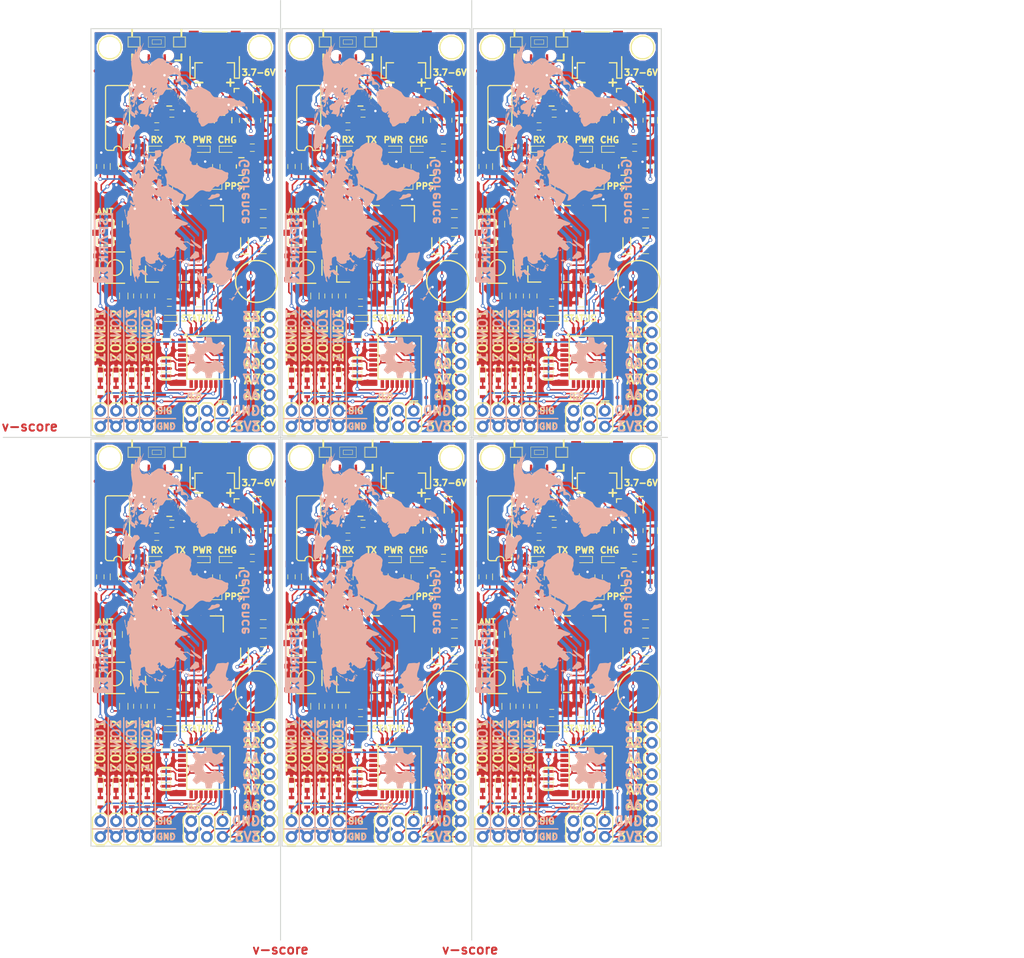
<source format=kicad_pcb>
(kicad_pcb (version 4) (host pcbnew 4.0.6)
  (layers (0 Top signal) (31 Bottom signal) (34 B.Paste user) (35 F.Paste user) (36 B.SilkS user) (37 F.SilkS user) (38 B.Mask user) (39 F.Mask user) (44 Edge.Cuts user))
  (net 0 "")
  (net 1 GND)
  (net 2 "Net-(C1-Pad1)")
  (net 3 "Net-(D2-PadC)")
  (net 4 "Net-(J1-PadFEED)")
  (net 5 "Net-(U1-Pad15)")
  (net 6 "Net-(U1-Pad17)")
  (net 7 "Net-(U1-Pad18)")
  (net 8 /BACKUP)
  (net 9 "Net-(C2-Pad1)")
  (net 10 "Net-(C3-Pad1)")
  (net 11 +3V3)
  (net 12 /ATRESET)
  (net 13 /DTR)
  (net 14 "Net-(C10-Pad1)")
  (net 15 "Net-(C13-Pad1)")
  (net 16 /TXO)
  (net 17 +5V)
  (net 18 /MISO)
  (net 19 /SCK)
  (net 20 /MOSI)
  (net 21 /A6)
  (net 22 /A7)
  (net 23 /A0)
  (net 24 /D7)
  (net 25 /D8)
  (net 26 /D9)
  (net 27 /D10)
  (net 28 /PPS)
  (net 29 "Net-(Q1-Pad1)")
  (net 30 "Net-(Q1-Pad3)")
  (net 31 /WAKE)
  (net 32 "Net-(D5-Pad2)")
  (net 33 /~RESET)
  (net 34 "Net-(D6-Pad2)")
  (net 35 "Net-(D7-Pad2)")
  (net 36 /SCL)
  (net 37 /SDA)
  (net 38 "Net-(D8-Pad2)")
  (net 39 /STATUS)
  (net 40 /INT)
  (net 41 "Net-(U1-Pad19)")
  (net 42 "Net-(U1-Pad20)")
  (net 43 "Net-(U1-Pad23)")
  (net 44 /RXI)
  (net 45 "Net-(U3-Pad10)")
  (net 46 "Net-(U3-Pad11)")
  (net 47 "Net-(U3-Pad12)")
  (net 48 "Net-(U3-Pad14)")
  (net 49 "Net-(U3-Pad15)")
  (net 50 "Net-(U4-Pad4)")
  (net 51 /D4)
  (net 52 /D5)
  (net 53 /A1)
  (net 54 /A2)
  (net 55 /A3)
  (net 56 "Net-(D1-Pad2)")
  (net 57 "Net-(D3-Pad2)")
  (net 58 "Net-(D4-Pad2)")
  (net 59 "Net-(D9-Pad2)")
  (net 60 "Net-(C6-Pad1)")
  (net 61 "Net-(J2-PadD+)")
  (net 62 "Net-(J2-PadD-)")
  (net 63 "Net-(J2-PadSHIE)")
  (net 64 V_BATT)
  (net 65 "Net-(D11-Pad2)")
  (net 66 "Net-(D11-Pad1)")
  (net 67 "Net-(D12-Pad2)")
  (net 68 "Net-(R16-Pad1)")
  (module Symbols:OSHW-Symbol_6.7x6mm_SilkScreen (layer Bottom) (at 133.096 159.258 270)
    (fp_text reference REF***)
    (fp_text value OSHW-Symbol_6.7x6mm_SilkScreen)
  )
  (module Symbols:OSHW-Symbol_6.7x6mm_SilkScreen (layer Bottom) (at 102.108 159.258 270)
    (fp_text reference REF***)
    (fp_text value OSHW-Symbol_6.7x6mm_SilkScreen)
  )
  (module Symbols:OSHW-Symbol_6.7x6mm_SilkScreen (layer Bottom) (at 71.12 159.258 270)
    (fp_text reference REF***)
    (fp_text value OSHW-Symbol_6.7x6mm_SilkScreen)
  )
  (module Symbols:OSHW-Symbol_6.7x6mm_SilkScreen (layer Bottom) (at 133.096 92.71 270)
    (fp_text reference REF***)
    (fp_text value OSHW-Symbol_6.7x6mm_SilkScreen)
  )
  (module Symbols:OSHW-Symbol_6.7x6mm_SilkScreen (layer Bottom) (at 102.108 92.71 270)
    (fp_text reference REF***)
    (fp_text value OSHW-Symbol_6.7x6mm_SilkScreen)
  )
  (module Custom_Silk:SparkX_Logo (layer Bottom) (at 116.332 141.478 270)
    (fp_text reference G***)
    (fp_text value LOGO)
  )
  (module Custom_Silk:SparkX_Logo (layer Bottom) (at 85.344 141.478 270)
    (fp_text reference G***)
    (fp_text value LOGO)
  )
  (module Custom_Silk:SparkX_Logo (layer Bottom) (at 54.356 141.478 270)
    (fp_text reference G***)
    (fp_text value LOGO)
  )
  (module Custom_Silk:SparkX_Logo (layer Bottom) (at 116.332 74.93 270)
    (fp_text reference G***)
    (fp_text value LOGO)
  )
  (module Custom_Silk:SparkX_Logo (layer Bottom) (at 85.344 74.93 270)
    (fp_text reference G***)
    (fp_text value LOGO)
  )
  (module Custom_Silk:worldmap_silk (layer Bottom) (at 129.54 130.556 270)
    (fp_text reference G*** hide)
    (fp_text value LOGO hide)
  )
  (module Custom_Silk:worldmap_silk (layer Bottom) (at 98.552 130.556 270)
    (fp_text reference G*** hide)
    (fp_text value LOGO hide)
  )
  (module Custom_Silk:worldmap_silk (layer Bottom) (at 67.564 130.556 270)
    (fp_text reference G*** hide)
    (fp_text value LOGO hide)
  )
  (module Custom_Silk:worldmap_silk (layer Bottom) (at 129.54 64.008 270)
    (fp_text reference G*** hide)
    (fp_text value LOGO hide)
  )
  (module Custom_Silk:worldmap_silk (layer Bottom) (at 98.552 64.008 270)
    (fp_text reference G*** hide)
    (fp_text value LOGO hide)
  )
  (module Resistors_SMD:R_0603 (layer Top) (at 130.97 118.274 180)
    (fp_text reference R16)
    (fp_text value 2.0k)
    (pad 1 smd rect (at -0.75 0 180) (size 0.5 0.9) (layers Top F.Paste F.Mask) (net 68 "Net-(R16-Pad1)"))
    (pad 2 smd rect (at 0.75 0 180) (size 0.5 0.9) (layers Top F.Paste F.Mask) (net 1 GND))
  )
  (module Resistors_SMD:R_0603 (layer Top) (at 99.982 118.274 180)
    (fp_text reference R16)
    (fp_text value 2.0k)
    (pad 1 smd rect (at -0.75 0 180) (size 0.5 0.9) (layers Top F.Paste F.Mask) (net 68 "Net-(R16-Pad1)"))
    (pad 2 smd rect (at 0.75 0 180) (size 0.5 0.9) (layers Top F.Paste F.Mask) (net 1 GND))
  )
  (module Resistors_SMD:R_0603 (layer Top) (at 68.994 118.274 180)
    (fp_text reference R16)
    (fp_text value 2.0k)
    (pad 1 smd rect (at -0.75 0 180) (size 0.5 0.9) (layers Top F.Paste F.Mask) (net 68 "Net-(R16-Pad1)"))
    (pad 2 smd rect (at 0.75 0 180) (size 0.5 0.9) (layers Top F.Paste F.Mask) (net 1 GND))
  )
  (module Resistors_SMD:R_0603 (layer Top) (at 130.97 51.726 180)
    (fp_text reference R16)
    (fp_text value 2.0k)
    (pad 1 smd rect (at -0.75 0 180) (size 0.5 0.9) (layers Top F.Paste F.Mask) (net 68 "Net-(R16-Pad1)"))
    (pad 2 smd rect (at 0.75 0 180) (size 0.5 0.9) (layers Top F.Paste F.Mask) (net 1 GND))
  )
  (module Resistors_SMD:R_0603 (layer Top) (at 99.982 51.726 180)
    (fp_text reference R16)
    (fp_text value 2.0k)
    (pad 1 smd rect (at -0.75 0 180) (size 0.5 0.9) (layers Top F.Paste F.Mask) (net 68 "Net-(R16-Pad1)"))
    (pad 2 smd rect (at 0.75 0 180) (size 0.5 0.9) (layers Top F.Paste F.Mask) (net 1 GND))
  )
  (module Clocks:CRYSTAL-SMD-3.2X2.5MM (layer Top) (at 127 117.094 180)
    (fp_text reference Y1)
    (fp_text value 12MHz)
    (pad 1 smd rect (at -1.17348 0.87376) (size 1.19888 1.09982) (layers Top F.Paste F.Mask) (net 9 "Net-(C2-Pad1)"))
    (pad 2 smd rect (at 1.17348 0.87376 180) (size 1.19888 1.09982) (layers Top F.Paste F.Mask) (net 1 GND))
    (pad 3 smd rect (at 1.17348 -0.87376 180) (size 1.19888 1.09982) (layers Top F.Paste F.Mask) (net 2 "Net-(C1-Pad1)"))
    (pad 4 smd rect (at -1.17348 -0.87376) (size 1.19888 1.09982) (layers Top F.Paste F.Mask) (net 1 GND))
  )
  (module Clocks:CRYSTAL-SMD-3.2X2.5MM (layer Top) (at 96.012 117.094 180)
    (fp_text reference Y1)
    (fp_text value 12MHz)
    (pad 1 smd rect (at -1.17348 0.87376) (size 1.19888 1.09982) (layers Top F.Paste F.Mask) (net 9 "Net-(C2-Pad1)"))
    (pad 2 smd rect (at 1.17348 0.87376 180) (size 1.19888 1.09982) (layers Top F.Paste F.Mask) (net 1 GND))
    (pad 3 smd rect (at 1.17348 -0.87376 180) (size 1.19888 1.09982) (layers Top F.Paste F.Mask) (net 2 "Net-(C1-Pad1)"))
    (pad 4 smd rect (at -1.17348 -0.87376) (size 1.19888 1.09982) (layers Top F.Paste F.Mask) (net 1 GND))
  )
  (module Clocks:CRYSTAL-SMD-3.2X2.5MM (layer Top) (at 65.024 117.094 180)
    (fp_text reference Y1)
    (fp_text value 12MHz)
    (pad 1 smd rect (at -1.17348 0.87376) (size 1.19888 1.09982) (layers Top F.Paste F.Mask) (net 9 "Net-(C2-Pad1)"))
    (pad 2 smd rect (at 1.17348 0.87376 180) (size 1.19888 1.09982) (layers Top F.Paste F.Mask) (net 1 GND))
    (pad 3 smd rect (at 1.17348 -0.87376 180) (size 1.19888 1.09982) (layers Top F.Paste F.Mask) (net 2 "Net-(C1-Pad1)"))
    (pad 4 smd rect (at -1.17348 -0.87376) (size 1.19888 1.09982) (layers Top F.Paste F.Mask) (net 1 GND))
  )
  (module Clocks:CRYSTAL-SMD-3.2X2.5MM (layer Top) (at 127 50.546 180)
    (fp_text reference Y1)
    (fp_text value 12MHz)
    (pad 1 smd rect (at -1.17348 0.87376) (size 1.19888 1.09982) (layers Top F.Paste F.Mask) (net 9 "Net-(C2-Pad1)"))
    (pad 2 smd rect (at 1.17348 0.87376 180) (size 1.19888 1.09982) (layers Top F.Paste F.Mask) (net 1 GND))
    (pad 3 smd rect (at 1.17348 -0.87376 180) (size 1.19888 1.09982) (layers Top F.Paste F.Mask) (net 2 "Net-(C1-Pad1)"))
    (pad 4 smd rect (at -1.17348 -0.87376) (size 1.19888 1.09982) (layers Top F.Paste F.Mask) (net 1 GND))
  )
  (module Clocks:CRYSTAL-SMD-3.2X2.5MM (layer Top) (at 96.012 50.546 180)
    (fp_text reference Y1)
    (fp_text value 12MHz)
    (pad 1 smd rect (at -1.17348 0.87376) (size 1.19888 1.09982) (layers Top F.Paste F.Mask) (net 9 "Net-(C2-Pad1)"))
    (pad 2 smd rect (at 1.17348 0.87376 180) (size 1.19888 1.09982) (layers Top F.Paste F.Mask) (net 1 GND))
    (pad 3 smd rect (at 1.17348 -0.87376 180) (size 1.19888 1.09982) (layers Top F.Paste F.Mask) (net 2 "Net-(C1-Pad1)"))
    (pad 4 smd rect (at -1.17348 -0.87376) (size 1.19888 1.09982) (layers Top F.Paste F.Mask) (net 1 GND))
  )
  (module Capacitors_SMD:C_0603 (layer Top) (at 127.42 119.674)
    (fp_text reference C1)
    (fp_text value 10pF)
    (pad 1 smd rect (at -0.75 0) (size 0.8 0.75) (layers Top F.Paste F.Mask) (net 2 "Net-(C1-Pad1)"))
    (pad 2 smd rect (at 0.75 0) (size 0.8 0.75) (layers Top F.Paste F.Mask) (net 1 GND))
  )
  (module Capacitors_SMD:C_0603 (layer Top) (at 96.432 119.674)
    (fp_text reference C1)
    (fp_text value 10pF)
    (pad 1 smd rect (at -0.75 0) (size 0.8 0.75) (layers Top F.Paste F.Mask) (net 2 "Net-(C1-Pad1)"))
    (pad 2 smd rect (at 0.75 0) (size 0.8 0.75) (layers Top F.Paste F.Mask) (net 1 GND))
  )
  (module Capacitors_SMD:C_0603 (layer Top) (at 65.444 119.674)
    (fp_text reference C1)
    (fp_text value 10pF)
    (pad 1 smd rect (at -0.75 0) (size 0.8 0.75) (layers Top F.Paste F.Mask) (net 2 "Net-(C1-Pad1)"))
    (pad 2 smd rect (at 0.75 0) (size 0.8 0.75) (layers Top F.Paste F.Mask) (net 1 GND))
  )
  (module Capacitors_SMD:C_0603 (layer Top) (at 127.42 53.126)
    (fp_text reference C1)
    (fp_text value 10pF)
    (pad 1 smd rect (at -0.75 0) (size 0.8 0.75) (layers Top F.Paste F.Mask) (net 2 "Net-(C1-Pad1)"))
    (pad 2 smd rect (at 0.75 0) (size 0.8 0.75) (layers Top F.Paste F.Mask) (net 1 GND))
  )
  (module Capacitors_SMD:C_0603 (layer Top) (at 96.432 53.126)
    (fp_text reference C1)
    (fp_text value 10pF)
    (pad 1 smd rect (at -0.75 0) (size 0.8 0.75) (layers Top F.Paste F.Mask) (net 2 "Net-(C1-Pad1)"))
    (pad 2 smd rect (at 0.75 0) (size 0.8 0.75) (layers Top F.Paste F.Mask) (net 1 GND))
  )
  (module Resistors_SMD:R_0603 (layer Top) (at 130.97 116.524 180)
    (fp_text reference R5)
    (fp_text value 10k)
    (pad 1 smd rect (at -0.75 0 180) (size 0.5 0.9) (layers Top F.Paste F.Mask) (net 17 +5V))
    (pad 2 smd rect (at 0.75 0 180) (size 0.5 0.9) (layers Top F.Paste F.Mask) (net 1 GND))
  )
  (module Resistors_SMD:R_0603 (layer Top) (at 99.982 116.524 180)
    (fp_text reference R5)
    (fp_text value 10k)
    (pad 1 smd rect (at -0.75 0 180) (size 0.5 0.9) (layers Top F.Paste F.Mask) (net 17 +5V))
    (pad 2 smd rect (at 0.75 0 180) (size 0.5 0.9) (layers Top F.Paste F.Mask) (net 1 GND))
  )
  (module Resistors_SMD:R_0603 (layer Top) (at 68.994 116.524 180)
    (fp_text reference R5)
    (fp_text value 10k)
    (pad 1 smd rect (at -0.75 0 180) (size 0.5 0.9) (layers Top F.Paste F.Mask) (net 17 +5V))
    (pad 2 smd rect (at 0.75 0 180) (size 0.5 0.9) (layers Top F.Paste F.Mask) (net 1 GND))
  )
  (module Resistors_SMD:R_0603 (layer Top) (at 130.97 49.976 180)
    (fp_text reference R5)
    (fp_text value 10k)
    (pad 1 smd rect (at -0.75 0 180) (size 0.5 0.9) (layers Top F.Paste F.Mask) (net 17 +5V))
    (pad 2 smd rect (at 0.75 0 180) (size 0.5 0.9) (layers Top F.Paste F.Mask) (net 1 GND))
  )
  (module Resistors_SMD:R_0603 (layer Top) (at 99.982 49.976 180)
    (fp_text reference R5)
    (fp_text value 10k)
    (pad 1 smd rect (at -0.75 0 180) (size 0.5 0.9) (layers Top F.Paste F.Mask) (net 17 +5V))
    (pad 2 smd rect (at 0.75 0 180) (size 0.5 0.9) (layers Top F.Paste F.Mask) (net 1 GND))
  )
  (module Resistors_SMD:R_0603 (layer Top) (at 128.72 128.27 90)
    (fp_text reference R1)
    (fp_text value 1k)
    (pad 1 smd rect (at -0.75 0 90) (size 0.5 0.9) (layers Top F.Paste F.Mask) (net 11 +3V3))
    (pad 2 smd rect (at 0.75 0 90) (size 0.5 0.9) (layers Top F.Paste F.Mask) (net 57 "Net-(D3-Pad2)"))
  )
  (module Resistors_SMD:R_0603 (layer Top) (at 97.732 128.27 90)
    (fp_text reference R1)
    (fp_text value 1k)
    (pad 1 smd rect (at -0.75 0 90) (size 0.5 0.9) (layers Top F.Paste F.Mask) (net 11 +3V3))
    (pad 2 smd rect (at 0.75 0 90) (size 0.5 0.9) (layers Top F.Paste F.Mask) (net 57 "Net-(D3-Pad2)"))
  )
  (module Resistors_SMD:R_0603 (layer Top) (at 66.744 128.27 90)
    (fp_text reference R1)
    (fp_text value 1k)
    (pad 1 smd rect (at -0.75 0 90) (size 0.5 0.9) (layers Top F.Paste F.Mask) (net 11 +3V3))
    (pad 2 smd rect (at 0.75 0 90) (size 0.5 0.9) (layers Top F.Paste F.Mask) (net 57 "Net-(D3-Pad2)"))
  )
  (module Resistors_SMD:R_0603 (layer Top) (at 128.72 61.722 90)
    (fp_text reference R1)
    (fp_text value 1k)
    (pad 1 smd rect (at -0.75 0 90) (size 0.5 0.9) (layers Top F.Paste F.Mask) (net 11 +3V3))
    (pad 2 smd rect (at 0.75 0 90) (size 0.5 0.9) (layers Top F.Paste F.Mask) (net 57 "Net-(D3-Pad2)"))
  )
  (module Resistors_SMD:R_0603 (layer Top) (at 97.732 61.722 90)
    (fp_text reference R1)
    (fp_text value 1k)
    (pad 1 smd rect (at -0.75 0 90) (size 0.5 0.9) (layers Top F.Paste F.Mask) (net 11 +3V3))
    (pad 2 smd rect (at 0.75 0 90) (size 0.5 0.9) (layers Top F.Paste F.Mask) (net 57 "Net-(D3-Pad2)"))
  )
  (module Resistors_SMD:R_0603 (layer Top) (at 126.492 128.27 270)
    (fp_text reference R2)
    (fp_text value 470)
    (pad 1 smd rect (at -0.75 0 270) (size 0.5 0.9) (layers Top F.Paste F.Mask) (net 58 "Net-(D4-Pad2)"))
    (pad 2 smd rect (at 0.75 0 270) (size 0.5 0.9) (layers Top F.Paste F.Mask) (net 11 +3V3))
  )
  (module Resistors_SMD:R_0603 (layer Top) (at 95.504 128.27 270)
    (fp_text reference R2)
    (fp_text value 470)
    (pad 1 smd rect (at -0.75 0 270) (size 0.5 0.9) (layers Top F.Paste F.Mask) (net 58 "Net-(D4-Pad2)"))
    (pad 2 smd rect (at 0.75 0 270) (size 0.5 0.9) (layers Top F.Paste F.Mask) (net 11 +3V3))
  )
  (module Resistors_SMD:R_0603 (layer Top) (at 64.516 128.27 270)
    (fp_text reference R2)
    (fp_text value 470)
    (pad 1 smd rect (at -0.75 0 270) (size 0.5 0.9) (layers Top F.Paste F.Mask) (net 58 "Net-(D4-Pad2)"))
    (pad 2 smd rect (at 0.75 0 270) (size 0.5 0.9) (layers Top F.Paste F.Mask) (net 11 +3V3))
  )
  (module Resistors_SMD:R_0603 (layer Top) (at 126.492 61.722 270)
    (fp_text reference R2)
    (fp_text value 470)
    (pad 1 smd rect (at -0.75 0 270) (size 0.5 0.9) (layers Top F.Paste F.Mask) (net 58 "Net-(D4-Pad2)"))
    (pad 2 smd rect (at 0.75 0 270) (size 0.5 0.9) (layers Top F.Paste F.Mask) (net 11 +3V3))
  )
  (module Resistors_SMD:R_0603 (layer Top) (at 95.504 61.722 270)
    (fp_text reference R2)
    (fp_text value 470)
    (pad 1 smd rect (at -0.75 0 270) (size 0.5 0.9) (layers Top F.Paste F.Mask) (net 58 "Net-(D4-Pad2)"))
    (pad 2 smd rect (at 0.75 0 270) (size 0.5 0.9) (layers Top F.Paste F.Mask) (net 11 +3V3))
  )
  (module LEDs:LED_0603 (layer Top) (at 128.778 125.476)
    (fp_text reference D3)
    (fp_text value Yellow)
    (pad 2 smd rect (at 0.8 0 180) (size 0.8 0.8) (layers Top F.Paste F.Mask) (net 57 "Net-(D3-Pad2)"))
    (pad 1 smd rect (at -0.8 0 180) (size 0.8 0.8) (layers Top F.Paste F.Mask) (net 16 /TXO))
  )
  (module LEDs:LED_0603 (layer Top) (at 97.79 125.476)
    (fp_text reference D3)
    (fp_text value Yellow)
    (pad 2 smd rect (at 0.8 0 180) (size 0.8 0.8) (layers Top F.Paste F.Mask) (net 57 "Net-(D3-Pad2)"))
    (pad 1 smd rect (at -0.8 0 180) (size 0.8 0.8) (layers Top F.Paste F.Mask) (net 16 /TXO))
  )
  (module LEDs:LED_0603 (layer Top) (at 66.802 125.476)
    (fp_text reference D3)
    (fp_text value Yellow)
    (pad 2 smd rect (at 0.8 0 180) (size 0.8 0.8) (layers Top F.Paste F.Mask) (net 57 "Net-(D3-Pad2)"))
    (pad 1 smd rect (at -0.8 0 180) (size 0.8 0.8) (layers Top F.Paste F.Mask) (net 16 /TXO))
  )
  (module LEDs:LED_0603 (layer Top) (at 128.778 58.928)
    (fp_text reference D3)
    (fp_text value Yellow)
    (pad 2 smd rect (at 0.8 0 180) (size 0.8 0.8) (layers Top F.Paste F.Mask) (net 57 "Net-(D3-Pad2)"))
    (pad 1 smd rect (at -0.8 0 180) (size 0.8 0.8) (layers Top F.Paste F.Mask) (net 16 /TXO))
  )
  (module LEDs:LED_0603 (layer Top) (at 97.79 58.928)
    (fp_text reference D3)
    (fp_text value Yellow)
    (pad 2 smd rect (at 0.8 0 180) (size 0.8 0.8) (layers Top F.Paste F.Mask) (net 57 "Net-(D3-Pad2)"))
    (pad 1 smd rect (at -0.8 0 180) (size 0.8 0.8) (layers Top F.Paste F.Mask) (net 16 /TXO))
  )
  (module Resistors_SMD:R_0603 (layer Top) (at 128.22 131.474 90)
    (fp_text reference R9)
    (fp_text value 10k)
    (pad 1 smd rect (at -0.75 0 90) (size 0.5 0.9) (layers Top F.Paste F.Mask) (net 33 /~RESET))
    (pad 2 smd rect (at 0.75 0 90) (size 0.5 0.9) (layers Top F.Paste F.Mask) (net 11 +3V3))
  )
  (module Resistors_SMD:R_0603 (layer Top) (at 97.232 131.474 90)
    (fp_text reference R9)
    (fp_text value 10k)
    (pad 1 smd rect (at -0.75 0 90) (size 0.5 0.9) (layers Top F.Paste F.Mask) (net 33 /~RESET))
    (pad 2 smd rect (at 0.75 0 90) (size 0.5 0.9) (layers Top F.Paste F.Mask) (net 11 +3V3))
  )
  (module Resistors_SMD:R_0603 (layer Top) (at 66.244 131.474 90)
    (fp_text reference R9)
    (fp_text value 10k)
    (pad 1 smd rect (at -0.75 0 90) (size 0.5 0.9) (layers Top F.Paste F.Mask) (net 33 /~RESET))
    (pad 2 smd rect (at 0.75 0 90) (size 0.5 0.9) (layers Top F.Paste F.Mask) (net 11 +3V3))
  )
  (module Resistors_SMD:R_0603 (layer Top) (at 128.22 64.926 90)
    (fp_text reference R9)
    (fp_text value 10k)
    (pad 1 smd rect (at -0.75 0 90) (size 0.5 0.9) (layers Top F.Paste F.Mask) (net 33 /~RESET))
    (pad 2 smd rect (at 0.75 0 90) (size 0.5 0.9) (layers Top F.Paste F.Mask) (net 11 +3V3))
  )
  (module Resistors_SMD:R_0603 (layer Top) (at 97.232 64.926 90)
    (fp_text reference R9)
    (fp_text value 10k)
    (pad 1 smd rect (at -0.75 0 90) (size 0.5 0.9) (layers Top F.Paste F.Mask) (net 33 /~RESET))
    (pad 2 smd rect (at 0.75 0 90) (size 0.5 0.9) (layers Top F.Paste F.Mask) (net 11 +3V3))
  )
  (module Resistors_SMD:R_0603 (layer Top) (at 130.62 131.474 270)
    (fp_text reference R3)
    (fp_text value 470)
    (pad 1 smd rect (at -0.75 0 270) (size 0.5 0.9) (layers Top F.Paste F.Mask) (net 56 "Net-(D1-Pad2)"))
    (pad 2 smd rect (at 0.75 0 270) (size 0.5 0.9) (layers Top F.Paste F.Mask) (net 28 /PPS))
  )
  (module Resistors_SMD:R_0603 (layer Top) (at 99.632 131.474 270)
    (fp_text reference R3)
    (fp_text value 470)
    (pad 1 smd rect (at -0.75 0 270) (size 0.5 0.9) (layers Top F.Paste F.Mask) (net 56 "Net-(D1-Pad2)"))
    (pad 2 smd rect (at 0.75 0 270) (size 0.5 0.9) (layers Top F.Paste F.Mask) (net 28 /PPS))
  )
  (module Resistors_SMD:R_0603 (layer Top) (at 68.644 131.474 270)
    (fp_text reference R3)
    (fp_text value 470)
    (pad 1 smd rect (at -0.75 0 270) (size 0.5 0.9) (layers Top F.Paste F.Mask) (net 56 "Net-(D1-Pad2)"))
    (pad 2 smd rect (at 0.75 0 270) (size 0.5 0.9) (layers Top F.Paste F.Mask) (net 28 /PPS))
  )
  (module Resistors_SMD:R_0603 (layer Top) (at 130.62 64.926 270)
    (fp_text reference R3)
    (fp_text value 470)
    (pad 1 smd rect (at -0.75 0 270) (size 0.5 0.9) (layers Top F.Paste F.Mask) (net 56 "Net-(D1-Pad2)"))
    (pad 2 smd rect (at 0.75 0 270) (size 0.5 0.9) (layers Top F.Paste F.Mask) (net 28 /PPS))
  )
  (module Resistors_SMD:R_0603 (layer Top) (at 99.632 64.926 270)
    (fp_text reference R3)
    (fp_text value 470)
    (pad 1 smd rect (at -0.75 0 270) (size 0.5 0.9) (layers Top F.Paste F.Mask) (net 56 "Net-(D1-Pad2)"))
    (pad 2 smd rect (at 0.75 0 270) (size 0.5 0.9) (layers Top F.Paste F.Mask) (net 28 /PPS))
  )
  (module Resistors_SMD:R_0603 (layer Top) (at 130.81 128.27 90)
    (fp_text reference R18)
    (fp_text value 1k)
    (pad 1 smd rect (at -0.75 0 90) (size 0.5 0.9) (layers Top F.Paste F.Mask) (net 11 +3V3))
    (pad 2 smd rect (at 0.75 0 90) (size 0.5 0.9) (layers Top F.Paste F.Mask) (net 67 "Net-(D12-Pad2)"))
  )
  (module Resistors_SMD:R_0603 (layer Top) (at 99.822 128.27 90)
    (fp_text reference R18)
    (fp_text value 1k)
    (pad 1 smd rect (at -0.75 0 90) (size 0.5 0.9) (layers Top F.Paste F.Mask) (net 11 +3V3))
    (pad 2 smd rect (at 0.75 0 90) (size 0.5 0.9) (layers Top F.Paste F.Mask) (net 67 "Net-(D12-Pad2)"))
  )
  (module Resistors_SMD:R_0603 (layer Top) (at 68.834 128.27 90)
    (fp_text reference R18)
    (fp_text value 1k)
    (pad 1 smd rect (at -0.75 0 90) (size 0.5 0.9) (layers Top F.Paste F.Mask) (net 11 +3V3))
    (pad 2 smd rect (at 0.75 0 90) (size 0.5 0.9) (layers Top F.Paste F.Mask) (net 67 "Net-(D12-Pad2)"))
  )
  (module Resistors_SMD:R_0603 (layer Top) (at 130.81 61.722 90)
    (fp_text reference R18)
    (fp_text value 1k)
    (pad 1 smd rect (at -0.75 0 90) (size 0.5 0.9) (layers Top F.Paste F.Mask) (net 11 +3V3))
    (pad 2 smd rect (at 0.75 0 90) (size 0.5 0.9) (layers Top F.Paste F.Mask) (net 67 "Net-(D12-Pad2)"))
  )
  (module Resistors_SMD:R_0603 (layer Top) (at 99.822 61.722 90)
    (fp_text reference R18)
    (fp_text value 1k)
    (pad 1 smd rect (at -0.75 0 90) (size 0.5 0.9) (layers Top F.Paste F.Mask) (net 11 +3V3))
    (pad 2 smd rect (at 0.75 0 90) (size 0.5 0.9) (layers Top F.Paste F.Mask) (net 67 "Net-(D12-Pad2)"))
  )
  (module LEDs:LED_0603 (layer Top) (at 136.398 125.476)
    (fp_text reference D11)
    (fp_text value Yellow)
    (pad 2 smd rect (at 0.8 0 180) (size 0.8 0.8) (layers Top F.Paste F.Mask) (net 65 "Net-(D11-Pad2)"))
    (pad 1 smd rect (at -0.8 0 180) (size 0.8 0.8) (layers Top F.Paste F.Mask) (net 66 "Net-(D11-Pad1)"))
  )
  (module LEDs:LED_0603 (layer Top) (at 105.41 125.476)
    (fp_text reference D11)
    (fp_text value Yellow)
    (pad 2 smd rect (at 0.8 0 180) (size 0.8 0.8) (layers Top F.Paste F.Mask) (net 65 "Net-(D11-Pad2)"))
    (pad 1 smd rect (at -0.8 0 180) (size 0.8 0.8) (layers Top F.Paste F.Mask) (net 66 "Net-(D11-Pad1)"))
  )
  (module LEDs:LED_0603 (layer Top) (at 74.422 125.476)
    (fp_text reference D11)
    (fp_text value Yellow)
    (pad 2 smd rect (at 0.8 0 180) (size 0.8 0.8) (layers Top F.Paste F.Mask) (net 65 "Net-(D11-Pad2)"))
    (pad 1 smd rect (at -0.8 0 180) (size 0.8 0.8) (layers Top F.Paste F.Mask) (net 66 "Net-(D11-Pad1)"))
  )
  (module LEDs:LED_0603 (layer Top) (at 136.398 58.928)
    (fp_text reference D11)
    (fp_text value Yellow)
    (pad 2 smd rect (at 0.8 0 180) (size 0.8 0.8) (layers Top F.Paste F.Mask) (net 65 "Net-(D11-Pad2)"))
    (pad 1 smd rect (at -0.8 0 180) (size 0.8 0.8) (layers Top F.Paste F.Mask) (net 66 "Net-(D11-Pad1)"))
  )
  (module LEDs:LED_0603 (layer Top) (at 105.41 58.928)
    (fp_text reference D11)
    (fp_text value Yellow)
    (pad 2 smd rect (at 0.8 0 180) (size 0.8 0.8) (layers Top F.Paste F.Mask) (net 65 "Net-(D11-Pad2)"))
    (pad 1 smd rect (at -0.8 0 180) (size 0.8 0.8) (layers Top F.Paste F.Mask) (net 66 "Net-(D11-Pad1)"))
  )
  (module Capacitors_SMD:C_0603 (layer Top) (at 143.002 128.27 90)
    (fp_text reference C6)
    (fp_text value 1.0uF)
    (pad 1 smd rect (at -0.75 0 90) (size 0.8 0.75) (layers Top F.Paste F.Mask) (net 60 "Net-(C6-Pad1)"))
    (pad 2 smd rect (at 0.75 0 90) (size 0.8 0.75) (layers Top F.Paste F.Mask) (net 1 GND))
  )
  (module Capacitors_SMD:C_0603 (layer Top) (at 112.014 128.27 90)
    (fp_text reference C6)
    (fp_text value 1.0uF)
    (pad 1 smd rect (at -0.75 0 90) (size 0.8 0.75) (layers Top F.Paste F.Mask) (net 60 "Net-(C6-Pad1)"))
    (pad 2 smd rect (at 0.75 0 90) (size 0.8 0.75) (layers Top F.Paste F.Mask) (net 1 GND))
  )
  (module Capacitors_SMD:C_0603 (layer Top) (at 81.026 128.27 90)
    (fp_text reference C6)
    (fp_text value 1.0uF)
    (pad 1 smd rect (at -0.75 0 90) (size 0.8 0.75) (layers Top F.Paste F.Mask) (net 60 "Net-(C6-Pad1)"))
    (pad 2 smd rect (at 0.75 0 90) (size 0.8 0.75) (layers Top F.Paste F.Mask) (net 1 GND))
  )
  (module Capacitors_SMD:C_0603 (layer Top) (at 143.002 61.722 90)
    (fp_text reference C6)
    (fp_text value 1.0uF)
    (pad 1 smd rect (at -0.75 0 90) (size 0.8 0.75) (layers Top F.Paste F.Mask) (net 60 "Net-(C6-Pad1)"))
    (pad 2 smd rect (at 0.75 0 90) (size 0.8 0.75) (layers Top F.Paste F.Mask) (net 1 GND))
  )
  (module Capacitors_SMD:C_0603 (layer Top) (at 112.014 61.722 90)
    (fp_text reference C6)
    (fp_text value 1.0uF)
    (pad 1 smd rect (at -0.75 0 90) (size 0.8 0.75) (layers Top F.Paste F.Mask) (net 60 "Net-(C6-Pad1)"))
    (pad 2 smd rect (at 0.75 0 90) (size 0.8 0.75) (layers Top F.Paste F.Mask) (net 1 GND))
  )
  (module IC:SOT23-5 (layer Top) (at 138.684 128.27 90)
    (fp_text reference U4)
    (fp_text value AP2112K-3.3V)
    (pad 1 smd rect (at -0.94996 1.29794 90) (size 0.54864 1.19888) (layers Top F.Paste F.Mask) (net 60 "Net-(C6-Pad1)"))
    (pad 2 smd rect (at 0 1.29794 90) (size 0.54864 1.19888) (layers Top F.Paste F.Mask) (net 1 GND))
    (pad 3 smd rect (at 0.94996 1.29794 90) (size 0.54864 1.19888) (layers Top F.Paste F.Mask) (net 60 "Net-(C6-Pad1)"))
    (pad 4 smd rect (at 0.94996 -1.29794 90) (size 0.54864 1.19888) (layers Top F.Paste F.Mask) (net 50 "Net-(U4-Pad4)"))
    (pad 5 smd rect (at -0.94996 -1.29794 90) (size 0.54864 1.19888) (layers Top F.Paste F.Mask) (net 11 +3V3))
  )
  (module IC:SOT23-5 (layer Top) (at 107.696 128.27 90)
    (fp_text reference U4)
    (fp_text value AP2112K-3.3V)
    (pad 1 smd rect (at -0.94996 1.29794 90) (size 0.54864 1.19888) (layers Top F.Paste F.Mask) (net 60 "Net-(C6-Pad1)"))
    (pad 2 smd rect (at 0 1.29794 90) (size 0.54864 1.19888) (layers Top F.Paste F.Mask) (net 1 GND))
    (pad 3 smd rect (at 0.94996 1.29794 90) (size 0.54864 1.19888) (layers Top F.Paste F.Mask) (net 60 "Net-(C6-Pad1)"))
    (pad 4 smd rect (at 0.94996 -1.29794 90) (size 0.54864 1.19888) (layers Top F.Paste F.Mask) (net 50 "Net-(U4-Pad4)"))
    (pad 5 smd rect (at -0.94996 -1.29794 90) (size 0.54864 1.19888) (layers Top F.Paste F.Mask) (net 11 +3V3))
  )
  (module IC:SOT23-5 (layer Top) (at 76.708 128.27 90)
    (fp_text reference U4)
    (fp_text value AP2112K-3.3V)
    (pad 1 smd rect (at -0.94996 1.29794 90) (size 0.54864 1.19888) (layers Top F.Paste F.Mask) (net 60 "Net-(C6-Pad1)"))
    (pad 2 smd rect (at 0 1.29794 90) (size 0.54864 1.19888) (layers Top F.Paste F.Mask) (net 1 GND))
    (pad 3 smd rect (at 0.94996 1.29794 90) (size 0.54864 1.19888) (layers Top F.Paste F.Mask) (net 60 "Net-(C6-Pad1)"))
    (pad 4 smd rect (at 0.94996 -1.29794 90) (size 0.54864 1.19888) (layers Top F.Paste F.Mask) (net 50 "Net-(U4-Pad4)"))
    (pad 5 smd rect (at -0.94996 -1.29794 90) (size 0.54864 1.19888) (layers Top F.Paste F.Mask) (net 11 +3V3))
  )
  (module IC:SOT23-5 (layer Top) (at 138.684 61.722 90)
    (fp_text reference U4)
    (fp_text value AP2112K-3.3V)
    (pad 1 smd rect (at -0.94996 1.29794 90) (size 0.54864 1.19888) (layers Top F.Paste F.Mask) (net 60 "Net-(C6-Pad1)"))
    (pad 2 smd rect (at 0 1.29794 90) (size 0.54864 1.19888) (layers Top F.Paste F.Mask) (net 1 GND))
    (pad 3 smd rect (at 0.94996 1.29794 90) (size 0.54864 1.19888) (layers Top F.Paste F.Mask) (net 60 "Net-(C6-Pad1)"))
    (pad 4 smd rect (at 0.94996 -1.29794 90) (size 0.54864 1.19888) (layers Top F.Paste F.Mask) (net 50 "Net-(U4-Pad4)"))
    (pad 5 smd rect (at -0.94996 -1.29794 90) (size 0.54864 1.19888) (layers Top F.Paste F.Mask) (net 11 +3V3))
  )
  (module IC:SOT23-5 (layer Top) (at 107.696 61.722 90)
    (fp_text reference U4)
    (fp_text value AP2112K-3.3V)
    (pad 1 smd rect (at -0.94996 1.29794 90) (size 0.54864 1.19888) (layers Top F.Paste F.Mask) (net 60 "Net-(C6-Pad1)"))
    (pad 2 smd rect (at 0 1.29794 90) (size 0.54864 1.19888) (layers Top F.Paste F.Mask) (net 1 GND))
    (pad 3 smd rect (at 0.94996 1.29794 90) (size 0.54864 1.19888) (layers Top F.Paste F.Mask) (net 60 "Net-(C6-Pad1)"))
    (pad 4 smd rect (at 0.94996 -1.29794 90) (size 0.54864 1.19888) (layers Top F.Paste F.Mask) (net 50 "Net-(U4-Pad4)"))
    (pad 5 smd rect (at -0.94996 -1.29794 90) (size 0.54864 1.19888) (layers Top F.Paste F.Mask) (net 11 +3V3))
  )
  (module LEDs:LED_0603 (layer Top) (at 134.22 131.474 180)
    (fp_text reference D1)
    (fp_text value Blue)
    (pad 2 smd rect (at 0.8 0) (size 0.8 0.8) (layers Top F.Paste F.Mask) (net 56 "Net-(D1-Pad2)"))
    (pad 1 smd rect (at -0.8 0) (size 0.8 0.8) (layers Top F.Paste F.Mask) (net 1 GND))
  )
  (module LEDs:LED_0603 (layer Top) (at 103.232 131.474 180)
    (fp_text reference D1)
    (fp_text value Blue)
    (pad 2 smd rect (at 0.8 0) (size 0.8 0.8) (layers Top F.Paste F.Mask) (net 56 "Net-(D1-Pad2)"))
    (pad 1 smd rect (at -0.8 0) (size 0.8 0.8) (layers Top F.Paste F.Mask) (net 1 GND))
  )
  (module LEDs:LED_0603 (layer Top) (at 72.244 131.474 180)
    (fp_text reference D1)
    (fp_text value Blue)
    (pad 2 smd rect (at 0.8 0) (size 0.8 0.8) (layers Top F.Paste F.Mask) (net 56 "Net-(D1-Pad2)"))
    (pad 1 smd rect (at -0.8 0) (size 0.8 0.8) (layers Top F.Paste F.Mask) (net 1 GND))
  )
  (module LEDs:LED_0603 (layer Top) (at 134.22 64.926 180)
    (fp_text reference D1)
    (fp_text value Blue)
    (pad 2 smd rect (at 0.8 0) (size 0.8 0.8) (layers Top F.Paste F.Mask) (net 56 "Net-(D1-Pad2)"))
    (pad 1 smd rect (at -0.8 0) (size 0.8 0.8) (layers Top F.Paste F.Mask) (net 1 GND))
  )
  (module LEDs:LED_0603 (layer Top) (at 103.232 64.926 180)
    (fp_text reference D1)
    (fp_text value Blue)
    (pad 2 smd rect (at 0.8 0) (size 0.8 0.8) (layers Top F.Paste F.Mask) (net 56 "Net-(D1-Pad2)"))
    (pad 1 smd rect (at -0.8 0) (size 0.8 0.8) (layers Top F.Paste F.Mask) (net 1 GND))
  )
  (module LEDs:LED_0603 (layer Top) (at 132.334 125.476 180)
    (fp_text reference D12)
    (fp_text value Red)
    (pad 2 smd rect (at 0.8 0) (size 0.8 0.8) (layers Top F.Paste F.Mask) (net 67 "Net-(D12-Pad2)"))
    (pad 1 smd rect (at -0.8 0) (size 0.8 0.8) (layers Top F.Paste F.Mask) (net 1 GND))
  )
  (module LEDs:LED_0603 (layer Top) (at 101.346 125.476 180)
    (fp_text reference D12)
    (fp_text value Red)
    (pad 2 smd rect (at 0.8 0) (size 0.8 0.8) (layers Top F.Paste F.Mask) (net 67 "Net-(D12-Pad2)"))
    (pad 1 smd rect (at -0.8 0) (size 0.8 0.8) (layers Top F.Paste F.Mask) (net 1 GND))
  )
  (module LEDs:LED_0603 (layer Top) (at 70.358 125.476 180)
    (fp_text reference D12)
    (fp_text value Red)
    (pad 2 smd rect (at 0.8 0) (size 0.8 0.8) (layers Top F.Paste F.Mask) (net 67 "Net-(D12-Pad2)"))
    (pad 1 smd rect (at -0.8 0) (size 0.8 0.8) (layers Top F.Paste F.Mask) (net 1 GND))
  )
  (module LEDs:LED_0603 (layer Top) (at 132.334 58.928 180)
    (fp_text reference D12)
    (fp_text value Red)
    (pad 2 smd rect (at 0.8 0) (size 0.8 0.8) (layers Top F.Paste F.Mask) (net 67 "Net-(D12-Pad2)"))
    (pad 1 smd rect (at -0.8 0) (size 0.8 0.8) (layers Top F.Paste F.Mask) (net 1 GND))
  )
  (module LEDs:LED_0603 (layer Top) (at 101.346 58.928 180)
    (fp_text reference D12)
    (fp_text value Red)
    (pad 2 smd rect (at 0.8 0) (size 0.8 0.8) (layers Top F.Paste F.Mask) (net 67 "Net-(D12-Pad2)"))
    (pad 1 smd rect (at -0.8 0) (size 0.8 0.8) (layers Top F.Paste F.Mask) (net 1 GND))
  )
  (module Capacitors_SMD:C_0603 (layer Top) (at 134.62 128.27 90)
    (fp_text reference C11)
    (fp_text value 0.1uF)
    (pad 1 smd rect (at -0.75 0 90) (size 0.8 0.75) (layers Top F.Paste F.Mask) (net 11 +3V3))
    (pad 2 smd rect (at 0.75 0 90) (size 0.8 0.75) (layers Top F.Paste F.Mask) (net 1 GND))
  )
  (module Capacitors_SMD:C_0603 (layer Top) (at 103.632 128.27 90)
    (fp_text reference C11)
    (fp_text value 0.1uF)
    (pad 1 smd rect (at -0.75 0 90) (size 0.8 0.75) (layers Top F.Paste F.Mask) (net 11 +3V3))
    (pad 2 smd rect (at 0.75 0 90) (size 0.8 0.75) (layers Top F.Paste F.Mask) (net 1 GND))
  )
  (module Capacitors_SMD:C_0603 (layer Top) (at 72.644 128.27 90)
    (fp_text reference C11)
    (fp_text value 0.1uF)
    (pad 1 smd rect (at -0.75 0 90) (size 0.8 0.75) (layers Top F.Paste F.Mask) (net 11 +3V3))
    (pad 2 smd rect (at 0.75 0 90) (size 0.8 0.75) (layers Top F.Paste F.Mask) (net 1 GND))
  )
  (module Capacitors_SMD:C_0603 (layer Top) (at 134.62 61.722 90)
    (fp_text reference C11)
    (fp_text value 0.1uF)
    (pad 1 smd rect (at -0.75 0 90) (size 0.8 0.75) (layers Top F.Paste F.Mask) (net 11 +3V3))
    (pad 2 smd rect (at 0.75 0 90) (size 0.8 0.75) (layers Top F.Paste F.Mask) (net 1 GND))
  )
  (module Capacitors_SMD:C_0603 (layer Top) (at 103.632 61.722 90)
    (fp_text reference C11)
    (fp_text value 0.1uF)
    (pad 1 smd rect (at -0.75 0 90) (size 0.8 0.75) (layers Top F.Paste F.Mask) (net 11 +3V3))
    (pad 2 smd rect (at 0.75 0 90) (size 0.8 0.75) (layers Top F.Paste F.Mask) (net 1 GND))
  )
  (module Capacitors_SMD:C_0603 (layer Top) (at 140.462 125.222)
    (fp_text reference C7)
    (fp_text value 2.2uF)
    (pad 1 smd rect (at -0.75 0) (size 0.8 0.75) (layers Top F.Paste F.Mask) (net 11 +3V3))
    (pad 2 smd rect (at 0.75 0) (size 0.8 0.75) (layers Top F.Paste F.Mask) (net 1 GND))
  )
  (module Capacitors_SMD:C_0603 (layer Top) (at 109.474 125.222)
    (fp_text reference C7)
    (fp_text value 2.2uF)
    (pad 1 smd rect (at -0.75 0) (size 0.8 0.75) (layers Top F.Paste F.Mask) (net 11 +3V3))
    (pad 2 smd rect (at 0.75 0) (size 0.8 0.75) (layers Top F.Paste F.Mask) (net 1 GND))
  )
  (module Capacitors_SMD:C_0603 (layer Top) (at 78.486 125.222)
    (fp_text reference C7)
    (fp_text value 2.2uF)
    (pad 1 smd rect (at -0.75 0) (size 0.8 0.75) (layers Top F.Paste F.Mask) (net 11 +3V3))
    (pad 2 smd rect (at 0.75 0) (size 0.8 0.75) (layers Top F.Paste F.Mask) (net 1 GND))
  )
  (module Capacitors_SMD:C_0603 (layer Top) (at 140.462 58.674)
    (fp_text reference C7)
    (fp_text value 2.2uF)
    (pad 1 smd rect (at -0.75 0) (size 0.8 0.75) (layers Top F.Paste F.Mask) (net 11 +3V3))
    (pad 2 smd rect (at 0.75 0) (size 0.8 0.75) (layers Top F.Paste F.Mask) (net 1 GND))
  )
  (module Capacitors_SMD:C_0603 (layer Top) (at 109.474 58.674)
    (fp_text reference C7)
    (fp_text value 2.2uF)
    (pad 1 smd rect (at -0.75 0) (size 0.8 0.75) (layers Top F.Paste F.Mask) (net 11 +3V3))
    (pad 2 smd rect (at 0.75 0) (size 0.8 0.75) (layers Top F.Paste F.Mask) (net 1 GND))
  )
  (module Resistors_SMD:R_0603 (layer Top) (at 143.47 120.774 270)
    (fp_text reference R17)
    (fp_text value 1k)
    (pad 1 smd rect (at -0.75 0 270) (size 0.5 0.9) (layers Top F.Paste F.Mask) (net 17 +5V))
    (pad 2 smd rect (at 0.75 0 270) (size 0.5 0.9) (layers Top F.Paste F.Mask) (net 65 "Net-(D11-Pad2)"))
  )
  (module Resistors_SMD:R_0603 (layer Top) (at 112.482 120.774 270)
    (fp_text reference R17)
    (fp_text value 1k)
    (pad 1 smd rect (at -0.75 0 270) (size 0.5 0.9) (layers Top F.Paste F.Mask) (net 17 +5V))
    (pad 2 smd rect (at 0.75 0 270) (size 0.5 0.9) (layers Top F.Paste F.Mask) (net 65 "Net-(D11-Pad2)"))
  )
  (module Resistors_SMD:R_0603 (layer Top) (at 81.494 120.774 270)
    (fp_text reference R17)
    (fp_text value 1k)
    (pad 1 smd rect (at -0.75 0 270) (size 0.5 0.9) (layers Top F.Paste F.Mask) (net 17 +5V))
    (pad 2 smd rect (at 0.75 0 270) (size 0.5 0.9) (layers Top F.Paste F.Mask) (net 65 "Net-(D11-Pad2)"))
  )
  (module Resistors_SMD:R_0603 (layer Top) (at 143.47 54.226 270)
    (fp_text reference R17)
    (fp_text value 1k)
    (pad 1 smd rect (at -0.75 0 270) (size 0.5 0.9) (layers Top F.Paste F.Mask) (net 17 +5V))
    (pad 2 smd rect (at 0.75 0 270) (size 0.5 0.9) (layers Top F.Paste F.Mask) (net 65 "Net-(D11-Pad2)"))
  )
  (module Resistors_SMD:R_0603 (layer Top) (at 112.482 54.226 270)
    (fp_text reference R17)
    (fp_text value 1k)
    (pad 1 smd rect (at -0.75 0 270) (size 0.5 0.9) (layers Top F.Paste F.Mask) (net 17 +5V))
    (pad 2 smd rect (at 0.75 0 270) (size 0.5 0.9) (layers Top F.Paste F.Mask) (net 65 "Net-(D11-Pad2)"))
  )
  (module Capacitors_SMD:C_0603 (layer Top) (at 141.22 120.774 270)
    (fp_text reference C15)
    (fp_text value 4.7uF)
    (pad 1 smd rect (at -0.75 0 270) (size 0.8 0.75) (layers Top F.Paste F.Mask) (net 17 +5V))
    (pad 2 smd rect (at 0.75 0 270) (size 0.8 0.75) (layers Top F.Paste F.Mask) (net 1 GND))
  )
  (module Capacitors_SMD:C_0603 (layer Top) (at 110.232 120.774 270)
    (fp_text reference C15)
    (fp_text value 4.7uF)
    (pad 1 smd rect (at -0.75 0 270) (size 0.8 0.75) (layers Top F.Paste F.Mask) (net 17 +5V))
    (pad 2 smd rect (at 0.75 0 270) (size 0.8 0.75) (layers Top F.Paste F.Mask) (net 1 GND))
  )
  (module Capacitors_SMD:C_0603 (layer Top) (at 79.244 120.774 270)
    (fp_text reference C15)
    (fp_text value 4.7uF)
    (pad 1 smd rect (at -0.75 0 270) (size 0.8 0.75) (layers Top F.Paste F.Mask) (net 17 +5V))
    (pad 2 smd rect (at 0.75 0 270) (size 0.8 0.75) (layers Top F.Paste F.Mask) (net 1 GND))
  )
  (module Capacitors_SMD:C_0603 (layer Top) (at 141.22 54.226 270)
    (fp_text reference C15)
    (fp_text value 4.7uF)
    (pad 1 smd rect (at -0.75 0 270) (size 0.8 0.75) (layers Top F.Paste F.Mask) (net 17 +5V))
    (pad 2 smd rect (at 0.75 0 270) (size 0.8 0.75) (layers Top F.Paste F.Mask) (net 1 GND))
  )
  (module Capacitors_SMD:C_0603 (layer Top) (at 110.232 54.226 270)
    (fp_text reference C15)
    (fp_text value 4.7uF)
    (pad 1 smd rect (at -0.75 0 270) (size 0.8 0.75) (layers Top F.Paste F.Mask) (net 17 +5V))
    (pad 2 smd rect (at 0.75 0 270) (size 0.8 0.75) (layers Top F.Paste F.Mask) (net 1 GND))
  )
  (module IC:SOT23-5 (layer Top) (at 135.72 120.774)
    (fp_text reference U6)
    (fp_text value MCP73831)
    (pad 1 smd rect (at -0.94996 1.29794) (size 0.54864 1.19888) (layers Top F.Paste F.Mask) (net 66 "Net-(D11-Pad1)"))
    (pad 2 smd rect (at 0 1.29794) (size 0.54864 1.19888) (layers Top F.Paste F.Mask) (net 1 GND))
    (pad 3 smd rect (at 0.94996 1.29794) (size 0.54864 1.19888) (layers Top F.Paste F.Mask) (net 64 V_BATT))
    (pad 4 smd rect (at 0.94996 -1.29794) (size 0.54864 1.19888) (layers Top F.Paste F.Mask) (net 17 +5V))
    (pad 5 smd rect (at -0.94996 -1.29794) (size 0.54864 1.19888) (layers Top F.Paste F.Mask) (net 68 "Net-(R16-Pad1)"))
  )
  (module IC:SOT23-5 (layer Top) (at 104.732 120.774)
    (fp_text reference U6)
    (fp_text value MCP73831)
    (pad 1 smd rect (at -0.94996 1.29794) (size 0.54864 1.19888) (layers Top F.Paste F.Mask) (net 66 "Net-(D11-Pad1)"))
    (pad 2 smd rect (at 0 1.29794) (size 0.54864 1.19888) (layers Top F.Paste F.Mask) (net 1 GND))
    (pad 3 smd rect (at 0.94996 1.29794) (size 0.54864 1.19888) (layers Top F.Paste F.Mask) (net 64 V_BATT))
    (pad 4 smd rect (at 0.94996 -1.29794) (size 0.54864 1.19888) (layers Top F.Paste F.Mask) (net 17 +5V))
    (pad 5 smd rect (at -0.94996 -1.29794) (size 0.54864 1.19888) (layers Top F.Paste F.Mask) (net 68 "Net-(R16-Pad1)"))
  )
  (module IC:SOT23-5 (layer Top) (at 73.744 120.774)
    (fp_text reference U6)
    (fp_text value MCP73831)
    (pad 1 smd rect (at -0.94996 1.29794) (size 0.54864 1.19888) (layers Top F.Paste F.Mask) (net 66 "Net-(D11-Pad1)"))
    (pad 2 smd rect (at 0 1.29794) (size 0.54864 1.19888) (layers Top F.Paste F.Mask) (net 1 GND))
    (pad 3 smd rect (at 0.94996 1.29794) (size 0.54864 1.19888) (layers Top F.Paste F.Mask) (net 64 V_BATT))
    (pad 4 smd rect (at 0.94996 -1.29794) (size 0.54864 1.19888) (layers Top F.Paste F.Mask) (net 17 +5V))
    (pad 5 smd rect (at -0.94996 -1.29794) (size 0.54864 1.19888) (layers Top F.Paste F.Mask) (net 68 "Net-(R16-Pad1)"))
  )
  (module IC:SOT23-5 (layer Top) (at 135.72 54.226)
    (fp_text reference U6)
    (fp_text value MCP73831)
    (pad 1 smd rect (at -0.94996 1.29794) (size 0.54864 1.19888) (layers Top F.Paste F.Mask) (net 66 "Net-(D11-Pad1)"))
    (pad 2 smd rect (at 0 1.29794) (size 0.54864 1.19888) (layers Top F.Paste F.Mask) (net 1 GND))
    (pad 3 smd rect (at 0.94996 1.29794) (size 0.54864 1.19888) (layers Top F.Paste F.Mask) (net 64 V_BATT))
    (pad 4 smd rect (at 0.94996 -1.29794) (size 0.54864 1.19888) (layers Top F.Paste F.Mask) (net 17 +5V))
    (pad 5 smd rect (at -0.94996 -1.29794) (size 0.54864 1.19888) (layers Top F.Paste F.Mask) (net 68 "Net-(R16-Pad1)"))
  )
  (module IC:SOT23-5 (layer Top) (at 104.732 54.226)
    (fp_text reference U6)
    (fp_text value MCP73831)
    (pad 1 smd rect (at -0.94996 1.29794) (size 0.54864 1.19888) (layers Top F.Paste F.Mask) (net 66 "Net-(D11-Pad1)"))
    (pad 2 smd rect (at 0 1.29794) (size 0.54864 1.19888) (layers Top F.Paste F.Mask) (net 1 GND))
    (pad 3 smd rect (at 0.94996 1.29794) (size 0.54864 1.19888) (layers Top F.Paste F.Mask) (net 64 V_BATT))
    (pad 4 smd rect (at 0.94996 -1.29794) (size 0.54864 1.19888) (layers Top F.Paste F.Mask) (net 17 +5V))
    (pad 5 smd rect (at -0.94996 -1.29794) (size 0.54864 1.19888) (layers Top F.Paste F.Mask) (net 68 "Net-(R16-Pad1)"))
  )
  (module Capacitors_SMD:C_0603 (layer Top) (at 138.97 120.774 90)
    (fp_text reference C5)
    (fp_text value 4.7uF)
    (pad 1 smd rect (at -0.75 0 90) (size 0.8 0.75) (layers Top F.Paste F.Mask) (net 64 V_BATT))
    (pad 2 smd rect (at 0.75 0 90) (size 0.8 0.75) (layers Top F.Paste F.Mask) (net 1 GND))
  )
  (module Capacitors_SMD:C_0603 (layer Top) (at 107.982 120.774 90)
    (fp_text reference C5)
    (fp_text value 4.7uF)
    (pad 1 smd rect (at -0.75 0 90) (size 0.8 0.75) (layers Top F.Paste F.Mask) (net 64 V_BATT))
    (pad 2 smd rect (at 0.75 0 90) (size 0.8 0.75) (layers Top F.Paste F.Mask) (net 1 GND))
  )
  (module Capacitors_SMD:C_0603 (layer Top) (at 76.994 120.774 90)
    (fp_text reference C5)
    (fp_text value 4.7uF)
    (pad 1 smd rect (at -0.75 0 90) (size 0.8 0.75) (layers Top F.Paste F.Mask) (net 64 V_BATT))
    (pad 2 smd rect (at 0.75 0 90) (size 0.8 0.75) (layers Top F.Paste F.Mask) (net 1 GND))
  )
  (module Capacitors_SMD:C_0603 (layer Top) (at 138.97 54.226 90)
    (fp_text reference C5)
    (fp_text value 4.7uF)
    (pad 1 smd rect (at -0.75 0 90) (size 0.8 0.75) (layers Top F.Paste F.Mask) (net 64 V_BATT))
    (pad 2 smd rect (at 0.75 0 90) (size 0.8 0.75) (layers Top F.Paste F.Mask) (net 1 GND))
  )
  (module Capacitors_SMD:C_0603 (layer Top) (at 107.982 54.226 90)
    (fp_text reference C5)
    (fp_text value 4.7uF)
    (pad 1 smd rect (at -0.75 0 90) (size 0.8 0.75) (layers Top F.Paste F.Mask) (net 64 V_BATT))
    (pad 2 smd rect (at 0.75 0 90) (size 0.8 0.75) (layers Top F.Paste F.Mask) (net 1 GND))
  )
  (module Hardware:STAND-OFF (layer Top) (at 141.732 108.966)
    (fp_text reference H1)
    (fp_text value STAND-OFF)
    (pad "" np_thru_hole circle (at 0 0) (size 3.302 3.302) (drill 3.302) (layers *.Cu *.Mask))
  )
  (module Hardware:STAND-OFF (layer Top) (at 110.744 108.966)
    (fp_text reference H1)
    (fp_text value STAND-OFF)
    (pad "" np_thru_hole circle (at 0 0) (size 3.302 3.302) (drill 3.302) (layers *.Cu *.Mask))
  )
  (module Hardware:STAND-OFF (layer Top) (at 79.756 108.966)
    (fp_text reference H1)
    (fp_text value STAND-OFF)
    (pad "" np_thru_hole circle (at 0 0) (size 3.302 3.302) (drill 3.302) (layers *.Cu *.Mask))
  )
  (module Hardware:STAND-OFF (layer Top) (at 141.732 42.418)
    (fp_text reference H1)
    (fp_text value STAND-OFF)
    (pad "" np_thru_hole circle (at 0 0) (size 3.302 3.302) (drill 3.302) (layers *.Cu *.Mask))
  )
  (module Hardware:STAND-OFF (layer Top) (at 110.744 42.418)
    (fp_text reference H1)
    (fp_text value STAND-OFF)
    (pad "" np_thru_hole circle (at 0 0) (size 3.302 3.302) (drill 3.302) (layers *.Cu *.Mask))
  )
  (module DiscreteSemi:SparkFun-DiscreteSemi-SOT23-3 (layer Top) (at 138.22 117.024 90)
    (fp_text reference Q2)
    (fp_text value 2.5A/30V)
    (pad 1 smd rect (at -0.94996 0.99822 90) (size 0.79756 0.89916) (layers Top F.Paste F.Mask) (net 17 +5V))
    (pad 2 smd rect (at 0.94996 0.99822 90) (size 0.79756 0.89916) (layers Top F.Paste F.Mask) (net 60 "Net-(C6-Pad1)"))
    (pad 3 smd rect (at 0 -1.09982 90) (size 0.79756 0.89916) (layers Top F.Paste F.Mask) (net 64 V_BATT))
  )
  (module DiscreteSemi:SparkFun-DiscreteSemi-SOT23-3 (layer Top) (at 107.232 117.024 90)
    (fp_text reference Q2)
    (fp_text value 2.5A/30V)
    (pad 1 smd rect (at -0.94996 0.99822 90) (size 0.79756 0.89916) (layers Top F.Paste F.Mask) (net 17 +5V))
    (pad 2 smd rect (at 0.94996 0.99822 90) (size 0.79756 0.89916) (layers Top F.Paste F.Mask) (net 60 "Net-(C6-Pad1)"))
    (pad 3 smd rect (at 0 -1.09982 90) (size 0.79756 0.89916) (layers Top F.Paste F.Mask) (net 64 V_BATT))
  )
  (module DiscreteSemi:SparkFun-DiscreteSemi-SOT23-3 (layer Top) (at 76.244 117.024 90)
    (fp_text reference Q2)
    (fp_text value 2.5A/30V)
    (pad 1 smd rect (at -0.94996 0.99822 90) (size 0.79756 0.89916) (layers Top F.Paste F.Mask) (net 17 +5V))
    (pad 2 smd rect (at 0.94996 0.99822 90) (size 0.79756 0.89916) (layers Top F.Paste F.Mask) (net 60 "Net-(C6-Pad1)"))
    (pad 3 smd rect (at 0 -1.09982 90) (size 0.79756 0.89916) (layers Top F.Paste F.Mask) (net 64 V_BATT))
  )
  (module DiscreteSemi:SparkFun-DiscreteSemi-SOT23-3 (layer Top) (at 138.22 50.476 90)
    (fp_text reference Q2)
    (fp_text value 2.5A/30V)
    (pad 1 smd rect (at -0.94996 0.99822 90) (size 0.79756 0.89916) (layers Top F.Paste F.Mask) (net 17 +5V))
    (pad 2 smd rect (at 0.94996 0.99822 90) (size 0.79756 0.89916) (layers Top F.Paste F.Mask) (net 60 "Net-(C6-Pad1)"))
    (pad 3 smd rect (at 0 -1.09982 90) (size 0.79756 0.89916) (layers Top F.Paste F.Mask) (net 64 V_BATT))
  )
  (module DiscreteSemi:SparkFun-DiscreteSemi-SOT23-3 (layer Top) (at 107.232 50.476 90)
    (fp_text reference Q2)
    (fp_text value 2.5A/30V)
    (pad 1 smd rect (at -0.94996 0.99822 90) (size 0.79756 0.89916) (layers Top F.Paste F.Mask) (net 17 +5V))
    (pad 2 smd rect (at 0.94996 0.99822 90) (size 0.79756 0.89916) (layers Top F.Paste F.Mask) (net 60 "Net-(C6-Pad1)"))
    (pad 3 smd rect (at 0 -1.09982 90) (size 0.79756 0.89916) (layers Top F.Paste F.Mask) (net 64 V_BATT))
  )
  (module DiscreteSemi:SparkFun-DiscreteSemi-SOD-323 (layer Top) (at 141.22 117.024 270)
    (fp_text reference D10)
    (fp_text value BAT20J)
    (pad A smd rect (at 1.14808 0 270) (size 0.62992 0.82804) (layers Top F.Paste F.Mask) (net 17 +5V))
    (pad C smd rect (at -1.14808 0 270) (size 0.62992 0.82804) (layers Top F.Paste F.Mask) (net 60 "Net-(C6-Pad1)"))
  )
  (module DiscreteSemi:SparkFun-DiscreteSemi-SOD-323 (layer Top) (at 110.232 117.024 270)
    (fp_text reference D10)
    (fp_text value BAT20J)
    (pad A smd rect (at 1.14808 0 270) (size 0.62992 0.82804) (layers Top F.Paste F.Mask) (net 17 +5V))
    (pad C smd rect (at -1.14808 0 270) (size 0.62992 0.82804) (layers Top F.Paste F.Mask) (net 60 "Net-(C6-Pad1)"))
  )
  (module DiscreteSemi:SparkFun-DiscreteSemi-SOD-323 (layer Top) (at 79.244 117.024 270)
    (fp_text reference D10)
    (fp_text value BAT20J)
    (pad A smd rect (at 1.14808 0 270) (size 0.62992 0.82804) (layers Top F.Paste F.Mask) (net 17 +5V))
    (pad C smd rect (at -1.14808 0 270) (size 0.62992 0.82804) (layers Top F.Paste F.Mask) (net 60 "Net-(C6-Pad1)"))
  )
  (module DiscreteSemi:SparkFun-DiscreteSemi-SOD-323 (layer Top) (at 141.22 50.476 270)
    (fp_text reference D10)
    (fp_text value BAT20J)
    (pad A smd rect (at 1.14808 0 270) (size 0.62992 0.82804) (layers Top F.Paste F.Mask) (net 17 +5V))
    (pad C smd rect (at -1.14808 0 270) (size 0.62992 0.82804) (layers Top F.Paste F.Mask) (net 60 "Net-(C6-Pad1)"))
  )
  (module DiscreteSemi:SparkFun-DiscreteSemi-SOD-323 (layer Top) (at 110.232 50.476 270)
    (fp_text reference D10)
    (fp_text value BAT20J)
    (pad A smd rect (at 1.14808 0 270) (size 0.62992 0.82804) (layers Top F.Paste F.Mask) (net 17 +5V))
    (pad C smd rect (at -1.14808 0 270) (size 0.62992 0.82804) (layers Top F.Paste F.Mask) (net 60 "Net-(C6-Pad1)"))
  )
  (module Connectors:JST-2-SMD (layer Top) (at 134.366 109.4486)
    (fp_text reference JP8)
    (fp_text value LiPo)
    (pad 1 smd rect (at -0.99822 3.69824) (size 0.99822 4.59994) (layers Top F.Paste F.Mask) (net 1 GND))
    (pad 2 smd rect (at 0.99822 3.69824) (size 0.99822 4.59994) (layers Top F.Paste F.Mask) (net 64 V_BATT))
    (pad NC1 smd rect (at -3.39852 -1.4986 90) (size 3.39852 1.59766) (layers Top F.Paste F.Mask))
    (pad NC2 smd rect (at 3.39852 -1.4986 90) (size 3.39852 1.59766) (layers Top F.Paste F.Mask))
  )
  (module Connectors:JST-2-SMD (layer Top) (at 103.378 109.4486)
    (fp_text reference JP8)
    (fp_text value LiPo)
    (pad 1 smd rect (at -0.99822 3.69824) (size 0.99822 4.59994) (layers Top F.Paste F.Mask) (net 1 GND))
    (pad 2 smd rect (at 0.99822 3.69824) (size 0.99822 4.59994) (layers Top F.Paste F.Mask) (net 64 V_BATT))
    (pad NC1 smd rect (at -3.39852 -1.4986 90) (size 3.39852 1.59766) (layers Top F.Paste F.Mask))
    (pad NC2 smd rect (at 3.39852 -1.4986 90) (size 3.39852 1.59766) (layers Top F.Paste F.Mask))
  )
  (module Connectors:JST-2-SMD (layer Top) (at 72.39 109.4486)
    (fp_text reference JP8)
    (fp_text value LiPo)
    (pad 1 smd rect (at -0.99822 3.69824) (size 0.99822 4.59994) (layers Top F.Paste F.Mask) (net 1 GND))
    (pad 2 smd rect (at 0.99822 3.69824) (size 0.99822 4.59994) (layers Top F.Paste F.Mask) (net 64 V_BATT))
    (pad NC1 smd rect (at -3.39852 -1.4986 90) (size 3.39852 1.59766) (layers Top F.Paste F.Mask))
    (pad NC2 smd rect (at 3.39852 -1.4986 90) (size 3.39852 1.59766) (layers Top F.Paste F.Mask))
  )
  (module Connectors:JST-2-SMD (layer Top) (at 134.366 42.9006)
    (fp_text reference JP8)
    (fp_text value LiPo)
    (pad 1 smd rect (at -0.99822 3.69824) (size 0.99822 4.59994) (layers Top F.Paste F.Mask) (net 1 GND))
    (pad 2 smd rect (at 0.99822 3.69824) (size 0.99822 4.59994) (layers Top F.Paste F.Mask) (net 64 V_BATT))
    (pad NC1 smd rect (at -3.39852 -1.4986 90) (size 3.39852 1.59766) (layers Top F.Paste F.Mask))
    (pad NC2 smd rect (at 3.39852 -1.4986 90) (size 3.39852 1.59766) (layers Top F.Paste F.Mask))
  )
  (module Connectors:JST-2-SMD (layer Top) (at 103.378 42.9006)
    (fp_text reference JP8)
    (fp_text value LiPo)
    (pad 1 smd rect (at -0.99822 3.69824) (size 0.99822 4.59994) (layers Top F.Paste F.Mask) (net 1 GND))
    (pad 2 smd rect (at 0.99822 3.69824) (size 0.99822 4.59994) (layers Top F.Paste F.Mask) (net 64 V_BATT))
    (pad NC1 smd rect (at -3.39852 -1.4986 90) (size 3.39852 1.59766) (layers Top F.Paste F.Mask))
    (pad NC2 smd rect (at 3.39852 -1.4986 90) (size 3.39852 1.59766) (layers Top F.Paste F.Mask))
  )
  (module Capacitors_SMD:C_0603 (layer Top) (at 124.97 121.774)
    (fp_text reference C3)
    (fp_text value 10nF)
    (pad 1 smd rect (at -0.75 0) (size 0.8 0.75) (layers Top F.Paste F.Mask) (net 10 "Net-(C3-Pad1)"))
    (pad 2 smd rect (at 0.75 0) (size 0.8 0.75) (layers Top F.Paste F.Mask) (net 1 GND))
  )
  (module Capacitors_SMD:C_0603 (layer Top) (at 93.982 121.774)
    (fp_text reference C3)
    (fp_text value 10nF)
    (pad 1 smd rect (at -0.75 0) (size 0.8 0.75) (layers Top F.Paste F.Mask) (net 10 "Net-(C3-Pad1)"))
    (pad 2 smd rect (at 0.75 0) (size 0.8 0.75) (layers Top F.Paste F.Mask) (net 1 GND))
  )
  (module Capacitors_SMD:C_0603 (layer Top) (at 62.994 121.774)
    (fp_text reference C3)
    (fp_text value 10nF)
    (pad 1 smd rect (at -0.75 0) (size 0.8 0.75) (layers Top F.Paste F.Mask) (net 10 "Net-(C3-Pad1)"))
    (pad 2 smd rect (at 0.75 0) (size 0.8 0.75) (layers Top F.Paste F.Mask) (net 1 GND))
  )
  (module Capacitors_SMD:C_0603 (layer Top) (at 124.97 55.226)
    (fp_text reference C3)
    (fp_text value 10nF)
    (pad 1 smd rect (at -0.75 0) (size 0.8 0.75) (layers Top F.Paste F.Mask) (net 10 "Net-(C3-Pad1)"))
    (pad 2 smd rect (at 0.75 0) (size 0.8 0.75) (layers Top F.Paste F.Mask) (net 1 GND))
  )
  (module Capacitors_SMD:C_0603 (layer Top) (at 93.982 55.226)
    (fp_text reference C3)
    (fp_text value 10nF)
    (pad 1 smd rect (at -0.75 0) (size 0.8 0.75) (layers Top F.Paste F.Mask) (net 10 "Net-(C3-Pad1)"))
    (pad 2 smd rect (at 0.75 0) (size 0.8 0.75) (layers Top F.Paste F.Mask) (net 1 GND))
  )
  (module Capacitors_SMD:C_0603 (layer Top) (at 124.82 131.474 270)
    (fp_text reference C4)
    (fp_text value 0.1uF)
    (pad 1 smd rect (at -0.75 0 270) (size 0.8 0.75) (layers Top F.Paste F.Mask) (net 11 +3V3))
    (pad 2 smd rect (at 0.75 0 270) (size 0.8 0.75) (layers Top F.Paste F.Mask) (net 1 GND))
  )
  (module Capacitors_SMD:C_0603 (layer Top) (at 93.832 131.474 270)
    (fp_text reference C4)
    (fp_text value 0.1uF)
    (pad 1 smd rect (at -0.75 0 270) (size 0.8 0.75) (layers Top F.Paste F.Mask) (net 11 +3V3))
    (pad 2 smd rect (at 0.75 0 270) (size 0.8 0.75) (layers Top F.Paste F.Mask) (net 1 GND))
  )
  (module Capacitors_SMD:C_0603 (layer Top) (at 62.844 131.474 270)
    (fp_text reference C4)
    (fp_text value 0.1uF)
    (pad 1 smd rect (at -0.75 0 270) (size 0.8 0.75) (layers Top F.Paste F.Mask) (net 11 +3V3))
    (pad 2 smd rect (at 0.75 0 270) (size 0.8 0.75) (layers Top F.Paste F.Mask) (net 1 GND))
  )
  (module Capacitors_SMD:C_0603 (layer Top) (at 124.82 64.926 270)
    (fp_text reference C4)
    (fp_text value 0.1uF)
    (pad 1 smd rect (at -0.75 0 270) (size 0.8 0.75) (layers Top F.Paste F.Mask) (net 11 +3V3))
    (pad 2 smd rect (at 0.75 0 270) (size 0.8 0.75) (layers Top F.Paste F.Mask) (net 1 GND))
  )
  (module Capacitors_SMD:C_0603 (layer Top) (at 93.832 64.926 270)
    (fp_text reference C4)
    (fp_text value 0.1uF)
    (pad 1 smd rect (at -0.75 0 270) (size 0.8 0.75) (layers Top F.Paste F.Mask) (net 11 +3V3))
    (pad 2 smd rect (at 0.75 0 270) (size 0.8 0.75) (layers Top F.Paste F.Mask) (net 1 GND))
  )
  (module Capacitors_SMD:C_0603 (layer Top) (at 120.65 131.318 90)
    (fp_text reference C12)
    (fp_text value 1.0uF)
    (pad 1 smd rect (at -0.75 0 90) (size 0.8 0.75) (layers Top F.Paste F.Mask) (net 11 +3V3))
    (pad 2 smd rect (at 0.75 0 90) (size 0.8 0.75) (layers Top F.Paste F.Mask) (net 1 GND))
  )
  (module Capacitors_SMD:C_0603 (layer Top) (at 89.662 131.318 90)
    (fp_text reference C12)
    (fp_text value 1.0uF)
    (pad 1 smd rect (at -0.75 0 90) (size 0.8 0.75) (layers Top F.Paste F.Mask) (net 11 +3V3))
    (pad 2 smd rect (at 0.75 0 90) (size 0.8 0.75) (layers Top F.Paste F.Mask) (net 1 GND))
  )
  (module Capacitors_SMD:C_0603 (layer Top) (at 58.674 131.318 90)
    (fp_text reference C12)
    (fp_text value 1.0uF)
    (pad 1 smd rect (at -0.75 0 90) (size 0.8 0.75) (layers Top F.Paste F.Mask) (net 11 +3V3))
    (pad 2 smd rect (at 0.75 0 90) (size 0.8 0.75) (layers Top F.Paste F.Mask) (net 1 GND))
  )
  (module Capacitors_SMD:C_0603 (layer Top) (at 120.65 64.77 90)
    (fp_text reference C12)
    (fp_text value 1.0uF)
    (pad 1 smd rect (at -0.75 0 90) (size 0.8 0.75) (layers Top F.Paste F.Mask) (net 11 +3V3))
    (pad 2 smd rect (at 0.75 0 90) (size 0.8 0.75) (layers Top F.Paste F.Mask) (net 1 GND))
  )
  (module Capacitors_SMD:C_0603 (layer Top) (at 89.662 64.77 90)
    (fp_text reference C12)
    (fp_text value 1.0uF)
    (pad 1 smd rect (at -0.75 0 90) (size 0.8 0.75) (layers Top F.Paste F.Mask) (net 11 +3V3))
    (pad 2 smd rect (at 0.75 0 90) (size 0.8 0.75) (layers Top F.Paste F.Mask) (net 1 GND))
  )
  (module LEDs:LED_0603 (layer Top) (at 124.93 125.476)
    (fp_text reference D4)
    (fp_text value GREEN)
    (pad 2 smd rect (at 0.8 0 180) (size 0.8 0.8) (layers Top F.Paste F.Mask) (net 58 "Net-(D4-Pad2)"))
    (pad 1 smd rect (at -0.8 0 180) (size 0.8 0.8) (layers Top F.Paste F.Mask) (net 44 /RXI))
  )
  (module LEDs:LED_0603 (layer Top) (at 93.942 125.476)
    (fp_text reference D4)
    (fp_text value GREEN)
    (pad 2 smd rect (at 0.8 0 180) (size 0.8 0.8) (layers Top F.Paste F.Mask) (net 58 "Net-(D4-Pad2)"))
    (pad 1 smd rect (at -0.8 0 180) (size 0.8 0.8) (layers Top F.Paste F.Mask) (net 44 /RXI))
  )
  (module LEDs:LED_0603 (layer Top) (at 62.954 125.476)
    (fp_text reference D4)
    (fp_text value GREEN)
    (pad 2 smd rect (at 0.8 0 180) (size 0.8 0.8) (layers Top F.Paste F.Mask) (net 58 "Net-(D4-Pad2)"))
    (pad 1 smd rect (at -0.8 0 180) (size 0.8 0.8) (layers Top F.Paste F.Mask) (net 44 /RXI))
  )
  (module LEDs:LED_0603 (layer Top) (at 124.93 58.928)
    (fp_text reference D4)
    (fp_text value GREEN)
    (pad 2 smd rect (at 0.8 0 180) (size 0.8 0.8) (layers Top F.Paste F.Mask) (net 58 "Net-(D4-Pad2)"))
    (pad 1 smd rect (at -0.8 0 180) (size 0.8 0.8) (layers Top F.Paste F.Mask) (net 44 /RXI))
  )
  (module LEDs:LED_0603 (layer Top) (at 93.942 58.928)
    (fp_text reference D4)
    (fp_text value GREEN)
    (pad 2 smd rect (at 0.8 0 180) (size 0.8 0.8) (layers Top F.Paste F.Mask) (net 58 "Net-(D4-Pad2)"))
    (pad 1 smd rect (at -0.8 0 180) (size 0.8 0.8) (layers Top F.Paste F.Mask) (net 44 /RXI))
  )
  (module IC:SO16 (layer Top) (at 118.618 120.396 90)
    (fp_text reference U3)
    (fp_text value CH340G)
    (pad 1 smd rect (at -4.445 2.79908 90) (size 0.59944 1.19888) (layers Top F.Paste F.Mask) (net 1 GND))
    (pad 2 smd rect (at -3.175 2.79908 90) (size 0.59944 1.19888) (layers Top F.Paste F.Mask) (net 44 /RXI))
    (pad 3 smd rect (at -1.905 2.79908 90) (size 0.59944 1.19888) (layers Top F.Paste F.Mask) (net 16 /TXO))
    (pad 4 smd rect (at -0.635 2.79908 90) (size 0.59944 1.19888) (layers Top F.Paste F.Mask) (net 10 "Net-(C3-Pad1)"))
    (pad 5 smd rect (at 0.635 2.79908 90) (size 0.59944 1.19888) (layers Top F.Paste F.Mask) (net 61 "Net-(J2-PadD+)"))
    (pad 6 smd rect (at 1.905 2.79908 90) (size 0.59944 1.19888) (layers Top F.Paste F.Mask) (net 62 "Net-(J2-PadD-)"))
    (pad 7 smd rect (at 3.175 2.79908 90) (size 0.59944 1.19888) (layers Top F.Paste F.Mask) (net 2 "Net-(C1-Pad1)"))
    (pad 8 smd rect (at 4.445 2.79908 90) (size 0.59944 1.19888) (layers Top F.Paste F.Mask) (net 9 "Net-(C2-Pad1)"))
    (pad 9 smd rect (at 4.445 -2.79908 90) (size 0.59944 1.19888) (layers Top F.Paste F.Mask) (net 1 GND))
    (pad 10 smd rect (at 3.175 -2.79908 90) (size 0.59944 1.19888) (layers Top F.Paste F.Mask) (net 45 "Net-(U3-Pad10)"))
    (pad 11 smd rect (at 1.905 -2.79908 90) (size 0.59944 1.19888) (layers Top F.Paste F.Mask) (net 46 "Net-(U3-Pad11)"))
    (pad 12 smd rect (at 0.635 -2.79908 90) (size 0.59944 1.19888) (layers Top F.Paste F.Mask) (net 47 "Net-(U3-Pad12)"))
    (pad 13 smd rect (at -0.635 -2.79908 90) (size 0.59944 1.19888) (layers Top F.Paste F.Mask) (net 13 /DTR))
    (pad 14 smd rect (at -1.905 -2.79908 90) (size 0.59944 1.19888) (layers Top F.Paste F.Mask) (net 48 "Net-(U3-Pad14)"))
    (pad 15 smd rect (at -3.175 -2.79908 90) (size 0.59944 1.19888) (layers Top F.Paste F.Mask) (net 49 "Net-(U3-Pad15)"))
    (pad 16 smd rect (at -4.445 -2.79908 90) (size 0.59944 1.19888) (layers Top F.Paste F.Mask) (net 11 +3V3))
  )
  (module IC:SO16 (layer Top) (at 87.63 120.396 90)
    (fp_text reference U3)
    (fp_text value CH340G)
    (pad 1 smd rect (at -4.445 2.79908 90) (size 0.59944 1.19888) (layers Top F.Paste F.Mask) (net 1 GND))
    (pad 2 smd rect (at -3.175 2.79908 90) (size 0.59944 1.19888) (layers Top F.Paste F.Mask) (net 44 /RXI))
    (pad 3 smd rect (at -1.905 2.79908 90) (size 0.59944 1.19888) (layers Top F.Paste F.Mask) (net 16 /TXO))
    (pad 4 smd rect (at -0.635 2.79908 90) (size 0.59944 1.19888) (layers Top F.Paste F.Mask) (net 10 "Net-(C3-Pad1)"))
    (pad 5 smd rect (at 0.635 2.79908 90) (size 0.59944 1.19888) (layers Top F.Paste F.Mask) (net 61 "Net-(J2-PadD+)"))
    (pad 6 smd rect (at 1.905 2.79908 90) (size 0.59944 1.19888) (layers Top F.Paste F.Mask) (net 62 "Net-(J2-PadD-)"))
    (pad 7 smd rect (at 3.175 2.79908 90) (size 0.59944 1.19888) (layers Top F.Paste F.Mask) (net 2 "Net-(C1-Pad1)"))
    (pad 8 smd rect (at 4.445 2.79908 90) (size 0.59944 1.19888) (layers Top F.Paste F.Mask) (net 9 "Net-(C2-Pad1)"))
    (pad 9 smd rect (at 4.445 -2.79908 90) (size 0.59944 1.19888) (layers Top F.Paste F.Mask) (net 1 GND))
    (pad 10 smd rect (at 3.175 -2.79908 90) (size 0.59944 1.19888) (layers Top F.Paste F.Mask) (net 45 "Net-(U3-Pad10)"))
    (pad 11 smd rect (at 1.905 -2.79908 90) (size 0.59944 1.19888) (layers Top F.Paste F.Mask) (net 46 "Net-(U3-Pad11)"))
    (pad 12 smd rect (at 0.635 -2.79908 90) (size 0.59944 1.19888) (layers Top F.Paste F.Mask) (net 47 "Net-(U3-Pad12)"))
    (pad 13 smd rect (at -0.635 -2.79908 90) (size 0.59944 1.19888) (layers Top F.Paste F.Mask) (net 13 /DTR))
    (pad 14 smd rect (at -1.905 -2.79908 90) (size 0.59944 1.19888) (layers Top F.Paste F.Mask) (net 48 "Net-(U3-Pad14)"))
    (pad 15 smd rect (at -3.175 -2.79908 90) (size 0.59944 1.19888) (layers Top F.Paste F.Mask) (net 49 "Net-(U3-Pad15)"))
    (pad 16 smd rect (at -4.445 -2.79908 90) (size 0.59944 1.19888) (layers Top F.Paste F.Mask) (net 11 +3V3))
  )
  (module IC:SO16 (layer Top) (at 56.642 120.396 90)
    (fp_text reference U3)
    (fp_text value CH340G)
    (pad 1 smd rect (at -4.445 2.79908 90) (size 0.59944 1.19888) (layers Top F.Paste F.Mask) (net 1 GND))
    (pad 2 smd rect (at -3.175 2.79908 90) (size 0.59944 1.19888) (layers Top F.Paste F.Mask) (net 44 /RXI))
    (pad 3 smd rect (at -1.905 2.79908 90) (size 0.59944 1.19888) (layers Top F.Paste F.Mask) (net 16 /TXO))
    (pad 4 smd rect (at -0.635 2.79908 90) (size 0.59944 1.19888) (layers Top F.Paste F.Mask) (net 10 "Net-(C3-Pad1)"))
    (pad 5 smd rect (at 0.635 2.79908 90) (size 0.59944 1.19888) (layers Top F.Paste F.Mask) (net 61 "Net-(J2-PadD+)"))
    (pad 6 smd rect (at 1.905 2.79908 90) (size 0.59944 1.19888) (layers Top F.Paste F.Mask) (net 62 "Net-(J2-PadD-)"))
    (pad 7 smd rect (at 3.175 2.79908 90) (size 0.59944 1.19888) (layers Top F.Paste F.Mask) (net 2 "Net-(C1-Pad1)"))
    (pad 8 smd rect (at 4.445 2.79908 90) (size 0.59944 1.19888) (layers Top F.Paste F.Mask) (net 9 "Net-(C2-Pad1)"))
    (pad 9 smd rect (at 4.445 -2.79908 90) (size 0.59944 1.19888) (layers Top F.Paste F.Mask) (net 1 GND))
    (pad 10 smd rect (at 3.175 -2.79908 90) (size 0.59944 1.19888) (layers Top F.Paste F.Mask) (net 45 "Net-(U3-Pad10)"))
    (pad 11 smd rect (at 1.905 -2.79908 90) (size 0.59944 1.19888) (layers Top F.Paste F.Mask) (net 46 "Net-(U3-Pad11)"))
    (pad 12 smd rect (at 0.635 -2.79908 90) (size 0.59944 1.19888) (layers Top F.Paste F.Mask) (net 47 "Net-(U3-Pad12)"))
    (pad 13 smd rect (at -0.635 -2.79908 90) (size 0.59944 1.19888) (layers Top F.Paste F.Mask) (net 13 /DTR))
    (pad 14 smd rect (at -1.905 -2.79908 90) (size 0.59944 1.19888) (layers Top F.Paste F.Mask) (net 48 "Net-(U3-Pad14)"))
    (pad 15 smd rect (at -3.175 -2.79908 90) (size 0.59944 1.19888) (layers Top F.Paste F.Mask) (net 49 "Net-(U3-Pad15)"))
    (pad 16 smd rect (at -4.445 -2.79908 90) (size 0.59944 1.19888) (layers Top F.Paste F.Mask) (net 11 +3V3))
  )
  (module IC:SO16 (layer Top) (at 118.618 53.848 90)
    (fp_text reference U3)
    (fp_text value CH340G)
    (pad 1 smd rect (at -4.445 2.79908 90) (size 0.59944 1.19888) (layers Top F.Paste F.Mask) (net 1 GND))
    (pad 2 smd rect (at -3.175 2.79908 90) (size 0.59944 1.19888) (layers Top F.Paste F.Mask) (net 44 /RXI))
    (pad 3 smd rect (at -1.905 2.79908 90) (size 0.59944 1.19888) (layers Top F.Paste F.Mask) (net 16 /TXO))
    (pad 4 smd rect (at -0.635 2.79908 90) (size 0.59944 1.19888) (layers Top F.Paste F.Mask) (net 10 "Net-(C3-Pad1)"))
    (pad 5 smd rect (at 0.635 2.79908 90) (size 0.59944 1.19888) (layers Top F.Paste F.Mask) (net 61 "Net-(J2-PadD+)"))
    (pad 6 smd rect (at 1.905 2.79908 90) (size 0.59944 1.19888) (layers Top F.Paste F.Mask) (net 62 "Net-(J2-PadD-)"))
    (pad 7 smd rect (at 3.175 2.79908 90) (size 0.59944 1.19888) (layers Top F.Paste F.Mask) (net 2 "Net-(C1-Pad1)"))
    (pad 8 smd rect (at 4.445 2.79908 90) (size 0.59944 1.19888) (layers Top F.Paste F.Mask) (net 9 "Net-(C2-Pad1)"))
    (pad 9 smd rect (at 4.445 -2.79908 90) (size 0.59944 1.19888) (layers Top F.Paste F.Mask) (net 1 GND))
    (pad 10 smd rect (at 3.175 -2.79908 90) (size 0.59944 1.19888) (layers Top F.Paste F.Mask) (net 45 "Net-(U3-Pad10)"))
    (pad 11 smd rect (at 1.905 -2.79908 90) (size 0.59944 1.19888) (layers Top F.Paste F.Mask) (net 46 "Net-(U3-Pad11)"))
    (pad 12 smd rect (at 0.635 -2.79908 90) (size 0.59944 1.19888) (layers Top F.Paste F.Mask) (net 47 "Net-(U3-Pad12)"))
    (pad 13 smd rect (at -0.635 -2.79908 90) (size 0.59944 1.19888) (layers Top F.Paste F.Mask) (net 13 /DTR))
    (pad 14 smd rect (at -1.905 -2.79908 90) (size 0.59944 1.19888) (layers Top F.Paste F.Mask) (net 48 "Net-(U3-Pad14)"))
    (pad 15 smd rect (at -3.175 -2.79908 90) (size 0.59944 1.19888) (layers Top F.Paste F.Mask) (net 49 "Net-(U3-Pad15)"))
    (pad 16 smd rect (at -4.445 -2.79908 90) (size 0.59944 1.19888) (layers Top F.Paste F.Mask) (net 11 +3V3))
  )
  (module IC:SO16 (layer Top) (at 87.63 53.848 90)
    (fp_text reference U3)
    (fp_text value CH340G)
    (pad 1 smd rect (at -4.445 2.79908 90) (size 0.59944 1.19888) (layers Top F.Paste F.Mask) (net 1 GND))
    (pad 2 smd rect (at -3.175 2.79908 90) (size 0.59944 1.19888) (layers Top F.Paste F.Mask) (net 44 /RXI))
    (pad 3 smd rect (at -1.905 2.79908 90) (size 0.59944 1.19888) (layers Top F.Paste F.Mask) (net 16 /TXO))
    (pad 4 smd rect (at -0.635 2.79908 90) (size 0.59944 1.19888) (layers Top F.Paste F.Mask) (net 10 "Net-(C3-Pad1)"))
    (pad 5 smd rect (at 0.635 2.79908 90) (size 0.59944 1.19888) (layers Top F.Paste F.Mask) (net 61 "Net-(J2-PadD+)"))
    (pad 6 smd rect (at 1.905 2.79908 90) (size 0.59944 1.19888) (layers Top F.Paste F.Mask) (net 62 "Net-(J2-PadD-)"))
    (pad 7 smd rect (at 3.175 2.79908 90) (size 0.59944 1.19888) (layers Top F.Paste F.Mask) (net 2 "Net-(C1-Pad1)"))
    (pad 8 smd rect (at 4.445 2.79908 90) (size 0.59944 1.19888) (layers Top F.Paste F.Mask) (net 9 "Net-(C2-Pad1)"))
    (pad 9 smd rect (at 4.445 -2.79908 90) (size 0.59944 1.19888) (layers Top F.Paste F.Mask) (net 1 GND))
    (pad 10 smd rect (at 3.175 -2.79908 90) (size 0.59944 1.19888) (layers Top F.Paste F.Mask) (net 45 "Net-(U3-Pad10)"))
    (pad 11 smd rect (at 1.905 -2.79908 90) (size 0.59944 1.19888) (layers Top F.Paste F.Mask) (net 46 "Net-(U3-Pad11)"))
    (pad 12 smd rect (at 0.635 -2.79908 90) (size 0.59944 1.19888) (layers Top F.Paste F.Mask) (net 47 "Net-(U3-Pad12)"))
    (pad 13 smd rect (at -0.635 -2.79908 90) (size 0.59944 1.19888) (layers Top F.Paste F.Mask) (net 13 /DTR))
    (pad 14 smd rect (at -1.905 -2.79908 90) (size 0.59944 1.19888) (layers Top F.Paste F.Mask) (net 48 "Net-(U3-Pad14)"))
    (pad 15 smd rect (at -3.175 -2.79908 90) (size 0.59944 1.19888) (layers Top F.Paste F.Mask) (net 49 "Net-(U3-Pad15)"))
    (pad 16 smd rect (at -4.445 -2.79908 90) (size 0.59944 1.19888) (layers Top F.Paste F.Mask) (net 11 +3V3))
  )
  (module Capacitors_SMD:C_0603 (layer Top) (at 122.936 128.27 90)
    (fp_text reference C9)
    (fp_text value 0.1uF)
    (pad 1 smd rect (at -0.75 0 90) (size 0.8 0.75) (layers Top F.Paste F.Mask) (net 12 /ATRESET))
    (pad 2 smd rect (at 0.75 0 90) (size 0.8 0.75) (layers Top F.Paste F.Mask) (net 13 /DTR))
  )
  (module Capacitors_SMD:C_0603 (layer Top) (at 91.948 128.27 90)
    (fp_text reference C9)
    (fp_text value 0.1uF)
    (pad 1 smd rect (at -0.75 0 90) (size 0.8 0.75) (layers Top F.Paste F.Mask) (net 12 /ATRESET))
    (pad 2 smd rect (at 0.75 0 90) (size 0.8 0.75) (layers Top F.Paste F.Mask) (net 13 /DTR))
  )
  (module Capacitors_SMD:C_0603 (layer Top) (at 60.96 128.27 90)
    (fp_text reference C9)
    (fp_text value 0.1uF)
    (pad 1 smd rect (at -0.75 0 90) (size 0.8 0.75) (layers Top F.Paste F.Mask) (net 12 /ATRESET))
    (pad 2 smd rect (at 0.75 0 90) (size 0.8 0.75) (layers Top F.Paste F.Mask) (net 13 /DTR))
  )
  (module Capacitors_SMD:C_0603 (layer Top) (at 122.936 61.722 90)
    (fp_text reference C9)
    (fp_text value 0.1uF)
    (pad 1 smd rect (at -0.75 0 90) (size 0.8 0.75) (layers Top F.Paste F.Mask) (net 12 /ATRESET))
    (pad 2 smd rect (at 0.75 0 90) (size 0.8 0.75) (layers Top F.Paste F.Mask) (net 13 /DTR))
  )
  (module Capacitors_SMD:C_0603 (layer Top) (at 91.948 61.722 90)
    (fp_text reference C9)
    (fp_text value 0.1uF)
    (pad 1 smd rect (at -0.75 0 90) (size 0.8 0.75) (layers Top F.Paste F.Mask) (net 12 /ATRESET))
    (pad 2 smd rect (at 0.75 0 90) (size 0.8 0.75) (layers Top F.Paste F.Mask) (net 13 /DTR))
  )
  (module Capacitors_SMD:C_0603 (layer Top) (at 115.824 128.27 90)
    (fp_text reference C10)
    (fp_text value 0.1uF)
    (pad 1 smd rect (at -0.75 0 90) (size 0.8 0.75) (layers Top F.Paste F.Mask) (net 14 "Net-(C10-Pad1)"))
    (pad 2 smd rect (at 0.75 0 90) (size 0.8 0.75) (layers Top F.Paste F.Mask) (net 1 GND))
  )
  (module Capacitors_SMD:C_0603 (layer Top) (at 84.836 128.27 90)
    (fp_text reference C10)
    (fp_text value 0.1uF)
    (pad 1 smd rect (at -0.75 0 90) (size 0.8 0.75) (layers Top F.Paste F.Mask) (net 14 "Net-(C10-Pad1)"))
    (pad 2 smd rect (at 0.75 0 90) (size 0.8 0.75) (layers Top F.Paste F.Mask) (net 1 GND))
  )
  (module Capacitors_SMD:C_0603 (layer Top) (at 53.848 128.27 90)
    (fp_text reference C10)
    (fp_text value 0.1uF)
    (pad 1 smd rect (at -0.75 0 90) (size 0.8 0.75) (layers Top F.Paste F.Mask) (net 14 "Net-(C10-Pad1)"))
    (pad 2 smd rect (at 0.75 0 90) (size 0.8 0.75) (layers Top F.Paste F.Mask) (net 1 GND))
  )
  (module Capacitors_SMD:C_0603 (layer Top) (at 115.824 61.722 90)
    (fp_text reference C10)
    (fp_text value 0.1uF)
    (pad 1 smd rect (at -0.75 0 90) (size 0.8 0.75) (layers Top F.Paste F.Mask) (net 14 "Net-(C10-Pad1)"))
    (pad 2 smd rect (at 0.75 0 90) (size 0.8 0.75) (layers Top F.Paste F.Mask) (net 1 GND))
  )
  (module Capacitors_SMD:C_0603 (layer Top) (at 84.836 61.722 90)
    (fp_text reference C10)
    (fp_text value 0.1uF)
    (pad 1 smd rect (at -0.75 0 90) (size 0.8 0.75) (layers Top F.Paste F.Mask) (net 14 "Net-(C10-Pad1)"))
    (pad 2 smd rect (at 0.75 0 90) (size 0.8 0.75) (layers Top F.Paste F.Mask) (net 1 GND))
  )
  (module Resistors_SMD:R_0603 (layer Top) (at 118.11 128.27 270)
    (fp_text reference R6)
    (fp_text value 10k)
    (pad 1 smd rect (at -0.75 0 270) (size 0.5 0.9) (layers Top F.Paste F.Mask) (net 11 +3V3))
    (pad 2 smd rect (at 0.75 0 270) (size 0.5 0.9) (layers Top F.Paste F.Mask) (net 12 /ATRESET))
  )
  (module Resistors_SMD:R_0603 (layer Top) (at 87.122 128.27 270)
    (fp_text reference R6)
    (fp_text value 10k)
    (pad 1 smd rect (at -0.75 0 270) (size 0.5 0.9) (layers Top F.Paste F.Mask) (net 11 +3V3))
    (pad 2 smd rect (at 0.75 0 270) (size 0.5 0.9) (layers Top F.Paste F.Mask) (net 12 /ATRESET))
  )
  (module Resistors_SMD:R_0603 (layer Top) (at 56.134 128.27 270)
    (fp_text reference R6)
    (fp_text value 10k)
    (pad 1 smd rect (at -0.75 0 270) (size 0.5 0.9) (layers Top F.Paste F.Mask) (net 11 +3V3))
    (pad 2 smd rect (at 0.75 0 270) (size 0.5 0.9) (layers Top F.Paste F.Mask) (net 12 /ATRESET))
  )
  (module Resistors_SMD:R_0603 (layer Top) (at 118.11 61.722 270)
    (fp_text reference R6)
    (fp_text value 10k)
    (pad 1 smd rect (at -0.75 0 270) (size 0.5 0.9) (layers Top F.Paste F.Mask) (net 11 +3V3))
    (pad 2 smd rect (at 0.75 0 270) (size 0.5 0.9) (layers Top F.Paste F.Mask) (net 12 /ATRESET))
  )
  (module Resistors_SMD:R_0603 (layer Top) (at 87.122 61.722 270)
    (fp_text reference R6)
    (fp_text value 10k)
    (pad 1 smd rect (at -0.75 0 270) (size 0.5 0.9) (layers Top F.Paste F.Mask) (net 11 +3V3))
    (pad 2 smd rect (at 0.75 0 270) (size 0.5 0.9) (layers Top F.Paste F.Mask) (net 12 /ATRESET))
  )
  (module Aesthetics:FIDUCIAL-MICRO (layer Top) (at 115.062 112.776)
    (fp_text reference JP6)
    (fp_text value FIDUCIALUFIDUCIAL)
    (pad 1 smd circle (at 0 0) (size 0.635 0.635) (layers Top F.Paste F.Mask))
  )
  (module Aesthetics:FIDUCIAL-MICRO (layer Top) (at 84.074 112.776)
    (fp_text reference JP6)
    (fp_text value FIDUCIALUFIDUCIAL)
    (pad 1 smd circle (at 0 0) (size 0.635 0.635) (layers Top F.Paste F.Mask))
  )
  (module Aesthetics:FIDUCIAL-MICRO (layer Top) (at 53.086 112.776)
    (fp_text reference JP6)
    (fp_text value FIDUCIALUFIDUCIAL)
    (pad 1 smd circle (at 0 0) (size 0.635 0.635) (layers Top F.Paste F.Mask))
  )
  (module Aesthetics:FIDUCIAL-MICRO (layer Top) (at 115.062 46.228)
    (fp_text reference JP6)
    (fp_text value FIDUCIALUFIDUCIAL)
    (pad 1 smd circle (at 0 0) (size 0.635 0.635) (layers Top F.Paste F.Mask))
  )
  (module Aesthetics:FIDUCIAL-MICRO (layer Top) (at 84.074 46.228)
    (fp_text reference JP6)
    (fp_text value FIDUCIALUFIDUCIAL)
    (pad 1 smd circle (at 0 0) (size 0.635 0.635) (layers Top F.Paste F.Mask))
  )
  (module Capacitors_SMD:C_0603 (layer Top) (at 127.37 114.554 180)
    (fp_text reference C2)
    (fp_text value 10pF)
    (pad 1 smd rect (at -0.75 0 180) (size 0.8 0.75) (layers Top F.Paste F.Mask) (net 9 "Net-(C2-Pad1)"))
    (pad 2 smd rect (at 0.75 0 180) (size 0.8 0.75) (layers Top F.Paste F.Mask) (net 1 GND))
  )
  (module Capacitors_SMD:C_0603 (layer Top) (at 96.382 114.554 180)
    (fp_text reference C2)
    (fp_text value 10pF)
    (pad 1 smd rect (at -0.75 0 180) (size 0.8 0.75) (layers Top F.Paste F.Mask) (net 9 "Net-(C2-Pad1)"))
    (pad 2 smd rect (at 0.75 0 180) (size 0.8 0.75) (layers Top F.Paste F.Mask) (net 1 GND))
  )
  (module Capacitors_SMD:C_0603 (layer Top) (at 65.394 114.554 180)
    (fp_text reference C2)
    (fp_text value 10pF)
    (pad 1 smd rect (at -0.75 0 180) (size 0.8 0.75) (layers Top F.Paste F.Mask) (net 9 "Net-(C2-Pad1)"))
    (pad 2 smd rect (at 0.75 0 180) (size 0.8 0.75) (layers Top F.Paste F.Mask) (net 1 GND))
  )
  (module Capacitors_SMD:C_0603 (layer Top) (at 127.37 48.006 180)
    (fp_text reference C2)
    (fp_text value 10pF)
    (pad 1 smd rect (at -0.75 0 180) (size 0.8 0.75) (layers Top F.Paste F.Mask) (net 9 "Net-(C2-Pad1)"))
    (pad 2 smd rect (at 0.75 0 180) (size 0.8 0.75) (layers Top F.Paste F.Mask) (net 1 GND))
  )
  (module Capacitors_SMD:C_0603 (layer Top) (at 96.382 48.006 180)
    (fp_text reference C2)
    (fp_text value 10pF)
    (pad 1 smd rect (at -0.75 0 180) (size 0.8 0.75) (layers Top F.Paste F.Mask) (net 9 "Net-(C2-Pad1)"))
    (pad 2 smd rect (at 0.75 0 180) (size 0.8 0.75) (layers Top F.Paste F.Mask) (net 1 GND))
  )
  (module Connectors:USB-B-MICRO-SMD (layer Top) (at 124.968 108.077 270)
    (fp_text reference J2)
    (fp_text value microB)
    (pad D+ smd rect (at 2.72288 0) (size 0.39878 1.4478) (layers Top F.Paste F.Mask) (net 61 "Net-(J2-PadD+)"))
    (pad D- smd rect (at 2.72288 -0.6477) (size 0.39878 1.4478) (layers Top F.Paste F.Mask) (net 62 "Net-(J2-PadD-)"))
    (pad GND smd rect (at 2.72288 1.29794) (size 0.39878 1.4478) (layers Top F.Paste F.Mask) (net 1 GND))
    (pad ID smd rect (at 2.72288 0.6477) (size 0.39878 1.4478) (layers Top F.Paste F.Mask))
    (pad SHIE smd rect (at 0 -3.683) (size 1.79832 1.4986) (layers Top F.Paste F.Mask) (net 63 "Net-(J2-PadSHIE)"))
    (pad SHIE smd rect (at 0 3.683) (size 1.79832 1.4986) (layers Top F.Paste F.Mask) (net 63 "Net-(J2-PadSHIE)"))
    (pad SHIE smd rect (at 0 0) (size 2.49936 1.4986) (layers Top F.Paste F.Mask) (net 63 "Net-(J2-PadSHIE)"))
    (pad VBUS smd rect (at 2.72288 -1.29794) (size 0.39878 1.4478) (layers Top F.Paste F.Mask) (net 17 +5V))
    (pad "" np_thru_hole circle (at 2.19964 -1.89992 270) (size 0.84836 0.84836) (drill 0.84836) (layers *.Cu *.Mask))
    (pad "" np_thru_hole circle (at 2.19964 1.89992 270) (size 0.84836 0.84836) (drill 0.84836) (layers *.Cu *.Mask))
  )
  (module Connectors:USB-B-MICRO-SMD (layer Top) (at 93.98 108.077 270)
    (fp_text reference J2)
    (fp_text value microB)
    (pad D+ smd rect (at 2.72288 0) (size 0.39878 1.4478) (layers Top F.Paste F.Mask) (net 61 "Net-(J2-PadD+)"))
    (pad D- smd rect (at 2.72288 -0.6477) (size 0.39878 1.4478) (layers Top F.Paste F.Mask) (net 62 "Net-(J2-PadD-)"))
    (pad GND smd rect (at 2.72288 1.29794) (size 0.39878 1.4478) (layers Top F.Paste F.Mask) (net 1 GND))
    (pad ID smd rect (at 2.72288 0.6477) (size 0.39878 1.4478) (layers Top F.Paste F.Mask))
    (pad SHIE smd rect (at 0 -3.683) (size 1.79832 1.4986) (layers Top F.Paste F.Mask) (net 63 "Net-(J2-PadSHIE)"))
    (pad SHIE smd rect (at 0 3.683) (size 1.79832 1.4986) (layers Top F.Paste F.Mask) (net 63 "Net-(J2-PadSHIE)"))
    (pad SHIE smd rect (at 0 0) (size 2.49936 1.4986) (layers Top F.Paste F.Mask) (net 63 "Net-(J2-PadSHIE)"))
    (pad VBUS smd rect (at 2.72288 -1.29794) (size 0.39878 1.4478) (layers Top F.Paste F.Mask) (net 17 +5V))
    (pad "" np_thru_hole circle (at 2.19964 -1.89992 270) (size 0.84836 0.84836) (drill 0.84836) (layers *.Cu *.Mask))
    (pad "" np_thru_hole circle (at 2.19964 1.89992 270) (size 0.84836 0.84836) (drill 0.84836) (layers *.Cu *.Mask))
  )
  (module Connectors:USB-B-MICRO-SMD (layer Top) (at 62.992 108.077 270)
    (fp_text reference J2)
    (fp_text value microB)
    (pad D+ smd rect (at 2.72288 0) (size 0.39878 1.4478) (layers Top F.Paste F.Mask) (net 61 "Net-(J2-PadD+)"))
    (pad D- smd rect (at 2.72288 -0.6477) (size 0.39878 1.4478) (layers Top F.Paste F.Mask) (net 62 "Net-(J2-PadD-)"))
    (pad GND smd rect (at 2.72288 1.29794) (size 0.39878 1.4478) (layers Top F.Paste F.Mask) (net 1 GND))
    (pad ID smd rect (at 2.72288 0.6477) (size 0.39878 1.4478) (layers Top F.Paste F.Mask))
    (pad SHIE smd rect (at 0 -3.683) (size 1.79832 1.4986) (layers Top F.Paste F.Mask) (net 63 "Net-(J2-PadSHIE)"))
    (pad SHIE smd rect (at 0 3.683) (size 1.79832 1.4986) (layers Top F.Paste F.Mask) (net 63 "Net-(J2-PadSHIE)"))
    (pad SHIE smd rect (at 0 0) (size 2.49936 1.4986) (layers Top F.Paste F.Mask) (net 63 "Net-(J2-PadSHIE)"))
    (pad VBUS smd rect (at 2.72288 -1.29794) (size 0.39878 1.4478) (layers Top F.Paste F.Mask) (net 17 +5V))
    (pad "" np_thru_hole circle (at 2.19964 -1.89992 270) (size 0.84836 0.84836) (drill 0.84836) (layers *.Cu *.Mask))
    (pad "" np_thru_hole circle (at 2.19964 1.89992 270) (size 0.84836 0.84836) (drill 0.84836) (layers *.Cu *.Mask))
  )
  (module Connectors:USB-B-MICRO-SMD (layer Top) (at 124.968 41.529 270)
    (fp_text reference J2)
    (fp_text value microB)
    (pad D+ smd rect (at 2.72288 0) (size 0.39878 1.4478) (layers Top F.Paste F.Mask) (net 61 "Net-(J2-PadD+)"))
    (pad D- smd rect (at 2.72288 -0.6477) (size 0.39878 1.4478) (layers Top F.Paste F.Mask) (net 62 "Net-(J2-PadD-)"))
    (pad GND smd rect (at 2.72288 1.29794) (size 0.39878 1.4478) (layers Top F.Paste F.Mask) (net 1 GND))
    (pad ID smd rect (at 2.72288 0.6477) (size 0.39878 1.4478) (layers Top F.Paste F.Mask))
    (pad SHIE smd rect (at 0 -3.683) (size 1.79832 1.4986) (layers Top F.Paste F.Mask) (net 63 "Net-(J2-PadSHIE)"))
    (pad SHIE smd rect (at 0 3.683) (size 1.79832 1.4986) (layers Top F.Paste F.Mask) (net 63 "Net-(J2-PadSHIE)"))
    (pad SHIE smd rect (at 0 0) (size 2.49936 1.4986) (layers Top F.Paste F.Mask) (net 63 "Net-(J2-PadSHIE)"))
    (pad VBUS smd rect (at 2.72288 -1.29794) (size 0.39878 1.4478) (layers Top F.Paste F.Mask) (net 17 +5V))
    (pad "" np_thru_hole circle (at 2.19964 -1.89992 270) (size 0.84836 0.84836) (drill 0.84836) (layers *.Cu *.Mask))
    (pad "" np_thru_hole circle (at 2.19964 1.89992 270) (size 0.84836 0.84836) (drill 0.84836) (layers *.Cu *.Mask))
  )
  (module Connectors:USB-B-MICRO-SMD (layer Top) (at 93.98 41.529 270)
    (fp_text reference J2)
    (fp_text value microB)
    (pad D+ smd rect (at 2.72288 0) (size 0.39878 1.4478) (layers Top F.Paste F.Mask) (net 61 "Net-(J2-PadD+)"))
    (pad D- smd rect (at 2.72288 -0.6477) (size 0.39878 1.4478) (layers Top F.Paste F.Mask) (net 62 "Net-(J2-PadD-)"))
    (pad GND smd rect (at 2.72288 1.29794) (size 0.39878 1.4478) (layers Top F.Paste F.Mask) (net 1 GND))
    (pad ID smd rect (at 2.72288 0.6477) (size 0.39878 1.4478) (layers Top F.Paste F.Mask))
    (pad SHIE smd rect (at 0 -3.683) (size 1.79832 1.4986) (layers Top F.Paste F.Mask) (net 63 "Net-(J2-PadSHIE)"))
    (pad SHIE smd rect (at 0 3.683) (size 1.79832 1.4986) (layers Top F.Paste F.Mask) (net 63 "Net-(J2-PadSHIE)"))
    (pad SHIE smd rect (at 0 0) (size 2.49936 1.4986) (layers Top F.Paste F.Mask) (net 63 "Net-(J2-PadSHIE)"))
    (pad VBUS smd rect (at 2.72288 -1.29794) (size 0.39878 1.4478) (layers Top F.Paste F.Mask) (net 17 +5V))
    (pad "" np_thru_hole circle (at 2.19964 -1.89992 270) (size 0.84836 0.84836) (drill 0.84836) (layers *.Cu *.Mask))
    (pad "" np_thru_hole circle (at 2.19964 1.89992 270) (size 0.84836 0.84836) (drill 0.84836) (layers *.Cu *.Mask))
  )
  (module Hardware:STAND-OFF (layer Top) (at 117.348 108.966)
    (fp_text reference H2)
    (fp_text value STAND-OFF)
    (pad "" np_thru_hole circle (at 0 0) (size 3.302 3.302) (drill 3.302) (layers *.Cu *.Mask))
  )
  (module Hardware:STAND-OFF (layer Top) (at 86.36 108.966)
    (fp_text reference H2)
    (fp_text value STAND-OFF)
    (pad "" np_thru_hole circle (at 0 0) (size 3.302 3.302) (drill 3.302) (layers *.Cu *.Mask))
  )
  (module Hardware:STAND-OFF (layer Top) (at 55.372 108.966)
    (fp_text reference H2)
    (fp_text value STAND-OFF)
    (pad "" np_thru_hole circle (at 0 0) (size 3.302 3.302) (drill 3.302) (layers *.Cu *.Mask))
  )
  (module Hardware:STAND-OFF (layer Top) (at 117.348 42.418)
    (fp_text reference H2)
    (fp_text value STAND-OFF)
    (pad "" np_thru_hole circle (at 0 0) (size 3.302 3.302) (drill 3.302) (layers *.Cu *.Mask))
  )
  (module Hardware:STAND-OFF (layer Top) (at 86.36 42.418)
    (fp_text reference H2)
    (fp_text value STAND-OFF)
    (pad "" np_thru_hole circle (at 0 0) (size 3.302 3.302) (drill 3.302) (layers *.Cu *.Mask))
  )
  (module Inductors_SMD:L_0603 (layer Top) (at 120.07 137.624 90)
    (fp_text reference L1)
    (fp_text value 33nH/~5%/500mA)
    (pad 1 smd rect (at -0.75 0 90) (size 0.5 0.9) (layers Top F.Paste F.Mask) (net 4 "Net-(J1-PadFEED)"))
    (pad 2 smd rect (at 0.75 0 90) (size 0.5 0.9) (layers Top F.Paste F.Mask) (net 11 +3V3))
  )
  (module Inductors_SMD:L_0603 (layer Top) (at 89.082 137.624 90)
    (fp_text reference L1)
    (fp_text value 33nH/~5%/500mA)
    (pad 1 smd rect (at -0.75 0 90) (size 0.5 0.9) (layers Top F.Paste F.Mask) (net 4 "Net-(J1-PadFEED)"))
    (pad 2 smd rect (at 0.75 0 90) (size 0.5 0.9) (layers Top F.Paste F.Mask) (net 11 +3V3))
  )
  (module Inductors_SMD:L_0603 (layer Top) (at 58.094 137.624 90)
    (fp_text reference L1)
    (fp_text value 33nH/~5%/500mA)
    (pad 1 smd rect (at -0.75 0 90) (size 0.5 0.9) (layers Top F.Paste F.Mask) (net 4 "Net-(J1-PadFEED)"))
    (pad 2 smd rect (at 0.75 0 90) (size 0.5 0.9) (layers Top F.Paste F.Mask) (net 11 +3V3))
  )
  (module Inductors_SMD:L_0603 (layer Top) (at 120.07 71.076 90)
    (fp_text reference L1)
    (fp_text value 33nH/~5%/500mA)
    (pad 1 smd rect (at -0.75 0 90) (size 0.5 0.9) (layers Top F.Paste F.Mask) (net 4 "Net-(J1-PadFEED)"))
    (pad 2 smd rect (at 0.75 0 90) (size 0.5 0.9) (layers Top F.Paste F.Mask) (net 11 +3V3))
  )
  (module Inductors_SMD:L_0603 (layer Top) (at 89.082 71.076 90)
    (fp_text reference L1)
    (fp_text value 33nH/~5%/500mA)
    (pad 1 smd rect (at -0.75 0 90) (size 0.5 0.9) (layers Top F.Paste F.Mask) (net 4 "Net-(J1-PadFEED)"))
    (pad 2 smd rect (at 0.75 0 90) (size 0.5 0.9) (layers Top F.Paste F.Mask) (net 11 +3V3))
  )
  (module Switches:TACTILE_SWITCH_SMD_5.2MM (layer Top) (at 118.22 144.674)
    (fp_text reference S1)
    (fp_text value Reset)
    (pad 1 smd rect (at -2.794 -1.905 90) (size 0.762 1.524) (layers Top F.Paste F.Mask) (net 1 GND))
    (pad 2 smd rect (at 2.794 -1.905 90) (size 0.762 1.524) (layers Top F.Paste F.Mask))
    (pad 3 smd rect (at -2.794 1.905 90) (size 0.762 1.524) (layers Top F.Paste F.Mask) (net 12 /ATRESET))
    (pad 4 smd rect (at 2.794 1.905 90) (size 0.762 1.524) (layers Top F.Paste F.Mask))
  )
  (module Switches:TACTILE_SWITCH_SMD_5.2MM (layer Top) (at 87.232 144.674)
    (fp_text reference S1)
    (fp_text value Reset)
    (pad 1 smd rect (at -2.794 -1.905 90) (size 0.762 1.524) (layers Top F.Paste F.Mask) (net 1 GND))
    (pad 2 smd rect (at 2.794 -1.905 90) (size 0.762 1.524) (layers Top F.Paste F.Mask))
    (pad 3 smd rect (at -2.794 1.905 90) (size 0.762 1.524) (layers Top F.Paste F.Mask) (net 12 /ATRESET))
    (pad 4 smd rect (at 2.794 1.905 90) (size 0.762 1.524) (layers Top F.Paste F.Mask))
  )
  (module Switches:TACTILE_SWITCH_SMD_5.2MM (layer Top) (at 56.244 144.674)
    (fp_text reference S1)
    (fp_text value Reset)
    (pad 1 smd rect (at -2.794 -1.905 90) (size 0.762 1.524) (layers Top F.Paste F.Mask) (net 1 GND))
    (pad 2 smd rect (at 2.794 -1.905 90) (size 0.762 1.524) (layers Top F.Paste F.Mask))
    (pad 3 smd rect (at -2.794 1.905 90) (size 0.762 1.524) (layers Top F.Paste F.Mask) (net 12 /ATRESET))
    (pad 4 smd rect (at 2.794 1.905 90) (size 0.762 1.524) (layers Top F.Paste F.Mask))
  )
  (module Switches:TACTILE_SWITCH_SMD_5.2MM (layer Top) (at 118.22 78.126)
    (fp_text reference S1)
    (fp_text value Reset)
    (pad 1 smd rect (at -2.794 -1.905 90) (size 0.762 1.524) (layers Top F.Paste F.Mask) (net 1 GND))
    (pad 2 smd rect (at 2.794 -1.905 90) (size 0.762 1.524) (layers Top F.Paste F.Mask))
    (pad 3 smd rect (at -2.794 1.905 90) (size 0.762 1.524) (layers Top F.Paste F.Mask) (net 12 /ATRESET))
    (pad 4 smd rect (at 2.794 1.905 90) (size 0.762 1.524) (layers Top F.Paste F.Mask))
  )
  (module Switches:TACTILE_SWITCH_SMD_5.2MM (layer Top) (at 87.232 78.126)
    (fp_text reference S1)
    (fp_text value Reset)
    (pad 1 smd rect (at -2.794 -1.905 90) (size 0.762 1.524) (layers Top F.Paste F.Mask) (net 1 GND))
    (pad 2 smd rect (at 2.794 -1.905 90) (size 0.762 1.524) (layers Top F.Paste F.Mask))
    (pad 3 smd rect (at -2.794 1.905 90) (size 0.762 1.524) (layers Top F.Paste F.Mask) (net 12 /ATRESET))
    (pad 4 smd rect (at 2.794 1.905 90) (size 0.762 1.524) (layers Top F.Paste F.Mask))
  )
  (module Inductors_SMD:L_0603 (layer Top) (at 119.62 149.274 90)
    (fp_text reference FB1)
    (fp_text value 600Ohm/100MHz)
    (pad 1 smd rect (at -0.75 0 90) (size 0.5 0.9) (layers Top F.Paste F.Mask) (net 11 +3V3))
    (pad 2 smd rect (at 0.75 0 90) (size 0.5 0.9) (layers Top F.Paste F.Mask) (net 15 "Net-(C13-Pad1)"))
  )
  (module Inductors_SMD:L_0603 (layer Top) (at 88.632 149.274 90)
    (fp_text reference FB1)
    (fp_text value 600Ohm/100MHz)
    (pad 1 smd rect (at -0.75 0 90) (size 0.5 0.9) (layers Top F.Paste F.Mask) (net 11 +3V3))
    (pad 2 smd rect (at 0.75 0 90) (size 0.5 0.9) (layers Top F.Paste F.Mask) (net 15 "Net-(C13-Pad1)"))
  )
  (module Inductors_SMD:L_0603 (layer Top) (at 57.644 149.274 90)
    (fp_text reference FB1)
    (fp_text value 600Ohm/100MHz)
    (pad 1 smd rect (at -0.75 0 90) (size 0.5 0.9) (layers Top F.Paste F.Mask) (net 11 +3V3))
    (pad 2 smd rect (at 0.75 0 90) (size 0.5 0.9) (layers Top F.Paste F.Mask) (net 15 "Net-(C13-Pad1)"))
  )
  (module Inductors_SMD:L_0603 (layer Top) (at 119.62 82.726 90)
    (fp_text reference FB1)
    (fp_text value 600Ohm/100MHz)
    (pad 1 smd rect (at -0.75 0 90) (size 0.5 0.9) (layers Top F.Paste F.Mask) (net 11 +3V3))
    (pad 2 smd rect (at 0.75 0 90) (size 0.5 0.9) (layers Top F.Paste F.Mask) (net 15 "Net-(C13-Pad1)"))
  )
  (module Inductors_SMD:L_0603 (layer Top) (at 88.632 82.726 90)
    (fp_text reference FB1)
    (fp_text value 600Ohm/100MHz)
    (pad 1 smd rect (at -0.75 0 90) (size 0.5 0.9) (layers Top F.Paste F.Mask) (net 11 +3V3))
    (pad 2 smd rect (at 0.75 0 90) (size 0.5 0.9) (layers Top F.Paste F.Mask) (net 15 "Net-(C13-Pad1)"))
  )
  (module Capacitors_SMD:C_0603 (layer Top) (at 121.82 149.274 270)
    (fp_text reference C13)
    (fp_text value 0.1uF)
    (pad 1 smd rect (at -0.75 0 270) (size 0.8 0.75) (layers Top F.Paste F.Mask) (net 15 "Net-(C13-Pad1)"))
    (pad 2 smd rect (at 0.75 0 270) (size 0.8 0.75) (layers Top F.Paste F.Mask) (net 1 GND))
  )
  (module Capacitors_SMD:C_0603 (layer Top) (at 90.832 149.274 270)
    (fp_text reference C13)
    (fp_text value 0.1uF)
    (pad 1 smd rect (at -0.75 0 270) (size 0.8 0.75) (layers Top F.Paste F.Mask) (net 15 "Net-(C13-Pad1)"))
    (pad 2 smd rect (at 0.75 0 270) (size 0.8 0.75) (layers Top F.Paste F.Mask) (net 1 GND))
  )
  (module Capacitors_SMD:C_0603 (layer Top) (at 59.844 149.274 270)
    (fp_text reference C13)
    (fp_text value 0.1uF)
    (pad 1 smd rect (at -0.75 0 270) (size 0.8 0.75) (layers Top F.Paste F.Mask) (net 15 "Net-(C13-Pad1)"))
    (pad 2 smd rect (at 0.75 0 270) (size 0.8 0.75) (layers Top F.Paste F.Mask) (net 1 GND))
  )
  (module Capacitors_SMD:C_0603 (layer Top) (at 121.82 82.726 270)
    (fp_text reference C13)
    (fp_text value 0.1uF)
    (pad 1 smd rect (at -0.75 0 270) (size 0.8 0.75) (layers Top F.Paste F.Mask) (net 15 "Net-(C13-Pad1)"))
    (pad 2 smd rect (at 0.75 0 270) (size 0.8 0.75) (layers Top F.Paste F.Mask) (net 1 GND))
  )
  (module Capacitors_SMD:C_0603 (layer Top) (at 90.832 82.726 270)
    (fp_text reference C13)
    (fp_text value 0.1uF)
    (pad 1 smd rect (at -0.75 0 270) (size 0.8 0.75) (layers Top F.Paste F.Mask) (net 15 "Net-(C13-Pad1)"))
    (pad 2 smd rect (at 0.75 0 270) (size 0.8 0.75) (layers Top F.Paste F.Mask) (net 1 GND))
  )
  (module SparkX:SparkX-U.FL (layer Top) (at 116.57 139.024)
    (fp_text reference J1)
    (fp_text value U.FL)
    (pad 1 smd rect (at 0 -1.37414) (size 2.19964 0.84836) (layers Top F.Paste F.Mask) (net 1 GND))
    (pad 2 smd rect (at 0 1.37414) (size 2.19964 0.84836) (layers Top F.Paste F.Mask) (net 1 GND))
    (pad FEED smd rect (at 1.524 0) (size 1.04902 0.99822) (layers Top F.Paste F.Mask) (net 4 "Net-(J1-PadFEED)"))
    (pad NC smd rect (at -1.524 0) (size 1.04902 0.99822) (layers Top F.Paste F.Mask))
  )
  (module SparkX:SparkX-U.FL (layer Top) (at 85.582 139.024)
    (fp_text reference J1)
    (fp_text value U.FL)
    (pad 1 smd rect (at 0 -1.37414) (size 2.19964 0.84836) (layers Top F.Paste F.Mask) (net 1 GND))
    (pad 2 smd rect (at 0 1.37414) (size 2.19964 0.84836) (layers Top F.Paste F.Mask) (net 1 GND))
    (pad FEED smd rect (at 1.524 0) (size 1.04902 0.99822) (layers Top F.Paste F.Mask) (net 4 "Net-(J1-PadFEED)"))
    (pad NC smd rect (at -1.524 0) (size 1.04902 0.99822) (layers Top F.Paste F.Mask))
  )
  (module SparkX:SparkX-U.FL (layer Top) (at 54.594 139.024)
    (fp_text reference J1)
    (fp_text value U.FL)
    (pad 1 smd rect (at 0 -1.37414) (size 2.19964 0.84836) (layers Top F.Paste F.Mask) (net 1 GND))
    (pad 2 smd rect (at 0 1.37414) (size 2.19964 0.84836) (layers Top F.Paste F.Mask) (net 1 GND))
    (pad FEED smd rect (at 1.524 0) (size 1.04902 0.99822) (layers Top F.Paste F.Mask) (net 4 "Net-(J1-PadFEED)"))
    (pad NC smd rect (at -1.524 0) (size 1.04902 0.99822) (layers Top F.Paste F.Mask))
  )
  (module SparkX:SparkX-U.FL (layer Top) (at 116.57 72.476)
    (fp_text reference J1)
    (fp_text value U.FL)
    (pad 1 smd rect (at 0 -1.37414) (size 2.19964 0.84836) (layers Top F.Paste F.Mask) (net 1 GND))
    (pad 2 smd rect (at 0 1.37414) (size 2.19964 0.84836) (layers Top F.Paste F.Mask) (net 1 GND))
    (pad FEED smd rect (at 1.524 0) (size 1.04902 0.99822) (layers Top F.Paste F.Mask) (net 4 "Net-(J1-PadFEED)"))
    (pad NC smd rect (at -1.524 0) (size 1.04902 0.99822) (layers Top F.Paste F.Mask))
  )
  (module SparkX:SparkX-U.FL (layer Top) (at 85.582 72.476)
    (fp_text reference J1)
    (fp_text value U.FL)
    (pad 1 smd rect (at 0 -1.37414) (size 2.19964 0.84836) (layers Top F.Paste F.Mask) (net 1 GND))
    (pad 2 smd rect (at 0 1.37414) (size 2.19964 0.84836) (layers Top F.Paste F.Mask) (net 1 GND))
    (pad FEED smd rect (at 1.524 0) (size 1.04902 0.99822) (layers Top F.Paste F.Mask) (net 4 "Net-(J1-PadFEED)"))
    (pad NC smd rect (at -1.524 0) (size 1.04902 0.99822) (layers Top F.Paste F.Mask))
  )
  (module LEDs:LED_0603 (layer Top) (at 123.444 162.014 270)
    (fp_text reference D8)
    (fp_text value Blue)
    (pad 2 smd rect (at 0.8 0 90) (size 0.8 0.8) (layers Top F.Paste F.Mask) (net 38 "Net-(D8-Pad2)"))
    (pad 1 smd rect (at -0.8 0 90) (size 0.8 0.8) (layers Top F.Paste F.Mask) (net 1 GND))
  )
  (module LEDs:LED_0603 (layer Top) (at 92.456 162.014 270)
    (fp_text reference D8)
    (fp_text value Blue)
    (pad 2 smd rect (at 0.8 0 90) (size 0.8 0.8) (layers Top F.Paste F.Mask) (net 38 "Net-(D8-Pad2)"))
    (pad 1 smd rect (at -0.8 0 90) (size 0.8 0.8) (layers Top F.Paste F.Mask) (net 1 GND))
  )
  (module LEDs:LED_0603 (layer Top) (at 61.468 162.014 270)
    (fp_text reference D8)
    (fp_text value Blue)
    (pad 2 smd rect (at 0.8 0 90) (size 0.8 0.8) (layers Top F.Paste F.Mask) (net 38 "Net-(D8-Pad2)"))
    (pad 1 smd rect (at -0.8 0 90) (size 0.8 0.8) (layers Top F.Paste F.Mask) (net 1 GND))
  )
  (module LEDs:LED_0603 (layer Top) (at 123.444 95.466 270)
    (fp_text reference D8)
    (fp_text value Blue)
    (pad 2 smd rect (at 0.8 0 90) (size 0.8 0.8) (layers Top F.Paste F.Mask) (net 38 "Net-(D8-Pad2)"))
    (pad 1 smd rect (at -0.8 0 90) (size 0.8 0.8) (layers Top F.Paste F.Mask) (net 1 GND))
  )
  (module LEDs:LED_0603 (layer Top) (at 92.456 95.466 270)
    (fp_text reference D8)
    (fp_text value Blue)
    (pad 2 smd rect (at 0.8 0 90) (size 0.8 0.8) (layers Top F.Paste F.Mask) (net 38 "Net-(D8-Pad2)"))
    (pad 1 smd rect (at -0.8 0 90) (size 0.8 0.8) (layers Top F.Paste F.Mask) (net 1 GND))
  )
  (module LEDs:LED_0603 (layer Top) (at 118.364 162.09 270)
    (fp_text reference D6)
    (fp_text value Blue)
    (pad 2 smd rect (at 0.8 0 90) (size 0.8 0.8) (layers Top F.Paste F.Mask) (net 34 "Net-(D6-Pad2)"))
    (pad 1 smd rect (at -0.8 0 90) (size 0.8 0.8) (layers Top F.Paste F.Mask) (net 1 GND))
  )
  (module LEDs:LED_0603 (layer Top) (at 87.376 162.09 270)
    (fp_text reference D6)
    (fp_text value Blue)
    (pad 2 smd rect (at 0.8 0 90) (size 0.8 0.8) (layers Top F.Paste F.Mask) (net 34 "Net-(D6-Pad2)"))
    (pad 1 smd rect (at -0.8 0 90) (size 0.8 0.8) (layers Top F.Paste F.Mask) (net 1 GND))
  )
  (module LEDs:LED_0603 (layer Top) (at 56.388 162.09 270)
    (fp_text reference D6)
    (fp_text value Blue)
    (pad 2 smd rect (at 0.8 0 90) (size 0.8 0.8) (layers Top F.Paste F.Mask) (net 34 "Net-(D6-Pad2)"))
    (pad 1 smd rect (at -0.8 0 90) (size 0.8 0.8) (layers Top F.Paste F.Mask) (net 1 GND))
  )
  (module LEDs:LED_0603 (layer Top) (at 118.364 95.542 270)
    (fp_text reference D6)
    (fp_text value Blue)
    (pad 2 smd rect (at 0.8 0 90) (size 0.8 0.8) (layers Top F.Paste F.Mask) (net 34 "Net-(D6-Pad2)"))
    (pad 1 smd rect (at -0.8 0 90) (size 0.8 0.8) (layers Top F.Paste F.Mask) (net 1 GND))
  )
  (module LEDs:LED_0603 (layer Top) (at 87.376 95.542 270)
    (fp_text reference D6)
    (fp_text value Blue)
    (pad 2 smd rect (at 0.8 0 90) (size 0.8 0.8) (layers Top F.Paste F.Mask) (net 34 "Net-(D6-Pad2)"))
    (pad 1 smd rect (at -0.8 0 90) (size 0.8 0.8) (layers Top F.Paste F.Mask) (net 1 GND))
  )
  (module LEDs:LED_0603 (layer Top) (at 120.904 162.052 270)
    (fp_text reference D7)
    (fp_text value Blue)
    (pad 2 smd rect (at 0.8 0 90) (size 0.8 0.8) (layers Top F.Paste F.Mask) (net 35 "Net-(D7-Pad2)"))
    (pad 1 smd rect (at -0.8 0 90) (size 0.8 0.8) (layers Top F.Paste F.Mask) (net 1 GND))
  )
  (module LEDs:LED_0603 (layer Top) (at 89.916 162.052 270)
    (fp_text reference D7)
    (fp_text value Blue)
    (pad 2 smd rect (at 0.8 0 90) (size 0.8 0.8) (layers Top F.Paste F.Mask) (net 35 "Net-(D7-Pad2)"))
    (pad 1 smd rect (at -0.8 0 90) (size 0.8 0.8) (layers Top F.Paste F.Mask) (net 1 GND))
  )
  (module LEDs:LED_0603 (layer Top) (at 58.928 162.052 270)
    (fp_text reference D7)
    (fp_text value Blue)
    (pad 2 smd rect (at 0.8 0 90) (size 0.8 0.8) (layers Top F.Paste F.Mask) (net 35 "Net-(D7-Pad2)"))
    (pad 1 smd rect (at -0.8 0 90) (size 0.8 0.8) (layers Top F.Paste F.Mask) (net 1 GND))
  )
  (module LEDs:LED_0603 (layer Top) (at 120.904 95.504 270)
    (fp_text reference D7)
    (fp_text value Blue)
    (pad 2 smd rect (at 0.8 0 90) (size 0.8 0.8) (layers Top F.Paste F.Mask) (net 35 "Net-(D7-Pad2)"))
    (pad 1 smd rect (at -0.8 0 90) (size 0.8 0.8) (layers Top F.Paste F.Mask) (net 1 GND))
  )
  (module LEDs:LED_0603 (layer Top) (at 89.916 95.504 270)
    (fp_text reference D7)
    (fp_text value Blue)
    (pad 2 smd rect (at 0.8 0 90) (size 0.8 0.8) (layers Top F.Paste F.Mask) (net 35 "Net-(D7-Pad2)"))
    (pad 1 smd rect (at -0.8 0 90) (size 0.8 0.8) (layers Top F.Paste F.Mask) (net 1 GND))
  )
  (module Resistors_SMD:R_0603 (layer Top) (at 126.492 156.21 270)
    (fp_text reference R15)
    (fp_text value 470)
    (pad 1 smd rect (at -0.75 0 270) (size 0.5 0.9) (layers Top F.Paste F.Mask) (net 59 "Net-(D9-Pad2)"))
    (pad 2 smd rect (at 0.75 0 270) (size 0.5 0.9) (layers Top F.Paste F.Mask) (net 39 /STATUS))
  )
  (module Resistors_SMD:R_0603 (layer Top) (at 95.504 156.21 270)
    (fp_text reference R15)
    (fp_text value 470)
    (pad 1 smd rect (at -0.75 0 270) (size 0.5 0.9) (layers Top F.Paste F.Mask) (net 59 "Net-(D9-Pad2)"))
    (pad 2 smd rect (at 0.75 0 270) (size 0.5 0.9) (layers Top F.Paste F.Mask) (net 39 /STATUS))
  )
  (module Resistors_SMD:R_0603 (layer Top) (at 64.516 156.21 270)
    (fp_text reference R15)
    (fp_text value 470)
    (pad 1 smd rect (at -0.75 0 270) (size 0.5 0.9) (layers Top F.Paste F.Mask) (net 59 "Net-(D9-Pad2)"))
    (pad 2 smd rect (at 0.75 0 270) (size 0.5 0.9) (layers Top F.Paste F.Mask) (net 39 /STATUS))
  )
  (module Resistors_SMD:R_0603 (layer Top) (at 126.492 89.662 270)
    (fp_text reference R15)
    (fp_text value 470)
    (pad 1 smd rect (at -0.75 0 270) (size 0.5 0.9) (layers Top F.Paste F.Mask) (net 59 "Net-(D9-Pad2)"))
    (pad 2 smd rect (at 0.75 0 270) (size 0.5 0.9) (layers Top F.Paste F.Mask) (net 39 /STATUS))
  )
  (module Resistors_SMD:R_0603 (layer Top) (at 95.504 89.662 270)
    (fp_text reference R15)
    (fp_text value 470)
    (pad 1 smd rect (at -0.75 0 270) (size 0.5 0.9) (layers Top F.Paste F.Mask) (net 59 "Net-(D9-Pad2)"))
    (pad 2 smd rect (at 0.75 0 270) (size 0.5 0.9) (layers Top F.Paste F.Mask) (net 39 /STATUS))
  )
  (module Clocks:RESONATOR-SMD-3.2X1.3 (layer Top) (at 126.492 161.036 270)
    (fp_text reference Q1)
    (fp_text value 8/16/20MHz)
    (pad 1 smd oval (at -1.19888 0 270) (size 0.44958 1.905) (layers Top F.Paste F.Mask) (net 29 "Net-(Q1-Pad1)"))
    (pad 2 smd oval (at 0 0 270) (size 0.44958 1.905) (layers Top F.Paste F.Mask) (net 1 GND))
    (pad 3 smd oval (at 1.19888 0 270) (size 0.44958 1.905) (layers Top F.Paste F.Mask) (net 30 "Net-(Q1-Pad3)"))
  )
  (module Clocks:RESONATOR-SMD-3.2X1.3 (layer Top) (at 95.504 161.036 270)
    (fp_text reference Q1)
    (fp_text value 8/16/20MHz)
    (pad 1 smd oval (at -1.19888 0 270) (size 0.44958 1.905) (layers Top F.Paste F.Mask) (net 29 "Net-(Q1-Pad1)"))
    (pad 2 smd oval (at 0 0 270) (size 0.44958 1.905) (layers Top F.Paste F.Mask) (net 1 GND))
    (pad 3 smd oval (at 1.19888 0 270) (size 0.44958 1.905) (layers Top F.Paste F.Mask) (net 30 "Net-(Q1-Pad3)"))
  )
  (module Clocks:RESONATOR-SMD-3.2X1.3 (layer Top) (at 64.516 161.036 270)
    (fp_text reference Q1)
    (fp_text value 8/16/20MHz)
    (pad 1 smd oval (at -1.19888 0 270) (size 0.44958 1.905) (layers Top F.Paste F.Mask) (net 29 "Net-(Q1-Pad1)"))
    (pad 2 smd oval (at 0 0 270) (size 0.44958 1.905) (layers Top F.Paste F.Mask) (net 1 GND))
    (pad 3 smd oval (at 1.19888 0 270) (size 0.44958 1.905) (layers Top F.Paste F.Mask) (net 30 "Net-(Q1-Pad3)"))
  )
  (module Clocks:RESONATOR-SMD-3.2X1.3 (layer Top) (at 126.492 94.488 270)
    (fp_text reference Q1)
    (fp_text value 8/16/20MHz)
    (pad 1 smd oval (at -1.19888 0 270) (size 0.44958 1.905) (layers Top F.Paste F.Mask) (net 29 "Net-(Q1-Pad1)"))
    (pad 2 smd oval (at 0 0 270) (size 0.44958 1.905) (layers Top F.Paste F.Mask) (net 1 GND))
    (pad 3 smd oval (at 1.19888 0 270) (size 0.44958 1.905) (layers Top F.Paste F.Mask) (net 30 "Net-(Q1-Pad3)"))
  )
  (module Clocks:RESONATOR-SMD-3.2X1.3 (layer Top) (at 95.504 94.488 270)
    (fp_text reference Q1)
    (fp_text value 8/16/20MHz)
    (pad 1 smd oval (at -1.19888 0 270) (size 0.44958 1.905) (layers Top F.Paste F.Mask) (net 29 "Net-(Q1-Pad1)"))
    (pad 2 smd oval (at 0 0 270) (size 0.44958 1.905) (layers Top F.Paste F.Mask) (net 1 GND))
    (pad 3 smd oval (at 1.19888 0 270) (size 0.44958 1.905) (layers Top F.Paste F.Mask) (net 30 "Net-(Q1-Pad3)"))
  )
  (module LEDs:LED_0603 (layer Top) (at 127 152.908 180)
    (fp_text reference D9)
    (fp_text value Blue)
    (pad 2 smd rect (at 0.8 0) (size 0.8 0.8) (layers Top F.Paste F.Mask) (net 59 "Net-(D9-Pad2)"))
    (pad 1 smd rect (at -0.8 0) (size 0.8 0.8) (layers Top F.Paste F.Mask) (net 1 GND))
  )
  (module LEDs:LED_0603 (layer Top) (at 96.012 152.908 180)
    (fp_text reference D9)
    (fp_text value Blue)
    (pad 2 smd rect (at 0.8 0) (size 0.8 0.8) (layers Top F.Paste F.Mask) (net 59 "Net-(D9-Pad2)"))
    (pad 1 smd rect (at -0.8 0) (size 0.8 0.8) (layers Top F.Paste F.Mask) (net 1 GND))
  )
  (module LEDs:LED_0603 (layer Top) (at 65.024 152.908 180)
    (fp_text reference D9)
    (fp_text value Blue)
    (pad 2 smd rect (at 0.8 0) (size 0.8 0.8) (layers Top F.Paste F.Mask) (net 59 "Net-(D9-Pad2)"))
    (pad 1 smd rect (at -0.8 0) (size 0.8 0.8) (layers Top F.Paste F.Mask) (net 1 GND))
  )
  (module LEDs:LED_0603 (layer Top) (at 127 86.36 180)
    (fp_text reference D9)
    (fp_text value Blue)
    (pad 2 smd rect (at 0.8 0) (size 0.8 0.8) (layers Top F.Paste F.Mask) (net 59 "Net-(D9-Pad2)"))
    (pad 1 smd rect (at -0.8 0) (size 0.8 0.8) (layers Top F.Paste F.Mask) (net 1 GND))
  )
  (module LEDs:LED_0603 (layer Top) (at 96.012 86.36 180)
    (fp_text reference D9)
    (fp_text value Blue)
    (pad 2 smd rect (at 0.8 0) (size 0.8 0.8) (layers Top F.Paste F.Mask) (net 59 "Net-(D9-Pad2)"))
    (pad 1 smd rect (at -0.8 0) (size 0.8 0.8) (layers Top F.Paste F.Mask) (net 1 GND))
  )
  (module Resistors_SMD:R_0603 (layer Top) (at 120.904 164.834 90)
    (fp_text reference R11)
    (fp_text value 470)
    (pad 1 smd rect (at -0.75 0 90) (size 0.5 0.9) (layers Top F.Paste F.Mask) (net 26 /D9))
    (pad 2 smd rect (at 0.75 0 90) (size 0.5 0.9) (layers Top F.Paste F.Mask) (net 35 "Net-(D7-Pad2)"))
  )
  (module Resistors_SMD:R_0603 (layer Top) (at 89.916 164.834 90)
    (fp_text reference R11)
    (fp_text value 470)
    (pad 1 smd rect (at -0.75 0 90) (size 0.5 0.9) (layers Top F.Paste F.Mask) (net 26 /D9))
    (pad 2 smd rect (at 0.75 0 90) (size 0.5 0.9) (layers Top F.Paste F.Mask) (net 35 "Net-(D7-Pad2)"))
  )
  (module Resistors_SMD:R_0603 (layer Top) (at 58.928 164.834 90)
    (fp_text reference R11)
    (fp_text value 470)
    (pad 1 smd rect (at -0.75 0 90) (size 0.5 0.9) (layers Top F.Paste F.Mask) (net 26 /D9))
    (pad 2 smd rect (at 0.75 0 90) (size 0.5 0.9) (layers Top F.Paste F.Mask) (net 35 "Net-(D7-Pad2)"))
  )
  (module Resistors_SMD:R_0603 (layer Top) (at 120.904 98.286 90)
    (fp_text reference R11)
    (fp_text value 470)
    (pad 1 smd rect (at -0.75 0 90) (size 0.5 0.9) (layers Top F.Paste F.Mask) (net 26 /D9))
    (pad 2 smd rect (at 0.75 0 90) (size 0.5 0.9) (layers Top F.Paste F.Mask) (net 35 "Net-(D7-Pad2)"))
  )
  (module Resistors_SMD:R_0603 (layer Top) (at 89.916 98.286 90)
    (fp_text reference R11)
    (fp_text value 470)
    (pad 1 smd rect (at -0.75 0 90) (size 0.5 0.9) (layers Top F.Paste F.Mask) (net 26 /D9))
    (pad 2 smd rect (at 0.75 0 90) (size 0.5 0.9) (layers Top F.Paste F.Mask) (net 35 "Net-(D7-Pad2)"))
  )
  (module Resistors_SMD:R_0603 (layer Top) (at 123.444 164.846 90)
    (fp_text reference R14)
    (fp_text value 470)
    (pad 1 smd rect (at -0.75 0 90) (size 0.5 0.9) (layers Top F.Paste F.Mask) (net 27 /D10))
    (pad 2 smd rect (at 0.75 0 90) (size 0.5 0.9) (layers Top F.Paste F.Mask) (net 38 "Net-(D8-Pad2)"))
  )
  (module Resistors_SMD:R_0603 (layer Top) (at 92.456 164.846 90)
    (fp_text reference R14)
    (fp_text value 470)
    (pad 1 smd rect (at -0.75 0 90) (size 0.5 0.9) (layers Top F.Paste F.Mask) (net 27 /D10))
    (pad 2 smd rect (at 0.75 0 90) (size 0.5 0.9) (layers Top F.Paste F.Mask) (net 38 "Net-(D8-Pad2)"))
  )
  (module Resistors_SMD:R_0603 (layer Top) (at 61.468 164.846 90)
    (fp_text reference R14)
    (fp_text value 470)
    (pad 1 smd rect (at -0.75 0 90) (size 0.5 0.9) (layers Top F.Paste F.Mask) (net 27 /D10))
    (pad 2 smd rect (at 0.75 0 90) (size 0.5 0.9) (layers Top F.Paste F.Mask) (net 38 "Net-(D8-Pad2)"))
  )
  (module Resistors_SMD:R_0603 (layer Top) (at 123.444 98.298 90)
    (fp_text reference R14)
    (fp_text value 470)
    (pad 1 smd rect (at -0.75 0 90) (size 0.5 0.9) (layers Top F.Paste F.Mask) (net 27 /D10))
    (pad 2 smd rect (at 0.75 0 90) (size 0.5 0.9) (layers Top F.Paste F.Mask) (net 38 "Net-(D8-Pad2)"))
  )
  (module Resistors_SMD:R_0603 (layer Top) (at 92.456 98.298 90)
    (fp_text reference R14)
    (fp_text value 470)
    (pad 1 smd rect (at -0.75 0 90) (size 0.5 0.9) (layers Top F.Paste F.Mask) (net 27 /D10))
    (pad 2 smd rect (at 0.75 0 90) (size 0.5 0.9) (layers Top F.Paste F.Mask) (net 38 "Net-(D8-Pad2)"))
  )
  (module Connectors:2X4 (layer Top) (at 119.634 169.164)
    (fp_text reference J6)
    (fp_text value CONN_04X2)
    (pad 1 thru_hole circle (at -3.81 1.27) (size 1.8796 1.8796) (drill 1.016) (layers *.Cu *.Paste *.Mask) (net 1 GND))
    (pad 2 thru_hole circle (at -3.81 -1.27) (size 1.8796 1.8796) (drill 1.016) (layers *.Cu *.Paste *.Mask) (net 24 /D7))
    (pad 3 thru_hole circle (at -1.27 1.27) (size 1.8796 1.8796) (drill 1.016) (layers *.Cu *.Paste *.Mask) (net 1 GND))
    (pad 4 thru_hole circle (at -1.27 -1.27) (size 1.8796 1.8796) (drill 1.016) (layers *.Cu *.Paste *.Mask) (net 25 /D8))
    (pad 5 thru_hole circle (at 1.27 1.27) (size 1.8796 1.8796) (drill 1.016) (layers *.Cu *.Paste *.Mask) (net 1 GND))
    (pad 6 thru_hole circle (at 1.27 -1.27) (size 1.8796 1.8796) (drill 1.016) (layers *.Cu *.Paste *.Mask) (net 26 /D9))
    (pad 7 thru_hole circle (at 3.81 1.27) (size 1.8796 1.8796) (drill 1.016) (layers *.Cu *.Paste *.Mask) (net 1 GND))
    (pad 8 thru_hole circle (at 3.81 -1.27) (size 1.8796 1.8796) (drill 1.016) (layers *.Cu *.Paste *.Mask) (net 27 /D10))
  )
  (module Connectors:2X4 (layer Top) (at 88.646 169.164)
    (fp_text reference J6)
    (fp_text value CONN_04X2)
    (pad 1 thru_hole circle (at -3.81 1.27) (size 1.8796 1.8796) (drill 1.016) (layers *.Cu *.Paste *.Mask) (net 1 GND))
    (pad 2 thru_hole circle (at -3.81 -1.27) (size 1.8796 1.8796) (drill 1.016) (layers *.Cu *.Paste *.Mask) (net 24 /D7))
    (pad 3 thru_hole circle (at -1.27 1.27) (size 1.8796 1.8796) (drill 1.016) (layers *.Cu *.Paste *.Mask) (net 1 GND))
    (pad 4 thru_hole circle (at -1.27 -1.27) (size 1.8796 1.8796) (drill 1.016) (layers *.Cu *.Paste *.Mask) (net 25 /D8))
    (pad 5 thru_hole circle (at 1.27 1.27) (size 1.8796 1.8796) (drill 1.016) (layers *.Cu *.Paste *.Mask) (net 1 GND))
    (pad 6 thru_hole circle (at 1.27 -1.27) (size 1.8796 1.8796) (drill 1.016) (layers *.Cu *.Paste *.Mask) (net 26 /D9))
    (pad 7 thru_hole circle (at 3.81 1.27) (size 1.8796 1.8796) (drill 1.016) (layers *.Cu *.Paste *.Mask) (net 1 GND))
    (pad 8 thru_hole circle (at 3.81 -1.27) (size 1.8796 1.8796) (drill 1.016) (layers *.Cu *.Paste *.Mask) (net 27 /D10))
  )
  (module Connectors:2X4 (layer Top) (at 57.658 169.164)
    (fp_text reference J6)
    (fp_text value CONN_04X2)
    (pad 1 thru_hole circle (at -3.81 1.27) (size 1.8796 1.8796) (drill 1.016) (layers *.Cu *.Paste *.Mask) (net 1 GND))
    (pad 2 thru_hole circle (at -3.81 -1.27) (size 1.8796 1.8796) (drill 1.016) (layers *.Cu *.Paste *.Mask) (net 24 /D7))
    (pad 3 thru_hole circle (at -1.27 1.27) (size 1.8796 1.8796) (drill 1.016) (layers *.Cu *.Paste *.Mask) (net 1 GND))
    (pad 4 thru_hole circle (at -1.27 -1.27) (size 1.8796 1.8796) (drill 1.016) (layers *.Cu *.Paste *.Mask) (net 25 /D8))
    (pad 5 thru_hole circle (at 1.27 1.27) (size 1.8796 1.8796) (drill 1.016) (layers *.Cu *.Paste *.Mask) (net 1 GND))
    (pad 6 thru_hole circle (at 1.27 -1.27) (size 1.8796 1.8796) (drill 1.016) (layers *.Cu *.Paste *.Mask) (net 26 /D9))
    (pad 7 thru_hole circle (at 3.81 1.27) (size 1.8796 1.8796) (drill 1.016) (layers *.Cu *.Paste *.Mask) (net 1 GND))
    (pad 8 thru_hole circle (at 3.81 -1.27) (size 1.8796 1.8796) (drill 1.016) (layers *.Cu *.Paste *.Mask) (net 27 /D10))
  )
  (module Connectors:2X4 (layer Top) (at 119.634 102.616)
    (fp_text reference J6)
    (fp_text value CONN_04X2)
    (pad 1 thru_hole circle (at -3.81 1.27) (size 1.8796 1.8796) (drill 1.016) (layers *.Cu *.Paste *.Mask) (net 1 GND))
    (pad 2 thru_hole circle (at -3.81 -1.27) (size 1.8796 1.8796) (drill 1.016) (layers *.Cu *.Paste *.Mask) (net 24 /D7))
    (pad 3 thru_hole circle (at -1.27 1.27) (size 1.8796 1.8796) (drill 1.016) (layers *.Cu *.Paste *.Mask) (net 1 GND))
    (pad 4 thru_hole circle (at -1.27 -1.27) (size 1.8796 1.8796) (drill 1.016) (layers *.Cu *.Paste *.Mask) (net 25 /D8))
    (pad 5 thru_hole circle (at 1.27 1.27) (size 1.8796 1.8796) (drill 1.016) (layers *.Cu *.Paste *.Mask) (net 1 GND))
    (pad 6 thru_hole circle (at 1.27 -1.27) (size 1.8796 1.8796) (drill 1.016) (layers *.Cu *.Paste *.Mask) (net 26 /D9))
    (pad 7 thru_hole circle (at 3.81 1.27) (size 1.8796 1.8796) (drill 1.016) (layers *.Cu *.Paste *.Mask) (net 1 GND))
    (pad 8 thru_hole circle (at 3.81 -1.27) (size 1.8796 1.8796) (drill 1.016) (layers *.Cu *.Paste *.Mask) (net 27 /D10))
  )
  (module Connectors:2X4 (layer Top) (at 88.646 102.616)
    (fp_text reference J6)
    (fp_text value CONN_04X2)
    (pad 1 thru_hole circle (at -3.81 1.27) (size 1.8796 1.8796) (drill 1.016) (layers *.Cu *.Paste *.Mask) (net 1 GND))
    (pad 2 thru_hole circle (at -3.81 -1.27) (size 1.8796 1.8796) (drill 1.016) (layers *.Cu *.Paste *.Mask) (net 24 /D7))
    (pad 3 thru_hole circle (at -1.27 1.27) (size 1.8796 1.8796) (drill 1.016) (layers *.Cu *.Paste *.Mask) (net 1 GND))
    (pad 4 thru_hole circle (at -1.27 -1.27) (size 1.8796 1.8796) (drill 1.016) (layers *.Cu *.Paste *.Mask) (net 25 /D8))
    (pad 5 thru_hole circle (at 1.27 1.27) (size 1.8796 1.8796) (drill 1.016) (layers *.Cu *.Paste *.Mask) (net 1 GND))
    (pad 6 thru_hole circle (at 1.27 -1.27) (size 1.8796 1.8796) (drill 1.016) (layers *.Cu *.Paste *.Mask) (net 26 /D9))
    (pad 7 thru_hole circle (at 3.81 1.27) (size 1.8796 1.8796) (drill 1.016) (layers *.Cu *.Paste *.Mask) (net 1 GND))
    (pad 8 thru_hole circle (at 3.81 -1.27) (size 1.8796 1.8796) (drill 1.016) (layers *.Cu *.Paste *.Mask) (net 27 /D10))
  )
  (module Resistors_SMD:R_0603 (layer Top) (at 115.824 164.846 90)
    (fp_text reference R8)
    (fp_text value 470)
    (pad 1 smd rect (at -0.75 0 90) (size 0.5 0.9) (layers Top F.Paste F.Mask) (net 24 /D7))
    (pad 2 smd rect (at 0.75 0 90) (size 0.5 0.9) (layers Top F.Paste F.Mask) (net 32 "Net-(D5-Pad2)"))
  )
  (module Resistors_SMD:R_0603 (layer Top) (at 84.836 164.846 90)
    (fp_text reference R8)
    (fp_text value 470)
    (pad 1 smd rect (at -0.75 0 90) (size 0.5 0.9) (layers Top F.Paste F.Mask) (net 24 /D7))
    (pad 2 smd rect (at 0.75 0 90) (size 0.5 0.9) (layers Top F.Paste F.Mask) (net 32 "Net-(D5-Pad2)"))
  )
  (module Resistors_SMD:R_0603 (layer Top) (at 53.848 164.846 90)
    (fp_text reference R8)
    (fp_text value 470)
    (pad 1 smd rect (at -0.75 0 90) (size 0.5 0.9) (layers Top F.Paste F.Mask) (net 24 /D7))
    (pad 2 smd rect (at 0.75 0 90) (size 0.5 0.9) (layers Top F.Paste F.Mask) (net 32 "Net-(D5-Pad2)"))
  )
  (module Resistors_SMD:R_0603 (layer Top) (at 115.824 98.298 90)
    (fp_text reference R8)
    (fp_text value 470)
    (pad 1 smd rect (at -0.75 0 90) (size 0.5 0.9) (layers Top F.Paste F.Mask) (net 24 /D7))
    (pad 2 smd rect (at 0.75 0 90) (size 0.5 0.9) (layers Top F.Paste F.Mask) (net 32 "Net-(D5-Pad2)"))
  )
  (module Resistors_SMD:R_0603 (layer Top) (at 84.836 98.298 90)
    (fp_text reference R8)
    (fp_text value 470)
    (pad 1 smd rect (at -0.75 0 90) (size 0.5 0.9) (layers Top F.Paste F.Mask) (net 24 /D7))
    (pad 2 smd rect (at 0.75 0 90) (size 0.5 0.9) (layers Top F.Paste F.Mask) (net 32 "Net-(D5-Pad2)"))
  )
  (module Resistors_SMD:R_0603 (layer Top) (at 118.364 164.858 90)
    (fp_text reference R10)
    (fp_text value 470)
    (pad 1 smd rect (at -0.75 0 90) (size 0.5 0.9) (layers Top F.Paste F.Mask) (net 25 /D8))
    (pad 2 smd rect (at 0.75 0 90) (size 0.5 0.9) (layers Top F.Paste F.Mask) (net 34 "Net-(D6-Pad2)"))
  )
  (module Resistors_SMD:R_0603 (layer Top) (at 87.376 164.858 90)
    (fp_text reference R10)
    (fp_text value 470)
    (pad 1 smd rect (at -0.75 0 90) (size 0.5 0.9) (layers Top F.Paste F.Mask) (net 25 /D8))
    (pad 2 smd rect (at 0.75 0 90) (size 0.5 0.9) (layers Top F.Paste F.Mask) (net 34 "Net-(D6-Pad2)"))
  )
  (module Resistors_SMD:R_0603 (layer Top) (at 56.388 164.858 90)
    (fp_text reference R10)
    (fp_text value 470)
    (pad 1 smd rect (at -0.75 0 90) (size 0.5 0.9) (layers Top F.Paste F.Mask) (net 25 /D8))
    (pad 2 smd rect (at 0.75 0 90) (size 0.5 0.9) (layers Top F.Paste F.Mask) (net 34 "Net-(D6-Pad2)"))
  )
  (module Resistors_SMD:R_0603 (layer Top) (at 118.364 98.31 90)
    (fp_text reference R10)
    (fp_text value 470)
    (pad 1 smd rect (at -0.75 0 90) (size 0.5 0.9) (layers Top F.Paste F.Mask) (net 25 /D8))
    (pad 2 smd rect (at 0.75 0 90) (size 0.5 0.9) (layers Top F.Paste F.Mask) (net 34 "Net-(D6-Pad2)"))
  )
  (module Resistors_SMD:R_0603 (layer Top) (at 87.376 98.31 90)
    (fp_text reference R10)
    (fp_text value 470)
    (pad 1 smd rect (at -0.75 0 90) (size 0.5 0.9) (layers Top F.Paste F.Mask) (net 25 /D8))
    (pad 2 smd rect (at 0.75 0 90) (size 0.5 0.9) (layers Top F.Paste F.Mask) (net 34 "Net-(D6-Pad2)"))
  )
  (module LEDs:LED_0603 (layer Top) (at 115.824 162.09 270)
    (fp_text reference D5)
    (fp_text value Blue)
    (pad 2 smd rect (at 0.8 0 90) (size 0.8 0.8) (layers Top F.Paste F.Mask) (net 32 "Net-(D5-Pad2)"))
    (pad 1 smd rect (at -0.8 0 90) (size 0.8 0.8) (layers Top F.Paste F.Mask) (net 1 GND))
  )
  (module LEDs:LED_0603 (layer Top) (at 84.836 162.09 270)
    (fp_text reference D5)
    (fp_text value Blue)
    (pad 2 smd rect (at 0.8 0 90) (size 0.8 0.8) (layers Top F.Paste F.Mask) (net 32 "Net-(D5-Pad2)"))
    (pad 1 smd rect (at -0.8 0 90) (size 0.8 0.8) (layers Top F.Paste F.Mask) (net 1 GND))
  )
  (module LEDs:LED_0603 (layer Top) (at 53.848 162.09 270)
    (fp_text reference D5)
    (fp_text value Blue)
    (pad 2 smd rect (at 0.8 0 90) (size 0.8 0.8) (layers Top F.Paste F.Mask) (net 32 "Net-(D5-Pad2)"))
    (pad 1 smd rect (at -0.8 0 90) (size 0.8 0.8) (layers Top F.Paste F.Mask) (net 1 GND))
  )
  (module LEDs:LED_0603 (layer Top) (at 115.824 95.542 270)
    (fp_text reference D5)
    (fp_text value Blue)
    (pad 2 smd rect (at 0.8 0 90) (size 0.8 0.8) (layers Top F.Paste F.Mask) (net 32 "Net-(D5-Pad2)"))
    (pad 1 smd rect (at -0.8 0 90) (size 0.8 0.8) (layers Top F.Paste F.Mask) (net 1 GND))
  )
  (module LEDs:LED_0603 (layer Top) (at 84.836 95.542 270)
    (fp_text reference D5)
    (fp_text value Blue)
    (pad 2 smd rect (at 0.8 0 90) (size 0.8 0.8) (layers Top F.Paste F.Mask) (net 32 "Net-(D5-Pad2)"))
    (pad 1 smd rect (at -0.8 0 90) (size 0.8 0.8) (layers Top F.Paste F.Mask) (net 1 GND))
  )
  (module Resistors_SMD:R_0603 (layer Top) (at 142.24 138.938 180)
    (fp_text reference R13)
    (fp_text value 4.7k)
    (pad 1 smd rect (at -0.75 0 180) (size 0.5 0.9) (layers Top F.Paste F.Mask) (net 37 /SDA))
    (pad 2 smd rect (at 0.75 0 180) (size 0.5 0.9) (layers Top F.Paste F.Mask) (net 11 +3V3))
  )
  (module Resistors_SMD:R_0603 (layer Top) (at 111.252 138.938 180)
    (fp_text reference R13)
    (fp_text value 4.7k)
    (pad 1 smd rect (at -0.75 0 180) (size 0.5 0.9) (layers Top F.Paste F.Mask) (net 37 /SDA))
    (pad 2 smd rect (at 0.75 0 180) (size 0.5 0.9) (layers Top F.Paste F.Mask) (net 11 +3V3))
  )
  (module Resistors_SMD:R_0603 (layer Top) (at 80.264 138.938 180)
    (fp_text reference R13)
    (fp_text value 4.7k)
    (pad 1 smd rect (at -0.75 0 180) (size 0.5 0.9) (layers Top F.Paste F.Mask) (net 37 /SDA))
    (pad 2 smd rect (at 0.75 0 180) (size 0.5 0.9) (layers Top F.Paste F.Mask) (net 11 +3V3))
  )
  (module Resistors_SMD:R_0603 (layer Top) (at 142.24 72.39 180)
    (fp_text reference R13)
    (fp_text value 4.7k)
    (pad 1 smd rect (at -0.75 0 180) (size 0.5 0.9) (layers Top F.Paste F.Mask) (net 37 /SDA))
    (pad 2 smd rect (at 0.75 0 180) (size 0.5 0.9) (layers Top F.Paste F.Mask) (net 11 +3V3))
  )
  (module Resistors_SMD:R_0603 (layer Top) (at 111.252 72.39 180)
    (fp_text reference R13)
    (fp_text value 4.7k)
    (pad 1 smd rect (at -0.75 0 180) (size 0.5 0.9) (layers Top F.Paste F.Mask) (net 37 /SDA))
    (pad 2 smd rect (at 0.75 0 180) (size 0.5 0.9) (layers Top F.Paste F.Mask) (net 11 +3V3))
  )
  (module Resistors_SMD:R_0603 (layer Top) (at 142.24 141.732)
    (fp_text reference R4)
    (fp_text value 1k)
    (pad 1 smd rect (at -0.75 0) (size 0.5 0.9) (layers Top F.Paste F.Mask) (net 3 "Net-(D2-PadC)"))
    (pad 2 smd rect (at 0.75 0) (size 0.5 0.9) (layers Top F.Paste F.Mask) (net 8 /BACKUP))
  )
  (module Resistors_SMD:R_0603 (layer Top) (at 111.252 141.732)
    (fp_text reference R4)
    (fp_text value 1k)
    (pad 1 smd rect (at -0.75 0) (size 0.5 0.9) (layers Top F.Paste F.Mask) (net 3 "Net-(D2-PadC)"))
    (pad 2 smd rect (at 0.75 0) (size 0.5 0.9) (layers Top F.Paste F.Mask) (net 8 /BACKUP))
  )
  (module Resistors_SMD:R_0603 (layer Top) (at 80.264 141.732)
    (fp_text reference R4)
    (fp_text value 1k)
    (pad 1 smd rect (at -0.75 0) (size 0.5 0.9) (layers Top F.Paste F.Mask) (net 3 "Net-(D2-PadC)"))
    (pad 2 smd rect (at 0.75 0) (size 0.5 0.9) (layers Top F.Paste F.Mask) (net 8 /BACKUP))
  )
  (module Resistors_SMD:R_0603 (layer Top) (at 142.24 75.184)
    (fp_text reference R4)
    (fp_text value 1k)
    (pad 1 smd rect (at -0.75 0) (size 0.5 0.9) (layers Top F.Paste F.Mask) (net 3 "Net-(D2-PadC)"))
    (pad 2 smd rect (at 0.75 0) (size 0.5 0.9) (layers Top F.Paste F.Mask) (net 8 /BACKUP))
  )
  (module Resistors_SMD:R_0603 (layer Top) (at 111.252 75.184)
    (fp_text reference R4)
    (fp_text value 1k)
    (pad 1 smd rect (at -0.75 0) (size 0.5 0.9) (layers Top F.Paste F.Mask) (net 3 "Net-(D2-PadC)"))
    (pad 2 smd rect (at 0.75 0) (size 0.5 0.9) (layers Top F.Paste F.Mask) (net 8 /BACKUP))
  )
  (module SparkX:SparkX-6.8MM_COIN_CELL (layer Top) (at 141.1351 146.9136 225)
    (fp_text reference B1)
    (fp_text value "COIN CELL")
    (pad + smd rect (at 4.86918 -0.7493 45) (size 2.2479 0.84836) (layers Top F.Paste F.Mask) (net 8 /BACKUP))
    (pad - smd rect (at 4.86918 0.7493 45) (size 2.2479 0.84836) (layers Top F.Paste F.Mask) (net 1 GND))
  )
  (module SparkX:SparkX-6.8MM_COIN_CELL (layer Top) (at 110.1471 146.9136 225)
    (fp_text reference B1)
    (fp_text value "COIN CELL")
    (pad + smd rect (at 4.86918 -0.7493 45) (size 2.2479 0.84836) (layers Top F.Paste F.Mask) (net 8 /BACKUP))
    (pad - smd rect (at 4.86918 0.7493 45) (size 2.2479 0.84836) (layers Top F.Paste F.Mask) (net 1 GND))
  )
  (module SparkX:SparkX-6.8MM_COIN_CELL (layer Top) (at 79.1591 146.9136 225)
    (fp_text reference B1)
    (fp_text value "COIN CELL")
    (pad + smd rect (at 4.86918 -0.7493 45) (size 2.2479 0.84836) (layers Top F.Paste F.Mask) (net 8 /BACKUP))
    (pad - smd rect (at 4.86918 0.7493 45) (size 2.2479 0.84836) (layers Top F.Paste F.Mask) (net 1 GND))
  )
  (module SparkX:SparkX-6.8MM_COIN_CELL (layer Top) (at 141.1351 80.3656 225)
    (fp_text reference B1)
    (fp_text value "COIN CELL")
    (pad + smd rect (at 4.86918 -0.7493 45) (size 2.2479 0.84836) (layers Top F.Paste F.Mask) (net 8 /BACKUP))
    (pad - smd rect (at 4.86918 0.7493 45) (size 2.2479 0.84836) (layers Top F.Paste F.Mask) (net 1 GND))
  )
  (module SparkX:SparkX-6.8MM_COIN_CELL (layer Top) (at 110.1471 80.3656 225)
    (fp_text reference B1)
    (fp_text value "COIN CELL")
    (pad + smd rect (at 4.86918 -0.7493 45) (size 2.2479 0.84836) (layers Top F.Paste F.Mask) (net 8 /BACKUP))
    (pad - smd rect (at 4.86918 0.7493 45) (size 2.2479 0.84836) (layers Top F.Paste F.Mask) (net 1 GND))
  )
  (module Resistors_SMD:R_0603 (layer Top) (at 142.228 135.89)
    (fp_text reference R12)
    (fp_text value 4.7k)
    (pad 1 smd rect (at -0.75 0) (size 0.5 0.9) (layers Top F.Paste F.Mask) (net 36 /SCL))
    (pad 2 smd rect (at 0.75 0) (size 0.5 0.9) (layers Top F.Paste F.Mask) (net 11 +3V3))
  )
  (module Resistors_SMD:R_0603 (layer Top) (at 111.24 135.89)
    (fp_text reference R12)
    (fp_text value 4.7k)
    (pad 1 smd rect (at -0.75 0) (size 0.5 0.9) (layers Top F.Paste F.Mask) (net 36 /SCL))
    (pad 2 smd rect (at 0.75 0) (size 0.5 0.9) (layers Top F.Paste F.Mask) (net 11 +3V3))
  )
  (module Resistors_SMD:R_0603 (layer Top) (at 80.252 135.89)
    (fp_text reference R12)
    (fp_text value 4.7k)
    (pad 1 smd rect (at -0.75 0) (size 0.5 0.9) (layers Top F.Paste F.Mask) (net 36 /SCL))
    (pad 2 smd rect (at 0.75 0) (size 0.5 0.9) (layers Top F.Paste F.Mask) (net 11 +3V3))
  )
  (module Resistors_SMD:R_0603 (layer Top) (at 142.228 69.342)
    (fp_text reference R12)
    (fp_text value 4.7k)
    (pad 1 smd rect (at -0.75 0) (size 0.5 0.9) (layers Top F.Paste F.Mask) (net 36 /SCL))
    (pad 2 smd rect (at 0.75 0) (size 0.5 0.9) (layers Top F.Paste F.Mask) (net 11 +3V3))
  )
  (module Resistors_SMD:R_0603 (layer Top) (at 111.24 69.342)
    (fp_text reference R12)
    (fp_text value 4.7k)
    (pad 1 smd rect (at -0.75 0) (size 0.5 0.9) (layers Top F.Paste F.Mask) (net 36 /SCL))
    (pad 2 smd rect (at 0.75 0) (size 0.5 0.9) (layers Top F.Paste F.Mask) (net 11 +3V3))
  )
  (module DiscreteSemi:SparkFun-DiscreteSemi-SOD-323 (layer Top) (at 139.192 140.716 90)
    (fp_text reference D2)
    (fp_text value 0.5A/40V/420mV)
    (pad A smd rect (at 1.14808 0 90) (size 0.62992 0.82804) (layers Top F.Paste F.Mask) (net 11 +3V3))
    (pad C smd rect (at -1.14808 0 90) (size 0.62992 0.82804) (layers Top F.Paste F.Mask) (net 3 "Net-(D2-PadC)"))
  )
  (module DiscreteSemi:SparkFun-DiscreteSemi-SOD-323 (layer Top) (at 108.204 140.716 90)
    (fp_text reference D2)
    (fp_text value 0.5A/40V/420mV)
    (pad A smd rect (at 1.14808 0 90) (size 0.62992 0.82804) (layers Top F.Paste F.Mask) (net 11 +3V3))
    (pad C smd rect (at -1.14808 0 90) (size 0.62992 0.82804) (layers Top F.Paste F.Mask) (net 3 "Net-(D2-PadC)"))
  )
  (module DiscreteSemi:SparkFun-DiscreteSemi-SOD-323 (layer Top) (at 77.216 140.716 90)
    (fp_text reference D2)
    (fp_text value 0.5A/40V/420mV)
    (pad A smd rect (at 1.14808 0 90) (size 0.62992 0.82804) (layers Top F.Paste F.Mask) (net 11 +3V3))
    (pad C smd rect (at -1.14808 0 90) (size 0.62992 0.82804) (layers Top F.Paste F.Mask) (net 3 "Net-(D2-PadC)"))
  )
  (module DiscreteSemi:SparkFun-DiscreteSemi-SOD-323 (layer Top) (at 139.192 74.168 90)
    (fp_text reference D2)
    (fp_text value 0.5A/40V/420mV)
    (pad A smd rect (at 1.14808 0 90) (size 0.62992 0.82804) (layers Top F.Paste F.Mask) (net 11 +3V3))
    (pad C smd rect (at -1.14808 0 90) (size 0.62992 0.82804) (layers Top F.Paste F.Mask) (net 3 "Net-(D2-PadC)"))
  )
  (module DiscreteSemi:SparkFun-DiscreteSemi-SOD-323 (layer Top) (at 108.204 74.168 90)
    (fp_text reference D2)
    (fp_text value 0.5A/40V/420mV)
    (pad A smd rect (at 1.14808 0 90) (size 0.62992 0.82804) (layers Top F.Paste F.Mask) (net 11 +3V3))
    (pad C smd rect (at -1.14808 0 90) (size 0.62992 0.82804) (layers Top F.Paste F.Mask) (net 3 "Net-(D2-PadC)"))
  )
  (module Connectors:1X04 (layer Top) (at 143.256 160.274 90)
    (fp_text reference J5)
    (fp_text value CONN_04)
    (pad 1 thru_hole circle (at 0 0 90) (size 1.8796 1.8796) (drill 1.016) (layers *.Cu *.Paste *.Mask) (net 23 /A0))
    (pad 2 thru_hole circle (at 2.54 0 90) (size 1.8796 1.8796) (drill 1.016) (layers *.Cu *.Paste *.Mask) (net 53 /A1))
    (pad 3 thru_hole circle (at 5.08 0 90) (size 1.8796 1.8796) (drill 1.016) (layers *.Cu *.Paste *.Mask) (net 54 /A2))
    (pad 4 thru_hole circle (at 7.62 0 90) (size 1.8796 1.8796) (drill 1.016) (layers *.Cu *.Paste *.Mask) (net 55 /A3))
  )
  (module Connectors:1X04 (layer Top) (at 112.268 160.274 90)
    (fp_text reference J5)
    (fp_text value CONN_04)
    (pad 1 thru_hole circle (at 0 0 90) (size 1.8796 1.8796) (drill 1.016) (layers *.Cu *.Paste *.Mask) (net 23 /A0))
    (pad 2 thru_hole circle (at 2.54 0 90) (size 1.8796 1.8796) (drill 1.016) (layers *.Cu *.Paste *.Mask) (net 53 /A1))
    (pad 3 thru_hole circle (at 5.08 0 90) (size 1.8796 1.8796) (drill 1.016) (layers *.Cu *.Paste *.Mask) (net 54 /A2))
    (pad 4 thru_hole circle (at 7.62 0 90) (size 1.8796 1.8796) (drill 1.016) (layers *.Cu *.Paste *.Mask) (net 55 /A3))
  )
  (module Connectors:1X04 (layer Top) (at 81.28 160.274 90)
    (fp_text reference J5)
    (fp_text value CONN_04)
    (pad 1 thru_hole circle (at 0 0 90) (size 1.8796 1.8796) (drill 1.016) (layers *.Cu *.Paste *.Mask) (net 23 /A0))
    (pad 2 thru_hole circle (at 2.54 0 90) (size 1.8796 1.8796) (drill 1.016) (layers *.Cu *.Paste *.Mask) (net 53 /A1))
    (pad 3 thru_hole circle (at 5.08 0 90) (size 1.8796 1.8796) (drill 1.016) (layers *.Cu *.Paste *.Mask) (net 54 /A2))
    (pad 4 thru_hole circle (at 7.62 0 90) (size 1.8796 1.8796) (drill 1.016) (layers *.Cu *.Paste *.Mask) (net 55 /A3))
  )
  (module Connectors:1X04 (layer Top) (at 143.256 93.726 90)
    (fp_text reference J5)
    (fp_text value CONN_04)
    (pad 1 thru_hole circle (at 0 0 90) (size 1.8796 1.8796) (drill 1.016) (layers *.Cu *.Paste *.Mask) (net 23 /A0))
    (pad 2 thru_hole circle (at 2.54 0 90) (size 1.8796 1.8796) (drill 1.016) (layers *.Cu *.Paste *.Mask) (net 53 /A1))
    (pad 3 thru_hole circle (at 5.08 0 90) (size 1.8796 1.8796) (drill 1.016) (layers *.Cu *.Paste *.Mask) (net 54 /A2))
    (pad 4 thru_hole circle (at 7.62 0 90) (size 1.8796 1.8796) (drill 1.016) (layers *.Cu *.Paste *.Mask) (net 55 /A3))
  )
  (module Connectors:1X04 (layer Top) (at 112.268 93.726 90)
    (fp_text reference J5)
    (fp_text value CONN_04)
    (pad 1 thru_hole circle (at 0 0 90) (size 1.8796 1.8796) (drill 1.016) (layers *.Cu *.Paste *.Mask) (net 23 /A0))
    (pad 2 thru_hole circle (at 2.54 0 90) (size 1.8796 1.8796) (drill 1.016) (layers *.Cu *.Paste *.Mask) (net 53 /A1))
    (pad 3 thru_hole circle (at 5.08 0 90) (size 1.8796 1.8796) (drill 1.016) (layers *.Cu *.Paste *.Mask) (net 54 /A2))
    (pad 4 thru_hole circle (at 7.62 0 90) (size 1.8796 1.8796) (drill 1.016) (layers *.Cu *.Paste *.Mask) (net 55 /A3))
  )
  (module Aesthetics:FIDUCIAL-MICRO (layer Top) (at 137.668 165.735)
    (fp_text reference JP2)
    (fp_text value FIDUCIALUFIDUCIAL)
    (pad 1 smd circle (at 0 0) (size 0.635 0.635) (layers Top F.Paste F.Mask))
  )
  (module Aesthetics:FIDUCIAL-MICRO (layer Top) (at 106.68 165.735)
    (fp_text reference JP2)
    (fp_text value FIDUCIALUFIDUCIAL)
    (pad 1 smd circle (at 0 0) (size 0.635 0.635) (layers Top F.Paste F.Mask))
  )
  (module Aesthetics:FIDUCIAL-MICRO (layer Top) (at 75.692 165.735)
    (fp_text reference JP2)
    (fp_text value FIDUCIALUFIDUCIAL)
    (pad 1 smd circle (at 0 0) (size 0.635 0.635) (layers Top F.Paste F.Mask))
  )
  (module Aesthetics:FIDUCIAL-MICRO (layer Top) (at 137.668 99.187)
    (fp_text reference JP2)
    (fp_text value FIDUCIALUFIDUCIAL)
    (pad 1 smd circle (at 0 0) (size 0.635 0.635) (layers Top F.Paste F.Mask))
  )
  (module Aesthetics:FIDUCIAL-MICRO (layer Top) (at 106.68 99.187)
    (fp_text reference JP2)
    (fp_text value FIDUCIALUFIDUCIAL)
    (pad 1 smd circle (at 0 0) (size 0.635 0.635) (layers Top F.Paste F.Mask))
  )
  (module Connectors:1X04 (layer Top) (at 143.256 170.434 90)
    (fp_text reference J4)
    (fp_text value CONN_04)
    (pad 1 thru_hole circle (at 0 0 90) (size 1.8796 1.8796) (drill 1.016) (layers *.Cu *.Paste *.Mask) (net 11 +3V3))
    (pad 2 thru_hole circle (at 2.54 0 90) (size 1.8796 1.8796) (drill 1.016) (layers *.Cu *.Paste *.Mask) (net 1 GND))
    (pad 3 thru_hole circle (at 5.08 0 90) (size 1.8796 1.8796) (drill 1.016) (layers *.Cu *.Paste *.Mask) (net 21 /A6))
    (pad 4 thru_hole circle (at 7.62 0 90) (size 1.8796 1.8796) (drill 1.016) (layers *.Cu *.Paste *.Mask) (net 22 /A7))
  )
  (module Connectors:1X04 (layer Top) (at 112.268 170.434 90)
    (fp_text reference J4)
    (fp_text value CONN_04)
    (pad 1 thru_hole circle (at 0 0 90) (size 1.8796 1.8796) (drill 1.016) (layers *.Cu *.Paste *.Mask) (net 11 +3V3))
    (pad 2 thru_hole circle (at 2.54 0 90) (size 1.8796 1.8796) (drill 1.016) (layers *.Cu *.Paste *.Mask) (net 1 GND))
    (pad 3 thru_hole circle (at 5.08 0 90) (size 1.8796 1.8796) (drill 1.016) (layers *.Cu *.Paste *.Mask) (net 21 /A6))
    (pad 4 thru_hole circle (at 7.62 0 90) (size 1.8796 1.8796) (drill 1.016) (layers *.Cu *.Paste *.Mask) (net 22 /A7))
  )
  (module Connectors:1X04 (layer Top) (at 81.28 170.434 90)
    (fp_text reference J4)
    (fp_text value CONN_04)
    (pad 1 thru_hole circle (at 0 0 90) (size 1.8796 1.8796) (drill 1.016) (layers *.Cu *.Paste *.Mask) (net 11 +3V3))
    (pad 2 thru_hole circle (at 2.54 0 90) (size 1.8796 1.8796) (drill 1.016) (layers *.Cu *.Paste *.Mask) (net 1 GND))
    (pad 3 thru_hole circle (at 5.08 0 90) (size 1.8796 1.8796) (drill 1.016) (layers *.Cu *.Paste *.Mask) (net 21 /A6))
    (pad 4 thru_hole circle (at 7.62 0 90) (size 1.8796 1.8796) (drill 1.016) (layers *.Cu *.Paste *.Mask) (net 22 /A7))
  )
  (module Connectors:1X04 (layer Top) (at 143.256 103.886 90)
    (fp_text reference J4)
    (fp_text value CONN_04)
    (pad 1 thru_hole circle (at 0 0 90) (size 1.8796 1.8796) (drill 1.016) (layers *.Cu *.Paste *.Mask) (net 11 +3V3))
    (pad 2 thru_hole circle (at 2.54 0 90) (size 1.8796 1.8796) (drill 1.016) (layers *.Cu *.Paste *.Mask) (net 1 GND))
    (pad 3 thru_hole circle (at 5.08 0 90) (size 1.8796 1.8796) (drill 1.016) (layers *.Cu *.Paste *.Mask) (net 21 /A6))
    (pad 4 thru_hole circle (at 7.62 0 90) (size 1.8796 1.8796) (drill 1.016) (layers *.Cu *.Paste *.Mask) (net 22 /A7))
  )
  (module Connectors:1X04 (layer Top) (at 112.268 103.886 90)
    (fp_text reference J4)
    (fp_text value CONN_04)
    (pad 1 thru_hole circle (at 0 0 90) (size 1.8796 1.8796) (drill 1.016) (layers *.Cu *.Paste *.Mask) (net 11 +3V3))
    (pad 2 thru_hole circle (at 2.54 0 90) (size 1.8796 1.8796) (drill 1.016) (layers *.Cu *.Paste *.Mask) (net 1 GND))
    (pad 3 thru_hole circle (at 5.08 0 90) (size 1.8796 1.8796) (drill 1.016) (layers *.Cu *.Paste *.Mask) (net 21 /A6))
    (pad 4 thru_hole circle (at 7.62 0 90) (size 1.8796 1.8796) (drill 1.016) (layers *.Cu *.Paste *.Mask) (net 22 /A7))
  )
  (module Connectors:2X3 (layer Top) (at 135.636 167.894 180)
    (fp_text reference J3)
    (fp_text value AVR_SPI_PROG_3X2PTH)
    (pad 1 thru_hole circle (at 0 0 180) (size 1.8796 1.8796) (drill 1.016) (layers *.Cu *.Paste *.Mask) (net 18 /MISO))
    (pad 2 thru_hole circle (at 0 -2.54 180) (size 1.8796 1.8796) (drill 1.016) (layers *.Cu *.Paste *.Mask) (net 11 +3V3))
    (pad 3 thru_hole circle (at 2.54 0 180) (size 1.8796 1.8796) (drill 1.016) (layers *.Cu *.Paste *.Mask) (net 19 /SCK))
    (pad 4 thru_hole circle (at 2.54 -2.54 180) (size 1.8796 1.8796) (drill 1.016) (layers *.Cu *.Paste *.Mask) (net 20 /MOSI))
    (pad 5 thru_hole circle (at 5.08 0 180) (size 1.8796 1.8796) (drill 1.016) (layers *.Cu *.Paste *.Mask) (net 12 /ATRESET))
    (pad 6 thru_hole circle (at 5.08 -2.54 180) (size 1.8796 1.8796) (drill 1.016) (layers *.Cu *.Paste *.Mask) (net 1 GND))
  )
  (module Connectors:2X3 (layer Top) (at 104.648 167.894 180)
    (fp_text reference J3)
    (fp_text value AVR_SPI_PROG_3X2PTH)
    (pad 1 thru_hole circle (at 0 0 180) (size 1.8796 1.8796) (drill 1.016) (layers *.Cu *.Paste *.Mask) (net 18 /MISO))
    (pad 2 thru_hole circle (at 0 -2.54 180) (size 1.8796 1.8796) (drill 1.016) (layers *.Cu *.Paste *.Mask) (net 11 +3V3))
    (pad 3 thru_hole circle (at 2.54 0 180) (size 1.8796 1.8796) (drill 1.016) (layers *.Cu *.Paste *.Mask) (net 19 /SCK))
    (pad 4 thru_hole circle (at 2.54 -2.54 180) (size 1.8796 1.8796) (drill 1.016) (layers *.Cu *.Paste *.Mask) (net 20 /MOSI))
    (pad 5 thru_hole circle (at 5.08 0 180) (size 1.8796 1.8796) (drill 1.016) (layers *.Cu *.Paste *.Mask) (net 12 /ATRESET))
    (pad 6 thru_hole circle (at 5.08 -2.54 180) (size 1.8796 1.8796) (drill 1.016) (layers *.Cu *.Paste *.Mask) (net 1 GND))
  )
  (module Connectors:2X3 (layer Top) (at 73.66 167.894 180)
    (fp_text reference J3)
    (fp_text value AVR_SPI_PROG_3X2PTH)
    (pad 1 thru_hole circle (at 0 0 180) (size 1.8796 1.8796) (drill 1.016) (layers *.Cu *.Paste *.Mask) (net 18 /MISO))
    (pad 2 thru_hole circle (at 0 -2.54 180) (size 1.8796 1.8796) (drill 1.016) (layers *.Cu *.Paste *.Mask) (net 11 +3V3))
    (pad 3 thru_hole circle (at 2.54 0 180) (size 1.8796 1.8796) (drill 1.016) (layers *.Cu *.Paste *.Mask) (net 19 /SCK))
    (pad 4 thru_hole circle (at 2.54 -2.54 180) (size 1.8796 1.8796) (drill 1.016) (layers *.Cu *.Paste *.Mask) (net 20 /MOSI))
    (pad 5 thru_hole circle (at 5.08 0 180) (size 1.8796 1.8796) (drill 1.016) (layers *.Cu *.Paste *.Mask) (net 12 /ATRESET))
    (pad 6 thru_hole circle (at 5.08 -2.54 180) (size 1.8796 1.8796) (drill 1.016) (layers *.Cu *.Paste *.Mask) (net 1 GND))
  )
  (module Connectors:2X3 (layer Top) (at 135.636 101.346 180)
    (fp_text reference J3)
    (fp_text value AVR_SPI_PROG_3X2PTH)
    (pad 1 thru_hole circle (at 0 0 180) (size 1.8796 1.8796) (drill 1.016) (layers *.Cu *.Paste *.Mask) (net 18 /MISO))
    (pad 2 thru_hole circle (at 0 -2.54 180) (size 1.8796 1.8796) (drill 1.016) (layers *.Cu *.Paste *.Mask) (net 11 +3V3))
    (pad 3 thru_hole circle (at 2.54 0 180) (size 1.8796 1.8796) (drill 1.016) (layers *.Cu *.Paste *.Mask) (net 19 /SCK))
    (pad 4 thru_hole circle (at 2.54 -2.54 180) (size 1.8796 1.8796) (drill 1.016) (layers *.Cu *.Paste *.Mask) (net 20 /MOSI))
    (pad 5 thru_hole circle (at 5.08 0 180) (size 1.8796 1.8796) (drill 1.016) (layers *.Cu *.Paste *.Mask) (net 12 /ATRESET))
    (pad 6 thru_hole circle (at 5.08 -2.54 180) (size 1.8796 1.8796) (drill 1.016) (layers *.Cu *.Paste *.Mask) (net 1 GND))
  )
  (module Connectors:2X3 (layer Top) (at 104.648 101.346 180)
    (fp_text reference J3)
    (fp_text value AVR_SPI_PROG_3X2PTH)
    (pad 1 thru_hole circle (at 0 0 180) (size 1.8796 1.8796) (drill 1.016) (layers *.Cu *.Paste *.Mask) (net 18 /MISO))
    (pad 2 thru_hole circle (at 0 -2.54 180) (size 1.8796 1.8796) (drill 1.016) (layers *.Cu *.Paste *.Mask) (net 11 +3V3))
    (pad 3 thru_hole circle (at 2.54 0 180) (size 1.8796 1.8796) (drill 1.016) (layers *.Cu *.Paste *.Mask) (net 19 /SCK))
    (pad 4 thru_hole circle (at 2.54 -2.54 180) (size 1.8796 1.8796) (drill 1.016) (layers *.Cu *.Paste *.Mask) (net 20 /MOSI))
    (pad 5 thru_hole circle (at 5.08 0 180) (size 1.8796 1.8796) (drill 1.016) (layers *.Cu *.Paste *.Mask) (net 12 /ATRESET))
    (pad 6 thru_hole circle (at 5.08 -2.54 180) (size 1.8796 1.8796) (drill 1.016) (layers *.Cu *.Paste *.Mask) (net 1 GND))
  )
  (module IC:TQFP32-08 (layer Top) (at 133.35 159.258)
    (fp_text reference U5)
    (fp_text value ATMEGA328)
    (pad 1 smd rect (at -4.2926 -2.79908) (size 1.27 0.5588) (layers Top F.Paste F.Mask) (net 31 /WAKE))
    (pad 2 smd rect (at -4.2926 -1.99898) (size 1.27 0.5588) (layers Top F.Paste F.Mask) (net 51 /D4))
    (pad 3 smd rect (at -4.2926 -1.19888) (size 1.27 0.5588) (layers Top F.Paste F.Mask) (net 1 GND))
    (pad 4 smd rect (at -4.2926 -0.39878) (size 1.27 0.5588) (layers Top F.Paste F.Mask) (net 11 +3V3))
    (pad 5 smd rect (at -4.2926 0.39878) (size 1.27 0.5588) (layers Top F.Paste F.Mask) (net 1 GND))
    (pad 6 smd rect (at -4.2926 1.19888) (size 1.27 0.5588) (layers Top F.Paste F.Mask) (net 11 +3V3))
    (pad 7 smd rect (at -4.2926 1.99898) (size 1.27 0.5588) (layers Top F.Paste F.Mask) (net 29 "Net-(Q1-Pad1)"))
    (pad 8 smd rect (at -4.2926 2.79908) (size 1.27 0.5588) (layers Top F.Paste F.Mask) (net 30 "Net-(Q1-Pad3)"))
    (pad 9 smd rect (at -2.79908 4.2926) (size 0.5588 1.27) (layers Top F.Paste F.Mask) (net 52 /D5))
    (pad 10 smd rect (at -1.99898 4.2926) (size 0.5588 1.27) (layers Top F.Paste F.Mask) (net 39 /STATUS))
    (pad 11 smd rect (at -1.19888 4.2926) (size 0.5588 1.27) (layers Top F.Paste F.Mask) (net 24 /D7))
    (pad 12 smd rect (at -0.39878 4.2926) (size 0.5588 1.27) (layers Top F.Paste F.Mask) (net 25 /D8))
    (pad 13 smd rect (at 0.39878 4.2926) (size 0.5588 1.27) (layers Top F.Paste F.Mask) (net 26 /D9))
    (pad 14 smd rect (at 1.19888 4.2926) (size 0.5588 1.27) (layers Top F.Paste F.Mask) (net 27 /D10))
    (pad 15 smd rect (at 1.99898 4.2926) (size 0.5588 1.27) (layers Top F.Paste F.Mask) (net 20 /MOSI))
    (pad 16 smd rect (at 2.79908 4.2926) (size 0.5588 1.27) (layers Top F.Paste F.Mask) (net 18 /MISO))
    (pad 17 smd rect (at 4.2926 2.79908) (size 1.27 0.5588) (layers Top F.Paste F.Mask) (net 19 /SCK))
    (pad 18 smd rect (at 4.2926 1.99898) (size 1.27 0.5588) (layers Top F.Paste F.Mask) (net 11 +3V3))
    (pad 19 smd rect (at 4.2926 1.19888) (size 1.27 0.5588) (layers Top F.Paste F.Mask) (net 21 /A6))
    (pad 20 smd rect (at 4.2926 0.39878) (size 1.27 0.5588) (layers Top F.Paste F.Mask) (net 14 "Net-(C10-Pad1)"))
    (pad 21 smd rect (at 4.2926 -0.39878) (size 1.27 0.5588) (layers Top F.Paste F.Mask) (net 1 GND))
    (pad 22 smd rect (at 4.2926 -1.19888) (size 1.27 0.5588) (layers Top F.Paste F.Mask) (net 22 /A7))
    (pad 23 smd rect (at 4.2926 -1.99898) (size 1.27 0.5588) (layers Top F.Paste F.Mask) (net 23 /A0))
    (pad 24 smd rect (at 4.2926 -2.79908) (size 1.27 0.5588) (layers Top F.Paste F.Mask) (net 53 /A1))
    (pad 25 smd rect (at 2.79908 -4.2926) (size 0.5588 1.27) (layers Top F.Paste F.Mask) (net 54 /A2))
    (pad 26 smd rect (at 1.99898 -4.2926) (size 0.5588 1.27) (layers Top F.Paste F.Mask) (net 55 /A3))
    (pad 27 smd rect (at 1.19888 -4.2926) (size 0.5588 1.27) (layers Top F.Paste F.Mask) (net 37 /SDA))
    (pad 28 smd rect (at 0.39878 -4.2926) (size 0.5588 1.27) (layers Top F.Paste F.Mask) (net 36 /SCL))
    (pad 29 smd rect (at -0.39878 -4.2926) (size 0.5588 1.27) (layers Top F.Paste F.Mask) (net 12 /ATRESET))
    (pad 30 smd rect (at -1.19888 -4.2926) (size 0.5588 1.27) (layers Top F.Paste F.Mask) (net 44 /RXI))
    (pad 31 smd rect (at -1.99898 -4.2926) (size 0.5588 1.27) (layers Top F.Paste F.Mask) (net 16 /TXO))
    (pad 32 smd rect (at -2.79908 -4.2926) (size 0.5588 1.27) (layers Top F.Paste F.Mask) (net 40 /INT))
  )
  (module IC:TQFP32-08 (layer Top) (at 102.362 159.258)
    (fp_text reference U5)
    (fp_text value ATMEGA328)
    (pad 1 smd rect (at -4.2926 -2.79908) (size 1.27 0.5588) (layers Top F.Paste F.Mask) (net 31 /WAKE))
    (pad 2 smd rect (at -4.2926 -1.99898) (size 1.27 0.5588) (layers Top F.Paste F.Mask) (net 51 /D4))
    (pad 3 smd rect (at -4.2926 -1.19888) (size 1.27 0.5588) (layers Top F.Paste F.Mask) (net 1 GND))
    (pad 4 smd rect (at -4.2926 -0.39878) (size 1.27 0.5588) (layers Top F.Paste F.Mask) (net 11 +3V3))
    (pad 5 smd rect (at -4.2926 0.39878) (size 1.27 0.5588) (layers Top F.Paste F.Mask) (net 1 GND))
    (pad 6 smd rect (at -4.2926 1.19888) (size 1.27 0.5588) (layers Top F.Paste F.Mask) (net 11 +3V3))
    (pad 7 smd rect (at -4.2926 1.99898) (size 1.27 0.5588) (layers Top F.Paste F.Mask) (net 29 "Net-(Q1-Pad1)"))
    (pad 8 smd rect (at -4.2926 2.79908) (size 1.27 0.5588) (layers Top F.Paste F.Mask) (net 30 "Net-(Q1-Pad3)"))
    (pad 9 smd rect (at -2.79908 4.2926) (size 0.5588 1.27) (layers Top F.Paste F.Mask) (net 52 /D5))
    (pad 10 smd rect (at -1.99898 4.2926) (size 0.5588 1.27) (layers Top F.Paste F.Mask) (net 39 /STATUS))
    (pad 11 smd rect (at -1.19888 4.2926) (size 0.5588 1.27) (layers Top F.Paste F.Mask) (net 24 /D7))
    (pad 12 smd rect (at -0.39878 4.2926) (size 0.5588 1.27) (layers Top F.Paste F.Mask) (net 25 /D8))
    (pad 13 smd rect (at 0.39878 4.2926) (size 0.5588 1.27) (layers Top F.Paste F.Mask) (net 26 /D9))
    (pad 14 smd rect (at 1.19888 4.2926) (size 0.5588 1.27) (layers Top F.Paste F.Mask) (net 27 /D10))
    (pad 15 smd rect (at 1.99898 4.2926) (size 0.5588 1.27) (layers Top F.Paste F.Mask) (net 20 /MOSI))
    (pad 16 smd rect (at 2.79908 4.2926) (size 0.5588 1.27) (layers Top F.Paste F.Mask) (net 18 /MISO))
    (pad 17 smd rect (at 4.2926 2.79908) (size 1.27 0.5588) (layers Top F.Paste F.Mask) (net 19 /SCK))
    (pad 18 smd rect (at 4.2926 1.99898) (size 1.27 0.5588) (layers Top F.Paste F.Mask) (net 11 +3V3))
    (pad 19 smd rect (at 4.2926 1.19888) (size 1.27 0.5588) (layers Top F.Paste F.Mask) (net 21 /A6))
    (pad 20 smd rect (at 4.2926 0.39878) (size 1.27 0.5588) (layers Top F.Paste F.Mask) (net 14 "Net-(C10-Pad1)"))
    (pad 21 smd rect (at 4.2926 -0.39878) (size 1.27 0.5588) (layers Top F.Paste F.Mask) (net 1 GND))
    (pad 22 smd rect (at 4.2926 -1.19888) (size 1.27 0.5588) (layers Top F.Paste F.Mask) (net 22 /A7))
    (pad 23 smd rect (at 4.2926 -1.99898) (size 1.27 0.5588) (layers Top F.Paste F.Mask) (net 23 /A0))
    (pad 24 smd rect (at 4.2926 -2.79908) (size 1.27 0.5588) (layers Top F.Paste F.Mask) (net 53 /A1))
    (pad 25 smd rect (at 2.79908 -4.2926) (size 0.5588 1.27) (layers Top F.Paste F.Mask) (net 54 /A2))
    (pad 26 smd rect (at 1.99898 -4.2926) (size 0.5588 1.27) (layers Top F.Paste F.Mask) (net 55 /A3))
    (pad 27 smd rect (at 1.19888 -4.2926) (size 0.5588 1.27) (layers Top F.Paste F.Mask) (net 37 /SDA))
    (pad 28 smd rect (at 0.39878 -4.2926) (size 0.5588 1.27) (layers Top F.Paste F.Mask) (net 36 /SCL))
    (pad 29 smd rect (at -0.39878 -4.2926) (size 0.5588 1.27) (layers Top F.Paste F.Mask) (net 12 /ATRESET))
    (pad 30 smd rect (at -1.19888 -4.2926) (size 0.5588 1.27) (layers Top F.Paste F.Mask) (net 44 /RXI))
    (pad 31 smd rect (at -1.99898 -4.2926) (size 0.5588 1.27) (layers Top F.Paste F.Mask) (net 16 /TXO))
    (pad 32 smd rect (at -2.79908 -4.2926) (size 0.5588 1.27) (layers Top F.Paste F.Mask) (net 40 /INT))
  )
  (module IC:TQFP32-08 (layer Top) (at 71.374 159.258)
    (fp_text reference U5)
    (fp_text value ATMEGA328)
    (pad 1 smd rect (at -4.2926 -2.79908) (size 1.27 0.5588) (layers Top F.Paste F.Mask) (net 31 /WAKE))
    (pad 2 smd rect (at -4.2926 -1.99898) (size 1.27 0.5588) (layers Top F.Paste F.Mask) (net 51 /D4))
    (pad 3 smd rect (at -4.2926 -1.19888) (size 1.27 0.5588) (layers Top F.Paste F.Mask) (net 1 GND))
    (pad 4 smd rect (at -4.2926 -0.39878) (size 1.27 0.5588) (layers Top F.Paste F.Mask) (net 11 +3V3))
    (pad 5 smd rect (at -4.2926 0.39878) (size 1.27 0.5588) (layers Top F.Paste F.Mask) (net 1 GND))
    (pad 6 smd rect (at -4.2926 1.19888) (size 1.27 0.5588) (layers Top F.Paste F.Mask) (net 11 +3V3))
    (pad 7 smd rect (at -4.2926 1.99898) (size 1.27 0.5588) (layers Top F.Paste F.Mask) (net 29 "Net-(Q1-Pad1)"))
    (pad 8 smd rect (at -4.2926 2.79908) (size 1.27 0.5588) (layers Top F.Paste F.Mask) (net 30 "Net-(Q1-Pad3)"))
    (pad 9 smd rect (at -2.79908 4.2926) (size 0.5588 1.27) (layers Top F.Paste F.Mask) (net 52 /D5))
    (pad 10 smd rect (at -1.99898 4.2926) (size 0.5588 1.27) (layers Top F.Paste F.Mask) (net 39 /STATUS))
    (pad 11 smd rect (at -1.19888 4.2926) (size 0.5588 1.27) (layers Top F.Paste F.Mask) (net 24 /D7))
    (pad 12 smd rect (at -0.39878 4.2926) (size 0.5588 1.27) (layers Top F.Paste F.Mask) (net 25 /D8))
    (pad 13 smd rect (at 0.39878 4.2926) (size 0.5588 1.27) (layers Top F.Paste F.Mask) (net 26 /D9))
    (pad 14 smd rect (at 1.19888 4.2926) (size 0.5588 1.27) (layers Top F.Paste F.Mask) (net 27 /D10))
    (pad 15 smd rect (at 1.99898 4.2926) (size 0.5588 1.27) (layers Top F.Paste F.Mask) (net 20 /MOSI))
    (pad 16 smd rect (at 2.79908 4.2926) (size 0.5588 1.27) (layers Top F.Paste F.Mask) (net 18 /MISO))
    (pad 17 smd rect (at 4.2926 2.79908) (size 1.27 0.5588) (layers Top F.Paste F.Mask) (net 19 /SCK))
    (pad 18 smd rect (at 4.2926 1.99898) (size 1.27 0.5588) (layers Top F.Paste F.Mask) (net 11 +3V3))
    (pad 19 smd rect (at 4.2926 1.19888) (size 1.27 0.5588) (layers Top F.Paste F.Mask) (net 21 /A6))
    (pad 20 smd rect (at 4.2926 0.39878) (size 1.27 0.5588) (layers Top F.Paste F.Mask) (net 14 "Net-(C10-Pad1)"))
    (pad 21 smd rect (at 4.2926 -0.39878) (size 1.27 0.5588) (layers Top F.Paste F.Mask) (net 1 GND))
    (pad 22 smd rect (at 4.2926 -1.19888) (size 1.27 0.5588) (layers Top F.Paste F.Mask) (net 22 /A7))
    (pad 23 smd rect (at 4.2926 -1.99898) (size 1.27 0.5588) (layers Top F.Paste F.Mask) (net 23 /A0))
    (pad 24 smd rect (at 4.2926 -2.79908) (size 1.27 0.5588) (layers Top F.Paste F.Mask) (net 53 /A1))
    (pad 25 smd rect (at 2.79908 -4.2926) (size 0.5588 1.27) (layers Top F.Paste F.Mask) (net 54 /A2))
    (pad 26 smd rect (at 1.99898 -4.2926) (size 0.5588 1.27) (layers Top F.Paste F.Mask) (net 55 /A3))
    (pad 27 smd rect (at 1.19888 -4.2926) (size 0.5588 1.27) (layers Top F.Paste F.Mask) (net 37 /SDA))
    (pad 28 smd rect (at 0.39878 -4.2926) (size 0.5588 1.27) (layers Top F.Paste F.Mask) (net 36 /SCL))
    (pad 29 smd rect (at -0.39878 -4.2926) (size 0.5588 1.27) (layers Top F.Paste F.Mask) (net 12 /ATRESET))
    (pad 30 smd rect (at -1.19888 -4.2926) (size 0.5588 1.27) (layers Top F.Paste F.Mask) (net 44 /RXI))
    (pad 31 smd rect (at -1.99898 -4.2926) (size 0.5588 1.27) (layers Top F.Paste F.Mask) (net 16 /TXO))
    (pad 32 smd rect (at -2.79908 -4.2926) (size 0.5588 1.27) (layers Top F.Paste F.Mask) (net 40 /INT))
  )
  (module IC:TQFP32-08 (layer Top) (at 133.35 92.71)
    (fp_text reference U5)
    (fp_text value ATMEGA328)
    (pad 1 smd rect (at -4.2926 -2.79908) (size 1.27 0.5588) (layers Top F.Paste F.Mask) (net 31 /WAKE))
    (pad 2 smd rect (at -4.2926 -1.99898) (size 1.27 0.5588) (layers Top F.Paste F.Mask) (net 51 /D4))
    (pad 3 smd rect (at -4.2926 -1.19888) (size 1.27 0.5588) (layers Top F.Paste F.Mask) (net 1 GND))
    (pad 4 smd rect (at -4.2926 -0.39878) (size 1.27 0.5588) (layers Top F.Paste F.Mask) (net 11 +3V3))
    (pad 5 smd rect (at -4.2926 0.39878) (size 1.27 0.5588) (layers Top F.Paste F.Mask) (net 1 GND))
    (pad 6 smd rect (at -4.2926 1.19888) (size 1.27 0.5588) (layers Top F.Paste F.Mask) (net 11 +3V3))
    (pad 7 smd rect (at -4.2926 1.99898) (size 1.27 0.5588) (layers Top F.Paste F.Mask) (net 29 "Net-(Q1-Pad1)"))
    (pad 8 smd rect (at -4.2926 2.79908) (size 1.27 0.5588) (layers Top F.Paste F.Mask) (net 30 "Net-(Q1-Pad3)"))
    (pad 9 smd rect (at -2.79908 4.2926) (size 0.5588 1.27) (layers Top F.Paste F.Mask) (net 52 /D5))
    (pad 10 smd rect (at -1.99898 4.2926) (size 0.5588 1.27) (layers Top F.Paste F.Mask) (net 39 /STATUS))
    (pad 11 smd rect (at -1.19888 4.2926) (size 0.5588 1.27) (layers Top F.Paste F.Mask) (net 24 /D7))
    (pad 12 smd rect (at -0.39878 4.2926) (size 0.5588 1.27) (layers Top F.Paste F.Mask) (net 25 /D8))
    (pad 13 smd rect (at 0.39878 4.2926) (size 0.5588 1.27) (layers Top F.Paste F.Mask) (net 26 /D9))
    (pad 14 smd rect (at 1.19888 4.2926) (size 0.5588 1.27) (layers Top F.Paste F.Mask) (net 27 /D10))
    (pad 15 smd rect (at 1.99898 4.2926) (size 0.5588 1.27) (layers Top F.Paste F.Mask) (net 20 /MOSI))
    (pad 16 smd rect (at 2.79908 4.2926) (size 0.5588 1.27) (layers Top F.Paste F.Mask) (net 18 /MISO))
    (pad 17 smd rect (at 4.2926 2.79908) (size 1.27 0.5588) (layers Top F.Paste F.Mask) (net 19 /SCK))
    (pad 18 smd rect (at 4.2926 1.99898) (size 1.27 0.5588) (layers Top F.Paste F.Mask) (net 11 +3V3))
    (pad 19 smd rect (at 4.2926 1.19888) (size 1.27 0.5588) (layers Top F.Paste F.Mask) (net 21 /A6))
    (pad 20 smd rect (at 4.2926 0.39878) (size 1.27 0.5588) (layers Top F.Paste F.Mask) (net 14 "Net-(C10-Pad1)"))
    (pad 21 smd rect (at 4.2926 -0.39878) (size 1.27 0.5588) (layers Top F.Paste F.Mask) (net 1 GND))
    (pad 22 smd rect (at 4.2926 -1.19888) (size 1.27 0.5588) (layers Top F.Paste F.Mask) (net 22 /A7))
    (pad 23 smd rect (at 4.2926 -1.99898) (size 1.27 0.5588) (layers Top F.Paste F.Mask) (net 23 /A0))
    (pad 24 smd rect (at 4.2926 -2.79908) (size 1.27 0.5588) (layers Top F.Paste F.Mask) (net 53 /A1))
    (pad 25 smd rect (at 2.79908 -4.2926) (size 0.5588 1.27) (layers Top F.Paste F.Mask) (net 54 /A2))
    (pad 26 smd rect (at 1.99898 -4.2926) (size 0.5588 1.27) (layers Top F.Paste F.Mask) (net 55 /A3))
    (pad 27 smd rect (at 1.19888 -4.2926) (size 0.5588 1.27) (layers Top F.Paste F.Mask) (net 37 /SDA))
    (pad 28 smd rect (at 0.39878 -4.2926) (size 0.5588 1.27) (layers Top F.Paste F.Mask) (net 36 /SCL))
    (pad 29 smd rect (at -0.39878 -4.2926) (size 0.5588 1.27) (layers Top F.Paste F.Mask) (net 12 /ATRESET))
    (pad 30 smd rect (at -1.19888 -4.2926) (size 0.5588 1.27) (layers Top F.Paste F.Mask) (net 44 /RXI))
    (pad 31 smd rect (at -1.99898 -4.2926) (size 0.5588 1.27) (layers Top F.Paste F.Mask) (net 16 /TXO))
    (pad 32 smd rect (at -2.79908 -4.2926) (size 0.5588 1.27) (layers Top F.Paste F.Mask) (net 40 /INT))
  )
  (module IC:TQFP32-08 (layer Top) (at 102.362 92.71)
    (fp_text reference U5)
    (fp_text value ATMEGA328)
    (pad 1 smd rect (at -4.2926 -2.79908) (size 1.27 0.5588) (layers Top F.Paste F.Mask) (net 31 /WAKE))
    (pad 2 smd rect (at -4.2926 -1.99898) (size 1.27 0.5588) (layers Top F.Paste F.Mask) (net 51 /D4))
    (pad 3 smd rect (at -4.2926 -1.19888) (size 1.27 0.5588) (layers Top F.Paste F.Mask) (net 1 GND))
    (pad 4 smd rect (at -4.2926 -0.39878) (size 1.27 0.5588) (layers Top F.Paste F.Mask) (net 11 +3V3))
    (pad 5 smd rect (at -4.2926 0.39878) (size 1.27 0.5588) (layers Top F.Paste F.Mask) (net 1 GND))
    (pad 6 smd rect (at -4.2926 1.19888) (size 1.27 0.5588) (layers Top F.Paste F.Mask) (net 11 +3V3))
    (pad 7 smd rect (at -4.2926 1.99898) (size 1.27 0.5588) (layers Top F.Paste F.Mask) (net 29 "Net-(Q1-Pad1)"))
    (pad 8 smd rect (at -4.2926 2.79908) (size 1.27 0.5588) (layers Top F.Paste F.Mask) (net 30 "Net-(Q1-Pad3)"))
    (pad 9 smd rect (at -2.79908 4.2926) (size 0.5588 1.27) (layers Top F.Paste F.Mask) (net 52 /D5))
    (pad 10 smd rect (at -1.99898 4.2926) (size 0.5588 1.27) (layers Top F.Paste F.Mask) (net 39 /STATUS))
    (pad 11 smd rect (at -1.19888 4.2926) (size 0.5588 1.27) (layers Top F.Paste F.Mask) (net 24 /D7))
    (pad 12 smd rect (at -0.39878 4.2926) (size 0.5588 1.27) (layers Top F.Paste F.Mask) (net 25 /D8))
    (pad 13 smd rect (at 0.39878 4.2926) (size 0.5588 1.27) (layers Top F.Paste F.Mask) (net 26 /D9))
    (pad 14 smd rect (at 1.19888 4.2926) (size 0.5588 1.27) (layers Top F.Paste F.Mask) (net 27 /D10))
    (pad 15 smd rect (at 1.99898 4.2926) (size 0.5588 1.27) (layers Top F.Paste F.Mask) (net 20 /MOSI))
    (pad 16 smd rect (at 2.79908 4.2926) (size 0.5588 1.27) (layers Top F.Paste F.Mask) (net 18 /MISO))
    (pad 17 smd rect (at 4.2926 2.79908) (size 1.27 0.5588) (layers Top F.Paste F.Mask) (net 19 /SCK))
    (pad 18 smd rect (at 4.2926 1.99898) (size 1.27 0.5588) (layers Top F.Paste F.Mask) (net 11 +3V3))
    (pad 19 smd rect (at 4.2926 1.19888) (size 1.27 0.5588) (layers Top F.Paste F.Mask) (net 21 /A6))
    (pad 20 smd rect (at 4.2926 0.39878) (size 1.27 0.5588) (layers Top F.Paste F.Mask) (net 14 "Net-(C10-Pad1)"))
    (pad 21 smd rect (at 4.2926 -0.39878) (size 1.27 0.5588) (layers Top F.Paste F.Mask) (net 1 GND))
    (pad 22 smd rect (at 4.2926 -1.19888) (size 1.27 0.5588) (layers Top F.Paste F.Mask) (net 22 /A7))
    (pad 23 smd rect (at 4.2926 -1.99898) (size 1.27 0.5588) (layers Top F.Paste F.Mask) (net 23 /A0))
    (pad 24 smd rect (at 4.2926 -2.79908) (size 1.27 0.5588) (layers Top F.Paste F.Mask) (net 53 /A1))
    (pad 25 smd rect (at 2.79908 -4.2926) (size 0.5588 1.27) (layers Top F.Paste F.Mask) (net 54 /A2))
    (pad 26 smd rect (at 1.99898 -4.2926) (size 0.5588 1.27) (layers Top F.Paste F.Mask) (net 55 /A3))
    (pad 27 smd rect (at 1.19888 -4.2926) (size 0.5588 1.27) (layers Top F.Paste F.Mask) (net 37 /SDA))
    (pad 28 smd rect (at 0.39878 -4.2926) (size 0.5588 1.27) (layers Top F.Paste F.Mask) (net 36 /SCL))
    (pad 29 smd rect (at -0.39878 -4.2926) (size 0.5588 1.27) (layers Top F.Paste F.Mask) (net 12 /ATRESET))
    (pad 30 smd rect (at -1.19888 -4.2926) (size 0.5588 1.27) (layers Top F.Paste F.Mask) (net 44 /RXI))
    (pad 31 smd rect (at -1.99898 -4.2926) (size 0.5588 1.27) (layers Top F.Paste F.Mask) (net 16 /TXO))
    (pad 32 smd rect (at -2.79908 -4.2926) (size 0.5588 1.27) (layers Top F.Paste F.Mask) (net 40 /INT))
  )
  (module SparkX:SparkX-TITAN_X1_GPS (layer Top) (at 129.4511 140.8176)
    (fp_text reference U1)
    (fp_text value "TITAN X1 GPS")
    (pad 1 smd rect (at -6.2484 -2.99974) (size 1.99898 0.59944) (layers Top F.Paste F.Mask) (net 1 GND))
    (pad 2 smd rect (at -6.2484 -1.79832) (size 1.99898 0.59944) (layers Top F.Paste F.Mask) (net 4 "Net-(J1-PadFEED)"))
    (pad 3 smd rect (at -6.2484 -0.59944) (size 1.99898 0.59944) (layers Top F.Paste F.Mask) (net 1 GND))
    (pad 4 smd rect (at -6.2484 0.59944) (size 1.99898 0.59944) (layers Top F.Paste F.Mask) (net 1 GND))
    (pad 5 smd rect (at -6.2484 1.79832) (size 1.99898 0.59944) (layers Top F.Paste F.Mask) (net 1 GND))
    (pad 6 smd rect (at -6.2484 2.99974) (size 1.99898 0.59944) (layers Top F.Paste F.Mask) (net 1 GND))
    (pad 7 smd rect (at -3.59918 6.2484 90) (size 1.99898 0.59944) (layers Top F.Paste F.Mask) (net 15 "Net-(C13-Pad1)"))
    (pad 8 smd rect (at -2.39776 6.2484 90) (size 1.99898 0.59944) (layers Top F.Paste F.Mask) (net 8 /BACKUP))
    (pad 9 smd rect (at -1.19888 6.2484 90) (size 1.99898 0.59944) (layers Top F.Paste F.Mask) (net 1 GND))
    (pad 10 smd rect (at 1.19888 6.2484 90) (size 1.99898 0.59944) (layers Top F.Paste F.Mask) (net 1 GND))
    (pad 11 smd rect (at 2.39776 6.2484 90) (size 1.99898 0.59944) (layers Top F.Paste F.Mask) (net 1 GND))
    (pad 12 smd rect (at 3.59918 6.2484 90) (size 1.99898 0.59944) (layers Top F.Paste F.Mask) (net 31 /WAKE))
    (pad 13 smd rect (at 6.2484 2.99974) (size 1.99898 0.59944) (layers Top F.Paste F.Mask) (net 37 /SDA))
    (pad 14 smd rect (at 6.2484 1.79832) (size 1.99898 0.59944) (layers Top F.Paste F.Mask) (net 36 /SCL))
    (pad 15 smd rect (at 6.2484 0.59944) (size 1.99898 0.59944) (layers Top F.Paste F.Mask) (net 5 "Net-(U1-Pad15)"))
    (pad 16 smd rect (at 6.2484 -0.59944) (size 1.99898 0.59944) (layers Top F.Paste F.Mask) (net 40 /INT))
    (pad 17 smd rect (at 6.2484 -1.79832) (size 1.99898 0.59944) (layers Top F.Paste F.Mask) (net 6 "Net-(U1-Pad17)"))
    (pad 18 smd rect (at 6.2484 -2.99974) (size 1.99898 0.59944) (layers Top F.Paste F.Mask) (net 7 "Net-(U1-Pad18)"))
    (pad 19 smd rect (at 3.59918 -6.2484 270) (size 1.99898 0.59944) (layers Top F.Paste F.Mask) (net 41 "Net-(U1-Pad19)"))
    (pad 20 smd rect (at 2.39776 -6.2484 270) (size 1.99898 0.59944) (layers Top F.Paste F.Mask) (net 42 "Net-(U1-Pad20)"))
    (pad 21 smd rect (at 1.19888 -6.2484 270) (size 1.99898 0.59944) (layers Top F.Paste F.Mask) (net 28 /PPS))
    (pad 22 smd rect (at -1.19888 -6.2484 270) (size 1.99898 0.59944) (layers Top F.Paste F.Mask) (net 33 /~RESET))
    (pad 23 smd rect (at -2.39776 -6.2484 270) (size 1.99898 0.59944) (layers Top F.Paste F.Mask) (net 43 "Net-(U1-Pad23)"))
    (pad 24 smd rect (at -3.59918 -6.2484 270) (size 1.99898 0.59944) (layers Top F.Paste F.Mask) (net 1 GND))
  )
  (module SparkX:SparkX-TITAN_X1_GPS (layer Top) (at 98.4631 140.8176)
    (fp_text reference U1)
    (fp_text value "TITAN X1 GPS")
    (pad 1 smd rect (at -6.2484 -2.99974) (size 1.99898 0.59944) (layers Top F.Paste F.Mask) (net 1 GND))
    (pad 2 smd rect (at -6.2484 -1.79832) (size 1.99898 0.59944) (layers Top F.Paste F.Mask) (net 4 "Net-(J1-PadFEED)"))
    (pad 3 smd rect (at -6.2484 -0.59944) (size 1.99898 0.59944) (layers Top F.Paste F.Mask) (net 1 GND))
    (pad 4 smd rect (at -6.2484 0.59944) (size 1.99898 0.59944) (layers Top F.Paste F.Mask) (net 1 GND))
    (pad 5 smd rect (at -6.2484 1.79832) (size 1.99898 0.59944) (layers Top F.Paste F.Mask) (net 1 GND))
    (pad 6 smd rect (at -6.2484 2.99974) (size 1.99898 0.59944) (layers Top F.Paste F.Mask) (net 1 GND))
    (pad 7 smd rect (at -3.59918 6.2484 90) (size 1.99898 0.59944) (layers Top F.Paste F.Mask) (net 15 "Net-(C13-Pad1)"))
    (pad 8 smd rect (at -2.39776 6.2484 90) (size 1.99898 0.59944) (layers Top F.Paste F.Mask) (net 8 /BACKUP))
    (pad 9 smd rect (at -1.19888 6.2484 90) (size 1.99898 0.59944) (layers Top F.Paste F.Mask) (net 1 GND))
    (pad 10 smd rect (at 1.19888 6.2484 90) (size 1.99898 0.59944) (layers Top F.Paste F.Mask) (net 1 GND))
    (pad 11 smd rect (at 2.39776 6.2484 90) (size 1.99898 0.59944) (layers Top F.Paste F.Mask) (net 1 GND))
    (pad 12 smd rect (at 3.59918 6.2484 90) (size 1.99898 0.59944) (layers Top F.Paste F.Mask) (net 31 /WAKE))
    (pad 13 smd rect (at 6.2484 2.99974) (size 1.99898 0.59944) (layers Top F.Paste F.Mask) (net 37 /SDA))
    (pad 14 smd rect (at 6.2484 1.79832) (size 1.99898 0.59944) (layers Top F.Paste F.Mask) (net 36 /SCL))
    (pad 15 smd rect (at 6.2484 0.59944) (size 1.99898 0.59944) (layers Top F.Paste F.Mask) (net 5 "Net-(U1-Pad15)"))
    (pad 16 smd rect (at 6.2484 -0.59944) (size 1.99898 0.59944) (layers Top F.Paste F.Mask) (net 40 /INT))
    (pad 17 smd rect (at 6.2484 -1.79832) (size 1.99898 0.59944) (layers Top F.Paste F.Mask) (net 6 "Net-(U1-Pad17)"))
    (pad 18 smd rect (at 6.2484 -2.99974) (size 1.99898 0.59944) (layers Top F.Paste F.Mask) (net 7 "Net-(U1-Pad18)"))
    (pad 19 smd rect (at 3.59918 -6.2484 270) (size 1.99898 0.59944) (layers Top F.Paste F.Mask) (net 41 "Net-(U1-Pad19)"))
    (pad 20 smd rect (at 2.39776 -6.2484 270) (size 1.99898 0.59944) (layers Top F.Paste F.Mask) (net 42 "Net-(U1-Pad20)"))
    (pad 21 smd rect (at 1.19888 -6.2484 270) (size 1.99898 0.59944) (layers Top F.Paste F.Mask) (net 28 /PPS))
    (pad 22 smd rect (at -1.19888 -6.2484 270) (size 1.99898 0.59944) (layers Top F.Paste F.Mask) (net 33 /~RESET))
    (pad 23 smd rect (at -2.39776 -6.2484 270) (size 1.99898 0.59944) (layers Top F.Paste F.Mask) (net 43 "Net-(U1-Pad23)"))
    (pad 24 smd rect (at -3.59918 -6.2484 270) (size 1.99898 0.59944) (layers Top F.Paste F.Mask) (net 1 GND))
  )
  (module SparkX:SparkX-TITAN_X1_GPS (layer Top) (at 67.4751 140.8176)
    (fp_text reference U1)
    (fp_text value "TITAN X1 GPS")
    (pad 1 smd rect (at -6.2484 -2.99974) (size 1.99898 0.59944) (layers Top F.Paste F.Mask) (net 1 GND))
    (pad 2 smd rect (at -6.2484 -1.79832) (size 1.99898 0.59944) (layers Top F.Paste F.Mask) (net 4 "Net-(J1-PadFEED)"))
    (pad 3 smd rect (at -6.2484 -0.59944) (size 1.99898 0.59944) (layers Top F.Paste F.Mask) (net 1 GND))
    (pad 4 smd rect (at -6.2484 0.59944) (size 1.99898 0.59944) (layers Top F.Paste F.Mask) (net 1 GND))
    (pad 5 smd rect (at -6.2484 1.79832) (size 1.99898 0.59944) (layers Top F.Paste F.Mask) (net 1 GND))
    (pad 6 smd rect (at -6.2484 2.99974) (size 1.99898 0.59944) (layers Top F.Paste F.Mask) (net 1 GND))
    (pad 7 smd rect (at -3.59918 6.2484 90) (size 1.99898 0.59944) (layers Top F.Paste F.Mask) (net 15 "Net-(C13-Pad1)"))
    (pad 8 smd rect (at -2.39776 6.2484 90) (size 1.99898 0.59944) (layers Top F.Paste F.Mask) (net 8 /BACKUP))
    (pad 9 smd rect (at -1.19888 6.2484 90) (size 1.99898 0.59944) (layers Top F.Paste F.Mask) (net 1 GND))
    (pad 10 smd rect (at 1.19888 6.2484 90) (size 1.99898 0.59944) (layers Top F.Paste F.Mask) (net 1 GND))
    (pad 11 smd rect (at 2.39776 6.2484 90) (size 1.99898 0.59944) (layers Top F.Paste F.Mask) (net 1 GND))
    (pad 12 smd rect (at 3.59918 6.2484 90) (size 1.99898 0.59944) (layers Top F.Paste F.Mask) (net 31 /WAKE))
    (pad 13 smd rect (at 6.2484 2.99974) (size 1.99898 0.59944) (layers Top F.Paste F.Mask) (net 37 /SDA))
    (pad 14 smd rect (at 6.2484 1.79832) (size 1.99898 0.59944) (layers Top F.Paste F.Mask) (net 36 /SCL))
    (pad 15 smd rect (at 6.2484 0.59944) (size 1.99898 0.59944) (layers Top F.Paste F.Mask) (net 5 "Net-(U1-Pad15)"))
    (pad 16 smd rect (at 6.2484 -0.59944) (size 1.99898 0.59944) (layers Top F.Paste F.Mask) (net 40 /INT))
    (pad 17 smd rect (at 6.2484 -1.79832) (size 1.99898 0.59944) (layers Top F.Paste F.Mask) (net 6 "Net-(U1-Pad17)"))
    (pad 18 smd rect (at 6.2484 -2.99974) (size 1.99898 0.59944) (layers Top F.Paste F.Mask) (net 7 "Net-(U1-Pad18)"))
    (pad 19 smd rect (at 3.59918 -6.2484 270) (size 1.99898 0.59944) (layers Top F.Paste F.Mask) (net 41 "Net-(U1-Pad19)"))
    (pad 20 smd rect (at 2.39776 -6.2484 270) (size 1.99898 0.59944) (layers Top F.Paste F.Mask) (net 42 "Net-(U1-Pad20)"))
    (pad 21 smd rect (at 1.19888 -6.2484 270) (size 1.99898 0.59944) (layers Top F.Paste F.Mask) (net 28 /PPS))
    (pad 22 smd rect (at -1.19888 -6.2484 270) (size 1.99898 0.59944) (layers Top F.Paste F.Mask) (net 33 /~RESET))
    (pad 23 smd rect (at -2.39776 -6.2484 270) (size 1.99898 0.59944) (layers Top F.Paste F.Mask) (net 43 "Net-(U1-Pad23)"))
    (pad 24 smd rect (at -3.59918 -6.2484 270) (size 1.99898 0.59944) (layers Top F.Paste F.Mask) (net 1 GND))
  )
  (module SparkX:SparkX-TITAN_X1_GPS (layer Top) (at 129.4511 74.2696)
    (fp_text reference U1)
    (fp_text value "TITAN X1 GPS")
    (pad 1 smd rect (at -6.2484 -2.99974) (size 1.99898 0.59944) (layers Top F.Paste F.Mask) (net 1 GND))
    (pad 2 smd rect (at -6.2484 -1.79832) (size 1.99898 0.59944) (layers Top F.Paste F.Mask) (net 4 "Net-(J1-PadFEED)"))
    (pad 3 smd rect (at -6.2484 -0.59944) (size 1.99898 0.59944) (layers Top F.Paste F.Mask) (net 1 GND))
    (pad 4 smd rect (at -6.2484 0.59944) (size 1.99898 0.59944) (layers Top F.Paste F.Mask) (net 1 GND))
    (pad 5 smd rect (at -6.2484 1.79832) (size 1.99898 0.59944) (layers Top F.Paste F.Mask) (net 1 GND))
    (pad 6 smd rect (at -6.2484 2.99974) (size 1.99898 0.59944) (layers Top F.Paste F.Mask) (net 1 GND))
    (pad 7 smd rect (at -3.59918 6.2484 90) (size 1.99898 0.59944) (layers Top F.Paste F.Mask) (net 15 "Net-(C13-Pad1)"))
    (pad 8 smd rect (at -2.39776 6.2484 90) (size 1.99898 0.59944) (layers Top F.Paste F.Mask) (net 8 /BACKUP))
    (pad 9 smd rect (at -1.19888 6.2484 90) (size 1.99898 0.59944) (layers Top F.Paste F.Mask) (net 1 GND))
    (pad 10 smd rect (at 1.19888 6.2484 90) (size 1.99898 0.59944) (layers Top F.Paste F.Mask) (net 1 GND))
    (pad 11 smd rect (at 2.39776 6.2484 90) (size 1.99898 0.59944) (layers Top F.Paste F.Mask) (net 1 GND))
    (pad 12 smd rect (at 3.59918 6.2484 90) (size 1.99898 0.59944) (layers Top F.Paste F.Mask) (net 31 /WAKE))
    (pad 13 smd rect (at 6.2484 2.99974) (size 1.99898 0.59944) (layers Top F.Paste F.Mask) (net 37 /SDA))
    (pad 14 smd rect (at 6.2484 1.79832) (size 1.99898 0.59944) (layers Top F.Paste F.Mask) (net 36 /SCL))
    (pad 15 smd rect (at 6.2484 0.59944) (size 1.99898 0.59944) (layers Top F.Paste F.Mask) (net 5 "Net-(U1-Pad15)"))
    (pad 16 smd rect (at 6.2484 -0.59944) (size 1.99898 0.59944) (layers Top F.Paste F.Mask) (net 40 /INT))
    (pad 17 smd rect (at 6.2484 -1.79832) (size 1.99898 0.59944) (layers Top F.Paste F.Mask) (net 6 "Net-(U1-Pad17)"))
    (pad 18 smd rect (at 6.2484 -2.99974) (size 1.99898 0.59944) (layers Top F.Paste F.Mask) (net 7 "Net-(U1-Pad18)"))
    (pad 19 smd rect (at 3.59918 -6.2484 270) (size 1.99898 0.59944) (layers Top F.Paste F.Mask) (net 41 "Net-(U1-Pad19)"))
    (pad 20 smd rect (at 2.39776 -6.2484 270) (size 1.99898 0.59944) (layers Top F.Paste F.Mask) (net 42 "Net-(U1-Pad20)"))
    (pad 21 smd rect (at 1.19888 -6.2484 270) (size 1.99898 0.59944) (layers Top F.Paste F.Mask) (net 28 /PPS))
    (pad 22 smd rect (at -1.19888 -6.2484 270) (size 1.99898 0.59944) (layers Top F.Paste F.Mask) (net 33 /~RESET))
    (pad 23 smd rect (at -2.39776 -6.2484 270) (size 1.99898 0.59944) (layers Top F.Paste F.Mask) (net 43 "Net-(U1-Pad23)"))
    (pad 24 smd rect (at -3.59918 -6.2484 270) (size 1.99898 0.59944) (layers Top F.Paste F.Mask) (net 1 GND))
  )
  (module SparkX:SparkX-TITAN_X1_GPS (layer Top) (at 98.4631 74.2696)
    (fp_text reference U1)
    (fp_text value "TITAN X1 GPS")
    (pad 1 smd rect (at -6.2484 -2.99974) (size 1.99898 0.59944) (layers Top F.Paste F.Mask) (net 1 GND))
    (pad 2 smd rect (at -6.2484 -1.79832) (size 1.99898 0.59944) (layers Top F.Paste F.Mask) (net 4 "Net-(J1-PadFEED)"))
    (pad 3 smd rect (at -6.2484 -0.59944) (size 1.99898 0.59944) (layers Top F.Paste F.Mask) (net 1 GND))
    (pad 4 smd rect (at -6.2484 0.59944) (size 1.99898 0.59944) (layers Top F.Paste F.Mask) (net 1 GND))
    (pad 5 smd rect (at -6.2484 1.79832) (size 1.99898 0.59944) (layers Top F.Paste F.Mask) (net 1 GND))
    (pad 6 smd rect (at -6.2484 2.99974) (size 1.99898 0.59944) (layers Top F.Paste F.Mask) (net 1 GND))
    (pad 7 smd rect (at -3.59918 6.2484 90) (size 1.99898 0.59944) (layers Top F.Paste F.Mask) (net 15 "Net-(C13-Pad1)"))
    (pad 8 smd rect (at -2.39776 6.2484 90) (size 1.99898 0.59944) (layers Top F.Paste F.Mask) (net 8 /BACKUP))
    (pad 9 smd rect (at -1.19888 6.2484 90) (size 1.99898 0.59944) (layers Top F.Paste F.Mask) (net 1 GND))
    (pad 10 smd rect (at 1.19888 6.2484 90) (size 1.99898 0.59944) (layers Top F.Paste F.Mask) (net 1 GND))
    (pad 11 smd rect (at 2.39776 6.2484 90) (size 1.99898 0.59944) (layers Top F.Paste F.Mask) (net 1 GND))
    (pad 12 smd rect (at 3.59918 6.2484 90) (size 1.99898 0.59944) (layers Top F.Paste F.Mask) (net 31 /WAKE))
    (pad 13 smd rect (at 6.2484 2.99974) (size 1.99898 0.59944) (layers Top F.Paste F.Mask) (net 37 /SDA))
    (pad 14 smd rect (at 6.2484 1.79832) (size 1.99898 0.59944) (layers Top F.Paste F.Mask) (net 36 /SCL))
    (pad 15 smd rect (at 6.2484 0.59944) (size 1.99898 0.59944) (layers Top F.Paste F.Mask) (net 5 "Net-(U1-Pad15)"))
    (pad 16 smd rect (at 6.2484 -0.59944) (size 1.99898 0.59944) (layers Top F.Paste F.Mask) (net 40 /INT))
    (pad 17 smd rect (at 6.2484 -1.79832) (size 1.99898 0.59944) (layers Top F.Paste F.Mask) (net 6 "Net-(U1-Pad17)"))
    (pad 18 smd rect (at 6.2484 -2.99974) (size 1.99898 0.59944) (layers Top F.Paste F.Mask) (net 7 "Net-(U1-Pad18)"))
    (pad 19 smd rect (at 3.59918 -6.2484 270) (size 1.99898 0.59944) (layers Top F.Paste F.Mask) (net 41 "Net-(U1-Pad19)"))
    (pad 20 smd rect (at 2.39776 -6.2484 270) (size 1.99898 0.59944) (layers Top F.Paste F.Mask) (net 42 "Net-(U1-Pad20)"))
    (pad 21 smd rect (at 1.19888 -6.2484 270) (size 1.99898 0.59944) (layers Top F.Paste F.Mask) (net 28 /PPS))
    (pad 22 smd rect (at -1.19888 -6.2484 270) (size 1.99898 0.59944) (layers Top F.Paste F.Mask) (net 33 /~RESET))
    (pad 23 smd rect (at -2.39776 -6.2484 270) (size 1.99898 0.59944) (layers Top F.Paste F.Mask) (net 43 "Net-(U1-Pad23)"))
    (pad 24 smd rect (at -3.59918 -6.2484 270) (size 1.99898 0.59944) (layers Top F.Paste F.Mask) (net 1 GND))
  )
  (module Capacitors_SMD:C_0603 (layer Top) (at 124.02 149.274 270)
    (fp_text reference C14)
    (fp_text value 1.0uF)
    (pad 1 smd rect (at -0.75 0 270) (size 0.8 0.75) (layers Top F.Paste F.Mask) (net 15 "Net-(C13-Pad1)"))
    (pad 2 smd rect (at 0.75 0 270) (size 0.8 0.75) (layers Top F.Paste F.Mask) (net 1 GND))
  )
  (module Capacitors_SMD:C_0603 (layer Top) (at 93.032 149.274 270)
    (fp_text reference C14)
    (fp_text value 1.0uF)
    (pad 1 smd rect (at -0.75 0 270) (size 0.8 0.75) (layers Top F.Paste F.Mask) (net 15 "Net-(C13-Pad1)"))
    (pad 2 smd rect (at 0.75 0 270) (size 0.8 0.75) (layers Top F.Paste F.Mask) (net 1 GND))
  )
  (module Capacitors_SMD:C_0603 (layer Top) (at 62.044 149.274 270)
    (fp_text reference C14)
    (fp_text value 1.0uF)
    (pad 1 smd rect (at -0.75 0 270) (size 0.8 0.75) (layers Top F.Paste F.Mask) (net 15 "Net-(C13-Pad1)"))
    (pad 2 smd rect (at 0.75 0 270) (size 0.8 0.75) (layers Top F.Paste F.Mask) (net 1 GND))
  )
  (module Capacitors_SMD:C_0603 (layer Top) (at 124.02 82.726 270)
    (fp_text reference C14)
    (fp_text value 1.0uF)
    (pad 1 smd rect (at -0.75 0 270) (size 0.8 0.75) (layers Top F.Paste F.Mask) (net 15 "Net-(C13-Pad1)"))
    (pad 2 smd rect (at 0.75 0 270) (size 0.8 0.75) (layers Top F.Paste F.Mask) (net 1 GND))
  )
  (module Capacitors_SMD:C_0603 (layer Top) (at 93.032 82.726 270)
    (fp_text reference C14)
    (fp_text value 1.0uF)
    (pad 1 smd rect (at -0.75 0 270) (size 0.8 0.75) (layers Top F.Paste F.Mask) (net 15 "Net-(C13-Pad1)"))
    (pad 2 smd rect (at 0.75 0 270) (size 0.8 0.75) (layers Top F.Paste F.Mask) (net 1 GND))
  )
  (module Resistors_SMD:R_0603 (layer Top) (at 131.826 150.368 180)
    (fp_text reference R7)
    (fp_text value 10k)
    (pad 1 smd rect (at -0.75 0 180) (size 0.5 0.9) (layers Top F.Paste F.Mask) (net 31 /WAKE))
    (pad 2 smd rect (at 0.75 0 180) (size 0.5 0.9) (layers Top F.Paste F.Mask) (net 1 GND))
  )
  (module Resistors_SMD:R_0603 (layer Top) (at 100.838 150.368 180)
    (fp_text reference R7)
    (fp_text value 10k)
    (pad 1 smd rect (at -0.75 0 180) (size 0.5 0.9) (layers Top F.Paste F.Mask) (net 31 /WAKE))
    (pad 2 smd rect (at 0.75 0 180) (size 0.5 0.9) (layers Top F.Paste F.Mask) (net 1 GND))
  )
  (module Resistors_SMD:R_0603 (layer Top) (at 69.85 150.368 180)
    (fp_text reference R7)
    (fp_text value 10k)
    (pad 1 smd rect (at -0.75 0 180) (size 0.5 0.9) (layers Top F.Paste F.Mask) (net 31 /WAKE))
    (pad 2 smd rect (at 0.75 0 180) (size 0.5 0.9) (layers Top F.Paste F.Mask) (net 1 GND))
  )
  (module Resistors_SMD:R_0603 (layer Top) (at 131.826 83.82 180)
    (fp_text reference R7)
    (fp_text value 10k)
    (pad 1 smd rect (at -0.75 0 180) (size 0.5 0.9) (layers Top F.Paste F.Mask) (net 31 /WAKE))
    (pad 2 smd rect (at 0.75 0 180) (size 0.5 0.9) (layers Top F.Paste F.Mask) (net 1 GND))
  )
  (module Resistors_SMD:R_0603 (layer Top) (at 100.838 83.82 180)
    (fp_text reference R7)
    (fp_text value 10k)
    (pad 1 smd rect (at -0.75 0 180) (size 0.5 0.9) (layers Top F.Paste F.Mask) (net 31 /WAKE))
    (pad 2 smd rect (at 0.75 0 180) (size 0.5 0.9) (layers Top F.Paste F.Mask) (net 1 GND))
  )
  (module Capacitors_SMD:C_0603 (layer Top) (at 127.012 150.368)
    (fp_text reference C8)
    (fp_text value 1.0uF)
    (pad 1 smd rect (at -0.75 0) (size 0.8 0.75) (layers Top F.Paste F.Mask) (net 8 /BACKUP))
    (pad 2 smd rect (at 0.75 0) (size 0.8 0.75) (layers Top F.Paste F.Mask) (net 1 GND))
  )
  (module Capacitors_SMD:C_0603 (layer Top) (at 96.024 150.368)
    (fp_text reference C8)
    (fp_text value 1.0uF)
    (pad 1 smd rect (at -0.75 0) (size 0.8 0.75) (layers Top F.Paste F.Mask) (net 8 /BACKUP))
    (pad 2 smd rect (at 0.75 0) (size 0.8 0.75) (layers Top F.Paste F.Mask) (net 1 GND))
  )
  (module Capacitors_SMD:C_0603 (layer Top) (at 65.036 150.368)
    (fp_text reference C8)
    (fp_text value 1.0uF)
    (pad 1 smd rect (at -0.75 0) (size 0.8 0.75) (layers Top F.Paste F.Mask) (net 8 /BACKUP))
    (pad 2 smd rect (at 0.75 0) (size 0.8 0.75) (layers Top F.Paste F.Mask) (net 1 GND))
  )
  (module Capacitors_SMD:C_0603 (layer Top) (at 127.012 83.82)
    (fp_text reference C8)
    (fp_text value 1.0uF)
    (pad 1 smd rect (at -0.75 0) (size 0.8 0.75) (layers Top F.Paste F.Mask) (net 8 /BACKUP))
    (pad 2 smd rect (at 0.75 0) (size 0.8 0.75) (layers Top F.Paste F.Mask) (net 1 GND))
  )
  (module Capacitors_SMD:C_0603 (layer Top) (at 96.024 83.82)
    (fp_text reference C8)
    (fp_text value 1.0uF)
    (pad 1 smd rect (at -0.75 0) (size 0.8 0.75) (layers Top F.Paste F.Mask) (net 8 /BACKUP))
    (pad 2 smd rect (at 0.75 0) (size 0.8 0.75) (layers Top F.Paste F.Mask) (net 1 GND))
  )
  (module Clocks:RESONATOR-SMD-3.2X1.3 (layer Top) (at 64.516 94.488 270)
    (fp_text reference Q1)
    (fp_text value 8/16/20MHz)
    (pad 1 smd oval (at -1.19888 0 270) (size 0.44958 1.905) (layers Top F.Paste F.Mask) (net 29 "Net-(Q1-Pad1)"))
    (pad 2 smd oval (at 0 0 270) (size 0.44958 1.905) (layers Top F.Paste F.Mask) (net 1 GND))
    (pad 3 smd oval (at 1.19888 0 270) (size 0.44958 1.905) (layers Top F.Paste F.Mask) (net 30 "Net-(Q1-Pad3)"))
  )
  (module DiscreteSemi:SparkFun-DiscreteSemi-SOD-323 (layer Top) (at 79.244 50.476 270)
    (fp_text reference D10)
    (fp_text value BAT20J)
    (pad A smd rect (at 1.14808 0 270) (size 0.62992 0.82804) (layers Top F.Paste F.Mask) (net 17 +5V))
    (pad C smd rect (at -1.14808 0 270) (size 0.62992 0.82804) (layers Top F.Paste F.Mask) (net 60 "Net-(C6-Pad1)"))
  )
  (module DiscreteSemi:SparkFun-DiscreteSemi-SOT23-3 (layer Top) (at 76.244 50.476 90)
    (fp_text reference Q2)
    (fp_text value 2.5A/30V)
    (pad 1 smd rect (at -0.94996 0.99822 90) (size 0.79756 0.89916) (layers Top F.Paste F.Mask) (net 17 +5V))
    (pad 2 smd rect (at 0.94996 0.99822 90) (size 0.79756 0.89916) (layers Top F.Paste F.Mask) (net 60 "Net-(C6-Pad1)"))
    (pad 3 smd rect (at 0 -1.09982 90) (size 0.79756 0.89916) (layers Top F.Paste F.Mask) (net 64 V_BATT))
  )
  (module Resistors_SMD:R_0603 (layer Top) (at 68.994 49.976 180)
    (fp_text reference R5)
    (fp_text value 10k)
    (pad 1 smd rect (at -0.75 0 180) (size 0.5 0.9) (layers Top F.Paste F.Mask) (net 17 +5V))
    (pad 2 smd rect (at 0.75 0 180) (size 0.5 0.9) (layers Top F.Paste F.Mask) (net 1 GND))
  )
  (module Resistors_SMD:R_0603 (layer Top) (at 68.994 51.726 180)
    (fp_text reference R16)
    (fp_text value 2.0k)
    (pad 1 smd rect (at -0.75 0 180) (size 0.5 0.9) (layers Top F.Paste F.Mask) (net 68 "Net-(R16-Pad1)"))
    (pad 2 smd rect (at 0.75 0 180) (size 0.5 0.9) (layers Top F.Paste F.Mask) (net 1 GND))
  )
  (module Clocks:CRYSTAL-SMD-3.2X2.5MM (layer Top) (at 65.024 50.546 180)
    (fp_text reference Y1)
    (fp_text value 12MHz)
    (pad 1 smd rect (at -1.17348 0.87376) (size 1.19888 1.09982) (layers Top F.Paste F.Mask) (net 9 "Net-(C2-Pad1)"))
    (pad 2 smd rect (at 1.17348 0.87376 180) (size 1.19888 1.09982) (layers Top F.Paste F.Mask) (net 1 GND))
    (pad 3 smd rect (at 1.17348 -0.87376 180) (size 1.19888 1.09982) (layers Top F.Paste F.Mask) (net 2 "Net-(C1-Pad1)"))
    (pad 4 smd rect (at -1.17348 -0.87376) (size 1.19888 1.09982) (layers Top F.Paste F.Mask) (net 1 GND))
  )
  (module Capacitors_SMD:C_0603 (layer Top) (at 65.444 53.126)
    (fp_text reference C1)
    (fp_text value 10pF)
    (pad 1 smd rect (at -0.75 0) (size 0.8 0.75) (layers Top F.Paste F.Mask) (net 2 "Net-(C1-Pad1)"))
    (pad 2 smd rect (at 0.75 0) (size 0.8 0.75) (layers Top F.Paste F.Mask) (net 1 GND))
  )
  (module Capacitors_SMD:C_0603 (layer Top) (at 65.394 48.006 180)
    (fp_text reference C2)
    (fp_text value 10pF)
    (pad 1 smd rect (at -0.75 0 180) (size 0.8 0.75) (layers Top F.Paste F.Mask) (net 9 "Net-(C2-Pad1)"))
    (pad 2 smd rect (at 0.75 0 180) (size 0.8 0.75) (layers Top F.Paste F.Mask) (net 1 GND))
  )
  (module Resistors_SMD:R_0603 (layer Top) (at 66.744 61.722 90)
    (fp_text reference R1)
    (fp_text value 1k)
    (pad 1 smd rect (at -0.75 0 90) (size 0.5 0.9) (layers Top F.Paste F.Mask) (net 11 +3V3))
    (pad 2 smd rect (at 0.75 0 90) (size 0.5 0.9) (layers Top F.Paste F.Mask) (net 57 "Net-(D3-Pad2)"))
  )
  (module Capacitors_SMD:C_0603 (layer Top) (at 62.994 55.226)
    (fp_text reference C3)
    (fp_text value 10nF)
    (pad 1 smd rect (at -0.75 0) (size 0.8 0.75) (layers Top F.Paste F.Mask) (net 10 "Net-(C3-Pad1)"))
    (pad 2 smd rect (at 0.75 0) (size 0.8 0.75) (layers Top F.Paste F.Mask) (net 1 GND))
  )
  (module Capacitors_SMD:C_0603 (layer Top) (at 76.994 54.226 90)
    (fp_text reference C5)
    (fp_text value 4.7uF)
    (pad 1 smd rect (at -0.75 0 90) (size 0.8 0.75) (layers Top F.Paste F.Mask) (net 64 V_BATT))
    (pad 2 smd rect (at 0.75 0 90) (size 0.8 0.75) (layers Top F.Paste F.Mask) (net 1 GND))
  )
  (module Capacitors_SMD:C_0603 (layer Top) (at 79.244 54.226 270)
    (fp_text reference C15)
    (fp_text value 4.7uF)
    (pad 1 smd rect (at -0.75 0 270) (size 0.8 0.75) (layers Top F.Paste F.Mask) (net 17 +5V))
    (pad 2 smd rect (at 0.75 0 270) (size 0.8 0.75) (layers Top F.Paste F.Mask) (net 1 GND))
  )
  (module IC:SOT23-5 (layer Top) (at 73.744 54.226)
    (fp_text reference U6)
    (fp_text value MCP73831)
    (pad 1 smd rect (at -0.94996 1.29794) (size 0.54864 1.19888) (layers Top F.Paste F.Mask) (net 66 "Net-(D11-Pad1)"))
    (pad 2 smd rect (at 0 1.29794) (size 0.54864 1.19888) (layers Top F.Paste F.Mask) (net 1 GND))
    (pad 3 smd rect (at 0.94996 1.29794) (size 0.54864 1.19888) (layers Top F.Paste F.Mask) (net 64 V_BATT))
    (pad 4 smd rect (at 0.94996 -1.29794) (size 0.54864 1.19888) (layers Top F.Paste F.Mask) (net 17 +5V))
    (pad 5 smd rect (at -0.94996 -1.29794) (size 0.54864 1.19888) (layers Top F.Paste F.Mask) (net 68 "Net-(R16-Pad1)"))
  )
  (module Resistors_SMD:R_0603 (layer Top) (at 81.494 54.226 270)
    (fp_text reference R17)
    (fp_text value 1k)
    (pad 1 smd rect (at -0.75 0 270) (size 0.5 0.9) (layers Top F.Paste F.Mask) (net 17 +5V))
    (pad 2 smd rect (at 0.75 0 270) (size 0.5 0.9) (layers Top F.Paste F.Mask) (net 65 "Net-(D11-Pad2)"))
  )
  (module LEDs:LED_0603 (layer Top) (at 74.422 58.928)
    (fp_text reference D11)
    (fp_text value Yellow)
    (pad 2 smd rect (at 0.8 0 180) (size 0.8 0.8) (layers Top F.Paste F.Mask) (net 65 "Net-(D11-Pad2)"))
    (pad 1 smd rect (at -0.8 0 180) (size 0.8 0.8) (layers Top F.Paste F.Mask) (net 66 "Net-(D11-Pad1)"))
  )
  (module LEDs:LED_0603 (layer Top) (at 72.244 64.926 180)
    (fp_text reference D1)
    (fp_text value Blue)
    (pad 2 smd rect (at 0.8 0) (size 0.8 0.8) (layers Top F.Paste F.Mask) (net 56 "Net-(D1-Pad2)"))
    (pad 1 smd rect (at -0.8 0) (size 0.8 0.8) (layers Top F.Paste F.Mask) (net 1 GND))
  )
  (module Capacitors_SMD:C_0603 (layer Top) (at 72.644 61.722 90)
    (fp_text reference C11)
    (fp_text value 0.1uF)
    (pad 1 smd rect (at -0.75 0 90) (size 0.8 0.75) (layers Top F.Paste F.Mask) (net 11 +3V3))
    (pad 2 smd rect (at 0.75 0 90) (size 0.8 0.75) (layers Top F.Paste F.Mask) (net 1 GND))
  )
  (module LEDs:LED_0603 (layer Top) (at 70.358 58.928 180)
    (fp_text reference D12)
    (fp_text value Red)
    (pad 2 smd rect (at 0.8 0) (size 0.8 0.8) (layers Top F.Paste F.Mask) (net 67 "Net-(D12-Pad2)"))
    (pad 1 smd rect (at -0.8 0) (size 0.8 0.8) (layers Top F.Paste F.Mask) (net 1 GND))
  )
  (module Resistors_SMD:R_0603 (layer Top) (at 68.644 64.926 270)
    (fp_text reference R3)
    (fp_text value 470)
    (pad 1 smd rect (at -0.75 0 270) (size 0.5 0.9) (layers Top F.Paste F.Mask) (net 56 "Net-(D1-Pad2)"))
    (pad 2 smd rect (at 0.75 0 270) (size 0.5 0.9) (layers Top F.Paste F.Mask) (net 28 /PPS))
  )
  (module Resistors_SMD:R_0603 (layer Top) (at 68.834 61.722 90)
    (fp_text reference R18)
    (fp_text value 1k)
    (pad 1 smd rect (at -0.75 0 90) (size 0.5 0.9) (layers Top F.Paste F.Mask) (net 11 +3V3))
    (pad 2 smd rect (at 0.75 0 90) (size 0.5 0.9) (layers Top F.Paste F.Mask) (net 67 "Net-(D12-Pad2)"))
  )
  (module Inductors_SMD:L_0603 (layer Top) (at 58.094 71.076 90)
    (fp_text reference L1)
    (fp_text value 33nH/~5%/500mA)
    (pad 1 smd rect (at -0.75 0 90) (size 0.5 0.9) (layers Top F.Paste F.Mask) (net 4 "Net-(J1-PadFEED)"))
    (pad 2 smd rect (at 0.75 0 90) (size 0.5 0.9) (layers Top F.Paste F.Mask) (net 11 +3V3))
  )
  (module Capacitors_SMD:C_0603 (layer Top) (at 62.844 64.926 270)
    (fp_text reference C4)
    (fp_text value 0.1uF)
    (pad 1 smd rect (at -0.75 0 270) (size 0.8 0.75) (layers Top F.Paste F.Mask) (net 11 +3V3))
    (pad 2 smd rect (at 0.75 0 270) (size 0.8 0.75) (layers Top F.Paste F.Mask) (net 1 GND))
  )
  (module Resistors_SMD:R_0603 (layer Top) (at 66.244 64.926 90)
    (fp_text reference R9)
    (fp_text value 10k)
    (pad 1 smd rect (at -0.75 0 90) (size 0.5 0.9) (layers Top F.Paste F.Mask) (net 33 /~RESET))
    (pad 2 smd rect (at 0.75 0 90) (size 0.5 0.9) (layers Top F.Paste F.Mask) (net 11 +3V3))
  )
  (module Capacitors_SMD:C_0603 (layer Top) (at 58.674 64.77 90)
    (fp_text reference C12)
    (fp_text value 1.0uF)
    (pad 1 smd rect (at -0.75 0 90) (size 0.8 0.75) (layers Top F.Paste F.Mask) (net 11 +3V3))
    (pad 2 smd rect (at 0.75 0 90) (size 0.8 0.75) (layers Top F.Paste F.Mask) (net 1 GND))
  )
  (module LEDs:LED_0603 (layer Top) (at 62.954 58.928)
    (fp_text reference D4)
    (fp_text value GREEN)
    (pad 2 smd rect (at 0.8 0 180) (size 0.8 0.8) (layers Top F.Paste F.Mask) (net 58 "Net-(D4-Pad2)"))
    (pad 1 smd rect (at -0.8 0 180) (size 0.8 0.8) (layers Top F.Paste F.Mask) (net 44 /RXI))
  )
  (module Capacitors_SMD:C_0603 (layer Top) (at 60.96 61.722 90)
    (fp_text reference C9)
    (fp_text value 0.1uF)
    (pad 1 smd rect (at -0.75 0 90) (size 0.8 0.75) (layers Top F.Paste F.Mask) (net 12 /ATRESET))
    (pad 2 smd rect (at 0.75 0 90) (size 0.8 0.75) (layers Top F.Paste F.Mask) (net 13 /DTR))
  )
  (module LEDs:LED_0603 (layer Top) (at 66.802 58.928)
    (fp_text reference D3)
    (fp_text value Yellow)
    (pad 2 smd rect (at 0.8 0 180) (size 0.8 0.8) (layers Top F.Paste F.Mask) (net 57 "Net-(D3-Pad2)"))
    (pad 1 smd rect (at -0.8 0 180) (size 0.8 0.8) (layers Top F.Paste F.Mask) (net 16 /TXO))
  )
  (module Resistors_SMD:R_0603 (layer Top) (at 64.516 61.722 270)
    (fp_text reference R2)
    (fp_text value 470)
    (pad 1 smd rect (at -0.75 0 270) (size 0.5 0.9) (layers Top F.Paste F.Mask) (net 58 "Net-(D4-Pad2)"))
    (pad 2 smd rect (at 0.75 0 270) (size 0.5 0.9) (layers Top F.Paste F.Mask) (net 11 +3V3))
  )
  (module Switches:TACTILE_SWITCH_SMD_5.2MM (layer Top) (at 56.244 78.126)
    (fp_text reference S1)
    (fp_text value Reset)
    (pad 1 smd rect (at -2.794 -1.905 90) (size 0.762 1.524) (layers Top F.Paste F.Mask) (net 1 GND))
    (pad 2 smd rect (at 2.794 -1.905 90) (size 0.762 1.524) (layers Top F.Paste F.Mask))
    (pad 3 smd rect (at -2.794 1.905 90) (size 0.762 1.524) (layers Top F.Paste F.Mask) (net 12 /ATRESET))
    (pad 4 smd rect (at 2.794 1.905 90) (size 0.762 1.524) (layers Top F.Paste F.Mask))
  )
  (module Connectors:JST-2-SMD (layer Top) (at 72.39 42.9006)
    (fp_text reference JP8)
    (fp_text value LiPo)
    (pad 1 smd rect (at -0.99822 3.69824) (size 0.99822 4.59994) (layers Top F.Paste F.Mask) (net 1 GND))
    (pad 2 smd rect (at 0.99822 3.69824) (size 0.99822 4.59994) (layers Top F.Paste F.Mask) (net 64 V_BATT))
    (pad NC1 smd rect (at -3.39852 -1.4986 90) (size 3.39852 1.59766) (layers Top F.Paste F.Mask))
    (pad NC2 smd rect (at 3.39852 -1.4986 90) (size 3.39852 1.59766) (layers Top F.Paste F.Mask))
  )
  (module Aesthetics:FIDUCIAL-MICRO (layer Top) (at 53.086 46.228)
    (fp_text reference JP6)
    (fp_text value FIDUCIALUFIDUCIAL)
    (pad 1 smd circle (at 0 0) (size 0.635 0.635) (layers Top F.Paste F.Mask))
  )
  (module SparkX:SparkX-TITAN_X1_GPS (layer Top) (at 67.4751 74.2696)
    (fp_text reference U1)
    (fp_text value "TITAN X1 GPS")
    (pad 1 smd rect (at -6.2484 -2.99974) (size 1.99898 0.59944) (layers Top F.Paste F.Mask) (net 1 GND))
    (pad 2 smd rect (at -6.2484 -1.79832) (size 1.99898 0.59944) (layers Top F.Paste F.Mask) (net 4 "Net-(J1-PadFEED)"))
    (pad 3 smd rect (at -6.2484 -0.59944) (size 1.99898 0.59944) (layers Top F.Paste F.Mask) (net 1 GND))
    (pad 4 smd rect (at -6.2484 0.59944) (size 1.99898 0.59944) (layers Top F.Paste F.Mask) (net 1 GND))
    (pad 5 smd rect (at -6.2484 1.79832) (size 1.99898 0.59944) (layers Top F.Paste F.Mask) (net 1 GND))
    (pad 6 smd rect (at -6.2484 2.99974) (size 1.99898 0.59944) (layers Top F.Paste F.Mask) (net 1 GND))
    (pad 7 smd rect (at -3.59918 6.2484 90) (size 1.99898 0.59944) (layers Top F.Paste F.Mask) (net 15 "Net-(C13-Pad1)"))
    (pad 8 smd rect (at -2.39776 6.2484 90) (size 1.99898 0.59944) (layers Top F.Paste F.Mask) (net 8 /BACKUP))
    (pad 9 smd rect (at -1.19888 6.2484 90) (size 1.99898 0.59944) (layers Top F.Paste F.Mask) (net 1 GND))
    (pad 10 smd rect (at 1.19888 6.2484 90) (size 1.99898 0.59944) (layers Top F.Paste F.Mask) (net 1 GND))
    (pad 11 smd rect (at 2.39776 6.2484 90) (size 1.99898 0.59944) (layers Top F.Paste F.Mask) (net 1 GND))
    (pad 12 smd rect (at 3.59918 6.2484 90) (size 1.99898 0.59944) (layers Top F.Paste F.Mask) (net 31 /WAKE))
    (pad 13 smd rect (at 6.2484 2.99974) (size 1.99898 0.59944) (layers Top F.Paste F.Mask) (net 37 /SDA))
    (pad 14 smd rect (at 6.2484 1.79832) (size 1.99898 0.59944) (layers Top F.Paste F.Mask) (net 36 /SCL))
    (pad 15 smd rect (at 6.2484 0.59944) (size 1.99898 0.59944) (layers Top F.Paste F.Mask) (net 5 "Net-(U1-Pad15)"))
    (pad 16 smd rect (at 6.2484 -0.59944) (size 1.99898 0.59944) (layers Top F.Paste F.Mask) (net 40 /INT))
    (pad 17 smd rect (at 6.2484 -1.79832) (size 1.99898 0.59944) (layers Top F.Paste F.Mask) (net 6 "Net-(U1-Pad17)"))
    (pad 18 smd rect (at 6.2484 -2.99974) (size 1.99898 0.59944) (layers Top F.Paste F.Mask) (net 7 "Net-(U1-Pad18)"))
    (pad 19 smd rect (at 3.59918 -6.2484 270) (size 1.99898 0.59944) (layers Top F.Paste F.Mask) (net 41 "Net-(U1-Pad19)"))
    (pad 20 smd rect (at 2.39776 -6.2484 270) (size 1.99898 0.59944) (layers Top F.Paste F.Mask) (net 42 "Net-(U1-Pad20)"))
    (pad 21 smd rect (at 1.19888 -6.2484 270) (size 1.99898 0.59944) (layers Top F.Paste F.Mask) (net 28 /PPS))
    (pad 22 smd rect (at -1.19888 -6.2484 270) (size 1.99898 0.59944) (layers Top F.Paste F.Mask) (net 33 /~RESET))
    (pad 23 smd rect (at -2.39776 -6.2484 270) (size 1.99898 0.59944) (layers Top F.Paste F.Mask) (net 43 "Net-(U1-Pad23)"))
    (pad 24 smd rect (at -3.59918 -6.2484 270) (size 1.99898 0.59944) (layers Top F.Paste F.Mask) (net 1 GND))
  )
  (module Resistors_SMD:R_0603 (layer Top) (at 80.252 69.342)
    (fp_text reference R12)
    (fp_text value 4.7k)
    (pad 1 smd rect (at -0.75 0) (size 0.5 0.9) (layers Top F.Paste F.Mask) (net 36 /SCL))
    (pad 2 smd rect (at 0.75 0) (size 0.5 0.9) (layers Top F.Paste F.Mask) (net 11 +3V3))
  )
  (module Resistors_SMD:R_0603 (layer Top) (at 80.264 72.39 180)
    (fp_text reference R13)
    (fp_text value 4.7k)
    (pad 1 smd rect (at -0.75 0 180) (size 0.5 0.9) (layers Top F.Paste F.Mask) (net 37 /SDA))
    (pad 2 smd rect (at 0.75 0 180) (size 0.5 0.9) (layers Top F.Paste F.Mask) (net 11 +3V3))
  )
  (module Resistors_SMD:R_0603 (layer Top) (at 80.264 75.184)
    (fp_text reference R4)
    (fp_text value 1k)
    (pad 1 smd rect (at -0.75 0) (size 0.5 0.9) (layers Top F.Paste F.Mask) (net 3 "Net-(D2-PadC)"))
    (pad 2 smd rect (at 0.75 0) (size 0.5 0.9) (layers Top F.Paste F.Mask) (net 8 /BACKUP))
  )
  (module Capacitors_SMD:C_0603 (layer Top) (at 78.486 58.674)
    (fp_text reference C7)
    (fp_text value 2.2uF)
    (pad 1 smd rect (at -0.75 0) (size 0.8 0.75) (layers Top F.Paste F.Mask) (net 11 +3V3))
    (pad 2 smd rect (at 0.75 0) (size 0.8 0.75) (layers Top F.Paste F.Mask) (net 1 GND))
  )
  (module Capacitors_SMD:C_0603 (layer Top) (at 65.036 83.82)
    (fp_text reference C8)
    (fp_text value 1.0uF)
    (pad 1 smd rect (at -0.75 0) (size 0.8 0.75) (layers Top F.Paste F.Mask) (net 8 /BACKUP))
    (pad 2 smd rect (at 0.75 0) (size 0.8 0.75) (layers Top F.Paste F.Mask) (net 1 GND))
  )
  (module Capacitors_SMD:C_0603 (layer Top) (at 53.848 61.722 90)
    (fp_text reference C10)
    (fp_text value 0.1uF)
    (pad 1 smd rect (at -0.75 0 90) (size 0.8 0.75) (layers Top F.Paste F.Mask) (net 14 "Net-(C10-Pad1)"))
    (pad 2 smd rect (at 0.75 0 90) (size 0.8 0.75) (layers Top F.Paste F.Mask) (net 1 GND))
  )
  (module Capacitors_SMD:C_0603 (layer Top) (at 59.844 82.726 270)
    (fp_text reference C13)
    (fp_text value 0.1uF)
    (pad 1 smd rect (at -0.75 0 270) (size 0.8 0.75) (layers Top F.Paste F.Mask) (net 15 "Net-(C13-Pad1)"))
    (pad 2 smd rect (at 0.75 0 270) (size 0.8 0.75) (layers Top F.Paste F.Mask) (net 1 GND))
  )
  (module Capacitors_SMD:C_0603 (layer Top) (at 62.044 82.726 270)
    (fp_text reference C14)
    (fp_text value 1.0uF)
    (pad 1 smd rect (at -0.75 0 270) (size 0.8 0.75) (layers Top F.Paste F.Mask) (net 15 "Net-(C13-Pad1)"))
    (pad 2 smd rect (at 0.75 0 270) (size 0.8 0.75) (layers Top F.Paste F.Mask) (net 1 GND))
  )
  (module Connectors:2X4 (layer Top) (at 57.658 102.616)
    (fp_text reference J6)
    (fp_text value CONN_04X2)
    (pad 1 thru_hole circle (at -3.81 1.27) (size 1.8796 1.8796) (drill 1.016) (layers *.Cu *.Paste *.Mask) (net 1 GND))
    (pad 2 thru_hole circle (at -3.81 -1.27) (size 1.8796 1.8796) (drill 1.016) (layers *.Cu *.Paste *.Mask) (net 24 /D7))
    (pad 3 thru_hole circle (at -1.27 1.27) (size 1.8796 1.8796) (drill 1.016) (layers *.Cu *.Paste *.Mask) (net 1 GND))
    (pad 4 thru_hole circle (at -1.27 -1.27) (size 1.8796 1.8796) (drill 1.016) (layers *.Cu *.Paste *.Mask) (net 25 /D8))
    (pad 5 thru_hole circle (at 1.27 1.27) (size 1.8796 1.8796) (drill 1.016) (layers *.Cu *.Paste *.Mask) (net 1 GND))
    (pad 6 thru_hole circle (at 1.27 -1.27) (size 1.8796 1.8796) (drill 1.016) (layers *.Cu *.Paste *.Mask) (net 26 /D9))
    (pad 7 thru_hole circle (at 3.81 1.27) (size 1.8796 1.8796) (drill 1.016) (layers *.Cu *.Paste *.Mask) (net 1 GND))
    (pad 8 thru_hole circle (at 3.81 -1.27) (size 1.8796 1.8796) (drill 1.016) (layers *.Cu *.Paste *.Mask) (net 27 /D10))
  )
  (module Resistors_SMD:R_0603 (layer Top) (at 56.388 98.31 90)
    (fp_text reference R10)
    (fp_text value 470)
    (pad 1 smd rect (at -0.75 0 90) (size 0.5 0.9) (layers Top F.Paste F.Mask) (net 25 /D8))
    (pad 2 smd rect (at 0.75 0 90) (size 0.5 0.9) (layers Top F.Paste F.Mask) (net 34 "Net-(D6-Pad2)"))
  )
  (module Resistors_SMD:R_0603 (layer Top) (at 61.468 98.298 90)
    (fp_text reference R14)
    (fp_text value 470)
    (pad 1 smd rect (at -0.75 0 90) (size 0.5 0.9) (layers Top F.Paste F.Mask) (net 27 /D10))
    (pad 2 smd rect (at 0.75 0 90) (size 0.5 0.9) (layers Top F.Paste F.Mask) (net 38 "Net-(D8-Pad2)"))
  )
  (module Resistors_SMD:R_0603 (layer Top) (at 64.516 89.662 270)
    (fp_text reference R15)
    (fp_text value 470)
    (pad 1 smd rect (at -0.75 0 270) (size 0.5 0.9) (layers Top F.Paste F.Mask) (net 59 "Net-(D9-Pad2)"))
    (pad 2 smd rect (at 0.75 0 270) (size 0.5 0.9) (layers Top F.Paste F.Mask) (net 39 /STATUS))
  )
  (module IC:SO16 (layer Top) (at 56.642 53.848 90)
    (fp_text reference U3)
    (fp_text value CH340G)
    (pad 1 smd rect (at -4.445 2.79908 90) (size 0.59944 1.19888) (layers Top F.Paste F.Mask) (net 1 GND))
    (pad 2 smd rect (at -3.175 2.79908 90) (size 0.59944 1.19888) (layers Top F.Paste F.Mask) (net 44 /RXI))
    (pad 3 smd rect (at -1.905 2.79908 90) (size 0.59944 1.19888) (layers Top F.Paste F.Mask) (net 16 /TXO))
    (pad 4 smd rect (at -0.635 2.79908 90) (size 0.59944 1.19888) (layers Top F.Paste F.Mask) (net 10 "Net-(C3-Pad1)"))
    (pad 5 smd rect (at 0.635 2.79908 90) (size 0.59944 1.19888) (layers Top F.Paste F.Mask) (net 61 "Net-(J2-PadD+)"))
    (pad 6 smd rect (at 1.905 2.79908 90) (size 0.59944 1.19888) (layers Top F.Paste F.Mask) (net 62 "Net-(J2-PadD-)"))
    (pad 7 smd rect (at 3.175 2.79908 90) (size 0.59944 1.19888) (layers Top F.Paste F.Mask) (net 2 "Net-(C1-Pad1)"))
    (pad 8 smd rect (at 4.445 2.79908 90) (size 0.59944 1.19888) (layers Top F.Paste F.Mask) (net 9 "Net-(C2-Pad1)"))
    (pad 9 smd rect (at 4.445 -2.79908 90) (size 0.59944 1.19888) (layers Top F.Paste F.Mask) (net 1 GND))
    (pad 10 smd rect (at 3.175 -2.79908 90) (size 0.59944 1.19888) (layers Top F.Paste F.Mask) (net 45 "Net-(U3-Pad10)"))
    (pad 11 smd rect (at 1.905 -2.79908 90) (size 0.59944 1.19888) (layers Top F.Paste F.Mask) (net 46 "Net-(U3-Pad11)"))
    (pad 12 smd rect (at 0.635 -2.79908 90) (size 0.59944 1.19888) (layers Top F.Paste F.Mask) (net 47 "Net-(U3-Pad12)"))
    (pad 13 smd rect (at -0.635 -2.79908 90) (size 0.59944 1.19888) (layers Top F.Paste F.Mask) (net 13 /DTR))
    (pad 14 smd rect (at -1.905 -2.79908 90) (size 0.59944 1.19888) (layers Top F.Paste F.Mask) (net 48 "Net-(U3-Pad14)"))
    (pad 15 smd rect (at -3.175 -2.79908 90) (size 0.59944 1.19888) (layers Top F.Paste F.Mask) (net 49 "Net-(U3-Pad15)"))
    (pad 16 smd rect (at -4.445 -2.79908 90) (size 0.59944 1.19888) (layers Top F.Paste F.Mask) (net 11 +3V3))
  )
  (module IC:TQFP32-08 (layer Top) (at 71.374 92.71)
    (fp_text reference U5)
    (fp_text value ATMEGA328)
    (pad 1 smd rect (at -4.2926 -2.79908) (size 1.27 0.5588) (layers Top F.Paste F.Mask) (net 31 /WAKE))
    (pad 2 smd rect (at -4.2926 -1.99898) (size 1.27 0.5588) (layers Top F.Paste F.Mask) (net 51 /D4))
    (pad 3 smd rect (at -4.2926 -1.19888) (size 1.27 0.5588) (layers Top F.Paste F.Mask) (net 1 GND))
    (pad 4 smd rect (at -4.2926 -0.39878) (size 1.27 0.5588) (layers Top F.Paste F.Mask) (net 11 +3V3))
    (pad 5 smd rect (at -4.2926 0.39878) (size 1.27 0.5588) (layers Top F.Paste F.Mask) (net 1 GND))
    (pad 6 smd rect (at -4.2926 1.19888) (size 1.27 0.5588) (layers Top F.Paste F.Mask) (net 11 +3V3))
    (pad 7 smd rect (at -4.2926 1.99898) (size 1.27 0.5588) (layers Top F.Paste F.Mask) (net 29 "Net-(Q1-Pad1)"))
    (pad 8 smd rect (at -4.2926 2.79908) (size 1.27 0.5588) (layers Top F.Paste F.Mask) (net 30 "Net-(Q1-Pad3)"))
    (pad 9 smd rect (at -2.79908 4.2926) (size 0.5588 1.27) (layers Top F.Paste F.Mask) (net 52 /D5))
    (pad 10 smd rect (at -1.99898 4.2926) (size 0.5588 1.27) (layers Top F.Paste F.Mask) (net 39 /STATUS))
    (pad 11 smd rect (at -1.19888 4.2926) (size 0.5588 1.27) (layers Top F.Paste F.Mask) (net 24 /D7))
    (pad 12 smd rect (at -0.39878 4.2926) (size 0.5588 1.27) (layers Top F.Paste F.Mask) (net 25 /D8))
    (pad 13 smd rect (at 0.39878 4.2926) (size 0.5588 1.27) (layers Top F.Paste F.Mask) (net 26 /D9))
    (pad 14 smd rect (at 1.19888 4.2926) (size 0.5588 1.27) (layers Top F.Paste F.Mask) (net 27 /D10))
    (pad 15 smd rect (at 1.99898 4.2926) (size 0.5588 1.27) (layers Top F.Paste F.Mask) (net 20 /MOSI))
    (pad 16 smd rect (at 2.79908 4.2926) (size 0.5588 1.27) (layers Top F.Paste F.Mask) (net 18 /MISO))
    (pad 17 smd rect (at 4.2926 2.79908) (size 1.27 0.5588) (layers Top F.Paste F.Mask) (net 19 /SCK))
    (pad 18 smd rect (at 4.2926 1.99898) (size 1.27 0.5588) (layers Top F.Paste F.Mask) (net 11 +3V3))
    (pad 19 smd rect (at 4.2926 1.19888) (size 1.27 0.5588) (layers Top F.Paste F.Mask) (net 21 /A6))
    (pad 20 smd rect (at 4.2926 0.39878) (size 1.27 0.5588) (layers Top F.Paste F.Mask) (net 14 "Net-(C10-Pad1)"))
    (pad 21 smd rect (at 4.2926 -0.39878) (size 1.27 0.5588) (layers Top F.Paste F.Mask) (net 1 GND))
    (pad 22 smd rect (at 4.2926 -1.19888) (size 1.27 0.5588) (layers Top F.Paste F.Mask) (net 22 /A7))
    (pad 23 smd rect (at 4.2926 -1.99898) (size 1.27 0.5588) (layers Top F.Paste F.Mask) (net 23 /A0))
    (pad 24 smd rect (at 4.2926 -2.79908) (size 1.27 0.5588) (layers Top F.Paste F.Mask) (net 53 /A1))
    (pad 25 smd rect (at 2.79908 -4.2926) (size 0.5588 1.27) (layers Top F.Paste F.Mask) (net 54 /A2))
    (pad 26 smd rect (at 1.99898 -4.2926) (size 0.5588 1.27) (layers Top F.Paste F.Mask) (net 55 /A3))
    (pad 27 smd rect (at 1.19888 -4.2926) (size 0.5588 1.27) (layers Top F.Paste F.Mask) (net 37 /SDA))
    (pad 28 smd rect (at 0.39878 -4.2926) (size 0.5588 1.27) (layers Top F.Paste F.Mask) (net 36 /SCL))
    (pad 29 smd rect (at -0.39878 -4.2926) (size 0.5588 1.27) (layers Top F.Paste F.Mask) (net 12 /ATRESET))
    (pad 30 smd rect (at -1.19888 -4.2926) (size 0.5588 1.27) (layers Top F.Paste F.Mask) (net 44 /RXI))
    (pad 31 smd rect (at -1.99898 -4.2926) (size 0.5588 1.27) (layers Top F.Paste F.Mask) (net 16 /TXO))
    (pad 32 smd rect (at -2.79908 -4.2926) (size 0.5588 1.27) (layers Top F.Paste F.Mask) (net 40 /INT))
  )
  (module Connectors:1X04 (layer Top) (at 81.28 103.886 90)
    (fp_text reference J4)
    (fp_text value CONN_04)
    (pad 1 thru_hole circle (at 0 0 90) (size 1.8796 1.8796) (drill 1.016) (layers *.Cu *.Paste *.Mask) (net 11 +3V3))
    (pad 2 thru_hole circle (at 2.54 0 90) (size 1.8796 1.8796) (drill 1.016) (layers *.Cu *.Paste *.Mask) (net 1 GND))
    (pad 3 thru_hole circle (at 5.08 0 90) (size 1.8796 1.8796) (drill 1.016) (layers *.Cu *.Paste *.Mask) (net 21 /A6))
    (pad 4 thru_hole circle (at 7.62 0 90) (size 1.8796 1.8796) (drill 1.016) (layers *.Cu *.Paste *.Mask) (net 22 /A7))
  )
  (module SparkX:SparkX-6.8MM_COIN_CELL (layer Top) (at 79.1591 80.3656 225)
    (fp_text reference B1)
    (fp_text value "COIN CELL")
    (pad + smd rect (at 4.86918 -0.7493 45) (size 2.2479 0.84836) (layers Top F.Paste F.Mask) (net 8 /BACKUP))
    (pad - smd rect (at 4.86918 0.7493 45) (size 2.2479 0.84836) (layers Top F.Paste F.Mask) (net 1 GND))
  )
  (module DiscreteSemi:SparkFun-DiscreteSemi-SOD-323 (layer Top) (at 77.216 74.168 90)
    (fp_text reference D2)
    (fp_text value 0.5A/40V/420mV)
    (pad A smd rect (at 1.14808 0 90) (size 0.62992 0.82804) (layers Top F.Paste F.Mask) (net 11 +3V3))
    (pad C smd rect (at -1.14808 0 90) (size 0.62992 0.82804) (layers Top F.Paste F.Mask) (net 3 "Net-(D2-PadC)"))
  )
  (module LEDs:LED_0603 (layer Top) (at 53.848 95.542 270)
    (fp_text reference D5)
    (fp_text value Blue)
    (pad 2 smd rect (at 0.8 0 90) (size 0.8 0.8) (layers Top F.Paste F.Mask) (net 32 "Net-(D5-Pad2)"))
    (pad 1 smd rect (at -0.8 0 90) (size 0.8 0.8) (layers Top F.Paste F.Mask) (net 1 GND))
  )
  (module LEDs:LED_0603 (layer Top) (at 56.388 95.542 270)
    (fp_text reference D6)
    (fp_text value Blue)
    (pad 2 smd rect (at 0.8 0 90) (size 0.8 0.8) (layers Top F.Paste F.Mask) (net 34 "Net-(D6-Pad2)"))
    (pad 1 smd rect (at -0.8 0 90) (size 0.8 0.8) (layers Top F.Paste F.Mask) (net 1 GND))
  )
  (module LEDs:LED_0603 (layer Top) (at 58.928 95.504 270)
    (fp_text reference D7)
    (fp_text value Blue)
    (pad 2 smd rect (at 0.8 0 90) (size 0.8 0.8) (layers Top F.Paste F.Mask) (net 35 "Net-(D7-Pad2)"))
    (pad 1 smd rect (at -0.8 0 90) (size 0.8 0.8) (layers Top F.Paste F.Mask) (net 1 GND))
  )
  (module LEDs:LED_0603 (layer Top) (at 61.468 95.466 270)
    (fp_text reference D8)
    (fp_text value Blue)
    (pad 2 smd rect (at 0.8 0 90) (size 0.8 0.8) (layers Top F.Paste F.Mask) (net 38 "Net-(D8-Pad2)"))
    (pad 1 smd rect (at -0.8 0 90) (size 0.8 0.8) (layers Top F.Paste F.Mask) (net 1 GND))
  )
  (module LEDs:LED_0603 (layer Top) (at 65.024 86.36 180)
    (fp_text reference D9)
    (fp_text value Blue)
    (pad 2 smd rect (at 0.8 0) (size 0.8 0.8) (layers Top F.Paste F.Mask) (net 59 "Net-(D9-Pad2)"))
    (pad 1 smd rect (at -0.8 0) (size 0.8 0.8) (layers Top F.Paste F.Mask) (net 1 GND))
  )
  (module Inductors_SMD:L_0603 (layer Top) (at 57.644 82.726 90)
    (fp_text reference FB1)
    (fp_text value 600Ohm/100MHz)
    (pad 1 smd rect (at -0.75 0 90) (size 0.5 0.9) (layers Top F.Paste F.Mask) (net 11 +3V3))
    (pad 2 smd rect (at 0.75 0 90) (size 0.5 0.9) (layers Top F.Paste F.Mask) (net 15 "Net-(C13-Pad1)"))
  )
  (module SparkX:SparkX-U.FL (layer Top) (at 54.594 72.476)
    (fp_text reference J1)
    (fp_text value U.FL)
    (pad 1 smd rect (at 0 -1.37414) (size 2.19964 0.84836) (layers Top F.Paste F.Mask) (net 1 GND))
    (pad 2 smd rect (at 0 1.37414) (size 2.19964 0.84836) (layers Top F.Paste F.Mask) (net 1 GND))
    (pad FEED smd rect (at 1.524 0) (size 1.04902 0.99822) (layers Top F.Paste F.Mask) (net 4 "Net-(J1-PadFEED)"))
    (pad NC smd rect (at -1.524 0) (size 1.04902 0.99822) (layers Top F.Paste F.Mask))
  )
  (module Connectors:USB-B-MICRO-SMD (layer Top) (at 62.992 41.529 270)
    (fp_text reference J2)
    (fp_text value microB)
    (pad D+ smd rect (at 2.72288 0) (size 0.39878 1.4478) (layers Top F.Paste F.Mask) (net 61 "Net-(J2-PadD+)"))
    (pad D- smd rect (at 2.72288 -0.6477) (size 0.39878 1.4478) (layers Top F.Paste F.Mask) (net 62 "Net-(J2-PadD-)"))
    (pad GND smd rect (at 2.72288 1.29794) (size 0.39878 1.4478) (layers Top F.Paste F.Mask) (net 1 GND))
    (pad ID smd rect (at 2.72288 0.6477) (size 0.39878 1.4478) (layers Top F.Paste F.Mask))
    (pad SHIE smd rect (at 0 -3.683) (size 1.79832 1.4986) (layers Top F.Paste F.Mask) (net 63 "Net-(J2-PadSHIE)"))
    (pad SHIE smd rect (at 0 3.683) (size 1.79832 1.4986) (layers Top F.Paste F.Mask) (net 63 "Net-(J2-PadSHIE)"))
    (pad SHIE smd rect (at 0 0) (size 2.49936 1.4986) (layers Top F.Paste F.Mask) (net 63 "Net-(J2-PadSHIE)"))
    (pad VBUS smd rect (at 2.72288 -1.29794) (size 0.39878 1.4478) (layers Top F.Paste F.Mask) (net 17 +5V))
    (pad "" np_thru_hole circle (at 2.19964 -1.89992 270) (size 0.84836 0.84836) (drill 0.84836) (layers *.Cu *.Mask))
    (pad "" np_thru_hole circle (at 2.19964 1.89992 270) (size 0.84836 0.84836) (drill 0.84836) (layers *.Cu *.Mask))
  )
  (module Connectors:2X3 (layer Top) (at 73.66 101.346 180)
    (fp_text reference J3)
    (fp_text value AVR_SPI_PROG_3X2PTH)
    (pad 1 thru_hole circle (at 0 0 180) (size 1.8796 1.8796) (drill 1.016) (layers *.Cu *.Paste *.Mask) (net 18 /MISO))
    (pad 2 thru_hole circle (at 0 -2.54 180) (size 1.8796 1.8796) (drill 1.016) (layers *.Cu *.Paste *.Mask) (net 11 +3V3))
    (pad 3 thru_hole circle (at 2.54 0 180) (size 1.8796 1.8796) (drill 1.016) (layers *.Cu *.Paste *.Mask) (net 19 /SCK))
    (pad 4 thru_hole circle (at 2.54 -2.54 180) (size 1.8796 1.8796) (drill 1.016) (layers *.Cu *.Paste *.Mask) (net 20 /MOSI))
    (pad 5 thru_hole circle (at 5.08 0 180) (size 1.8796 1.8796) (drill 1.016) (layers *.Cu *.Paste *.Mask) (net 12 /ATRESET))
    (pad 6 thru_hole circle (at 5.08 -2.54 180) (size 1.8796 1.8796) (drill 1.016) (layers *.Cu *.Paste *.Mask) (net 1 GND))
  )
  (module Connectors:1X04 (layer Top) (at 81.28 93.726 90)
    (fp_text reference J5)
    (fp_text value CONN_04)
    (pad 1 thru_hole circle (at 0 0 90) (size 1.8796 1.8796) (drill 1.016) (layers *.Cu *.Paste *.Mask) (net 23 /A0))
    (pad 2 thru_hole circle (at 2.54 0 90) (size 1.8796 1.8796) (drill 1.016) (layers *.Cu *.Paste *.Mask) (net 53 /A1))
    (pad 3 thru_hole circle (at 5.08 0 90) (size 1.8796 1.8796) (drill 1.016) (layers *.Cu *.Paste *.Mask) (net 54 /A2))
    (pad 4 thru_hole circle (at 7.62 0 90) (size 1.8796 1.8796) (drill 1.016) (layers *.Cu *.Paste *.Mask) (net 55 /A3))
  )
  (module Aesthetics:FIDUCIAL-MICRO (layer Top) (at 75.692 99.187)
    (fp_text reference JP2)
    (fp_text value FIDUCIALUFIDUCIAL)
    (pad 1 smd circle (at 0 0) (size 0.635 0.635) (layers Top F.Paste F.Mask))
  )
  (module Resistors_SMD:R_0603 (layer Top) (at 56.134 61.722 270)
    (fp_text reference R6)
    (fp_text value 10k)
    (pad 1 smd rect (at -0.75 0 270) (size 0.5 0.9) (layers Top F.Paste F.Mask) (net 11 +3V3))
    (pad 2 smd rect (at 0.75 0 270) (size 0.5 0.9) (layers Top F.Paste F.Mask) (net 12 /ATRESET))
  )
  (module Resistors_SMD:R_0603 (layer Top) (at 69.85 83.82 180)
    (fp_text reference R7)
    (fp_text value 10k)
    (pad 1 smd rect (at -0.75 0 180) (size 0.5 0.9) (layers Top F.Paste F.Mask) (net 31 /WAKE))
    (pad 2 smd rect (at 0.75 0 180) (size 0.5 0.9) (layers Top F.Paste F.Mask) (net 1 GND))
  )
  (module Resistors_SMD:R_0603 (layer Top) (at 53.848 98.298 90)
    (fp_text reference R8)
    (fp_text value 470)
    (pad 1 smd rect (at -0.75 0 90) (size 0.5 0.9) (layers Top F.Paste F.Mask) (net 24 /D7))
    (pad 2 smd rect (at 0.75 0 90) (size 0.5 0.9) (layers Top F.Paste F.Mask) (net 32 "Net-(D5-Pad2)"))
  )
  (module Resistors_SMD:R_0603 (layer Top) (at 58.928 98.286 90)
    (fp_text reference R11)
    (fp_text value 470)
    (pad 1 smd rect (at -0.75 0 90) (size 0.5 0.9) (layers Top F.Paste F.Mask) (net 26 /D9))
    (pad 2 smd rect (at 0.75 0 90) (size 0.5 0.9) (layers Top F.Paste F.Mask) (net 35 "Net-(D7-Pad2)"))
  )
  (module Capacitors_SMD:C_0603 (layer Top) (at 81.026 61.722 90)
    (fp_text reference C6)
    (fp_text value 1.0uF)
    (pad 1 smd rect (at -0.75 0 90) (size 0.8 0.75) (layers Top F.Paste F.Mask) (net 60 "Net-(C6-Pad1)"))
    (pad 2 smd rect (at 0.75 0 90) (size 0.8 0.75) (layers Top F.Paste F.Mask) (net 1 GND))
  )
  (module IC:SOT23-5 (layer Top) (at 76.708 61.722 90)
    (fp_text reference U4)
    (fp_text value AP2112K-3.3V)
    (pad 1 smd rect (at -0.94996 1.29794 90) (size 0.54864 1.19888) (layers Top F.Paste F.Mask) (net 60 "Net-(C6-Pad1)"))
    (pad 2 smd rect (at 0 1.29794 90) (size 0.54864 1.19888) (layers Top F.Paste F.Mask) (net 1 GND))
    (pad 3 smd rect (at 0.94996 1.29794 90) (size 0.54864 1.19888) (layers Top F.Paste F.Mask) (net 60 "Net-(C6-Pad1)"))
    (pad 4 smd rect (at 0.94996 -1.29794 90) (size 0.54864 1.19888) (layers Top F.Paste F.Mask) (net 50 "Net-(U4-Pad4)"))
    (pad 5 smd rect (at -0.94996 -1.29794 90) (size 0.54864 1.19888) (layers Top F.Paste F.Mask) (net 11 +3V3))
  )
  (module Hardware:STAND-OFF (layer Top) (at 79.756 42.418)
    (fp_text reference H1)
    (fp_text value STAND-OFF)
    (pad "" np_thru_hole circle (at 0 0) (size 3.302 3.302) (drill 3.302) (layers *.Cu *.Mask))
  )
  (module Hardware:STAND-OFF (layer Top) (at 55.372 42.418)
    (fp_text reference H2)
    (fp_text value STAND-OFF)
    (pad "" np_thru_hole circle (at 0 0) (size 3.302 3.302) (drill 3.302) (layers *.Cu *.Mask))
  )
  (module Custom_Silk:worldmap_silk (layer Bottom) (at 67.564 64.008 270)
    (fp_text reference G*** hide)
    (fp_text value LOGO hide)
  )
  (module Custom_Silk:SparkX_Logo (layer Bottom) (at 54.356 74.93 270)
    (fp_text reference G***)
    (fp_text value LOGO)
  )
  (module Symbols:OSHW-Symbol_6.7x6mm_SilkScreen (layer Bottom) (at 71.12 92.71 270)
    (fp_text reference REF***)
    (fp_text value OSHW-Symbol_6.7x6mm_SilkScreen)
  )
  (gr_text "v-score\n" (at 113.792 188.722) (layer Top) (effects (font (size 1.5 1.5) (thickness 0.3))))
  (gr_text "v-score\n" (at 83.058 188.722) (layer Top) (effects (font (size 1.5 1.5) (thickness 0.3))))
  (gr_text "v-score\n" (at 42.418 103.886) (layer Top) (effects (font (size 1.5 1.5) (thickness 0.3))))
  (gr_line (start 38.1 105.664) (end 145.796 105.664) (layer Edge.Cuts) (width 0.15))
  (gr_line (start 114.046 34.798) (end 114.046 187.198) (layer Edge.Cuts) (width 0.15))
  (gr_line (start 83.058 34.798) (end 83.058 187.198) (layer Edge.Cuts) (width 0.15))
  (gr_text 3V3 (at 139.7 170.434) (layer B.SilkS) (effects (font (size 1.5 1.5) (thickness 0.3)) (justify mirror)))
  (gr_text 3V3 (at 108.712 170.434) (layer B.SilkS) (effects (font (size 1.5 1.5) (thickness 0.3)) (justify mirror)))
  (gr_text 3V3 (at 77.724 170.434) (layer B.SilkS) (effects (font (size 1.5 1.5) (thickness 0.3)) (justify mirror)))
  (gr_text 3V3 (at 139.7 103.886) (layer B.SilkS) (effects (font (size 1.5 1.5) (thickness 0.3)) (justify mirror)))
  (gr_text 3V3 (at 108.712 103.886) (layer B.SilkS) (effects (font (size 1.5 1.5) (thickness 0.3)) (justify mirror)))
  (gr_text A6 (at 140.208 165.354) (layer B.SilkS) (effects (font (size 1.5 1.5) (thickness 0.3)) (justify mirror)))
  (gr_text A6 (at 109.22 165.354) (layer B.SilkS) (effects (font (size 1.5 1.5) (thickness 0.3)) (justify mirror)))
  (gr_text A6 (at 78.232 165.354) (layer B.SilkS) (effects (font (size 1.5 1.5) (thickness 0.3)) (justify mirror)))
  (gr_text A6 (at 140.208 98.806) (layer B.SilkS) (effects (font (size 1.5 1.5) (thickness 0.3)) (justify mirror)))
  (gr_text A6 (at 109.22 98.806) (layer B.SilkS) (effects (font (size 1.5 1.5) (thickness 0.3)) (justify mirror)))
  (gr_text GND (at 139.446 167.894) (layer B.SilkS) (effects (font (size 1.5 1.5) (thickness 0.3)) (justify mirror)))
  (gr_text GND (at 108.458 167.894) (layer B.SilkS) (effects (font (size 1.5 1.5) (thickness 0.3)) (justify mirror)))
  (gr_text GND (at 77.47 167.894) (layer B.SilkS) (effects (font (size 1.5 1.5) (thickness 0.3)) (justify mirror)))
  (gr_text GND (at 139.446 101.346) (layer B.SilkS) (effects (font (size 1.5 1.5) (thickness 0.3)) (justify mirror)))
  (gr_text GND (at 108.458 101.346) (layer B.SilkS) (effects (font (size 1.5 1.5) (thickness 0.3)) (justify mirror)))
  (gr_text A7 (at 140.208 162.814) (layer B.SilkS) (effects (font (size 1.5 1.5) (thickness 0.3)) (justify mirror)))
  (gr_text A7 (at 109.22 162.814) (layer B.SilkS) (effects (font (size 1.5 1.5) (thickness 0.3)) (justify mirror)))
  (gr_text A7 (at 78.232 162.814) (layer B.SilkS) (effects (font (size 1.5 1.5) (thickness 0.3)) (justify mirror)))
  (gr_text A7 (at 140.208 96.266) (layer B.SilkS) (effects (font (size 1.5 1.5) (thickness 0.3)) (justify mirror)))
  (gr_text A7 (at 109.22 96.266) (layer B.SilkS) (effects (font (size 1.5 1.5) (thickness 0.3)) (justify mirror)))
  (gr_text "ZONE 3\n" (at 120.904 155.702 90) (layer B.SilkS) (effects (font (size 1.5 1.5) (thickness 0.3)) (justify mirror)))
  (gr_text "ZONE 3\n" (at 89.916 155.702 90) (layer B.SilkS) (effects (font (size 1.5 1.5) (thickness 0.3)) (justify mirror)))
  (gr_text "ZONE 3\n" (at 58.928 155.702 90) (layer B.SilkS) (effects (font (size 1.5 1.5) (thickness 0.3)) (justify mirror)))
  (gr_text "ZONE 3\n" (at 120.904 89.154 90) (layer B.SilkS) (effects (font (size 1.5 1.5) (thickness 0.3)) (justify mirror)))
  (gr_text "ZONE 3\n" (at 89.916 89.154 90) (layer B.SilkS) (effects (font (size 1.5 1.5) (thickness 0.3)) (justify mirror)))
  (gr_text GND (at 126.492 170.434) (layer B.SilkS) (effects (font (size 1 1) (thickness 0.25)) (justify mirror)))
  (gr_text GND (at 95.504 170.434) (layer B.SilkS) (effects (font (size 1 1) (thickness 0.25)) (justify mirror)))
  (gr_text GND (at 64.516 170.434) (layer B.SilkS) (effects (font (size 1 1) (thickness 0.25)) (justify mirror)))
  (gr_text GND (at 126.492 103.886) (layer B.SilkS) (effects (font (size 1 1) (thickness 0.25)) (justify mirror)))
  (gr_text GND (at 95.504 103.886) (layer B.SilkS) (effects (font (size 1 1) (thickness 0.25)) (justify mirror)))
  (gr_text "ZONE 2" (at 118.364 155.702 90) (layer B.SilkS) (effects (font (size 1.5 1.5) (thickness 0.3)) (justify mirror)))
  (gr_text "ZONE 2" (at 87.376 155.702 90) (layer B.SilkS) (effects (font (size 1.5 1.5) (thickness 0.3)) (justify mirror)))
  (gr_text "ZONE 2" (at 56.388 155.702 90) (layer B.SilkS) (effects (font (size 1.5 1.5) (thickness 0.3)) (justify mirror)))
  (gr_text "ZONE 2" (at 118.364 89.154 90) (layer B.SilkS) (effects (font (size 1.5 1.5) (thickness 0.3)) (justify mirror)))
  (gr_text "ZONE 2" (at 87.376 89.154 90) (layer B.SilkS) (effects (font (size 1.5 1.5) (thickness 0.3)) (justify mirror)))
  (gr_text "ZONE 1" (at 115.824 155.702 90) (layer B.SilkS) (effects (font (size 1.5 1.5) (thickness 0.3)) (justify mirror)))
  (gr_text "ZONE 1" (at 84.836 155.702 90) (layer B.SilkS) (effects (font (size 1.5 1.5) (thickness 0.3)) (justify mirror)))
  (gr_text "ZONE 1" (at 53.848 155.702 90) (layer B.SilkS) (effects (font (size 1.5 1.5) (thickness 0.3)) (justify mirror)))
  (gr_text "ZONE 1" (at 115.824 89.154 90) (layer B.SilkS) (effects (font (size 1.5 1.5) (thickness 0.3)) (justify mirror)))
  (gr_text "ZONE 1" (at 84.836 89.154 90) (layer B.SilkS) (effects (font (size 1.5 1.5) (thickness 0.3)) (justify mirror)))
  (gr_line (start 114.554 169.164) (end 128.016 169.164) (layer B.SilkS) (width 0.2))
  (gr_line (start 83.566 169.164) (end 97.028 169.164) (layer B.SilkS) (width 0.2))
  (gr_line (start 52.578 169.164) (end 66.04 169.164) (layer B.SilkS) (width 0.2))
  (gr_line (start 114.554 102.616) (end 128.016 102.616) (layer B.SilkS) (width 0.2))
  (gr_line (start 83.566 102.616) (end 97.028 102.616) (layer B.SilkS) (width 0.2))
  (gr_line (start 117.094 151.13) (end 117.094 170.942) (layer B.SilkS) (width 0.2))
  (gr_line (start 86.106 151.13) (end 86.106 170.942) (layer B.SilkS) (width 0.2))
  (gr_line (start 55.118 151.13) (end 55.118 170.942) (layer B.SilkS) (width 0.2))
  (gr_line (start 117.094 84.582) (end 117.094 104.394) (layer B.SilkS) (width 0.2))
  (gr_line (start 86.106 84.582) (end 86.106 104.394) (layer B.SilkS) (width 0.2))
  (gr_text SIG (at 126.238 167.894) (layer B.SilkS) (effects (font (size 1 1) (thickness 0.25)) (justify mirror)))
  (gr_text SIG (at 95.25 167.894) (layer B.SilkS) (effects (font (size 1 1) (thickness 0.25)) (justify mirror)))
  (gr_text SIG (at 64.262 167.894) (layer B.SilkS) (effects (font (size 1 1) (thickness 0.25)) (justify mirror)))
  (gr_text SIG (at 126.238 101.346) (layer B.SilkS) (effects (font (size 1 1) (thickness 0.25)) (justify mirror)))
  (gr_text SIG (at 95.25 101.346) (layer B.SilkS) (effects (font (size 1 1) (thickness 0.25)) (justify mirror)))
  (gr_text A0 (at 140.208 160.274) (layer B.SilkS) (effects (font (size 1.5 1.5) (thickness 0.3)) (justify mirror)))
  (gr_text A0 (at 109.22 160.274) (layer B.SilkS) (effects (font (size 1.5 1.5) (thickness 0.3)) (justify mirror)))
  (gr_text A0 (at 78.232 160.274) (layer B.SilkS) (effects (font (size 1.5 1.5) (thickness 0.3)) (justify mirror)))
  (gr_text A0 (at 140.208 93.726) (layer B.SilkS) (effects (font (size 1.5 1.5) (thickness 0.3)) (justify mirror)))
  (gr_text A0 (at 109.22 93.726) (layer B.SilkS) (effects (font (size 1.5 1.5) (thickness 0.3)) (justify mirror)))
  (gr_text A3 (at 140.208 152.654) (layer B.SilkS) (effects (font (size 1.5 1.5) (thickness 0.3)) (justify mirror)))
  (gr_text A3 (at 109.22 152.654) (layer B.SilkS) (effects (font (size 1.5 1.5) (thickness 0.3)) (justify mirror)))
  (gr_text A3 (at 78.232 152.654) (layer B.SilkS) (effects (font (size 1.5 1.5) (thickness 0.3)) (justify mirror)))
  (gr_text A3 (at 140.208 86.106) (layer B.SilkS) (effects (font (size 1.5 1.5) (thickness 0.3)) (justify mirror)))
  (gr_text A3 (at 109.22 86.106) (layer B.SilkS) (effects (font (size 1.5 1.5) (thickness 0.3)) (justify mirror)))
  (gr_text A1 (at 140.208 157.734) (layer B.SilkS) (effects (font (size 1.5 1.5) (thickness 0.3)) (justify mirror)))
  (gr_text A1 (at 109.22 157.734) (layer B.SilkS) (effects (font (size 1.5 1.5) (thickness 0.3)) (justify mirror)))
  (gr_text A1 (at 78.232 157.734) (layer B.SilkS) (effects (font (size 1.5 1.5) (thickness 0.3)) (justify mirror)))
  (gr_text A1 (at 140.208 91.186) (layer B.SilkS) (effects (font (size 1.5 1.5) (thickness 0.3)) (justify mirror)))
  (gr_text A1 (at 109.22 91.186) (layer B.SilkS) (effects (font (size 1.5 1.5) (thickness 0.3)) (justify mirror)))
  (gr_text A2 (at 140.208 155.194) (layer B.SilkS) (effects (font (size 1.5 1.5) (thickness 0.3)) (justify mirror)))
  (gr_text A2 (at 109.22 155.194) (layer B.SilkS) (effects (font (size 1.5 1.5) (thickness 0.3)) (justify mirror)))
  (gr_text A2 (at 78.232 155.194) (layer B.SilkS) (effects (font (size 1.5 1.5) (thickness 0.3)) (justify mirror)))
  (gr_text A2 (at 140.208 88.646) (layer B.SilkS) (effects (font (size 1.5 1.5) (thickness 0.3)) (justify mirror)))
  (gr_text A2 (at 109.22 88.646) (layer B.SilkS) (effects (font (size 1.5 1.5) (thickness 0.3)) (justify mirror)))
  (gr_text "ZONE 4" (at 123.444 155.702 90) (layer B.SilkS) (effects (font (size 1.5 1.5) (thickness 0.3)) (justify mirror)))
  (gr_text "ZONE 4" (at 92.456 155.702 90) (layer B.SilkS) (effects (font (size 1.5 1.5) (thickness 0.3)) (justify mirror)))
  (gr_text "ZONE 4" (at 61.468 155.702 90) (layer B.SilkS) (effects (font (size 1.5 1.5) (thickness 0.3)) (justify mirror)))
  (gr_text "ZONE 4" (at 123.444 89.154 90) (layer B.SilkS) (effects (font (size 1.5 1.5) (thickness 0.3)) (justify mirror)))
  (gr_text "ZONE 4" (at 92.456 89.154 90) (layer B.SilkS) (effects (font (size 1.5 1.5) (thickness 0.3)) (justify mirror)))
  (gr_line (start 124.714 151.13) (end 124.714 170.942) (layer B.SilkS) (width 0.2))
  (gr_line (start 93.726 151.13) (end 93.726 170.942) (layer B.SilkS) (width 0.2))
  (gr_line (start 62.738 151.13) (end 62.738 170.942) (layer B.SilkS) (width 0.2))
  (gr_line (start 124.714 84.582) (end 124.714 104.394) (layer B.SilkS) (width 0.2))
  (gr_line (start 93.726 84.582) (end 93.726 104.394) (layer B.SilkS) (width 0.2))
  (gr_text ISP (at 131.064 165.608) (layer B.SilkS) (effects (font (size 1 1) (thickness 0.25)) (justify mirror)))
  (gr_text ISP (at 100.076 165.608) (layer B.SilkS) (effects (font (size 1 1) (thickness 0.25)) (justify mirror)))
  (gr_text ISP (at 69.088 165.608) (layer B.SilkS) (effects (font (size 1 1) (thickness 0.25)) (justify mirror)))
  (gr_text ISP (at 131.064 99.06) (layer B.SilkS) (effects (font (size 1 1) (thickness 0.25)) (justify mirror)))
  (gr_text ISP (at 100.076 99.06) (layer B.SilkS) (effects (font (size 1 1) (thickness 0.25)) (justify mirror)))
  (gr_line (start 122.174 151.13) (end 122.174 170.942) (layer B.SilkS) (width 0.2))
  (gr_line (start 91.186 151.13) (end 91.186 170.942) (layer B.SilkS) (width 0.2))
  (gr_line (start 60.198 151.13) (end 60.198 170.942) (layer B.SilkS) (width 0.2))
  (gr_line (start 122.174 84.582) (end 122.174 104.394) (layer B.SilkS) (width 0.2))
  (gr_line (start 91.186 84.582) (end 91.186 104.394) (layer B.SilkS) (width 0.2))
  (gr_line (start 119.634 151.13) (end 119.634 170.942) (layer B.SilkS) (width 0.2))
  (gr_line (start 88.646 151.13) (end 88.646 170.942) (layer B.SilkS) (width 0.2))
  (gr_line (start 57.658 151.13) (end 57.658 170.942) (layer B.SilkS) (width 0.2))
  (gr_line (start 119.634 84.582) (end 119.634 104.394) (layer B.SilkS) (width 0.2))
  (gr_line (start 88.646 84.582) (end 88.646 104.394) (layer B.SilkS) (width 0.2))
  (gr_text GeoFence (at 139.192 132.334 90) (layer B.SilkS) (effects (font (size 1.5 1.5) (thickness 0.3)) (justify mirror)))
  (gr_text GeoFence (at 108.204 132.334 90) (layer B.SilkS) (effects (font (size 1.5 1.5) (thickness 0.3)) (justify mirror)))
  (gr_text GeoFence (at 77.216 132.334 90) (layer B.SilkS) (effects (font (size 1.5 1.5) (thickness 0.3)) (justify mirror)))
  (gr_text GeoFence (at 139.192 65.786 90) (layer B.SilkS) (effects (font (size 1.5 1.5) (thickness 0.3)) (justify mirror)))
  (gr_text GeoFence (at 108.204 65.786 90) (layer B.SilkS) (effects (font (size 1.5 1.5) (thickness 0.3)) (justify mirror)))
  (gr_line (start 144.78 105.918) (end 144.78 171.958) (layer Edge.Cuts) (width 0.15))
  (gr_line (start 113.792 105.918) (end 113.792 171.958) (layer Edge.Cuts) (width 0.15))
  (gr_line (start 82.804 105.918) (end 82.804 171.958) (layer Edge.Cuts) (width 0.15))
  (gr_line (start 144.78 39.37) (end 144.78 105.41) (layer Edge.Cuts) (width 0.15))
  (gr_line (start 113.792 39.37) (end 113.792 105.41) (layer Edge.Cuts) (width 0.15))
  (gr_line (start 114.3 171.958) (end 114.3 171.958) (layer Edge.Cuts) (width 0.15))
  (gr_line (start 83.312 171.958) (end 83.312 171.958) (layer Edge.Cuts) (width 0.15))
  (gr_line (start 52.324 171.958) (end 52.324 171.958) (layer Edge.Cuts) (width 0.15))
  (gr_line (start 114.3 105.41) (end 114.3 105.41) (layer Edge.Cuts) (width 0.15))
  (gr_line (start 83.312 105.41) (end 83.312 105.41) (layer Edge.Cuts) (width 0.15))
  (gr_line (start 114.3 171.958) (end 144.78 171.958) (layer Edge.Cuts) (width 0.15))
  (gr_line (start 83.312 171.958) (end 113.792 171.958) (layer Edge.Cuts) (width 0.15))
  (gr_line (start 52.324 171.958) (end 82.804 171.958) (layer Edge.Cuts) (width 0.15))
  (gr_line (start 114.3 105.41) (end 144.78 105.41) (layer Edge.Cuts) (width 0.15))
  (gr_line (start 83.312 105.41) (end 113.792 105.41) (layer Edge.Cuts) (width 0.15))
  (gr_line (start 114.3 171.958) (end 114.3 105.918) (layer Edge.Cuts) (width 0.15))
  (gr_line (start 83.312 171.958) (end 83.312 105.918) (layer Edge.Cuts) (width 0.15))
  (gr_line (start 52.324 171.958) (end 52.324 105.918) (layer Edge.Cuts) (width 0.15))
  (gr_line (start 114.3 105.41) (end 114.3 39.37) (layer Edge.Cuts) (width 0.15))
  (gr_line (start 83.312 105.41) (end 83.312 39.37) (layer Edge.Cuts) (width 0.15))
  (gr_line (start 144.78 105.918) (end 114.3 105.918) (layer Edge.Cuts) (width 0.15))
  (gr_line (start 113.792 105.918) (end 83.312 105.918) (layer Edge.Cuts) (width 0.15))
  (gr_line (start 82.804 105.918) (end 52.324 105.918) (layer Edge.Cuts) (width 0.15))
  (gr_line (start 144.78 39.37) (end 114.3 39.37) (layer Edge.Cuts) (width 0.15))
  (gr_line (start 113.792 39.37) (end 83.312 39.37) (layer Edge.Cuts) (width 0.15))
  (gr_text A1 (at 140.462 157.734) (layer F.SilkS) (effects (font (size 1.5 1.5) (thickness 0.3))))
  (gr_text A1 (at 109.474 157.734) (layer F.SilkS) (effects (font (size 1.5 1.5) (thickness 0.3))))
  (gr_text A1 (at 78.486 157.734) (layer F.SilkS) (effects (font (size 1.5 1.5) (thickness 0.3))))
  (gr_text A1 (at 140.462 91.186) (layer F.SilkS) (effects (font (size 1.5 1.5) (thickness 0.3))))
  (gr_text A1 (at 109.474 91.186) (layer F.SilkS) (effects (font (size 1.5 1.5) (thickness 0.3))))
  (gr_text A0 (at 140.462 160.274) (layer F.SilkS) (effects (font (size 1.5 1.5) (thickness 0.3))))
  (gr_text A0 (at 109.474 160.274) (layer F.SilkS) (effects (font (size 1.5 1.5) (thickness 0.3))))
  (gr_text A0 (at 78.486 160.274) (layer F.SilkS) (effects (font (size 1.5 1.5) (thickness 0.3))))
  (gr_text A0 (at 140.462 93.726) (layer F.SilkS) (effects (font (size 1.5 1.5) (thickness 0.3))))
  (gr_text A0 (at 109.474 93.726) (layer F.SilkS) (effects (font (size 1.5 1.5) (thickness 0.3))))
  (gr_text A3 (at 140.462 152.654) (layer F.SilkS) (effects (font (size 1.5 1.5) (thickness 0.3))))
  (gr_text A3 (at 109.474 152.654) (layer F.SilkS) (effects (font (size 1.5 1.5) (thickness 0.3))))
  (gr_text A3 (at 78.486 152.654) (layer F.SilkS) (effects (font (size 1.5 1.5) (thickness 0.3))))
  (gr_text A3 (at 140.462 86.106) (layer F.SilkS) (effects (font (size 1.5 1.5) (thickness 0.3))))
  (gr_text A3 (at 109.474 86.106) (layer F.SilkS) (effects (font (size 1.5 1.5) (thickness 0.3))))
  (gr_text A2 (at 140.462 155.194) (layer F.SilkS) (effects (font (size 1.5 1.5) (thickness 0.3))))
  (gr_text A2 (at 109.474 155.194) (layer F.SilkS) (effects (font (size 1.5 1.5) (thickness 0.3))))
  (gr_text A2 (at 78.486 155.194) (layer F.SilkS) (effects (font (size 1.5 1.5) (thickness 0.3))))
  (gr_text A2 (at 140.462 88.646) (layer F.SilkS) (effects (font (size 1.5 1.5) (thickness 0.3))))
  (gr_text A2 (at 109.474 88.646) (layer F.SilkS) (effects (font (size 1.5 1.5) (thickness 0.3))))
  (gr_text STATUS (at 131.572 152.908) (layer F.SilkS) (effects (font (size 1 1) (thickness 0.25))))
  (gr_text STATUS (at 100.584 152.908) (layer F.SilkS) (effects (font (size 1 1) (thickness 0.25))))
  (gr_text STATUS (at 69.596 152.908) (layer F.SilkS) (effects (font (size 1 1) (thickness 0.25))))
  (gr_text STATUS (at 131.572 86.36) (layer F.SilkS) (effects (font (size 1 1) (thickness 0.25))))
  (gr_text STATUS (at 100.584 86.36) (layer F.SilkS) (effects (font (size 1 1) (thickness 0.25))))
  (gr_text A6 (at 140.462 165.354) (layer F.SilkS) (effects (font (size 1.5 1.5) (thickness 0.3))))
  (gr_text A6 (at 109.474 165.354) (layer F.SilkS) (effects (font (size 1.5 1.5) (thickness 0.3))))
  (gr_text A6 (at 78.486 165.354) (layer F.SilkS) (effects (font (size 1.5 1.5) (thickness 0.3))))
  (gr_text A6 (at 140.462 98.806) (layer F.SilkS) (effects (font (size 1.5 1.5) (thickness 0.3))))
  (gr_text A6 (at 109.474 98.806) (layer F.SilkS) (effects (font (size 1.5 1.5) (thickness 0.3))))
  (gr_text A7 (at 140.462 162.814) (layer F.SilkS) (effects (font (size 1.5 1.5) (thickness 0.3))))
  (gr_text A7 (at 109.474 162.814) (layer F.SilkS) (effects (font (size 1.5 1.5) (thickness 0.3))))
  (gr_text A7 (at 78.486 162.814) (layer F.SilkS) (effects (font (size 1.5 1.5) (thickness 0.3))))
  (gr_text A7 (at 140.462 96.266) (layer F.SilkS) (effects (font (size 1.5 1.5) (thickness 0.3))))
  (gr_text A7 (at 109.474 96.266) (layer F.SilkS) (effects (font (size 1.5 1.5) (thickness 0.3))))
  (gr_text "ZONE 1" (at 115.824 155.702 90) (layer F.SilkS) (effects (font (size 1.5 1.5) (thickness 0.3))))
  (gr_text "ZONE 1" (at 84.836 155.702 90) (layer F.SilkS) (effects (font (size 1.5 1.5) (thickness 0.3))))
  (gr_text "ZONE 1" (at 53.848 155.702 90) (layer F.SilkS) (effects (font (size 1.5 1.5) (thickness 0.3))))
  (gr_text "ZONE 1" (at 115.824 89.154 90) (layer F.SilkS) (effects (font (size 1.5 1.5) (thickness 0.3))))
  (gr_text "ZONE 1" (at 84.836 89.154 90) (layer F.SilkS) (effects (font (size 1.5 1.5) (thickness 0.3))))
  (gr_text "ZONE 2" (at 118.364 155.702 90) (layer F.SilkS) (effects (font (size 1.5 1.5) (thickness 0.3))))
  (gr_text "ZONE 2" (at 87.376 155.702 90) (layer F.SilkS) (effects (font (size 1.5 1.5) (thickness 0.3))))
  (gr_text "ZONE 2" (at 56.388 155.702 90) (layer F.SilkS) (effects (font (size 1.5 1.5) (thickness 0.3))))
  (gr_text "ZONE 2" (at 118.364 89.154 90) (layer F.SilkS) (effects (font (size 1.5 1.5) (thickness 0.3))))
  (gr_text "ZONE 2" (at 87.376 89.154 90) (layer F.SilkS) (effects (font (size 1.5 1.5) (thickness 0.3))))
  (gr_line (start 122.174 170.942) (end 122.174 151.13) (layer F.SilkS) (width 0.2))
  (gr_line (start 91.186 170.942) (end 91.186 151.13) (layer F.SilkS) (width 0.2))
  (gr_line (start 60.198 170.942) (end 60.198 151.13) (layer F.SilkS) (width 0.2))
  (gr_line (start 122.174 104.394) (end 122.174 84.582) (layer F.SilkS) (width 0.2))
  (gr_line (start 91.186 104.394) (end 91.186 84.582) (layer F.SilkS) (width 0.2))
  (gr_text "ZONE 4" (at 123.444 155.702 90) (layer F.SilkS) (effects (font (size 1.5 1.5) (thickness 0.3))))
  (gr_text "ZONE 4" (at 92.456 155.702 90) (layer F.SilkS) (effects (font (size 1.5 1.5) (thickness 0.3))))
  (gr_text "ZONE 4" (at 61.468 155.702 90) (layer F.SilkS) (effects (font (size 1.5 1.5) (thickness 0.3))))
  (gr_text "ZONE 4" (at 123.444 89.154 90) (layer F.SilkS) (effects (font (size 1.5 1.5) (thickness 0.3))))
  (gr_text "ZONE 4" (at 92.456 89.154 90) (layer F.SilkS) (effects (font (size 1.5 1.5) (thickness 0.3))))
  (gr_line (start 124.714 167.132) (end 124.714 151.13) (layer F.SilkS) (width 0.2))
  (gr_line (start 93.726 167.132) (end 93.726 151.13) (layer F.SilkS) (width 0.2))
  (gr_line (start 62.738 167.132) (end 62.738 151.13) (layer F.SilkS) (width 0.2))
  (gr_line (start 124.714 100.584) (end 124.714 84.582) (layer F.SilkS) (width 0.2))
  (gr_line (start 93.726 100.584) (end 93.726 84.582) (layer F.SilkS) (width 0.2))
  (gr_text "ZONE 3\n" (at 120.904 155.702 90) (layer F.SilkS) (effects (font (size 1.5 1.5) (thickness 0.3))))
  (gr_text "ZONE 3\n" (at 89.916 155.702 90) (layer F.SilkS) (effects (font (size 1.5 1.5) (thickness 0.3))))
  (gr_text "ZONE 3\n" (at 58.928 155.702 90) (layer F.SilkS) (effects (font (size 1.5 1.5) (thickness 0.3))))
  (gr_text "ZONE 3\n" (at 120.904 89.154 90) (layer F.SilkS) (effects (font (size 1.5 1.5) (thickness 0.3))))
  (gr_text "ZONE 3\n" (at 89.916 89.154 90) (layer F.SilkS) (effects (font (size 1.5 1.5) (thickness 0.3))))
  (gr_line (start 117.094 170.942) (end 117.094 151.13) (layer F.SilkS) (width 0.2))
  (gr_line (start 86.106 170.942) (end 86.106 151.13) (layer F.SilkS) (width 0.2))
  (gr_line (start 55.118 170.942) (end 55.118 151.13) (layer F.SilkS) (width 0.2))
  (gr_line (start 117.094 104.394) (end 117.094 84.582) (layer F.SilkS) (width 0.2))
  (gr_line (start 86.106 104.394) (end 86.106 84.582) (layer F.SilkS) (width 0.2))
  (gr_line (start 119.634 170.942) (end 119.634 151.13) (layer F.SilkS) (width 0.2))
  (gr_line (start 88.646 170.942) (end 88.646 151.13) (layer F.SilkS) (width 0.2))
  (gr_line (start 57.658 170.942) (end 57.658 151.13) (layer F.SilkS) (width 0.2))
  (gr_line (start 119.634 104.394) (end 119.634 84.582) (layer F.SilkS) (width 0.2))
  (gr_line (start 88.646 104.394) (end 88.646 84.582) (layer F.SilkS) (width 0.2))
  (gr_text SIG (at 126.238 167.894) (layer F.SilkS) (effects (font (size 1 1) (thickness 0.25))))
  (gr_text SIG (at 95.25 167.894) (layer F.SilkS) (effects (font (size 1 1) (thickness 0.25))))
  (gr_text SIG (at 64.262 167.894) (layer F.SilkS) (effects (font (size 1 1) (thickness 0.25))))
  (gr_text SIG (at 126.238 101.346) (layer F.SilkS) (effects (font (size 1 1) (thickness 0.25))))
  (gr_text SIG (at 95.25 101.346) (layer F.SilkS) (effects (font (size 1 1) (thickness 0.25))))
  (gr_text GND (at 126.492 170.434) (layer F.SilkS) (effects (font (size 1 1) (thickness 0.25))))
  (gr_text GND (at 95.504 170.434) (layer F.SilkS) (effects (font (size 1 1) (thickness 0.25))))
  (gr_text GND (at 64.516 170.434) (layer F.SilkS) (effects (font (size 1 1) (thickness 0.25))))
  (gr_text GND (at 126.492 103.886) (layer F.SilkS) (effects (font (size 1 1) (thickness 0.25))))
  (gr_text GND (at 95.504 103.886) (layer F.SilkS) (effects (font (size 1 1) (thickness 0.25))))
  (gr_line (start 114.554 169.164) (end 128.016 169.164) (layer F.SilkS) (width 0.2))
  (gr_line (start 83.566 169.164) (end 97.028 169.164) (layer F.SilkS) (width 0.2))
  (gr_line (start 52.578 169.164) (end 66.04 169.164) (layer F.SilkS) (width 0.2))
  (gr_line (start 114.554 102.616) (end 128.016 102.616) (layer F.SilkS) (width 0.2))
  (gr_line (start 83.566 102.616) (end 97.028 102.616) (layer F.SilkS) (width 0.2))
  (gr_text ISP (at 131.064 165.608) (layer F.SilkS) (effects (font (size 1 1) (thickness 0.25))))
  (gr_text ISP (at 100.076 165.608) (layer F.SilkS) (effects (font (size 1 1) (thickness 0.25))))
  (gr_text ISP (at 69.088 165.608) (layer F.SilkS) (effects (font (size 1 1) (thickness 0.25))))
  (gr_text ISP (at 131.064 99.06) (layer F.SilkS) (effects (font (size 1 1) (thickness 0.25))))
  (gr_text ISP (at 100.076 99.06) (layer F.SilkS) (effects (font (size 1 1) (thickness 0.25))))
  (gr_text GND (at 139.446 167.894) (layer F.SilkS) (effects (font (size 1.5 1.5) (thickness 0.3))))
  (gr_text GND (at 108.458 167.894) (layer F.SilkS) (effects (font (size 1.5 1.5) (thickness 0.3))))
  (gr_text GND (at 77.47 167.894) (layer F.SilkS) (effects (font (size 1.5 1.5) (thickness 0.3))))
  (gr_text GND (at 139.446 101.346) (layer F.SilkS) (effects (font (size 1.5 1.5) (thickness 0.3))))
  (gr_text GND (at 108.458 101.346) (layer F.SilkS) (effects (font (size 1.5 1.5) (thickness 0.3))))
  (gr_text 3V3 (at 139.7 170.434) (layer F.SilkS) (effects (font (size 1.5 1.5) (thickness 0.3))))
  (gr_text 3V3 (at 108.712 170.434) (layer F.SilkS) (effects (font (size 1.5 1.5) (thickness 0.3))))
  (gr_text 3V3 (at 77.724 170.434) (layer F.SilkS) (effects (font (size 1.5 1.5) (thickness 0.3))))
  (gr_text 3V3 (at 139.7 103.886) (layer F.SilkS) (effects (font (size 1.5 1.5) (thickness 0.3))))
  (gr_text 3V3 (at 108.712 103.886) (layer F.SilkS) (effects (font (size 1.5 1.5) (thickness 0.3))))
  (gr_text ANT (at 116.586 135.636) (layer F.SilkS) (effects (font (size 1 1) (thickness 0.25))))
  (gr_text ANT (at 85.598 135.636) (layer F.SilkS) (effects (font (size 1 1) (thickness 0.25))))
  (gr_text ANT (at 54.61 135.636) (layer F.SilkS) (effects (font (size 1 1) (thickness 0.25))))
  (gr_text ANT (at 116.586 69.088) (layer F.SilkS) (effects (font (size 1 1) (thickness 0.25))))
  (gr_text ANT (at 85.598 69.088) (layer F.SilkS) (effects (font (size 1 1) (thickness 0.25))))
  (gr_text - (at 131.826 114.554) (layer F.SilkS) (effects (font (size 1.5 1.5) (thickness 0.3))))
  (gr_text - (at 100.838 114.554) (layer F.SilkS) (effects (font (size 1.5 1.5) (thickness 0.3))))
  (gr_text - (at 69.85 114.554) (layer F.SilkS) (effects (font (size 1.5 1.5) (thickness 0.3))))
  (gr_text - (at 131.826 48.006) (layer F.SilkS) (effects (font (size 1.5 1.5) (thickness 0.3))))
  (gr_text - (at 100.838 48.006) (layer F.SilkS) (effects (font (size 1.5 1.5) (thickness 0.3))))
  (gr_text 3.7-6V (at 141.478 113.03) (layer F.SilkS) (effects (font (size 1 1) (thickness 0.25))))
  (gr_text 3.7-6V (at 110.49 113.03) (layer F.SilkS) (effects (font (size 1 1) (thickness 0.25))))
  (gr_text 3.7-6V (at 79.502 113.03) (layer F.SilkS) (effects (font (size 1 1) (thickness 0.25))))
  (gr_text 3.7-6V (at 141.478 46.482) (layer F.SilkS) (effects (font (size 1 1) (thickness 0.25))))
  (gr_text 3.7-6V (at 110.49 46.482) (layer F.SilkS) (effects (font (size 1 1) (thickness 0.25))))
  (gr_text + (at 136.906 114.554) (layer F.SilkS) (effects (font (size 1.5 1.5) (thickness 0.3))))
  (gr_text + (at 105.918 114.554) (layer F.SilkS) (effects (font (size 1.5 1.5) (thickness 0.3))))
  (gr_text + (at 74.93 114.554) (layer F.SilkS) (effects (font (size 1.5 1.5) (thickness 0.3))))
  (gr_text + (at 136.906 48.006) (layer F.SilkS) (effects (font (size 1.5 1.5) (thickness 0.3))))
  (gr_text + (at 105.918 48.006) (layer F.SilkS) (effects (font (size 1.5 1.5) (thickness 0.3))))
  (gr_text RX (at 124.968 123.952) (layer F.SilkS) (effects (font (size 1 1) (thickness 0.25))))
  (gr_text RX (at 93.98 123.952) (layer F.SilkS) (effects (font (size 1 1) (thickness 0.25))))
  (gr_text RX (at 62.992 123.952) (layer F.SilkS) (effects (font (size 1 1) (thickness 0.25))))
  (gr_text RX (at 124.968 57.404) (layer F.SilkS) (effects (font (size 1 1) (thickness 0.25))))
  (gr_text RX (at 93.98 57.404) (layer F.SilkS) (effects (font (size 1 1) (thickness 0.25))))
  (gr_text PPS (at 137.42 131.474) (layer F.SilkS) (effects (font (size 1 1) (thickness 0.25))))
  (gr_text PPS (at 106.432 131.474) (layer F.SilkS) (effects (font (size 1 1) (thickness 0.25))))
  (gr_text PPS (at 75.444 131.474) (layer F.SilkS) (effects (font (size 1 1) (thickness 0.25))))
  (gr_text PPS (at 137.42 64.926) (layer F.SilkS) (effects (font (size 1 1) (thickness 0.25))))
  (gr_text PPS (at 106.432 64.926) (layer F.SilkS) (effects (font (size 1 1) (thickness 0.25))))
  (gr_text CHG (at 136.398 123.952) (layer F.SilkS) (effects (font (size 1 1) (thickness 0.25))))
  (gr_text CHG (at 105.41 123.952) (layer F.SilkS) (effects (font (size 1 1) (thickness 0.25))))
  (gr_text CHG (at 74.422 123.952) (layer F.SilkS) (effects (font (size 1 1) (thickness 0.25))))
  (gr_text CHG (at 136.398 57.404) (layer F.SilkS) (effects (font (size 1 1) (thickness 0.25))))
  (gr_text CHG (at 105.41 57.404) (layer F.SilkS) (effects (font (size 1 1) (thickness 0.25))))
  (gr_text TX (at 128.778 123.952) (layer F.SilkS) (effects (font (size 1 1) (thickness 0.25))))
  (gr_text TX (at 97.79 123.952) (layer F.SilkS) (effects (font (size 1 1) (thickness 0.25))))
  (gr_text TX (at 66.802 123.952) (layer F.SilkS) (effects (font (size 1 1) (thickness 0.25))))
  (gr_text TX (at 128.778 57.404) (layer F.SilkS) (effects (font (size 1 1) (thickness 0.25))))
  (gr_text TX (at 97.79 57.404) (layer F.SilkS) (effects (font (size 1 1) (thickness 0.25))))
  (gr_text PWR (at 132.334 123.952) (layer F.SilkS) (effects (font (size 1 1) (thickness 0.25))))
  (gr_text PWR (at 101.346 123.952) (layer F.SilkS) (effects (font (size 1 1) (thickness 0.25))))
  (gr_text PWR (at 70.358 123.952) (layer F.SilkS) (effects (font (size 1 1) (thickness 0.25))))
  (gr_text PWR (at 132.334 57.404) (layer F.SilkS) (effects (font (size 1 1) (thickness 0.25))))
  (gr_text PWR (at 101.346 57.404) (layer F.SilkS) (effects (font (size 1 1) (thickness 0.25))))
  (gr_text + (at 74.93 48.006) (layer F.SilkS) (effects (font (size 1.5 1.5) (thickness 0.3))))
  (gr_text - (at 69.85 48.006) (layer F.SilkS) (effects (font (size 1.5 1.5) (thickness 0.3))))
  (gr_text TX (at 66.802 57.404) (layer F.SilkS) (effects (font (size 1 1) (thickness 0.25))))
  (gr_text RX (at 62.992 57.404) (layer F.SilkS) (effects (font (size 1 1) (thickness 0.25))))
  (gr_text CHG (at 74.422 57.404) (layer F.SilkS) (effects (font (size 1 1) (thickness 0.25))))
  (gr_text PWR (at 70.358 57.404) (layer F.SilkS) (effects (font (size 1 1) (thickness 0.25))))
  (gr_text 3.7-6V (at 79.502 46.482) (layer F.SilkS) (effects (font (size 1 1) (thickness 0.25))))
  (gr_line (start 52.324 105.41) (end 52.324 39.37) (layer Edge.Cuts) (width 0.15))
  (gr_line (start 82.804 39.37) (end 82.804 105.41) (layer Edge.Cuts) (width 0.15))
  (gr_text A3 (at 78.232 86.106) (layer B.SilkS) (effects (font (size 1.5 1.5) (thickness 0.3)) (justify mirror)))
  (gr_text A2 (at 78.232 88.646) (layer B.SilkS) (effects (font (size 1.5 1.5) (thickness 0.3)) (justify mirror)))
  (gr_text A1 (at 78.232 91.186) (layer B.SilkS) (effects (font (size 1.5 1.5) (thickness 0.3)) (justify mirror)))
  (gr_text A0 (at 78.232 93.726) (layer B.SilkS) (effects (font (size 1.5 1.5) (thickness 0.3)) (justify mirror)))
  (gr_text A7 (at 78.232 96.266) (layer B.SilkS) (effects (font (size 1.5 1.5) (thickness 0.3)) (justify mirror)))
  (gr_text A6 (at 78.232 98.806) (layer B.SilkS) (effects (font (size 1.5 1.5) (thickness 0.3)) (justify mirror)))
  (gr_text GND (at 77.47 101.346) (layer B.SilkS) (effects (font (size 1.5 1.5) (thickness 0.3)) (justify mirror)))
  (gr_text 3V3 (at 77.724 103.886) (layer B.SilkS) (effects (font (size 1.5 1.5) (thickness 0.3)) (justify mirror)))
  (gr_text 3V3 (at 77.724 103.886) (layer F.SilkS) (effects (font (size 1.5 1.5) (thickness 0.3))))
  (gr_text ISP (at 69.088 99.06) (layer B.SilkS) (effects (font (size 1 1) (thickness 0.25)) (justify mirror)))
  (gr_text GND (at 64.516 103.886) (layer B.SilkS) (effects (font (size 1 1) (thickness 0.25)) (justify mirror)))
  (gr_text SIG (at 64.262 101.346) (layer B.SilkS) (effects (font (size 1 1) (thickness 0.25)) (justify mirror)))
  (gr_line (start 52.578 102.616) (end 66.04 102.616) (layer B.SilkS) (width 0.2))
  (gr_line (start 55.118 84.582) (end 55.118 104.394) (layer B.SilkS) (width 0.2))
  (gr_line (start 57.658 84.582) (end 57.658 104.394) (layer B.SilkS) (width 0.2))
  (gr_line (start 62.738 84.582) (end 62.738 104.394) (layer B.SilkS) (width 0.2))
  (gr_line (start 60.198 84.582) (end 60.198 104.394) (layer B.SilkS) (width 0.2))
  (gr_text "ZONE 4" (at 61.468 89.154 90) (layer B.SilkS) (effects (font (size 1.5 1.5) (thickness 0.3)) (justify mirror)))
  (gr_text "ZONE 3\n" (at 58.928 89.154 90) (layer B.SilkS) (effects (font (size 1.5 1.5) (thickness 0.3)) (justify mirror)))
  (gr_text "ZONE 2" (at 56.388 89.154 90) (layer B.SilkS) (effects (font (size 1.5 1.5) (thickness 0.3)) (justify mirror)))
  (gr_text "ZONE 1" (at 53.848 89.154 90) (layer B.SilkS) (effects (font (size 1.5 1.5) (thickness 0.3)) (justify mirror)))
  (gr_text ANT (at 54.61 69.088) (layer F.SilkS) (effects (font (size 1 1) (thickness 0.25))))
  (gr_text GeoFence (at 77.216 65.786 90) (layer B.SilkS) (effects (font (size 1.5 1.5) (thickness 0.3)) (justify mirror)))
  (gr_text PPS (at 75.444 64.926) (layer F.SilkS) (effects (font (size 1 1) (thickness 0.25))))
  (gr_text GND (at 64.516 103.886) (layer F.SilkS) (effects (font (size 1 1) (thickness 0.25))))
  (gr_text SIG (at 64.262 101.346) (layer F.SilkS) (effects (font (size 1 1) (thickness 0.25))))
  (gr_line (start 52.578 102.616) (end 66.04 102.616) (layer F.SilkS) (width 0.2))
  (gr_text STATUS (at 69.596 86.36) (layer F.SilkS) (effects (font (size 1 1) (thickness 0.25))))
  (gr_text ISP (at 69.088 99.06) (layer F.SilkS) (effects (font (size 1 1) (thickness 0.25))))
  (gr_text GND (at 77.47 101.346) (layer F.SilkS) (effects (font (size 1.5 1.5) (thickness 0.3))))
  (gr_text A6 (at 78.486 98.806) (layer F.SilkS) (effects (font (size 1.5 1.5) (thickness 0.3))))
  (gr_text A7 (at 78.486 96.266) (layer F.SilkS) (effects (font (size 1.5 1.5) (thickness 0.3))))
  (gr_text A0 (at 78.486 93.726) (layer F.SilkS) (effects (font (size 1.5 1.5) (thickness 0.3))))
  (gr_text A1 (at 78.486 91.186) (layer F.SilkS) (effects (font (size 1.5 1.5) (thickness 0.3))))
  (gr_text A2 (at 78.486 88.646) (layer F.SilkS) (effects (font (size 1.5 1.5) (thickness 0.3))))
  (gr_text A3 (at 78.486 86.106) (layer F.SilkS) (effects (font (size 1.5 1.5) (thickness 0.3))))
  (gr_line (start 62.738 100.584) (end 62.738 84.582) (layer F.SilkS) (width 0.2))
  (gr_line (start 60.198 104.394) (end 60.198 84.582) (layer F.SilkS) (width 0.2))
  (gr_line (start 57.658 104.394) (end 57.658 84.582) (layer F.SilkS) (width 0.2))
  (gr_line (start 55.118 104.394) (end 55.118 84.582) (layer F.SilkS) (width 0.2))
  (gr_text "ZONE 4" (at 61.468 89.154 90) (layer F.SilkS) (effects (font (size 1.5 1.5) (thickness 0.3))))
  (gr_text "ZONE 3\n" (at 58.928 89.154 90) (layer F.SilkS) (effects (font (size 1.5 1.5) (thickness 0.3))))
  (gr_text "ZONE 2" (at 56.388 89.154 90) (layer F.SilkS) (effects (font (size 1.5 1.5) (thickness 0.3))))
  (gr_text "ZONE 1" (at 53.848 89.154 90) (layer F.SilkS) (effects (font (size 1.5 1.5) (thickness 0.3))))
  (gr_line (start 82.804 39.37) (end 52.324 39.37) (layer Edge.Cuts) (width 0.15))
  (gr_line (start 52.324 105.41) (end 82.804 105.41) (layer Edge.Cuts) (width 0.15))
  (gr_line (start 52.324 105.41) (end 52.324 105.41) (layer Edge.Cuts) (width 0.15))
  (segment (start 133.119999 127.773999) (end 132.82 127.474) (width 0.25) (layer Bottom) (net 1))
  (segment (start 102.131999 127.773999) (end 101.832 127.474) (width 0.25) (layer Bottom) (net 1))
  (segment (start 71.143999 127.773999) (end 70.844 127.474) (width 0.25) (layer Bottom) (net 1))
  (segment (start 133.119999 61.225999) (end 132.82 60.926) (width 0.25) (layer Bottom) (net 1))
  (segment (start 102.131999 61.225999) (end 101.832 60.926) (width 0.25) (layer Bottom) (net 1))
  (segment (start 135.382 133.604) (end 135.681999 133.304001) (width 0.25) (layer Bottom) (net 1))
  (segment (start 104.394 133.604) (end 104.693999 133.304001) (width 0.25) (layer Bottom) (net 1))
  (segment (start 73.406 133.604) (end 73.705999 133.304001) (width 0.25) (layer Bottom) (net 1))
  (segment (start 135.382 67.056) (end 135.681999 66.756001) (width 0.25) (layer Bottom) (net 1))
  (segment (start 104.394 67.056) (end 104.693999 66.756001) (width 0.25) (layer Bottom) (net 1))
  (segment (start 119.126 130.568) (end 120.65 130.568) (width 0.25) (layer Top) (net 1))
  (segment (start 88.138 130.568) (end 89.662 130.568) (width 0.25) (layer Top) (net 1))
  (segment (start 57.15 130.568) (end 58.674 130.568) (width 0.25) (layer Top) (net 1))
  (segment (start 119.126 64.02) (end 120.65 64.02) (width 0.25) (layer Top) (net 1))
  (segment (start 88.138 64.02) (end 89.662 64.02) (width 0.25) (layer Top) (net 1))
  (segment (start 120.65 130.568) (end 118.926 130.568) (width 0.25) (layer Top) (net 1))
  (segment (start 89.662 130.568) (end 87.938 130.568) (width 0.25) (layer Top) (net 1))
  (segment (start 58.674 130.568) (end 56.95 130.568) (width 0.25) (layer Top) (net 1))
  (segment (start 120.65 64.02) (end 118.926 64.02) (width 0.25) (layer Top) (net 1))
  (segment (start 89.662 64.02) (end 87.938 64.02) (width 0.25) (layer Top) (net 1))
  (segment (start 124.82 132.224) (end 124.82 132.249) (width 0.25) (layer Top) (net 1))
  (segment (start 93.832 132.224) (end 93.832 132.249) (width 0.25) (layer Top) (net 1))
  (segment (start 62.844 132.224) (end 62.844 132.249) (width 0.25) (layer Top) (net 1))
  (segment (start 124.82 65.676) (end 124.82 65.701) (width 0.25) (layer Top) (net 1))
  (segment (start 93.832 65.676) (end 93.832 65.701) (width 0.25) (layer Top) (net 1))
  (segment (start 123.2027 137.81786) (end 124.45219 137.81786) (width 0.25) (layer Top) (net 1))
  (segment (start 92.2147 137.81786) (end 93.46419 137.81786) (width 0.25) (layer Top) (net 1))
  (segment (start 61.2267 137.81786) (end 62.47619 137.81786) (width 0.25) (layer Top) (net 1))
  (segment (start 123.2027 71.26986) (end 124.45219 71.26986) (width 0.25) (layer Top) (net 1))
  (segment (start 92.2147 71.26986) (end 93.46419 71.26986) (width 0.25) (layer Top) (net 1))
  (segment (start 124.45219 137.81786) (end 124.49605 137.774) (width 0.25) (layer Top) (net 1))
  (segment (start 93.46419 137.81786) (end 93.50805 137.774) (width 0.25) (layer Top) (net 1))
  (segment (start 62.47619 137.81786) (end 62.52005 137.774) (width 0.25) (layer Top) (net 1))
  (segment (start 124.45219 71.26986) (end 124.49605 71.226) (width 0.25) (layer Top) (net 1))
  (segment (start 93.46419 71.26986) (end 93.50805 71.226) (width 0.25) (layer Top) (net 1))
  (segment (start 121.412 135.47744) (end 121.412 135.128) (width 0.25) (layer Top) (net 1))
  (segment (start 90.424 135.47744) (end 90.424 135.128) (width 0.25) (layer Top) (net 1))
  (segment (start 59.436 135.47744) (end 59.436 135.128) (width 0.25) (layer Top) (net 1))
  (segment (start 121.412 68.92944) (end 121.412 68.58) (width 0.25) (layer Top) (net 1))
  (segment (start 90.424 68.92944) (end 90.424 68.58) (width 0.25) (layer Top) (net 1))
  (segment (start 123.2027 137.26814) (end 121.412 135.47744) (width 0.25) (layer Top) (net 1))
  (segment (start 92.2147 137.26814) (end 90.424 135.47744) (width 0.25) (layer Top) (net 1))
  (segment (start 61.2267 137.26814) (end 59.436 135.47744) (width 0.25) (layer Top) (net 1))
  (segment (start 123.2027 70.72014) (end 121.412 68.92944) (width 0.25) (layer Top) (net 1))
  (segment (start 92.2147 70.72014) (end 90.424 68.92944) (width 0.25) (layer Top) (net 1))
  (segment (start 123.2027 137.81786) (end 123.2027 137.26814) (width 0.25) (layer Top) (net 1))
  (segment (start 92.2147 137.81786) (end 92.2147 137.26814) (width 0.25) (layer Top) (net 1))
  (segment (start 61.2267 137.81786) (end 61.2267 137.26814) (width 0.25) (layer Top) (net 1))
  (segment (start 123.2027 71.26986) (end 123.2027 70.72014) (width 0.25) (layer Top) (net 1))
  (segment (start 92.2147 71.26986) (end 92.2147 70.72014) (width 0.25) (layer Top) (net 1))
  (segment (start 128.1724 159.65678) (end 127.762 159.24638) (width 0.25) (layer Top) (net 1))
  (segment (start 97.1844 159.65678) (end 96.774 159.24638) (width 0.25) (layer Top) (net 1))
  (segment (start 66.1964 159.65678) (end 65.786 159.24638) (width 0.25) (layer Top) (net 1))
  (segment (start 128.1724 93.10878) (end 127.762 92.69838) (width 0.25) (layer Top) (net 1))
  (segment (start 97.1844 93.10878) (end 96.774 92.69838) (width 0.25) (layer Top) (net 1))
  (segment (start 135.02 131.474) (end 135.02 133.242) (width 0.25) (layer Top) (net 1))
  (segment (start 104.032 131.474) (end 104.032 133.242) (width 0.25) (layer Top) (net 1))
  (segment (start 73.044 131.474) (end 73.044 133.242) (width 0.25) (layer Top) (net 1))
  (segment (start 135.02 64.926) (end 135.02 66.694) (width 0.25) (layer Top) (net 1))
  (segment (start 104.032 64.926) (end 104.032 66.694) (width 0.25) (layer Top) (net 1))
  (segment (start 135.02 133.242) (end 135.382 133.604) (width 0.25) (layer Top) (net 1))
  (segment (start 104.032 133.242) (end 104.394 133.604) (width 0.25) (layer Top) (net 1))
  (segment (start 73.044 133.242) (end 73.406 133.604) (width 0.25) (layer Top) (net 1))
  (segment (start 135.02 66.694) (end 135.382 67.056) (width 0.25) (layer Top) (net 1))
  (segment (start 104.032 66.694) (end 104.394 67.056) (width 0.25) (layer Top) (net 1))
  (segment (start 135.636 157.73762) (end 135.636 156.972) (width 0.25) (layer Top) (net 1))
  (segment (start 104.648 157.73762) (end 104.648 156.972) (width 0.25) (layer Top) (net 1))
  (segment (start 73.66 157.73762) (end 73.66 156.972) (width 0.25) (layer Top) (net 1))
  (segment (start 135.636 91.18962) (end 135.636 90.424) (width 0.25) (layer Top) (net 1))
  (segment (start 104.648 91.18962) (end 104.648 90.424) (width 0.25) (layer Top) (net 1))
  (segment (start 136.7576 158.85922) (end 135.636 157.73762) (width 0.25) (layer Top) (net 1))
  (segment (start 105.7696 158.85922) (end 104.648 157.73762) (width 0.25) (layer Top) (net 1))
  (segment (start 74.7816 158.85922) (end 73.66 157.73762) (width 0.25) (layer Top) (net 1))
  (segment (start 136.7576 92.31122) (end 135.636 91.18962) (width 0.25) (layer Top) (net 1))
  (segment (start 105.7696 92.31122) (end 104.648 91.18962) (width 0.25) (layer Top) (net 1))
  (segment (start 137.6426 158.85922) (end 136.7576 158.85922) (width 0.25) (layer Top) (net 1))
  (segment (start 106.6546 158.85922) (end 105.7696 158.85922) (width 0.25) (layer Top) (net 1))
  (segment (start 75.6666 158.85922) (end 74.7816 158.85922) (width 0.25) (layer Top) (net 1))
  (segment (start 137.6426 92.31122) (end 136.7576 92.31122) (width 0.25) (layer Top) (net 1))
  (segment (start 106.6546 92.31122) (end 105.7696 92.31122) (width 0.25) (layer Top) (net 1))
  (segment (start 118.926 130.568) (end 118.22 131.274) (width 0.25) (layer Top) (net 1))
  (segment (start 87.938 130.568) (end 87.232 131.274) (width 0.25) (layer Top) (net 1))
  (segment (start 56.95 130.568) (end 56.244 131.274) (width 0.25) (layer Top) (net 1))
  (segment (start 118.926 64.02) (end 118.22 64.726) (width 0.25) (layer Top) (net 1))
  (segment (start 87.938 64.02) (end 87.232 64.726) (width 0.25) (layer Top) (net 1))
  (segment (start 124.49605 137.774) (end 125.22 137.774) (width 0.25) (layer Top) (net 1))
  (segment (start 93.50805 137.774) (end 94.232 137.774) (width 0.25) (layer Top) (net 1))
  (segment (start 62.52005 137.774) (end 63.244 137.774) (width 0.25) (layer Top) (net 1))
  (segment (start 124.49605 71.226) (end 125.22 71.226) (width 0.25) (layer Top) (net 1))
  (segment (start 93.50805 71.226) (end 94.232 71.226) (width 0.25) (layer Top) (net 1))
  (segment (start 125.22 137.774) (end 125.22 140.024) (width 0.25) (layer Top) (net 1))
  (segment (start 94.232 137.774) (end 94.232 140.024) (width 0.25) (layer Top) (net 1))
  (segment (start 63.244 137.774) (end 63.244 140.024) (width 0.25) (layer Top) (net 1))
  (segment (start 125.22 71.226) (end 125.22 73.476) (width 0.25) (layer Top) (net 1))
  (segment (start 94.232 71.226) (end 94.232 73.476) (width 0.25) (layer Top) (net 1))
  (segment (start 125.22 140.024) (end 125.02584 140.21816) (width 0.25) (layer Top) (net 1))
  (segment (start 94.232 140.024) (end 94.03784 140.21816) (width 0.25) (layer Top) (net 1))
  (segment (start 63.244 140.024) (end 63.04984 140.21816) (width 0.25) (layer Top) (net 1))
  (segment (start 125.22 73.476) (end 125.02584 73.67016) (width 0.25) (layer Top) (net 1))
  (segment (start 94.232 73.476) (end 94.03784 73.67016) (width 0.25) (layer Top) (net 1))
  (segment (start 127.762 159.24638) (end 127.762 158.46952) (width 0.25) (layer Top) (net 1))
  (segment (start 96.774 159.24638) (end 96.774 158.46952) (width 0.25) (layer Top) (net 1))
  (segment (start 65.786 159.24638) (end 65.786 158.46952) (width 0.25) (layer Top) (net 1))
  (segment (start 127.762 92.69838) (end 127.762 91.92152) (width 0.25) (layer Top) (net 1))
  (segment (start 96.774 92.69838) (end 96.774 91.92152) (width 0.25) (layer Top) (net 1))
  (segment (start 129.0574 159.65678) (end 128.1724 159.65678) (width 0.25) (layer Top) (net 1))
  (segment (start 98.0694 159.65678) (end 97.1844 159.65678) (width 0.25) (layer Top) (net 1))
  (segment (start 67.0814 159.65678) (end 66.1964 159.65678) (width 0.25) (layer Top) (net 1))
  (segment (start 129.0574 93.10878) (end 128.1724 93.10878) (width 0.25) (layer Top) (net 1))
  (segment (start 98.0694 93.10878) (end 97.1844 93.10878) (width 0.25) (layer Top) (net 1))
  (segment (start 128.1724 158.05912) (end 129.0574 158.05912) (width 0.25) (layer Top) (net 1))
  (segment (start 97.1844 158.05912) (end 98.0694 158.05912) (width 0.25) (layer Top) (net 1))
  (segment (start 66.1964 158.05912) (end 67.0814 158.05912) (width 0.25) (layer Top) (net 1))
  (segment (start 128.1724 91.51112) (end 129.0574 91.51112) (width 0.25) (layer Top) (net 1))
  (segment (start 97.1844 91.51112) (end 98.0694 91.51112) (width 0.25) (layer Top) (net 1))
  (segment (start 127.762 158.46952) (end 128.1724 158.05912) (width 0.25) (layer Top) (net 1))
  (segment (start 96.774 158.46952) (end 97.1844 158.05912) (width 0.25) (layer Top) (net 1))
  (segment (start 65.786 158.46952) (end 66.1964 158.05912) (width 0.25) (layer Top) (net 1))
  (segment (start 127.762 91.92152) (end 128.1724 91.51112) (width 0.25) (layer Top) (net 1))
  (segment (start 96.774 91.92152) (end 97.1844 91.51112) (width 0.25) (layer Top) (net 1))
  (segment (start 127.762 149.132) (end 128.25222 148.64178) (width 0.25) (layer Top) (net 1))
  (segment (start 96.774 149.132) (end 97.26422 148.64178) (width 0.25) (layer Top) (net 1))
  (segment (start 65.786 149.132) (end 66.27622 148.64178) (width 0.25) (layer Top) (net 1))
  (segment (start 127.762 82.584) (end 128.25222 82.09378) (width 0.25) (layer Top) (net 1))
  (segment (start 96.774 82.584) (end 97.26422 82.09378) (width 0.25) (layer Top) (net 1))
  (segment (start 128.25222 148.64178) (end 128.25222 147.066) (width 0.25) (layer Top) (net 1))
  (segment (start 97.26422 148.64178) (end 97.26422 147.066) (width 0.25) (layer Top) (net 1))
  (segment (start 66.27622 148.64178) (end 66.27622 147.066) (width 0.25) (layer Top) (net 1))
  (segment (start 128.25222 82.09378) (end 128.25222 80.518) (width 0.25) (layer Top) (net 1))
  (segment (start 97.26422 82.09378) (end 97.26422 80.518) (width 0.25) (layer Top) (net 1))
  (segment (start 127.762 150.368) (end 127.762 149.132) (width 0.25) (layer Top) (net 1))
  (segment (start 96.774 150.368) (end 96.774 149.132) (width 0.25) (layer Top) (net 1))
  (segment (start 65.786 150.368) (end 65.786 149.132) (width 0.25) (layer Top) (net 1))
  (segment (start 127.762 83.82) (end 127.762 82.584) (width 0.25) (layer Top) (net 1))
  (segment (start 96.774 83.82) (end 96.774 82.584) (width 0.25) (layer Top) (net 1))
  (segment (start 124.45219 140.21816) (end 124.50803 140.274) (width 0.25) (layer Top) (net 1))
  (segment (start 93.46419 140.21816) (end 93.52003 140.274) (width 0.25) (layer Top) (net 1))
  (segment (start 62.47619 140.21816) (end 62.53203 140.274) (width 0.25) (layer Top) (net 1))
  (segment (start 124.45219 73.67016) (end 124.50803 73.726) (width 0.25) (layer Top) (net 1))
  (segment (start 93.46419 73.67016) (end 93.52003 73.726) (width 0.25) (layer Top) (net 1))
  (segment (start 123.2027 140.21816) (end 124.45219 140.21816) (width 0.25) (layer Top) (net 1))
  (segment (start 92.2147 140.21816) (end 93.46419 140.21816) (width 0.25) (layer Top) (net 1))
  (segment (start 61.2267 140.21816) (end 62.47619 140.21816) (width 0.25) (layer Top) (net 1))
  (segment (start 123.2027 73.67016) (end 124.45219 73.67016) (width 0.25) (layer Top) (net 1))
  (segment (start 92.2147 73.67016) (end 93.46419 73.67016) (width 0.25) (layer Top) (net 1))
  (segment (start 123.2027 141.41704) (end 123.2027 140.21816) (width 0.25) (layer Top) (net 1))
  (segment (start 92.2147 141.41704) (end 92.2147 140.21816) (width 0.25) (layer Top) (net 1))
  (segment (start 61.2267 141.41704) (end 61.2267 140.21816) (width 0.25) (layer Top) (net 1))
  (segment (start 123.2027 74.86904) (end 123.2027 73.67016) (width 0.25) (layer Top) (net 1))
  (segment (start 92.2147 74.86904) (end 92.2147 73.67016) (width 0.25) (layer Top) (net 1))
  (segment (start 125.02584 140.21816) (end 123.2027 140.21816) (width 0.25) (layer Top) (net 1))
  (segment (start 94.03784 140.21816) (end 92.2147 140.21816) (width 0.25) (layer Top) (net 1))
  (segment (start 63.04984 140.21816) (end 61.2267 140.21816) (width 0.25) (layer Top) (net 1))
  (segment (start 125.02584 73.67016) (end 123.2027 73.67016) (width 0.25) (layer Top) (net 1))
  (segment (start 94.03784 73.67016) (end 92.2147 73.67016) (width 0.25) (layer Top) (net 1))
  (segment (start 123.2027 142.61592) (end 123.2027 140.21816) (width 0.25) (layer Top) (net 1))
  (segment (start 92.2147 142.61592) (end 92.2147 140.21816) (width 0.25) (layer Top) (net 1))
  (segment (start 61.2267 142.61592) (end 61.2267 140.21816) (width 0.25) (layer Top) (net 1))
  (segment (start 123.2027 76.06792) (end 123.2027 73.67016) (width 0.25) (layer Top) (net 1))
  (segment (start 92.2147 76.06792) (end 92.2147 73.67016) (width 0.25) (layer Top) (net 1))
  (segment (start 137.162235 149.826795) (end 138.684 148.30503) (width 0.25) (layer Top) (net 1))
  (segment (start 106.174235 149.826795) (end 107.696 148.30503) (width 0.25) (layer Top) (net 1))
  (segment (start 75.186235 149.826795) (end 76.708 148.30503) (width 0.25) (layer Top) (net 1))
  (segment (start 137.162235 83.278795) (end 138.684 81.75703) (width 0.25) (layer Top) (net 1))
  (segment (start 106.174235 83.278795) (end 107.696 81.75703) (width 0.25) (layer Top) (net 1))
  (segment (start 138.684 148.30503) (end 138.684 147.828) (width 0.25) (layer Top) (net 1))
  (segment (start 107.696 148.30503) (end 107.696 147.828) (width 0.25) (layer Top) (net 1))
  (segment (start 76.708 148.30503) (end 76.708 147.828) (width 0.25) (layer Top) (net 1))
  (segment (start 138.684 81.75703) (end 138.684 81.28) (width 0.25) (layer Top) (net 1))
  (segment (start 107.696 81.75703) (end 107.696 81.28) (width 0.25) (layer Top) (net 1))
  (segment (start 133.36778 113.14684) (end 131.68884 113.14684) (width 0.25) (layer Top) (net 1))
  (segment (start 102.37978 113.14684) (end 100.70084 113.14684) (width 0.25) (layer Top) (net 1))
  (segment (start 71.39178 113.14684) (end 69.71284 113.14684) (width 0.25) (layer Top) (net 1))
  (segment (start 133.36778 46.59884) (end 131.68884 46.59884) (width 0.25) (layer Top) (net 1))
  (segment (start 102.37978 46.59884) (end 100.70084 46.59884) (width 0.25) (layer Top) (net 1))
  (segment (start 131.68884 113.14684) (end 130.81 112.268) (width 0.25) (layer Top) (net 1))
  (segment (start 100.70084 113.14684) (end 99.822 112.268) (width 0.25) (layer Top) (net 1))
  (segment (start 69.71284 113.14684) (end 68.834 112.268) (width 0.25) (layer Top) (net 1))
  (segment (start 131.68884 46.59884) (end 130.81 45.72) (width 0.25) (layer Top) (net 1))
  (segment (start 100.70084 46.59884) (end 99.822 45.72) (width 0.25) (layer Top) (net 1))
  (segment (start 141.22 121.524) (end 140.445 121.524) (width 0.25) (layer Top) (net 1))
  (segment (start 110.232 121.524) (end 109.457 121.524) (width 0.25) (layer Top) (net 1))
  (segment (start 79.244 121.524) (end 78.469 121.524) (width 0.25) (layer Top) (net 1))
  (segment (start 141.22 54.976) (end 140.445 54.976) (width 0.25) (layer Top) (net 1))
  (segment (start 110.232 54.976) (end 109.457 54.976) (width 0.25) (layer Top) (net 1))
  (segment (start 140.22 121.299) (end 140.22 120.274) (width 0.25) (layer Top) (net 1))
  (segment (start 109.232 121.299) (end 109.232 120.274) (width 0.25) (layer Top) (net 1))
  (segment (start 78.244 121.299) (end 78.244 120.274) (width 0.25) (layer Top) (net 1))
  (segment (start 140.22 54.751) (end 140.22 53.726) (width 0.25) (layer Top) (net 1))
  (segment (start 109.232 54.751) (end 109.232 53.726) (width 0.25) (layer Top) (net 1))
  (segment (start 140.22 120.274) (end 139.97 120.024) (width 0.25) (layer Top) (net 1))
  (segment (start 109.232 120.274) (end 108.982 120.024) (width 0.25) (layer Top) (net 1))
  (segment (start 78.244 120.274) (end 77.994 120.024) (width 0.25) (layer Top) (net 1))
  (segment (start 140.22 53.726) (end 139.97 53.476) (width 0.25) (layer Top) (net 1))
  (segment (start 109.232 53.726) (end 108.982 53.476) (width 0.25) (layer Top) (net 1))
  (segment (start 140.445 121.524) (end 140.22 121.299) (width 0.25) (layer Top) (net 1))
  (segment (start 109.457 121.524) (end 109.232 121.299) (width 0.25) (layer Top) (net 1))
  (segment (start 78.469 121.524) (end 78.244 121.299) (width 0.25) (layer Top) (net 1))
  (segment (start 140.445 54.976) (end 140.22 54.751) (width 0.25) (layer Top) (net 1))
  (segment (start 109.457 54.976) (end 109.232 54.751) (width 0.25) (layer Top) (net 1))
  (segment (start 139.97 120.024) (end 138.97 120.024) (width 0.25) (layer Top) (net 1))
  (segment (start 108.982 120.024) (end 107.982 120.024) (width 0.25) (layer Top) (net 1))
  (segment (start 77.994 120.024) (end 76.994 120.024) (width 0.25) (layer Top) (net 1))
  (segment (start 139.97 53.476) (end 138.97 53.476) (width 0.25) (layer Top) (net 1))
  (segment (start 108.982 53.476) (end 107.982 53.476) (width 0.25) (layer Top) (net 1))
  (segment (start 132.866 127.52) (end 132.82 127.474) (width 0.25) (layer Top) (net 1))
  (segment (start 101.878 127.52) (end 101.832 127.474) (width 0.25) (layer Top) (net 1))
  (segment (start 70.89 127.52) (end 70.844 127.474) (width 0.25) (layer Top) (net 1))
  (segment (start 132.866 60.972) (end 132.82 60.926) (width 0.25) (layer Top) (net 1))
  (segment (start 101.878 60.972) (end 101.832 60.926) (width 0.25) (layer Top) (net 1))
  (segment (start 134.62 127.52) (end 132.866 127.52) (width 0.25) (layer Top) (net 1))
  (segment (start 103.632 127.52) (end 101.878 127.52) (width 0.25) (layer Top) (net 1))
  (segment (start 72.644 127.52) (end 70.89 127.52) (width 0.25) (layer Top) (net 1))
  (segment (start 134.62 60.972) (end 132.866 60.972) (width 0.25) (layer Top) (net 1))
  (segment (start 103.632 60.972) (end 101.878 60.972) (width 0.25) (layer Top) (net 1))
  (segment (start 139.98194 128.27) (end 140.97 128.27) (width 0.25) (layer Top) (net 1))
  (segment (start 108.99394 128.27) (end 109.982 128.27) (width 0.25) (layer Top) (net 1))
  (segment (start 78.00594 128.27) (end 78.994 128.27) (width 0.25) (layer Top) (net 1))
  (segment (start 139.98194 61.722) (end 140.97 61.722) (width 0.25) (layer Top) (net 1))
  (segment (start 108.99394 61.722) (end 109.982 61.722) (width 0.25) (layer Top) (net 1))
  (segment (start 140.97 128.27) (end 141.732 127.508) (width 0.25) (layer Top) (net 1))
  (segment (start 109.982 128.27) (end 110.744 127.508) (width 0.25) (layer Top) (net 1))
  (segment (start 78.994 128.27) (end 79.756 127.508) (width 0.25) (layer Top) (net 1))
  (segment (start 140.97 61.722) (end 141.732 60.96) (width 0.25) (layer Top) (net 1))
  (segment (start 109.982 61.722) (end 110.744 60.96) (width 0.25) (layer Top) (net 1))
  (segment (start 133.134 127.16) (end 132.82 127.474) (width 0.25) (layer Top) (net 1))
  (segment (start 102.146 127.16) (end 101.832 127.474) (width 0.25) (layer Top) (net 1))
  (segment (start 71.158 127.16) (end 70.844 127.474) (width 0.25) (layer Top) (net 1))
  (segment (start 133.134 60.612) (end 132.82 60.926) (width 0.25) (layer Top) (net 1))
  (segment (start 102.146 60.612) (end 101.832 60.926) (width 0.25) (layer Top) (net 1))
  (segment (start 133.134 125.476) (end 133.134 127.16) (width 0.25) (layer Top) (net 1))
  (segment (start 102.146 125.476) (end 102.146 127.16) (width 0.25) (layer Top) (net 1))
  (segment (start 71.158 125.476) (end 71.158 127.16) (width 0.25) (layer Top) (net 1))
  (segment (start 133.134 58.928) (end 133.134 60.612) (width 0.25) (layer Top) (net 1))
  (segment (start 102.146 58.928) (end 102.146 60.612) (width 0.25) (layer Top) (net 1))
  (segment (start 131.31604 121.3017) (end 131.31604 122.17004) (width 0.25) (layer Top) (net 1))
  (segment (start 100.32804 121.3017) (end 100.32804 122.17004) (width 0.25) (layer Top) (net 1))
  (segment (start 69.34004 121.3017) (end 69.34004 122.17004) (width 0.25) (layer Top) (net 1))
  (segment (start 131.31604 54.7537) (end 131.31604 55.62204) (width 0.25) (layer Top) (net 1))
  (segment (start 100.32804 54.7537) (end 100.32804 55.62204) (width 0.25) (layer Top) (net 1))
  (segment (start 131.31604 122.17004) (end 133.134 123.988) (width 0.25) (layer Top) (net 1))
  (segment (start 100.32804 122.17004) (end 102.146 123.988) (width 0.25) (layer Top) (net 1))
  (segment (start 69.34004 122.17004) (end 71.158 123.988) (width 0.25) (layer Top) (net 1))
  (segment (start 131.31604 55.62204) (end 133.134 57.44) (width 0.25) (layer Top) (net 1))
  (segment (start 100.32804 55.62204) (end 102.146 57.44) (width 0.25) (layer Top) (net 1))
  (segment (start 133.134 123.988) (end 133.134 125.476) (width 0.25) (layer Top) (net 1))
  (segment (start 102.146 123.988) (end 102.146 125.476) (width 0.25) (layer Top) (net 1))
  (segment (start 71.158 123.988) (end 71.158 125.476) (width 0.25) (layer Top) (net 1))
  (segment (start 133.134 57.44) (end 133.134 58.928) (width 0.25) (layer Top) (net 1))
  (segment (start 102.146 57.44) (end 102.146 58.928) (width 0.25) (layer Top) (net 1))
  (segment (start 141.224 125.21) (end 141.212 125.222) (width 0.25) (layer Top) (net 1))
  (segment (start 110.236 125.21) (end 110.224 125.222) (width 0.25) (layer Top) (net 1))
  (segment (start 79.248 125.21) (end 79.236 125.222) (width 0.25) (layer Top) (net 1))
  (segment (start 141.224 58.662) (end 141.212 58.674) (width 0.25) (layer Top) (net 1))
  (segment (start 110.236 58.662) (end 110.224 58.674) (width 0.25) (layer Top) (net 1))
  (segment (start 121.41708 125.39072) (end 121.412 125.3958) (width 0.25) (layer Top) (net 1))
  (segment (start 90.42908 125.39072) (end 90.424 125.3958) (width 0.25) (layer Top) (net 1))
  (segment (start 59.44108 125.39072) (end 59.436 125.3958) (width 0.25) (layer Top) (net 1))
  (segment (start 121.41708 58.84272) (end 121.412 58.8478) (width 0.25) (layer Top) (net 1))
  (segment (start 90.42908 58.84272) (end 90.424 58.8478) (width 0.25) (layer Top) (net 1))
  (segment (start 121.41708 124.841) (end 121.41708 125.39072) (width 0.25) (layer Top) (net 1))
  (segment (start 90.42908 124.841) (end 90.42908 125.39072) (width 0.25) (layer Top) (net 1))
  (segment (start 59.44108 124.841) (end 59.44108 125.39072) (width 0.25) (layer Top) (net 1))
  (segment (start 121.41708 58.293) (end 121.41708 58.84272) (width 0.25) (layer Top) (net 1))
  (segment (start 90.42908 58.293) (end 90.42908 58.84272) (width 0.25) (layer Top) (net 1))
  (segment (start 122.682 125.984) (end 123.19 126.492) (width 0.25) (layer Top) (net 1))
  (segment (start 91.694 125.984) (end 92.202 126.492) (width 0.25) (layer Top) (net 1))
  (segment (start 60.706 125.984) (end 61.214 126.492) (width 0.25) (layer Top) (net 1))
  (segment (start 122.682 59.436) (end 123.19 59.944) (width 0.25) (layer Top) (net 1))
  (segment (start 91.694 59.436) (end 92.202 59.944) (width 0.25) (layer Top) (net 1))
  (segment (start 121.412 125.3958) (end 121.412 125.984) (width 0.25) (layer Top) (net 1))
  (segment (start 90.424 125.3958) (end 90.424 125.984) (width 0.25) (layer Top) (net 1))
  (segment (start 59.436 125.3958) (end 59.436 125.984) (width 0.25) (layer Top) (net 1))
  (segment (start 121.412 58.8478) (end 121.412 59.436) (width 0.25) (layer Top) (net 1))
  (segment (start 90.424 58.8478) (end 90.424 59.436) (width 0.25) (layer Top) (net 1))
  (segment (start 121.412 125.984) (end 122.682 125.984) (width 0.25) (layer Top) (net 1))
  (segment (start 90.424 125.984) (end 91.694 125.984) (width 0.25) (layer Top) (net 1))
  (segment (start 59.436 125.984) (end 60.706 125.984) (width 0.25) (layer Top) (net 1))
  (segment (start 121.412 59.436) (end 122.682 59.436) (width 0.25) (layer Top) (net 1))
  (segment (start 90.424 59.436) (end 91.694 59.436) (width 0.25) (layer Top) (net 1))
  (segment (start 115.824 126.17) (end 115.97 126.024) (width 0.25) (layer Top) (net 1))
  (segment (start 84.836 126.17) (end 84.982 126.024) (width 0.25) (layer Top) (net 1))
  (segment (start 53.848 126.17) (end 53.994 126.024) (width 0.25) (layer Top) (net 1))
  (segment (start 115.824 59.622) (end 115.97 59.476) (width 0.25) (layer Top) (net 1))
  (segment (start 84.836 59.622) (end 84.982 59.476) (width 0.25) (layer Top) (net 1))
  (segment (start 115.824 127.52) (end 115.824 126.17) (width 0.25) (layer Top) (net 1))
  (segment (start 84.836 127.52) (end 84.836 126.17) (width 0.25) (layer Top) (net 1))
  (segment (start 53.848 127.52) (end 53.848 126.17) (width 0.25) (layer Top) (net 1))
  (segment (start 115.824 60.972) (end 115.824 59.622) (width 0.25) (layer Top) (net 1))
  (segment (start 84.836 60.972) (end 84.836 59.622) (width 0.25) (layer Top) (net 1))
  (segment (start 116.967 115.951) (end 115.81892 115.951) (width 0.25) (layer Top) (net 1))
  (segment (start 85.979 115.951) (end 84.83092 115.951) (width 0.25) (layer Top) (net 1))
  (segment (start 54.991 115.951) (end 53.84292 115.951) (width 0.25) (layer Top) (net 1))
  (segment (start 116.967 49.403) (end 115.81892 49.403) (width 0.25) (layer Top) (net 1))
  (segment (start 85.979 49.403) (end 84.83092 49.403) (width 0.25) (layer Top) (net 1))
  (segment (start 119.634 113.284) (end 116.967 115.951) (width 0.25) (layer Top) (net 1))
  (segment (start 88.646 113.284) (end 85.979 115.951) (width 0.25) (layer Top) (net 1))
  (segment (start 57.658 113.284) (end 54.991 115.951) (width 0.25) (layer Top) (net 1))
  (segment (start 119.634 46.736) (end 116.967 49.403) (width 0.25) (layer Top) (net 1))
  (segment (start 88.646 46.736) (end 85.979 49.403) (width 0.25) (layer Top) (net 1))
  (segment (start 123.698 113.284) (end 119.634 113.284) (width 0.25) (layer Top) (net 1))
  (segment (start 92.71 113.284) (end 88.646 113.284) (width 0.25) (layer Top) (net 1))
  (segment (start 61.722 113.284) (end 57.658 113.284) (width 0.25) (layer Top) (net 1))
  (segment (start 123.698 46.736) (end 119.634 46.736) (width 0.25) (layer Top) (net 1))
  (segment (start 92.71 46.736) (end 88.646 46.736) (width 0.25) (layer Top) (net 1))
  (segment (start 125.72 120.774) (end 124.22 119.274) (width 0.25) (layer Top) (net 1))
  (segment (start 94.732 120.774) (end 93.232 119.274) (width 0.25) (layer Top) (net 1))
  (segment (start 63.744 120.774) (end 62.244 119.274) (width 0.25) (layer Top) (net 1))
  (segment (start 125.72 54.226) (end 124.22 52.726) (width 0.25) (layer Top) (net 1))
  (segment (start 94.732 54.226) (end 93.232 52.726) (width 0.25) (layer Top) (net 1))
  (segment (start 125.72 121.149) (end 125.72 120.774) (width 0.25) (layer Top) (net 1))
  (segment (start 94.732 121.149) (end 94.732 120.774) (width 0.25) (layer Top) (net 1))
  (segment (start 63.744 121.149) (end 63.744 120.774) (width 0.25) (layer Top) (net 1))
  (segment (start 125.72 54.601) (end 125.72 54.226) (width 0.25) (layer Top) (net 1))
  (segment (start 94.732 54.601) (end 94.732 54.226) (width 0.25) (layer Top) (net 1))
  (segment (start 129.02 119.674) (end 129.42 119.274) (width 0.25) (layer Top) (net 1))
  (segment (start 98.032 119.674) (end 98.432 119.274) (width 0.25) (layer Top) (net 1))
  (segment (start 67.044 119.674) (end 67.444 119.274) (width 0.25) (layer Top) (net 1))
  (segment (start 129.02 53.126) (end 129.42 52.726) (width 0.25) (layer Top) (net 1))
  (segment (start 98.032 53.126) (end 98.432 52.726) (width 0.25) (layer Top) (net 1))
  (segment (start 125.72 121.774) (end 125.72 121.149) (width 0.25) (layer Top) (net 1))
  (segment (start 94.732 121.774) (end 94.732 121.149) (width 0.25) (layer Top) (net 1))
  (segment (start 63.744 121.774) (end 63.744 121.149) (width 0.25) (layer Top) (net 1))
  (segment (start 125.72 55.226) (end 125.72 54.601) (width 0.25) (layer Top) (net 1))
  (segment (start 94.732 55.226) (end 94.732 54.601) (width 0.25) (layer Top) (net 1))
  (segment (start 128.17 119.674) (end 129.02 119.674) (width 0.25) (layer Top) (net 1))
  (segment (start 97.182 119.674) (end 98.032 119.674) (width 0.25) (layer Top) (net 1))
  (segment (start 66.194 119.674) (end 67.044 119.674) (width 0.25) (layer Top) (net 1))
  (segment (start 128.17 53.126) (end 129.02 53.126) (width 0.25) (layer Top) (net 1))
  (segment (start 97.182 53.126) (end 98.032 53.126) (width 0.25) (layer Top) (net 1))
  (segment (start 123.952 126.492) (end 124.714 127.254) (width 0.25) (layer Top) (net 1))
  (segment (start 92.964 126.492) (end 93.726 127.254) (width 0.25) (layer Top) (net 1))
  (segment (start 61.976 126.492) (end 62.738 127.254) (width 0.25) (layer Top) (net 1))
  (segment (start 123.952 59.944) (end 124.714 60.706) (width 0.25) (layer Top) (net 1))
  (segment (start 92.964 59.944) (end 93.726 60.706) (width 0.25) (layer Top) (net 1))
  (segment (start 123.19 126.492) (end 123.952 126.492) (width 0.25) (layer Top) (net 1))
  (segment (start 92.202 126.492) (end 92.964 126.492) (width 0.25) (layer Top) (net 1))
  (segment (start 61.214 126.492) (end 61.976 126.492) (width 0.25) (layer Top) (net 1))
  (segment (start 123.19 59.944) (end 123.952 59.944) (width 0.25) (layer Top) (net 1))
  (segment (start 92.202 59.944) (end 92.964 59.944) (width 0.25) (layer Top) (net 1))
  (segment (start 128.17 117.97124) (end 128.17348 117.96776) (width 0.25) (layer Top) (net 1))
  (segment (start 97.182 117.97124) (end 97.18548 117.96776) (width 0.25) (layer Top) (net 1))
  (segment (start 66.194 117.97124) (end 66.19748 117.96776) (width 0.25) (layer Top) (net 1))
  (segment (start 128.17 51.42324) (end 128.17348 51.41976) (width 0.25) (layer Top) (net 1))
  (segment (start 97.182 51.42324) (end 97.18548 51.41976) (width 0.25) (layer Top) (net 1))
  (segment (start 128.17 119.674) (end 128.17 117.97124) (width 0.25) (layer Top) (net 1))
  (segment (start 97.182 119.674) (end 97.182 117.97124) (width 0.25) (layer Top) (net 1))
  (segment (start 66.194 119.674) (end 66.194 117.97124) (width 0.25) (layer Top) (net 1))
  (segment (start 128.17 53.126) (end 128.17 51.42324) (width 0.25) (layer Top) (net 1))
  (segment (start 97.182 53.126) (end 97.182 51.42324) (width 0.25) (layer Top) (net 1))
  (segment (start 125.82652 115.42033) (end 125.52 115.11381) (width 0.25) (layer Top) (net 1))
  (segment (start 94.83852 115.42033) (end 94.532 115.11381) (width 0.25) (layer Top) (net 1))
  (segment (start 63.85052 115.42033) (end 63.544 115.11381) (width 0.25) (layer Top) (net 1))
  (segment (start 125.82652 48.87233) (end 125.52 48.56581) (width 0.25) (layer Top) (net 1))
  (segment (start 94.83852 48.87233) (end 94.532 48.56581) (width 0.25) (layer Top) (net 1))
  (segment (start 125.82652 116.22024) (end 125.11024 116.22024) (width 0.25) (layer Top) (net 1))
  (segment (start 94.83852 116.22024) (end 94.12224 116.22024) (width 0.25) (layer Top) (net 1))
  (segment (start 63.85052 116.22024) (end 63.13424 116.22024) (width 0.25) (layer Top) (net 1))
  (segment (start 125.82652 49.67224) (end 125.11024 49.67224) (width 0.25) (layer Top) (net 1))
  (segment (start 94.83852 49.67224) (end 94.12224 49.67224) (width 0.25) (layer Top) (net 1))
  (segment (start 125.74 114.554) (end 126.62 114.554) (width 0.25) (layer Top) (net 1))
  (segment (start 94.752 114.554) (end 95.632 114.554) (width 0.25) (layer Top) (net 1))
  (segment (start 63.764 114.554) (end 64.644 114.554) (width 0.25) (layer Top) (net 1))
  (segment (start 125.74 48.006) (end 126.62 48.006) (width 0.25) (layer Top) (net 1))
  (segment (start 94.752 48.006) (end 95.632 48.006) (width 0.25) (layer Top) (net 1))
  (segment (start 125.11024 116.22024) (end 124.46 115.57) (width 0.25) (layer Top) (net 1))
  (segment (start 94.12224 116.22024) (end 93.472 115.57) (width 0.25) (layer Top) (net 1))
  (segment (start 63.13424 116.22024) (end 62.484 115.57) (width 0.25) (layer Top) (net 1))
  (segment (start 125.11024 49.67224) (end 124.46 49.022) (width 0.25) (layer Top) (net 1))
  (segment (start 94.12224 49.67224) (end 93.472 49.022) (width 0.25) (layer Top) (net 1))
  (segment (start 125.82652 116.22024) (end 125.82652 115.42033) (width 0.25) (layer Top) (net 1))
  (segment (start 94.83852 116.22024) (end 94.83852 115.42033) (width 0.25) (layer Top) (net 1))
  (segment (start 63.85052 116.22024) (end 63.85052 115.42033) (width 0.25) (layer Top) (net 1))
  (segment (start 125.82652 49.67224) (end 125.82652 48.87233) (width 0.25) (layer Top) (net 1))
  (segment (start 94.83852 49.67224) (end 94.83852 48.87233) (width 0.25) (layer Top) (net 1))
  (segment (start 123.67006 112.46739) (end 123.698 112.49533) (width 0.25) (layer Top) (net 1))
  (segment (start 92.68206 112.46739) (end 92.71 112.49533) (width 0.25) (layer Top) (net 1))
  (segment (start 61.69406 112.46739) (end 61.722 112.49533) (width 0.25) (layer Top) (net 1))
  (segment (start 123.67006 45.91939) (end 123.698 45.94733) (width 0.25) (layer Top) (net 1))
  (segment (start 92.68206 45.91939) (end 92.71 45.94733) (width 0.25) (layer Top) (net 1))
  (segment (start 123.67006 111.76) (end 123.67006 112.268) (width 0.25) (layer Top) (net 1))
  (segment (start 92.68206 111.76) (end 92.68206 112.268) (width 0.25) (layer Top) (net 1))
  (segment (start 61.69406 111.76) (end 61.69406 112.268) (width 0.25) (layer Top) (net 1))
  (segment (start 123.67006 45.212) (end 123.67006 45.72) (width 0.25) (layer Top) (net 1))
  (segment (start 92.68206 45.212) (end 92.68206 45.72) (width 0.25) (layer Top) (net 1))
  (segment (start 123.67006 112.268) (end 123.67006 112.46739) (width 0.25) (layer Top) (net 1))
  (segment (start 92.68206 112.268) (end 92.68206 112.46739) (width 0.25) (layer Top) (net 1))
  (segment (start 61.69406 112.268) (end 61.69406 112.46739) (width 0.25) (layer Top) (net 1))
  (segment (start 123.67006 45.72) (end 123.67006 45.91939) (width 0.25) (layer Top) (net 1))
  (segment (start 92.68206 45.72) (end 92.68206 45.91939) (width 0.25) (layer Top) (net 1))
  (segment (start 123.67006 111.94288) (end 123.67006 112.268) (width 0.25) (layer Top) (net 1))
  (segment (start 92.68206 111.94288) (end 92.68206 112.268) (width 0.25) (layer Top) (net 1))
  (segment (start 61.69406 111.94288) (end 61.69406 112.268) (width 0.25) (layer Top) (net 1))
  (segment (start 123.67006 45.39488) (end 123.67006 45.72) (width 0.25) (layer Top) (net 1))
  (segment (start 92.68206 45.39488) (end 92.68206 45.72) (width 0.25) (layer Top) (net 1))
  (segment (start 123.67006 110.79988) (end 123.67006 111.76) (width 0.25) (layer Top) (net 1))
  (segment (start 92.68206 110.79988) (end 92.68206 111.76) (width 0.25) (layer Top) (net 1))
  (segment (start 61.69406 110.79988) (end 61.69406 111.76) (width 0.25) (layer Top) (net 1))
  (segment (start 123.67006 44.25188) (end 123.67006 45.212) (width 0.25) (layer Top) (net 1))
  (segment (start 92.68206 44.25188) (end 92.68206 45.212) (width 0.25) (layer Top) (net 1))
  (segment (start 123.67006 111.18088) (end 123.67006 111.76) (width 0.25) (layer Top) (net 1))
  (segment (start 92.68206 111.18088) (end 92.68206 111.76) (width 0.25) (layer Top) (net 1))
  (segment (start 61.69406 111.18088) (end 61.69406 111.76) (width 0.25) (layer Top) (net 1))
  (segment (start 123.67006 44.63288) (end 123.67006 45.212) (width 0.25) (layer Top) (net 1))
  (segment (start 92.68206 44.63288) (end 92.68206 45.212) (width 0.25) (layer Top) (net 1))
  (segment (start 125.52 115.11381) (end 125.52 114.774) (width 0.25) (layer Top) (net 1))
  (segment (start 94.532 115.11381) (end 94.532 114.774) (width 0.25) (layer Top) (net 1))
  (segment (start 63.544 115.11381) (end 63.544 114.774) (width 0.25) (layer Top) (net 1))
  (segment (start 125.52 48.56581) (end 125.52 48.226) (width 0.25) (layer Top) (net 1))
  (segment (start 94.532 48.56581) (end 94.532 48.226) (width 0.25) (layer Top) (net 1))
  (segment (start 123.698 112.49533) (end 123.698 113.284) (width 0.25) (layer Top) (net 1))
  (segment (start 92.71 112.49533) (end 92.71 113.284) (width 0.25) (layer Top) (net 1))
  (segment (start 61.722 112.49533) (end 61.722 113.284) (width 0.25) (layer Top) (net 1))
  (segment (start 123.698 45.94733) (end 123.698 46.736) (width 0.25) (layer Top) (net 1))
  (segment (start 92.71 45.94733) (end 92.71 46.736) (width 0.25) (layer Top) (net 1))
  (via (at 138.684 147.828) (size 0.6) (drill 0.4) (layers Top Bottom) (net 1))
  (via (at 107.696 147.828) (size 0.6) (drill 0.4) (layers Top Bottom) (net 1))
  (via (at 76.708 147.828) (size 0.6) (drill 0.4) (layers Top Bottom) (net 1))
  (via (at 138.684 81.28) (size 0.6) (drill 0.4) (layers Top Bottom) (net 1))
  (via (at 107.696 81.28) (size 0.6) (drill 0.4) (layers Top Bottom) (net 1))
  (via (at 135.636 156.972) (size 0.6) (drill 0.4) (layers Top Bottom) (net 1))
  (via (at 104.648 156.972) (size 0.6) (drill 0.4) (layers Top Bottom) (net 1))
  (via (at 73.66 156.972) (size 0.6) (drill 0.4) (layers Top Bottom) (net 1))
  (via (at 135.636 90.424) (size 0.6) (drill 0.4) (layers Top Bottom) (net 1))
  (via (at 104.648 90.424) (size 0.6) (drill 0.4) (layers Top Bottom) (net 1))
  (via (at 135.382 133.604) (size 0.6) (drill 0.4) (layers Top Bottom) (net 1))
  (via (at 104.394 133.604) (size 0.6) (drill 0.4) (layers Top Bottom) (net 1))
  (via (at 73.406 133.604) (size 0.6) (drill 0.4) (layers Top Bottom) (net 1))
  (via (at 135.382 67.056) (size 0.6) (drill 0.4) (layers Top Bottom) (net 1))
  (via (at 104.394 67.056) (size 0.6) (drill 0.4) (layers Top Bottom) (net 1))
  (via (at 132.82 127.474) (size 0.6) (drill 0.4) (layers Top Bottom) (net 1))
  (via (at 101.832 127.474) (size 0.6) (drill 0.4) (layers Top Bottom) (net 1))
  (via (at 70.844 127.474) (size 0.6) (drill 0.4) (layers Top Bottom) (net 1))
  (via (at 132.82 60.926) (size 0.6) (drill 0.4) (layers Top Bottom) (net 1))
  (via (at 101.832 60.926) (size 0.6) (drill 0.4) (layers Top Bottom) (net 1))
  (via (at 141.732 127.508) (size 0.6) (drill 0.4) (layers Top Bottom) (net 1))
  (via (at 110.744 127.508) (size 0.6) (drill 0.4) (layers Top Bottom) (net 1))
  (via (at 79.756 127.508) (size 0.6) (drill 0.4) (layers Top Bottom) (net 1))
  (via (at 141.732 60.96) (size 0.6) (drill 0.4) (layers Top Bottom) (net 1))
  (via (at 110.744 60.96) (size 0.6) (drill 0.4) (layers Top Bottom) (net 1))
  (via (at 115.97 126.024) (size 0.6) (drill 0.4) (layers Top Bottom) (net 1))
  (via (at 84.982 126.024) (size 0.6) (drill 0.4) (layers Top Bottom) (net 1))
  (via (at 53.994 126.024) (size 0.6) (drill 0.4) (layers Top Bottom) (net 1))
  (via (at 115.97 59.476) (size 0.6) (drill 0.4) (layers Top Bottom) (net 1))
  (via (at 84.982 59.476) (size 0.6) (drill 0.4) (layers Top Bottom) (net 1))
  (via (at 124.714 127.254) (size 0.6) (drill 0.4) (layers Top Bottom) (net 1))
  (via (at 93.726 127.254) (size 0.6) (drill 0.4) (layers Top Bottom) (net 1))
  (via (at 62.738 127.254) (size 0.6) (drill 0.4) (layers Top Bottom) (net 1))
  (via (at 124.714 60.706) (size 0.6) (drill 0.4) (layers Top Bottom) (net 1))
  (via (at 93.726 60.706) (size 0.6) (drill 0.4) (layers Top Bottom) (net 1))
  (via (at 124.22 119.274) (size 0.6) (drill 0.4) (layers Top Bottom) (net 1))
  (via (at 93.232 119.274) (size 0.6) (drill 0.4) (layers Top Bottom) (net 1))
  (via (at 62.244 119.274) (size 0.6) (drill 0.4) (layers Top Bottom) (net 1))
  (via (at 124.22 52.726) (size 0.6) (drill 0.4) (layers Top Bottom) (net 1))
  (via (at 93.232 52.726) (size 0.6) (drill 0.4) (layers Top Bottom) (net 1))
  (via (at 121.412 135.128) (size 0.6) (drill 0.4) (layers Top Bottom) (net 1))
  (via (at 90.424 135.128) (size 0.6) (drill 0.4) (layers Top Bottom) (net 1))
  (via (at 59.436 135.128) (size 0.6) (drill 0.4) (layers Top Bottom) (net 1))
  (via (at 121.412 68.58) (size 0.6) (drill 0.4) (layers Top Bottom) (net 1))
  (via (at 90.424 68.58) (size 0.6) (drill 0.4) (layers Top Bottom) (net 1))
  (via (at 118.42 131.274) (size 0.6) (drill 0.4) (layers Top Bottom) (net 1))
  (via (at 87.432 131.274) (size 0.6) (drill 0.4) (layers Top Bottom) (net 1))
  (via (at 56.444 131.274) (size 0.6) (drill 0.4) (layers Top Bottom) (net 1))
  (via (at 118.42 64.726) (size 0.6) (drill 0.4) (layers Top Bottom) (net 1))
  (via (at 87.432 64.726) (size 0.6) (drill 0.4) (layers Top Bottom) (net 1))
  (via (at 129.42 119.274) (size 0.6) (drill 0.4) (layers Top Bottom) (net 1))
  (via (at 98.432 119.274) (size 0.6) (drill 0.4) (layers Top Bottom) (net 1))
  (via (at 67.444 119.274) (size 0.6) (drill 0.4) (layers Top Bottom) (net 1))
  (via (at 129.42 52.726) (size 0.6) (drill 0.4) (layers Top Bottom) (net 1))
  (via (at 98.432 52.726) (size 0.6) (drill 0.4) (layers Top Bottom) (net 1))
  (via (at 130.81 112.268) (size 0.6) (drill 0.4) (layers Top Bottom) (net 1))
  (via (at 99.822 112.268) (size 0.6) (drill 0.4) (layers Top Bottom) (net 1))
  (via (at 68.834 112.268) (size 0.6) (drill 0.4) (layers Top Bottom) (net 1))
  (via (at 130.81 45.72) (size 0.6) (drill 0.4) (layers Top Bottom) (net 1))
  (via (at 99.822 45.72) (size 0.6) (drill 0.4) (layers Top Bottom) (net 1))
  (segment (start 61.69406 44.63288) (end 61.69406 45.212) (width 0.25) (layer Top) (net 1))
  (segment (start 61.69406 45.212) (end 61.69406 45.72) (width 0.25) (layer Top) (net 1))
  (segment (start 61.69406 44.25188) (end 61.69406 45.212) (width 0.25) (layer Top) (net 1))
  (segment (start 71.39178 46.59884) (end 69.71284 46.59884) (width 0.25) (layer Top) (net 1))
  (segment (start 69.71284 46.59884) (end 68.834 45.72) (width 0.25) (layer Top) (net 1))
  (via (at 68.834 45.72) (size 0.6) (drill 0.4) (layers Top Bottom) (net 1))
  (segment (start 57.15 64.02) (end 58.674 64.02) (width 0.25) (layer Top) (net 1))
  (segment (start 62.844 65.676) (end 62.844 65.701) (width 0.25) (layer Top) (net 1))
  (segment (start 61.2267 71.26986) (end 61.2267 70.72014) (width 0.25) (layer Top) (net 1))
  (segment (start 61.2267 70.72014) (end 59.436 68.92944) (width 0.25) (layer Top) (net 1))
  (segment (start 59.436 68.92944) (end 59.436 68.58) (width 0.25) (layer Top) (net 1))
  (via (at 59.436 68.58) (size 0.6) (drill 0.4) (layers Top Bottom) (net 1))
  (segment (start 73.406 67.056) (end 73.705999 66.756001) (width 0.25) (layer Bottom) (net 1))
  (segment (start 71.143999 61.225999) (end 70.844 60.926) (width 0.25) (layer Bottom) (net 1))
  (segment (start 73.044 64.926) (end 73.044 66.694) (width 0.25) (layer Top) (net 1))
  (segment (start 73.044 66.694) (end 73.406 67.056) (width 0.25) (layer Top) (net 1))
  (segment (start 72.644 60.972) (end 70.89 60.972) (width 0.25) (layer Top) (net 1))
  (segment (start 70.89 60.972) (end 70.844 60.926) (width 0.25) (layer Top) (net 1))
  (via (at 73.406 67.056) (size 0.6) (drill 0.4) (layers Top Bottom) (net 1))
  (segment (start 78.00594 61.722) (end 78.994 61.722) (width 0.25) (layer Top) (net 1))
  (segment (start 78.994 61.722) (end 79.756 60.96) (width 0.25) (layer Top) (net 1))
  (via (at 79.756 60.96) (size 0.6) (drill 0.4) (layers Top Bottom) (net 1))
  (segment (start 61.69406 45.39488) (end 61.69406 45.72) (width 0.25) (layer Top) (net 1))
  (segment (start 61.69406 45.72) (end 61.69406 45.91939) (width 0.25) (layer Top) (net 1))
  (segment (start 78.244 53.726) (end 77.994 53.476) (width 0.25) (layer Top) (net 1))
  (segment (start 77.994 53.476) (end 76.994 53.476) (width 0.25) (layer Top) (net 1))
  (segment (start 78.244 54.751) (end 78.244 53.726) (width 0.25) (layer Top) (net 1))
  (segment (start 79.244 54.976) (end 78.469 54.976) (width 0.25) (layer Top) (net 1))
  (segment (start 78.469 54.976) (end 78.244 54.751) (width 0.25) (layer Top) (net 1))
  (segment (start 61.214 59.944) (end 61.976 59.944) (width 0.25) (layer Top) (net 1))
  (segment (start 61.976 59.944) (end 62.738 60.706) (width 0.25) (layer Top) (net 1))
  (via (at 62.738 60.706) (size 0.6) (drill 0.4) (layers Top Bottom) (net 1))
  (segment (start 60.706 59.436) (end 61.214 59.944) (width 0.25) (layer Top) (net 1))
  (segment (start 59.436 59.436) (end 60.706 59.436) (width 0.25) (layer Top) (net 1))
  (segment (start 59.436 58.8478) (end 59.436 59.436) (width 0.25) (layer Top) (net 1))
  (segment (start 59.44108 58.293) (end 59.44108 58.84272) (width 0.25) (layer Top) (net 1))
  (segment (start 59.44108 58.84272) (end 59.436 58.8478) (width 0.25) (layer Top) (net 1))
  (segment (start 61.69406 45.91939) (end 61.722 45.94733) (width 0.25) (layer Top) (net 1))
  (segment (start 61.722 46.736) (end 57.658 46.736) (width 0.25) (layer Top) (net 1))
  (segment (start 61.722 45.94733) (end 61.722 46.736) (width 0.25) (layer Top) (net 1))
  (segment (start 57.658 46.736) (end 54.991 49.403) (width 0.25) (layer Top) (net 1))
  (segment (start 54.991 49.403) (end 53.84292 49.403) (width 0.25) (layer Top) (net 1))
  (segment (start 66.194 53.126) (end 67.044 53.126) (width 0.25) (layer Top) (net 1))
  (segment (start 67.044 53.126) (end 67.444 52.726) (width 0.25) (layer Top) (net 1))
  (segment (start 63.744 54.601) (end 63.744 54.226) (width 0.25) (layer Top) (net 1))
  (segment (start 63.744 54.226) (end 62.244 52.726) (width 0.25) (layer Top) (net 1))
  (via (at 62.244 52.726) (size 0.6) (drill 0.4) (layers Top Bottom) (net 1))
  (segment (start 63.744 55.226) (end 63.744 54.601) (width 0.25) (layer Top) (net 1))
  (via (at 67.444 52.726) (size 0.6) (drill 0.4) (layers Top Bottom) (net 1))
  (segment (start 69.34004 55.62204) (end 71.158 57.44) (width 0.25) (layer Top) (net 1))
  (segment (start 71.158 57.44) (end 71.158 58.928) (width 0.25) (layer Top) (net 1))
  (segment (start 69.34004 54.7537) (end 69.34004 55.62204) (width 0.25) (layer Top) (net 1))
  (segment (start 66.194 53.126) (end 66.194 51.42324) (width 0.25) (layer Top) (net 1))
  (segment (start 66.194 51.42324) (end 66.19748 51.41976) (width 0.25) (layer Top) (net 1))
  (segment (start 63.764 48.006) (end 64.644 48.006) (width 0.25) (layer Top) (net 1))
  (segment (start 63.544 48.56581) (end 63.544 48.226) (width 0.25) (layer Top) (net 1))
  (segment (start 63.85052 49.67224) (end 63.85052 48.87233) (width 0.25) (layer Top) (net 1))
  (segment (start 63.85052 48.87233) (end 63.544 48.56581) (width 0.25) (layer Top) (net 1))
  (segment (start 71.158 58.928) (end 71.158 60.612) (width 0.25) (layer Top) (net 1))
  (segment (start 71.158 60.612) (end 70.844 60.926) (width 0.25) (layer Top) (net 1))
  (via (at 70.844 60.926) (size 0.6) (drill 0.4) (layers Top Bottom) (net 1))
  (segment (start 79.248 58.662) (end 79.236 58.674) (width 0.25) (layer Top) (net 1))
  (segment (start 65.786 82.584) (end 66.27622 82.09378) (width 0.25) (layer Top) (net 1))
  (segment (start 66.27622 82.09378) (end 66.27622 80.518) (width 0.25) (layer Top) (net 1))
  (segment (start 65.786 83.82) (end 65.786 82.584) (width 0.25) (layer Top) (net 1))
  (segment (start 58.674 64.02) (end 56.95 64.02) (width 0.25) (layer Top) (net 1))
  (via (at 56.444 64.726) (size 0.6) (drill 0.4) (layers Top Bottom) (net 1))
  (segment (start 56.95 64.02) (end 56.244 64.726) (width 0.25) (layer Top) (net 1))
  (segment (start 63.244 73.476) (end 63.04984 73.67016) (width 0.25) (layer Top) (net 1))
  (segment (start 63.04984 73.67016) (end 61.2267 73.67016) (width 0.25) (layer Top) (net 1))
  (segment (start 63.244 71.226) (end 63.244 73.476) (width 0.25) (layer Top) (net 1))
  (segment (start 62.52005 71.226) (end 63.244 71.226) (width 0.25) (layer Top) (net 1))
  (segment (start 61.2267 71.26986) (end 62.47619 71.26986) (width 0.25) (layer Top) (net 1))
  (segment (start 62.47619 71.26986) (end 62.52005 71.226) (width 0.25) (layer Top) (net 1))
  (segment (start 61.2267 76.06792) (end 61.2267 73.67016) (width 0.25) (layer Top) (net 1))
  (segment (start 61.2267 73.67016) (end 62.47619 73.67016) (width 0.25) (layer Top) (net 1))
  (segment (start 62.47619 73.67016) (end 62.53203 73.726) (width 0.25) (layer Top) (net 1))
  (segment (start 61.2267 74.86904) (end 61.2267 73.67016) (width 0.25) (layer Top) (net 1))
  (segment (start 53.848 60.972) (end 53.848 59.622) (width 0.25) (layer Top) (net 1))
  (segment (start 53.848 59.622) (end 53.994 59.476) (width 0.25) (layer Top) (net 1))
  (via (at 53.994 59.476) (size 0.6) (drill 0.4) (layers Top Bottom) (net 1))
  (segment (start 75.186235 83.278795) (end 76.708 81.75703) (width 0.25) (layer Top) (net 1))
  (segment (start 76.708 81.75703) (end 76.708 81.28) (width 0.25) (layer Top) (net 1))
  (via (at 76.708 81.28) (size 0.6) (drill 0.4) (layers Top Bottom) (net 1))
  (segment (start 75.6666 92.31122) (end 74.7816 92.31122) (width 0.25) (layer Top) (net 1))
  (segment (start 74.7816 92.31122) (end 73.66 91.18962) (width 0.25) (layer Top) (net 1))
  (segment (start 73.66 91.18962) (end 73.66 90.424) (width 0.25) (layer Top) (net 1))
  (via (at 73.66 90.424) (size 0.6) (drill 0.4) (layers Top Bottom) (net 1))
  (segment (start 65.786 92.69838) (end 65.786 91.92152) (width 0.25) (layer Top) (net 1))
  (segment (start 65.786 91.92152) (end 66.1964 91.51112) (width 0.25) (layer Top) (net 1))
  (segment (start 66.1964 91.51112) (end 67.0814 91.51112) (width 0.25) (layer Top) (net 1))
  (segment (start 67.0814 93.10878) (end 66.1964 93.10878) (width 0.25) (layer Top) (net 1))
  (segment (start 66.1964 93.10878) (end 65.786 92.69838) (width 0.25) (layer Top) (net 1))
  (segment (start 63.85052 49.67224) (end 63.13424 49.67224) (width 0.25) (layer Top) (net 1))
  (segment (start 63.13424 49.67224) (end 62.484 49.022) (width 0.25) (layer Top) (net 1))
  (segment (start 123.444 117.602) (end 122.682 116.84) (width 0.25) (layer Bottom) (net 2))
  (segment (start 92.456 117.602) (end 91.694 116.84) (width 0.25) (layer Bottom) (net 2))
  (segment (start 61.468 117.602) (end 60.706 116.84) (width 0.25) (layer Bottom) (net 2))
  (segment (start 123.444 51.054) (end 122.682 50.292) (width 0.25) (layer Bottom) (net 2))
  (segment (start 92.456 51.054) (end 91.694 50.292) (width 0.25) (layer Bottom) (net 2))
  (segment (start 124.46 117.602) (end 123.444 117.602) (width 0.25) (layer Bottom) (net 2))
  (segment (start 93.472 117.602) (end 92.456 117.602) (width 0.25) (layer Bottom) (net 2))
  (segment (start 62.484 117.602) (end 61.468 117.602) (width 0.25) (layer Bottom) (net 2))
  (segment (start 124.46 51.054) (end 123.444 51.054) (width 0.25) (layer Bottom) (net 2))
  (segment (start 93.472 51.054) (end 92.456 51.054) (width 0.25) (layer Bottom) (net 2))
  (segment (start 122.301 117.221) (end 122.682 116.84) (width 0.25) (layer Top) (net 2))
  (segment (start 91.313 117.221) (end 91.694 116.84) (width 0.25) (layer Top) (net 2))
  (segment (start 60.325 117.221) (end 60.706 116.84) (width 0.25) (layer Top) (net 2))
  (segment (start 122.301 50.673) (end 122.682 50.292) (width 0.25) (layer Top) (net 2))
  (segment (start 91.313 50.673) (end 91.694 50.292) (width 0.25) (layer Top) (net 2))
  (segment (start 121.41708 117.221) (end 122.301 117.221) (width 0.25) (layer Top) (net 2))
  (segment (start 90.42908 117.221) (end 91.313 117.221) (width 0.25) (layer Top) (net 2))
  (segment (start 59.44108 117.221) (end 60.325 117.221) (width 0.25) (layer Top) (net 2))
  (segment (start 121.41708 50.673) (end 122.301 50.673) (width 0.25) (layer Top) (net 2))
  (segment (start 90.42908 50.673) (end 91.313 50.673) (width 0.25) (layer Top) (net 2))
  (segment (start 125.82 119.674) (end 125.62 119.474) (width 0.25) (layer Top) (net 2))
  (segment (start 94.832 119.674) (end 94.632 119.474) (width 0.25) (layer Top) (net 2))
  (segment (start 63.844 119.674) (end 63.644 119.474) (width 0.25) (layer Top) (net 2))
  (segment (start 125.82 53.126) (end 125.62 52.926) (width 0.25) (layer Top) (net 2))
  (segment (start 94.832 53.126) (end 94.632 52.926) (width 0.25) (layer Top) (net 2))
  (segment (start 126.67 119.674) (end 125.82 119.674) (width 0.25) (layer Top) (net 2))
  (segment (start 95.682 119.674) (end 94.832 119.674) (width 0.25) (layer Top) (net 2))
  (segment (start 64.694 119.674) (end 63.844 119.674) (width 0.25) (layer Top) (net 2))
  (segment (start 126.67 53.126) (end 125.82 53.126) (width 0.25) (layer Top) (net 2))
  (segment (start 95.682 53.126) (end 94.832 53.126) (width 0.25) (layer Top) (net 2))
  (segment (start 124.97708 117.96776) (end 124.82576 117.96776) (width 0.25) (layer Top) (net 2))
  (segment (start 93.98908 117.96776) (end 93.83776 117.96776) (width 0.25) (layer Top) (net 2))
  (segment (start 63.00108 117.96776) (end 62.84976 117.96776) (width 0.25) (layer Top) (net 2))
  (segment (start 124.97708 51.41976) (end 124.82576 51.41976) (width 0.25) (layer Top) (net 2))
  (segment (start 93.98908 51.41976) (end 93.83776 51.41976) (width 0.25) (layer Top) (net 2))
  (segment (start 125.82652 118.86748) (end 125.82652 117.96776) (width 0.25) (layer Top) (net 2))
  (segment (start 94.83852 118.86748) (end 94.83852 117.96776) (width 0.25) (layer Top) (net 2))
  (segment (start 63.85052 118.86748) (end 63.85052 117.96776) (width 0.25) (layer Top) (net 2))
  (segment (start 125.82652 52.31948) (end 125.82652 51.41976) (width 0.25) (layer Top) (net 2))
  (segment (start 94.83852 52.31948) (end 94.83852 51.41976) (width 0.25) (layer Top) (net 2))
  (segment (start 125.62 119.474) (end 125.62 119.074) (width 0.25) (layer Top) (net 2))
  (segment (start 94.632 119.474) (end 94.632 119.074) (width 0.25) (layer Top) (net 2))
  (segment (start 63.644 119.474) (end 63.644 119.074) (width 0.25) (layer Top) (net 2))
  (segment (start 125.62 52.926) (end 125.62 52.526) (width 0.25) (layer Top) (net 2))
  (segment (start 94.632 52.926) (end 94.632 52.526) (width 0.25) (layer Top) (net 2))
  (segment (start 124.82576 117.96776) (end 124.46 117.602) (width 0.25) (layer Top) (net 2))
  (segment (start 93.83776 117.96776) (end 93.472 117.602) (width 0.25) (layer Top) (net 2))
  (segment (start 62.84976 117.96776) (end 62.484 117.602) (width 0.25) (layer Top) (net 2))
  (segment (start 124.82576 51.41976) (end 124.46 51.054) (width 0.25) (layer Top) (net 2))
  (segment (start 93.83776 51.41976) (end 93.472 51.054) (width 0.25) (layer Top) (net 2))
  (segment (start 125.62 119.074) (end 125.82652 118.86748) (width 0.25) (layer Top) (net 2))
  (segment (start 94.632 119.074) (end 94.83852 118.86748) (width 0.25) (layer Top) (net 2))
  (segment (start 63.644 119.074) (end 63.85052 118.86748) (width 0.25) (layer Top) (net 2))
  (segment (start 125.62 52.526) (end 125.82652 52.31948) (width 0.25) (layer Top) (net 2))
  (segment (start 94.632 52.526) (end 94.83852 52.31948) (width 0.25) (layer Top) (net 2))
  (segment (start 125.82652 117.96776) (end 124.97708 117.96776) (width 0.25) (layer Top) (net 2))
  (segment (start 94.83852 117.96776) (end 93.98908 117.96776) (width 0.25) (layer Top) (net 2))
  (segment (start 63.85052 117.96776) (end 63.00108 117.96776) (width 0.25) (layer Top) (net 2))
  (segment (start 125.82652 51.41976) (end 124.97708 51.41976) (width 0.25) (layer Top) (net 2))
  (segment (start 94.83852 51.41976) (end 93.98908 51.41976) (width 0.25) (layer Top) (net 2))
  (via (at 124.46 117.602) (size 0.6) (drill 0.4) (layers Top Bottom) (net 2))
  (via (at 93.472 117.602) (size 0.6) (drill 0.4) (layers Top Bottom) (net 2))
  (via (at 62.484 117.602) (size 0.6) (drill 0.4) (layers Top Bottom) (net 2))
  (via (at 124.46 51.054) (size 0.6) (drill 0.4) (layers Top Bottom) (net 2))
  (via (at 93.472 51.054) (size 0.6) (drill 0.4) (layers Top Bottom) (net 2))
  (via (at 122.682 116.84) (size 0.6) (drill 0.4) (layers Top Bottom) (net 2))
  (via (at 91.694 116.84) (size 0.6) (drill 0.4) (layers Top Bottom) (net 2))
  (via (at 60.706 116.84) (size 0.6) (drill 0.4) (layers Top Bottom) (net 2))
  (via (at 122.682 50.292) (size 0.6) (drill 0.4) (layers Top Bottom) (net 2))
  (via (at 91.694 50.292) (size 0.6) (drill 0.4) (layers Top Bottom) (net 2))
  (segment (start 63.644 52.526) (end 63.85052 52.31948) (width 0.25) (layer Top) (net 2))
  (segment (start 63.85052 52.31948) (end 63.85052 51.41976) (width 0.25) (layer Top) (net 2))
  (segment (start 63.644 52.926) (end 63.644 52.526) (width 0.25) (layer Top) (net 2))
  (segment (start 63.844 53.126) (end 63.644 52.926) (width 0.25) (layer Top) (net 2))
  (segment (start 64.694 53.126) (end 63.844 53.126) (width 0.25) (layer Top) (net 2))
  (segment (start 62.484 51.054) (end 61.468 51.054) (width 0.25) (layer Bottom) (net 2))
  (segment (start 61.468 51.054) (end 60.706 50.292) (width 0.25) (layer Bottom) (net 2))
  (segment (start 63.00108 51.41976) (end 62.84976 51.41976) (width 0.25) (layer Top) (net 2))
  (segment (start 62.84976 51.41976) (end 62.484 51.054) (width 0.25) (layer Top) (net 2))
  (via (at 62.484 51.054) (size 0.6) (drill 0.4) (layers Top Bottom) (net 2))
  (segment (start 59.44108 50.673) (end 60.325 50.673) (width 0.25) (layer Top) (net 2))
  (via (at 60.706 50.292) (size 0.6) (drill 0.4) (layers Top Bottom) (net 2))
  (segment (start 60.325 50.673) (end 60.706 50.292) (width 0.25) (layer Top) (net 2))
  (segment (start 63.85052 51.41976) (end 63.00108 51.41976) (width 0.25) (layer Top) (net 2))
  (segment (start 140.42 140.474) (end 140.82 140.474) (width 0.25) (layer Bottom) (net 3))
  (segment (start 109.432 140.474) (end 109.832 140.474) (width 0.25) (layer Bottom) (net 3))
  (segment (start 78.444 140.474) (end 78.844 140.474) (width 0.25) (layer Bottom) (net 3))
  (segment (start 140.42 73.926) (end 140.82 73.926) (width 0.25) (layer Bottom) (net 3))
  (segment (start 109.432 73.926) (end 109.832 73.926) (width 0.25) (layer Bottom) (net 3))
  (segment (start 138.02 142.874) (end 140.42 140.474) (width 0.25) (layer Bottom) (net 3))
  (segment (start 107.032 142.874) (end 109.432 140.474) (width 0.25) (layer Bottom) (net 3))
  (segment (start 76.044 142.874) (end 78.444 140.474) (width 0.25) (layer Bottom) (net 3))
  (segment (start 138.02 76.326) (end 140.42 73.926) (width 0.25) (layer Bottom) (net 3))
  (segment (start 107.032 76.326) (end 109.432 73.926) (width 0.25) (layer Bottom) (net 3))
  (segment (start 141.49 141.144) (end 140.82 140.474) (width 0.25) (layer Top) (net 3))
  (segment (start 110.502 141.144) (end 109.832 140.474) (width 0.25) (layer Top) (net 3))
  (segment (start 79.514 141.144) (end 78.844 140.474) (width 0.25) (layer Top) (net 3))
  (segment (start 141.49 74.596) (end 140.82 73.926) (width 0.25) (layer Top) (net 3))
  (segment (start 110.502 74.596) (end 109.832 73.926) (width 0.25) (layer Top) (net 3))
  (segment (start 141.49 141.732) (end 141.49 141.144) (width 0.25) (layer Top) (net 3))
  (segment (start 110.502 141.732) (end 110.502 141.144) (width 0.25) (layer Top) (net 3))
  (segment (start 79.514 141.732) (end 79.514 141.144) (width 0.25) (layer Top) (net 3))
  (segment (start 141.49 75.184) (end 141.49 74.596) (width 0.25) (layer Top) (net 3))
  (segment (start 110.502 75.184) (end 110.502 74.596) (width 0.25) (layer Top) (net 3))
  (segment (start 139.192 141.86408) (end 139.192 142.42904) (width 0.25) (layer Top) (net 3))
  (segment (start 108.204 141.86408) (end 108.204 142.42904) (width 0.25) (layer Top) (net 3))
  (segment (start 77.216 141.86408) (end 77.216 142.42904) (width 0.25) (layer Top) (net 3))
  (segment (start 139.192 75.31608) (end 139.192 75.88104) (width 0.25) (layer Top) (net 3))
  (segment (start 108.204 75.31608) (end 108.204 75.88104) (width 0.25) (layer Top) (net 3))
  (segment (start 138.74704 142.874) (end 138.02 142.874) (width 0.25) (layer Top) (net 3))
  (segment (start 107.75904 142.874) (end 107.032 142.874) (width 0.25) (layer Top) (net 3))
  (segment (start 76.77104 142.874) (end 76.044 142.874) (width 0.25) (layer Top) (net 3))
  (segment (start 138.74704 76.326) (end 138.02 76.326) (width 0.25) (layer Top) (net 3))
  (segment (start 107.75904 76.326) (end 107.032 76.326) (width 0.25) (layer Top) (net 3))
  (segment (start 139.192 142.42904) (end 138.74704 142.874) (width 0.25) (layer Top) (net 3))
  (segment (start 108.204 142.42904) (end 107.75904 142.874) (width 0.25) (layer Top) (net 3))
  (segment (start 77.216 142.42904) (end 76.77104 142.874) (width 0.25) (layer Top) (net 3))
  (segment (start 139.192 75.88104) (end 138.74704 76.326) (width 0.25) (layer Top) (net 3))
  (segment (start 108.204 75.88104) (end 107.75904 76.326) (width 0.25) (layer Top) (net 3))
  (via (at 140.82 140.474) (size 0.6) (drill 0.4) (layers Top Bottom) (net 3))
  (via (at 109.832 140.474) (size 0.6) (drill 0.4) (layers Top Bottom) (net 3))
  (via (at 78.844 140.474) (size 0.6) (drill 0.4) (layers Top Bottom) (net 3))
  (via (at 140.82 73.926) (size 0.6) (drill 0.4) (layers Top Bottom) (net 3))
  (via (at 109.832 73.926) (size 0.6) (drill 0.4) (layers Top Bottom) (net 3))
  (via (at 138.02 142.874) (size 0.6) (drill 0.4) (layers Top Bottom) (net 3))
  (via (at 107.032 142.874) (size 0.6) (drill 0.4) (layers Top Bottom) (net 3))
  (via (at 76.044 142.874) (size 0.6) (drill 0.4) (layers Top Bottom) (net 3))
  (via (at 138.02 76.326) (size 0.6) (drill 0.4) (layers Top Bottom) (net 3))
  (via (at 107.032 76.326) (size 0.6) (drill 0.4) (layers Top Bottom) (net 3))
  (segment (start 76.044 76.326) (end 78.444 73.926) (width 0.25) (layer Bottom) (net 3))
  (segment (start 78.444 73.926) (end 78.844 73.926) (width 0.25) (layer Bottom) (net 3))
  (segment (start 76.77104 76.326) (end 76.044 76.326) (width 0.25) (layer Top) (net 3))
  (via (at 76.044 76.326) (size 0.6) (drill 0.4) (layers Top Bottom) (net 3))
  (segment (start 77.216 75.31608) (end 77.216 75.88104) (width 0.25) (layer Top) (net 3))
  (segment (start 77.216 75.88104) (end 76.77104 76.326) (width 0.25) (layer Top) (net 3))
  (segment (start 79.514 75.184) (end 79.514 74.596) (width 0.25) (layer Top) (net 3))
  (segment (start 79.514 74.596) (end 78.844 73.926) (width 0.25) (layer Top) (net 3))
  (via (at 78.844 73.926) (size 0.6) (drill 0.4) (layers Top Bottom) (net 3))
  (segment (start 120.07 138.374) (end 120.07 138.874) (width 0.25) (layer Top) (net 4))
  (segment (start 89.082 138.374) (end 89.082 138.874) (width 0.25) (layer Top) (net 4))
  (segment (start 58.094 138.374) (end 58.094 138.874) (width 0.25) (layer Top) (net 4))
  (segment (start 120.07 71.826) (end 120.07 72.326) (width 0.25) (layer Top) (net 4))
  (segment (start 89.082 71.826) (end 89.082 72.326) (width 0.25) (layer Top) (net 4))
  (segment (start 123.2011 139.0176) (end 121.9361 139.0176) (width 1.397) (layer Top) (net 4))
  (segment (start 92.2131 139.0176) (end 90.9481 139.0176) (width 1.397) (layer Top) (net 4))
  (segment (start 61.2251 139.0176) (end 59.9601 139.0176) (width 1.397) (layer Top) (net 4))
  (segment (start 123.2011 72.4696) (end 121.9361 72.4696) (width 1.397) (layer Top) (net 4))
  (segment (start 92.2131 72.4696) (end 90.9481 72.4696) (width 1.397) (layer Top) (net 4))
  (segment (start 121.95321 139.01928) (end 123.2027 139.01928) (width 0.25) (layer Top) (net 4))
  (segment (start 90.96521 139.01928) (end 92.2147 139.01928) (width 0.25) (layer Top) (net 4))
  (segment (start 59.97721 139.01928) (end 61.2267 139.01928) (width 0.25) (layer Top) (net 4))
  (segment (start 121.95321 72.47128) (end 123.2027 72.47128) (width 0.25) (layer Top) (net 4))
  (segment (start 90.96521 72.47128) (end 92.2147 72.47128) (width 0.25) (layer Top) (net 4))
  (segment (start 120.07 138.874) (end 120.21528 139.01928) (width 0.25) (layer Top) (net 4))
  (segment (start 89.082 138.874) (end 89.22728 139.01928) (width 0.25) (layer Top) (net 4))
  (segment (start 58.094 138.874) (end 58.23928 139.01928) (width 0.25) (layer Top) (net 4))
  (segment (start 120.07 72.326) (end 120.21528 72.47128) (width 0.25) (layer Top) (net 4))
  (segment (start 89.082 72.326) (end 89.22728 72.47128) (width 0.25) (layer Top) (net 4))
  (segment (start 120.21528 139.01928) (end 121.95321 139.01928) (width 0.25) (layer Top) (net 4))
  (segment (start 89.22728 139.01928) (end 90.96521 139.01928) (width 0.25) (layer Top) (net 4))
  (segment (start 58.23928 139.01928) (end 59.97721 139.01928) (width 0.25) (layer Top) (net 4))
  (segment (start 120.21528 72.47128) (end 121.95321 72.47128) (width 0.25) (layer Top) (net 4))
  (segment (start 89.22728 72.47128) (end 90.96521 72.47128) (width 0.25) (layer Top) (net 4))
  (segment (start 121.9361 139.0176) (end 121.9297 139.024) (width 0.25) (layer Top) (net 4))
  (segment (start 90.9481 139.0176) (end 90.9417 139.024) (width 0.25) (layer Top) (net 4))
  (segment (start 59.9601 139.0176) (end 59.9537 139.024) (width 0.25) (layer Top) (net 4))
  (segment (start 121.9361 72.4696) (end 121.9297 72.476) (width 0.25) (layer Top) (net 4))
  (segment (start 90.9481 72.4696) (end 90.9417 72.476) (width 0.25) (layer Top) (net 4))
  (segment (start 121.9297 139.024) (end 118.094 139.024) (width 1.397) (layer Top) (net 4))
  (segment (start 90.9417 139.024) (end 87.106 139.024) (width 1.397) (layer Top) (net 4))
  (segment (start 59.9537 139.024) (end 56.118 139.024) (width 1.397) (layer Top) (net 4))
  (segment (start 121.9297 72.476) (end 118.094 72.476) (width 1.397) (layer Top) (net 4))
  (segment (start 90.9417 72.476) (end 87.106 72.476) (width 1.397) (layer Top) (net 4))
  (segment (start 58.094 71.826) (end 58.094 72.326) (width 0.25) (layer Top) (net 4))
  (segment (start 58.094 72.326) (end 58.23928 72.47128) (width 0.25) (layer Top) (net 4))
  (segment (start 58.23928 72.47128) (end 59.97721 72.47128) (width 0.25) (layer Top) (net 4))
  (segment (start 59.97721 72.47128) (end 61.2267 72.47128) (width 0.25) (layer Top) (net 4))
  (segment (start 61.2251 72.4696) (end 59.9601 72.4696) (width 1.397) (layer Top) (net 4))
  (segment (start 59.9601 72.4696) (end 59.9537 72.476) (width 0.25) (layer Top) (net 4))
  (segment (start 59.9537 72.476) (end 56.118 72.476) (width 1.397) (layer Top) (net 4))
  (segment (start 134.6708 151.638) (end 126.746 151.638) (width 0.25) (layer Top) (net 8))
  (segment (start 103.6828 151.638) (end 95.758 151.638) (width 0.25) (layer Top) (net 8))
  (segment (start 72.6948 151.638) (end 64.77 151.638) (width 0.25) (layer Top) (net 8))
  (segment (start 134.6708 85.09) (end 126.746 85.09) (width 0.25) (layer Top) (net 8))
  (segment (start 103.6828 85.09) (end 95.758 85.09) (width 0.25) (layer Top) (net 8))
  (segment (start 127.05334 148.53666) (end 127.05334 147.066) (width 0.25) (layer Top) (net 8))
  (segment (start 96.06534 148.53666) (end 96.06534 147.066) (width 0.25) (layer Top) (net 8))
  (segment (start 65.07734 148.53666) (end 65.07734 147.066) (width 0.25) (layer Top) (net 8))
  (segment (start 127.05334 81.98866) (end 127.05334 80.518) (width 0.25) (layer Top) (net 8))
  (segment (start 96.06534 81.98866) (end 96.06534 80.518) (width 0.25) (layer Top) (net 8))
  (segment (start 126.746 151.638) (end 126.262 151.154) (width 0.25) (layer Top) (net 8))
  (segment (start 95.758 151.638) (end 95.274 151.154) (width 0.25) (layer Top) (net 8))
  (segment (start 64.77 151.638) (end 64.286 151.154) (width 0.25) (layer Top) (net 8))
  (segment (start 126.746 85.09) (end 126.262 84.606) (width 0.25) (layer Top) (net 8))
  (segment (start 95.758 85.09) (end 95.274 84.606) (width 0.25) (layer Top) (net 8))
  (segment (start 126.262 150.368) (end 126.262 149.328) (width 0.25) (layer Top) (net 8))
  (segment (start 95.274 150.368) (end 95.274 149.328) (width 0.25) (layer Top) (net 8))
  (segment (start 64.286 150.368) (end 64.286 149.328) (width 0.25) (layer Top) (net 8))
  (segment (start 126.262 83.82) (end 126.262 82.78) (width 0.25) (layer Top) (net 8))
  (segment (start 95.274 83.82) (end 95.274 82.78) (width 0.25) (layer Top) (net 8))
  (segment (start 126.262 149.328) (end 127.05334 148.53666) (width 0.25) (layer Top) (net 8))
  (segment (start 95.274 149.328) (end 96.06534 148.53666) (width 0.25) (layer Top) (net 8))
  (segment (start 64.286 149.328) (end 65.07734 148.53666) (width 0.25) (layer Top) (net 8))
  (segment (start 126.262 82.78) (end 127.05334 81.98866) (width 0.25) (layer Top) (net 8))
  (segment (start 95.274 82.78) (end 96.06534 81.98866) (width 0.25) (layer Top) (net 8))
  (segment (start 126.262 151.154) (end 126.262 150.368) (width 0.25) (layer Top) (net 8))
  (segment (start 95.274 151.154) (end 95.274 150.368) (width 0.25) (layer Top) (net 8))
  (segment (start 64.286 151.154) (end 64.286 150.368) (width 0.25) (layer Top) (net 8))
  (segment (start 126.262 84.606) (end 126.262 83.82) (width 0.25) (layer Top) (net 8))
  (segment (start 95.274 84.606) (end 95.274 83.82) (width 0.25) (layer Top) (net 8))
  (segment (start 142.99 146.11837) (end 138.221905 150.886465) (width 0.25) (layer Top) (net 8))
  (segment (start 112.002 146.11837) (end 107.233905 150.886465) (width 0.25) (layer Top) (net 8))
  (segment (start 81.014 146.11837) (end 76.245905 150.886465) (width 0.25) (layer Top) (net 8))
  (segment (start 142.99 79.57037) (end 138.221905 84.338465) (width 0.25) (layer Top) (net 8))
  (segment (start 112.002 79.57037) (end 107.233905 84.338465) (width 0.25) (layer Top) (net 8))
  (segment (start 135.0772 152.0444) (end 134.6708 151.638) (width 0.25) (layer Top) (net 8))
  (segment (start 104.0892 152.0444) (end 103.6828 151.638) (width 0.25) (layer Top) (net 8))
  (segment (start 73.1012 152.0444) (end 72.6948 151.638) (width 0.25) (layer Top) (net 8))
  (segment (start 135.0772 85.4964) (end 134.6708 85.09) (width 0.25) (layer Top) (net 8))
  (segment (start 104.0892 85.4964) (end 103.6828 85.09) (width 0.25) (layer Top) (net 8))
  (segment (start 138.221905 150.886465) (end 137.06397 152.0444) (width 0.25) (layer Top) (net 8))
  (segment (start 107.233905 150.886465) (end 106.07597 152.0444) (width 0.25) (layer Top) (net 8))
  (segment (start 76.245905 150.886465) (end 75.08797 152.0444) (width 0.25) (layer Top) (net 8))
  (segment (start 138.221905 84.338465) (end 137.06397 85.4964) (width 0.25) (layer Top) (net 8))
  (segment (start 107.233905 84.338465) (end 106.07597 85.4964) (width 0.25) (layer Top) (net 8))
  (segment (start 137.06397 152.0444) (end 135.0772 152.0444) (width 0.25) (layer Top) (net 8))
  (segment (start 106.07597 152.0444) (end 104.0892 152.0444) (width 0.25) (layer Top) (net 8))
  (segment (start 75.08797 152.0444) (end 73.1012 152.0444) (width 0.25) (layer Top) (net 8))
  (segment (start 137.06397 85.4964) (end 135.0772 85.4964) (width 0.25) (layer Top) (net 8))
  (segment (start 106.07597 85.4964) (end 104.0892 85.4964) (width 0.25) (layer Top) (net 8))
  (segment (start 142.99 141.732) (end 142.99 146.11837) (width 0.25) (layer Top) (net 8))
  (segment (start 112.002 141.732) (end 112.002 146.11837) (width 0.25) (layer Top) (net 8))
  (segment (start 81.014 141.732) (end 81.014 146.11837) (width 0.25) (layer Top) (net 8))
  (segment (start 142.99 75.184) (end 142.99 79.57037) (width 0.25) (layer Top) (net 8))
  (segment (start 112.002 75.184) (end 112.002 79.57037) (width 0.25) (layer Top) (net 8))
  (segment (start 73.1012 85.4964) (end 72.6948 85.09) (width 0.25) (layer Top) (net 8))
  (segment (start 72.6948 85.09) (end 64.77 85.09) (width 0.25) (layer Top) (net 8))
  (segment (start 75.08797 85.4964) (end 73.1012 85.4964) (width 0.25) (layer Top) (net 8))
  (segment (start 76.245905 84.338465) (end 75.08797 85.4964) (width 0.25) (layer Top) (net 8))
  (segment (start 81.014 75.184) (end 81.014 79.57037) (width 0.25) (layer Top) (net 8))
  (segment (start 81.014 79.57037) (end 76.245905 84.338465) (width 0.25) (layer Top) (net 8))
  (segment (start 64.286 82.78) (end 65.07734 81.98866) (width 0.25) (layer Top) (net 8))
  (segment (start 65.07734 81.98866) (end 65.07734 80.518) (width 0.25) (layer Top) (net 8))
  (segment (start 64.286 83.82) (end 64.286 82.78) (width 0.25) (layer Top) (net 8))
  (segment (start 64.77 85.09) (end 64.286 84.606) (width 0.25) (layer Top) (net 8))
  (segment (start 64.286 84.606) (end 64.286 83.82) (width 0.25) (layer Top) (net 8))
  (segment (start 124.333 112.141) (end 128.143 112.141) (width 0.25) (layer Bottom) (net 9))
  (segment (start 93.345 112.141) (end 97.155 112.141) (width 0.25) (layer Bottom) (net 9))
  (segment (start 62.357 112.141) (end 66.167 112.141) (width 0.25) (layer Bottom) (net 9))
  (segment (start 124.333 45.593) (end 128.143 45.593) (width 0.25) (layer Bottom) (net 9))
  (segment (start 93.345 45.593) (end 97.155 45.593) (width 0.25) (layer Bottom) (net 9))
  (segment (start 121.412 115.062) (end 124.333 112.141) (width 0.25) (layer Bottom) (net 9))
  (segment (start 90.424 115.062) (end 93.345 112.141) (width 0.25) (layer Bottom) (net 9))
  (segment (start 59.436 115.062) (end 62.357 112.141) (width 0.25) (layer Bottom) (net 9))
  (segment (start 121.412 48.514) (end 124.333 45.593) (width 0.25) (layer Bottom) (net 9))
  (segment (start 90.424 48.514) (end 93.345 45.593) (width 0.25) (layer Bottom) (net 9))
  (segment (start 121.41708 115.951) (end 121.41708 115.06708) (width 0.25) (layer Top) (net 9))
  (segment (start 90.42908 115.951) (end 90.42908 115.06708) (width 0.25) (layer Top) (net 9))
  (segment (start 59.44108 115.951) (end 59.44108 115.06708) (width 0.25) (layer Top) (net 9))
  (segment (start 121.41708 49.403) (end 121.41708 48.51908) (width 0.25) (layer Top) (net 9))
  (segment (start 90.42908 49.403) (end 90.42908 48.51908) (width 0.25) (layer Top) (net 9))
  (segment (start 121.41708 115.06708) (end 121.412 115.062) (width 0.25) (layer Top) (net 9))
  (segment (start 90.42908 115.06708) (end 90.424 115.062) (width 0.25) (layer Top) (net 9))
  (segment (start 59.44108 115.06708) (end 59.436 115.062) (width 0.25) (layer Top) (net 9))
  (segment (start 121.41708 48.51908) (end 121.412 48.514) (width 0.25) (layer Top) (net 9))
  (segment (start 90.42908 48.51908) (end 90.424 48.514) (width 0.25) (layer Top) (net 9))
  (segment (start 128.143 112.141) (end 128.143 114.531) (width 0.25) (layer Top) (net 9))
  (segment (start 97.155 112.141) (end 97.155 114.531) (width 0.25) (layer Top) (net 9))
  (segment (start 66.167 112.141) (end 66.167 114.531) (width 0.25) (layer Top) (net 9))
  (segment (start 128.143 45.593) (end 128.143 47.983) (width 0.25) (layer Top) (net 9))
  (segment (start 97.155 45.593) (end 97.155 47.983) (width 0.25) (layer Top) (net 9))
  (segment (start 128.143 114.531) (end 128.12 114.554) (width 0.25) (layer Top) (net 9))
  (segment (start 97.155 114.531) (end 97.132 114.554) (width 0.25) (layer Top) (net 9))
  (segment (start 66.167 114.531) (end 66.144 114.554) (width 0.25) (layer Top) (net 9))
  (segment (start 128.143 47.983) (end 128.12 48.006) (width 0.25) (layer Top) (net 9))
  (segment (start 97.155 47.983) (end 97.132 48.006) (width 0.25) (layer Top) (net 9))
  (segment (start 128.17348 114.60748) (end 128.12 114.554) (width 0.25) (layer Top) (net 9))
  (segment (start 97.18548 114.60748) (end 97.132 114.554) (width 0.25) (layer Top) (net 9))
  (segment (start 66.19748 114.60748) (end 66.144 114.554) (width 0.25) (layer Top) (net 9))
  (segment (start 128.17348 48.05948) (end 128.12 48.006) (width 0.25) (layer Top) (net 9))
  (segment (start 97.18548 48.05948) (end 97.132 48.006) (width 0.25) (layer Top) (net 9))
  (segment (start 128.17348 116.22024) (end 128.17348 114.60748) (width 0.25) (layer Top) (net 9))
  (segment (start 97.18548 116.22024) (end 97.18548 114.60748) (width 0.25) (layer Top) (net 9))
  (segment (start 66.19748 116.22024) (end 66.19748 114.60748) (width 0.25) (layer Top) (net 9))
  (segment (start 128.17348 49.67224) (end 128.17348 48.05948) (width 0.25) (layer Top) (net 9))
  (segment (start 97.18548 49.67224) (end 97.18548 48.05948) (width 0.25) (layer Top) (net 9))
  (via (at 121.412 115.062) (size 0.6) (drill 0.4) (layers Top Bottom) (net 9))
  (via (at 90.424 115.062) (size 0.6) (drill 0.4) (layers Top Bottom) (net 9))
  (via (at 59.436 115.062) (size 0.6) (drill 0.4) (layers Top Bottom) (net 9))
  (via (at 121.412 48.514) (size 0.6) (drill 0.4) (layers Top Bottom) (net 9))
  (via (at 90.424 48.514) (size 0.6) (drill 0.4) (layers Top Bottom) (net 9))
  (via (at 128.143 112.141) (size 0.6) (drill 0.4) (layers Top Bottom) (net 9))
  (via (at 97.155 112.141) (size 0.6) (drill 0.4) (layers Top Bottom) (net 9))
  (via (at 66.167 112.141) (size 0.6) (drill 0.4) (layers Top Bottom) (net 9))
  (via (at 128.143 45.593) (size 0.6) (drill 0.4) (layers Top Bottom) (net 9))
  (via (at 97.155 45.593) (size 0.6) (drill 0.4) (layers Top Bottom) (net 9))
  (segment (start 66.167 45.593) (end 66.167 47.983) (width 0.25) (layer Top) (net 9))
  (segment (start 66.167 47.983) (end 66.144 48.006) (width 0.25) (layer Top) (net 9))
  (segment (start 59.436 48.514) (end 62.357 45.593) (width 0.25) (layer Bottom) (net 9))
  (via (at 66.167 45.593) (size 0.6) (drill 0.4) (layers Top Bottom) (net 9))
  (segment (start 62.357 45.593) (end 66.167 45.593) (width 0.25) (layer Bottom) (net 9))
  (segment (start 59.44108 49.403) (end 59.44108 48.51908) (width 0.25) (layer Top) (net 9))
  (segment (start 59.44108 48.51908) (end 59.436 48.514) (width 0.25) (layer Top) (net 9))
  (via (at 59.436 48.514) (size 0.6) (drill 0.4) (layers Top Bottom) (net 9))
  (segment (start 66.19748 49.67224) (end 66.19748 48.05948) (width 0.25) (layer Top) (net 9))
  (segment (start 66.19748 48.05948) (end 66.144 48.006) (width 0.25) (layer Top) (net 9))
  (segment (start 122.827 121.031) (end 122.26652 121.031) (width 0.25) (layer Top) (net 10))
  (segment (start 91.839 121.031) (end 91.27852 121.031) (width 0.25) (layer Top) (net 10))
  (segment (start 60.851 121.031) (end 60.29052 121.031) (width 0.25) (layer Top) (net 10))
  (segment (start 122.827 54.483) (end 122.26652 54.483) (width 0.25) (layer Top) (net 10))
  (segment (start 91.839 54.483) (end 91.27852 54.483) (width 0.25) (layer Top) (net 10))
  (segment (start 123.57 121.774) (end 122.827 121.031) (width 0.25) (layer Top) (net 10))
  (segment (start 92.582 121.774) (end 91.839 121.031) (width 0.25) (layer Top) (net 10))
  (segment (start 61.594 121.774) (end 60.851 121.031) (width 0.25) (layer Top) (net 10))
  (segment (start 123.57 55.226) (end 122.827 54.483) (width 0.25) (layer Top) (net 10))
  (segment (start 92.582 55.226) (end 91.839 54.483) (width 0.25) (layer Top) (net 10))
  (segment (start 122.26652 121.031) (end 121.41708 121.031) (width 0.25) (layer Top) (net 10))
  (segment (start 91.27852 121.031) (end 90.42908 121.031) (width 0.25) (layer Top) (net 10))
  (segment (start 60.29052 121.031) (end 59.44108 121.031) (width 0.25) (layer Top) (net 10))
  (segment (start 122.26652 54.483) (end 121.41708 54.483) (width 0.25) (layer Top) (net 10))
  (segment (start 91.27852 54.483) (end 90.42908 54.483) (width 0.25) (layer Top) (net 10))
  (segment (start 124.22 121.774) (end 123.57 121.774) (width 0.25) (layer Top) (net 10))
  (segment (start 93.232 121.774) (end 92.582 121.774) (width 0.25) (layer Top) (net 10))
  (segment (start 62.244 121.774) (end 61.594 121.774) (width 0.25) (layer Top) (net 10))
  (segment (start 124.22 55.226) (end 123.57 55.226) (width 0.25) (layer Top) (net 10))
  (segment (start 93.232 55.226) (end 92.582 55.226) (width 0.25) (layer Top) (net 10))
  (segment (start 62.244 55.226) (end 61.594 55.226) (width 0.25) (layer Top) (net 10))
  (segment (start 61.594 55.226) (end 60.851 54.483) (width 0.25) (layer Top) (net 10))
  (segment (start 60.851 54.483) (end 60.29052 54.483) (width 0.25) (layer Top) (net 10))
  (segment (start 60.29052 54.483) (end 59.44108 54.483) (width 0.25) (layer Top) (net 10))
  (segment (start 117.72 135.474) (end 117.72 150.024) (width 0.25) (layer Bottom) (net 11))
  (segment (start 86.732 135.474) (end 86.732 150.024) (width 0.25) (layer Bottom) (net 11))
  (segment (start 55.744 135.474) (end 55.744 150.024) (width 0.25) (layer Bottom) (net 11))
  (segment (start 117.72 68.926) (end 117.72 83.476) (width 0.25) (layer Bottom) (net 11))
  (segment (start 86.732 68.926) (end 86.732 83.476) (width 0.25) (layer Bottom) (net 11))
  (segment (start 119.42 133.774) (end 117.72 135.474) (width 0.25) (layer Bottom) (net 11))
  (segment (start 88.432 133.774) (end 86.732 135.474) (width 0.25) (layer Bottom) (net 11))
  (segment (start 57.444 133.774) (end 55.744 135.474) (width 0.25) (layer Bottom) (net 11))
  (segment (start 119.42 67.226) (end 117.72 68.926) (width 0.25) (layer Bottom) (net 11))
  (segment (start 88.432 67.226) (end 86.732 68.926) (width 0.25) (layer Bottom) (net 11))
  (segment (start 135.636 170.434) (end 136.965077 170.434) (width 0.25) (layer Bottom) (net 11))
  (segment (start 104.648 170.434) (end 105.977077 170.434) (width 0.25) (layer Bottom) (net 11))
  (segment (start 73.66 170.434) (end 74.989077 170.434) (width 0.25) (layer Bottom) (net 11))
  (segment (start 135.636 103.886) (end 136.965077 103.886) (width 0.25) (layer Bottom) (net 11))
  (segment (start 104.648 103.886) (end 105.977077 103.886) (width 0.25) (layer Bottom) (net 11))
  (segment (start 136.965077 170.434) (end 140.208 167.191077) (width 0.25) (layer Bottom) (net 11))
  (segment (start 105.977077 170.434) (end 109.22 167.191077) (width 0.25) (layer Bottom) (net 11))
  (segment (start 74.989077 170.434) (end 78.232 167.191077) (width 0.25) (layer Bottom) (net 11))
  (segment (start 136.965077 103.886) (end 140.208 100.643077) (width 0.25) (layer Bottom) (net 11))
  (segment (start 105.977077 103.886) (end 109.22 100.643077) (width 0.25) (layer Bottom) (net 11))
  (segment (start 140.208 167.191077) (end 140.208 146.05) (width 0.25) (layer Bottom) (net 11))
  (segment (start 109.22 167.191077) (end 109.22 146.05) (width 0.25) (layer Bottom) (net 11))
  (segment (start 78.232 167.191077) (end 78.232 146.05) (width 0.25) (layer Bottom) (net 11))
  (segment (start 140.208 100.643077) (end 140.208 79.502) (width 0.25) (layer Bottom) (net 11))
  (segment (start 109.22 100.643077) (end 109.22 79.502) (width 0.25) (layer Bottom) (net 11))
  (segment (start 119.176 132.068) (end 118.72 132.524) (width 0.25) (layer Top) (net 11))
  (segment (start 88.188 132.068) (end 87.732 132.524) (width 0.25) (layer Top) (net 11))
  (segment (start 57.2 132.068) (end 56.744 132.524) (width 0.25) (layer Top) (net 11))
  (segment (start 119.176 65.52) (end 118.72 65.976) (width 0.25) (layer Top) (net 11))
  (segment (start 88.188 65.52) (end 87.732 65.976) (width 0.25) (layer Top) (net 11))
  (segment (start 120.65 133.844) (end 120.07 134.424) (width 0.25) (layer Top) (net 11))
  (segment (start 89.662 133.844) (end 89.082 134.424) (width 0.25) (layer Top) (net 11))
  (segment (start 58.674 133.844) (end 58.094 134.424) (width 0.25) (layer Top) (net 11))
  (segment (start 120.65 67.296) (end 120.07 67.876) (width 0.25) (layer Top) (net 11))
  (segment (start 89.662 67.296) (end 89.082 67.876) (width 0.25) (layer Top) (net 11))
  (segment (start 120.65 132.068) (end 120.65 133.844) (width 0.25) (layer Top) (net 11))
  (segment (start 89.662 132.068) (end 89.662 133.844) (width 0.25) (layer Top) (net 11))
  (segment (start 58.674 132.068) (end 58.674 133.844) (width 0.25) (layer Top) (net 11))
  (segment (start 120.65 65.52) (end 120.65 67.296) (width 0.25) (layer Top) (net 11))
  (segment (start 89.662 65.52) (end 89.662 67.296) (width 0.25) (layer Top) (net 11))
  (segment (start 120.65 132.068) (end 119.176 132.068) (width 0.25) (layer Top) (net 11))
  (segment (start 89.662 132.068) (end 88.188 132.068) (width 0.25) (layer Top) (net 11))
  (segment (start 58.674 132.068) (end 57.2 132.068) (width 0.25) (layer Top) (net 11))
  (segment (start 120.65 65.52) (end 119.176 65.52) (width 0.25) (layer Top) (net 11))
  (segment (start 89.662 65.52) (end 88.188 65.52) (width 0.25) (layer Top) (net 11))
  (segment (start 120.07 134.424) (end 119.42 133.774) (width 0.25) (layer Top) (net 11))
  (segment (start 89.082 134.424) (end 88.432 133.774) (width 0.25) (layer Top) (net 11))
  (segment (start 58.094 134.424) (end 57.444 133.774) (width 0.25) (layer Top) (net 11))
  (segment (start 120.07 67.876) (end 119.42 67.226) (width 0.25) (layer Top) (net 11))
  (segment (start 89.082 67.876) (end 88.432 67.226) (width 0.25) (layer Top) (net 11))
  (segment (start 120.65 132.068) (end 121.826 132.068) (width 0.25) (layer Top) (net 11))
  (segment (start 89.662 132.068) (end 90.838 132.068) (width 0.25) (layer Top) (net 11))
  (segment (start 58.674 132.068) (end 59.85 132.068) (width 0.25) (layer Top) (net 11))
  (segment (start 120.65 65.52) (end 121.826 65.52) (width 0.25) (layer Top) (net 11))
  (segment (start 89.662 65.52) (end 90.838 65.52) (width 0.25) (layer Top) (net 11))
  (segment (start 120.65 132.043) (end 120.65 132.068) (width 0.25) (layer Top) (net 11))
  (segment (start 89.662 132.043) (end 89.662 132.068) (width 0.25) (layer Top) (net 11))
  (segment (start 58.674 132.043) (end 58.674 132.068) (width 0.25) (layer Top) (net 11))
  (segment (start 120.65 65.495) (end 120.65 65.52) (width 0.25) (layer Top) (net 11))
  (segment (start 89.662 65.495) (end 89.662 65.52) (width 0.25) (layer Top) (net 11))
  (segment (start 121.826 132.068) (end 123.17 130.724) (width 0.25) (layer Top) (net 11))
  (segment (start 90.838 132.068) (end 92.182 130.724) (width 0.25) (layer Top) (net 11))
  (segment (start 59.85 132.068) (end 61.194 130.724) (width 0.25) (layer Top) (net 11))
  (segment (start 121.826 65.52) (end 123.17 64.176) (width 0.25) (layer Top) (net 11))
  (segment (start 90.838 65.52) (end 92.182 64.176) (width 0.25) (layer Top) (net 11))
  (segment (start 123.17 130.724) (end 124.82 130.724) (width 0.25) (layer Top) (net 11))
  (segment (start 92.182 130.724) (end 93.832 130.724) (width 0.25) (layer Top) (net 11))
  (segment (start 61.194 130.724) (end 62.844 130.724) (width 0.25) (layer Top) (net 11))
  (segment (start 123.17 64.176) (end 124.82 64.176) (width 0.25) (layer Top) (net 11))
  (segment (start 92.182 64.176) (end 93.832 64.176) (width 0.25) (layer Top) (net 11))
  (segment (start 120.07 134.424) (end 120.07 136.874) (width 0.25) (layer Top) (net 11))
  (segment (start 89.082 134.424) (end 89.082 136.874) (width 0.25) (layer Top) (net 11))
  (segment (start 58.094 134.424) (end 58.094 136.874) (width 0.25) (layer Top) (net 11))
  (segment (start 120.07 67.876) (end 120.07 70.326) (width 0.25) (layer Top) (net 11))
  (segment (start 89.082 67.876) (end 89.082 70.326) (width 0.25) (layer Top) (net 11))
  (segment (start 116.47 132.524) (end 115.97 132.024) (width 0.25) (layer Top) (net 11))
  (segment (start 85.482 132.524) (end 84.982 132.024) (width 0.25) (layer Top) (net 11))
  (segment (start 54.494 132.524) (end 53.994 132.024) (width 0.25) (layer Top) (net 11))
  (segment (start 116.47 65.976) (end 115.97 65.476) (width 0.25) (layer Top) (net 11))
  (segment (start 85.482 65.976) (end 84.982 65.476) (width 0.25) (layer Top) (net 11))
  (segment (start 115.97 131.274) (end 116.97 130.274) (width 0.25) (layer Top) (net 11))
  (segment (start 84.982 131.274) (end 85.982 130.274) (width 0.25) (layer Top) (net 11))
  (segment (start 53.994 131.274) (end 54.994 130.274) (width 0.25) (layer Top) (net 11))
  (segment (start 115.97 64.726) (end 116.97 63.726) (width 0.25) (layer Top) (net 11))
  (segment (start 84.982 64.726) (end 85.982 63.726) (width 0.25) (layer Top) (net 11))
  (segment (start 118.72 132.524) (end 116.47 132.524) (width 0.25) (layer Top) (net 11))
  (segment (start 87.732 132.524) (end 85.482 132.524) (width 0.25) (layer Top) (net 11))
  (segment (start 56.744 132.524) (end 54.494 132.524) (width 0.25) (layer Top) (net 11))
  (segment (start 118.72 65.976) (end 116.47 65.976) (width 0.25) (layer Top) (net 11))
  (segment (start 87.732 65.976) (end 85.482 65.976) (width 0.25) (layer Top) (net 11))
  (segment (start 115.97 132.024) (end 115.97 131.274) (width 0.25) (layer Top) (net 11))
  (segment (start 84.982 132.024) (end 84.982 131.274) (width 0.25) (layer Top) (net 11))
  (segment (start 53.994 132.024) (end 53.994 131.274) (width 0.25) (layer Top) (net 11))
  (segment (start 115.97 65.476) (end 115.97 64.726) (width 0.25) (layer Top) (net 11))
  (segment (start 84.982 65.476) (end 84.982 64.726) (width 0.25) (layer Top) (net 11))
  (segment (start 129.9424 158.85922) (end 130.302 159.21882) (width 0.25) (layer Top) (net 11))
  (segment (start 98.9544 158.85922) (end 99.314 159.21882) (width 0.25) (layer Top) (net 11))
  (segment (start 67.9664 158.85922) (end 68.326 159.21882) (width 0.25) (layer Top) (net 11))
  (segment (start 129.9424 92.31122) (end 130.302 92.67082) (width 0.25) (layer Top) (net 11))
  (segment (start 98.9544 92.31122) (end 99.314 92.67082) (width 0.25) (layer Top) (net 11))
  (segment (start 130.302 160.09728) (end 129.9424 160.45688) (width 0.25) (layer Top) (net 11))
  (segment (start 99.314 160.09728) (end 98.9544 160.45688) (width 0.25) (layer Top) (net 11))
  (segment (start 68.326 160.09728) (end 67.9664 160.45688) (width 0.25) (layer Top) (net 11))
  (segment (start 130.302 93.54928) (end 129.9424 93.90888) (width 0.25) (layer Top) (net 11))
  (segment (start 99.314 93.54928) (end 98.9544 93.90888) (width 0.25) (layer Top) (net 11))
  (segment (start 129.9424 160.45688) (end 129.0574 160.45688) (width 0.25) (layer Top) (net 11))
  (segment (start 98.9544 160.45688) (end 98.0694 160.45688) (width 0.25) (layer Top) (net 11))
  (segment (start 67.9664 160.45688) (end 67.0814 160.45688) (width 0.25) (layer Top) (net 11))
  (segment (start 129.9424 93.90888) (end 129.0574 93.90888) (width 0.25) (layer Top) (net 11))
  (segment (start 98.9544 93.90888) (end 98.0694 93.90888) (width 0.25) (layer Top) (net 11))
  (segment (start 130.302 159.21882) (end 130.302 160.09728) (width 0.25) (layer Top) (net 11))
  (segment (start 99.314 159.21882) (end 99.314 160.09728) (width 0.25) (layer Top) (net 11))
  (segment (start 68.326 159.21882) (end 68.326 160.09728) (width 0.25) (layer Top) (net 11))
  (segment (start 130.302 92.67082) (end 130.302 93.54928) (width 0.25) (layer Top) (net 11))
  (segment (start 99.314 92.67082) (end 99.314 93.54928) (width 0.25) (layer Top) (net 11))
  (segment (start 129.0574 158.85922) (end 129.9424 158.85922) (width 0.25) (layer Top) (net 11))
  (segment (start 98.0694 158.85922) (end 98.9544 158.85922) (width 0.25) (layer Top) (net 11))
  (segment (start 67.0814 158.85922) (end 67.9664 158.85922) (width 0.25) (layer Top) (net 11))
  (segment (start 129.0574 92.31122) (end 129.9424 92.31122) (width 0.25) (layer Top) (net 11))
  (segment (start 98.0694 92.31122) (end 98.9544 92.31122) (width 0.25) (layer Top) (net 11))
  (segment (start 141.49 138.938) (end 141.49 138.738) (width 0.25) (layer Top) (net 11))
  (segment (start 110.502 138.938) (end 110.502 138.738) (width 0.25) (layer Top) (net 11))
  (segment (start 79.514 138.938) (end 79.514 138.738) (width 0.25) (layer Top) (net 11))
  (segment (start 141.49 72.39) (end 141.49 72.19) (width 0.25) (layer Top) (net 11))
  (segment (start 110.502 72.39) (end 110.502 72.19) (width 0.25) (layer Top) (net 11))
  (segment (start 141.49 138.738) (end 143.002 137.226) (width 0.25) (layer Top) (net 11))
  (segment (start 110.502 138.738) (end 112.014 137.226) (width 0.25) (layer Top) (net 11))
  (segment (start 79.514 138.738) (end 81.026 137.226) (width 0.25) (layer Top) (net 11))
  (segment (start 141.49 72.19) (end 143.002 70.678) (width 0.25) (layer Top) (net 11))
  (segment (start 110.502 72.19) (end 112.014 70.678) (width 0.25) (layer Top) (net 11))
  (segment (start 139.192 140.13288) (end 139.192 139.56792) (width 0.25) (layer Top) (net 11))
  (segment (start 108.204 140.13288) (end 108.204 139.56792) (width 0.25) (layer Top) (net 11))
  (segment (start 77.216 140.13288) (end 77.216 139.56792) (width 0.25) (layer Top) (net 11))
  (segment (start 139.192 73.58488) (end 139.192 73.01992) (width 0.25) (layer Top) (net 11))
  (segment (start 108.204 73.58488) (end 108.204 73.01992) (width 0.25) (layer Top) (net 11))
  (segment (start 139.192 138.938) (end 141.49 138.938) (width 0.25) (layer Top) (net 11))
  (segment (start 108.204 138.938) (end 110.502 138.938) (width 0.25) (layer Top) (net 11))
  (segment (start 77.216 138.938) (end 79.514 138.938) (width 0.25) (layer Top) (net 11))
  (segment (start 139.192 72.39) (end 141.49 72.39) (width 0.25) (layer Top) (net 11))
  (segment (start 108.204 72.39) (end 110.502 72.39) (width 0.25) (layer Top) (net 11))
  (segment (start 139.192 139.56792) (end 139.192 138.938) (width 0.25) (layer Top) (net 11))
  (segment (start 108.204 139.56792) (end 108.204 138.938) (width 0.25) (layer Top) (net 11))
  (segment (start 77.216 139.56792) (end 77.216 138.938) (width 0.25) (layer Top) (net 11))
  (segment (start 139.192 73.01992) (end 139.192 72.39) (width 0.25) (layer Top) (net 11))
  (segment (start 108.204 73.01992) (end 108.204 72.39) (width 0.25) (layer Top) (net 11))
  (segment (start 142.978 135.89) (end 142.978 135.69) (width 0.25) (layer Top) (net 11))
  (segment (start 111.99 135.89) (end 111.99 135.69) (width 0.25) (layer Top) (net 11))
  (segment (start 81.002 135.89) (end 81.002 135.69) (width 0.25) (layer Top) (net 11))
  (segment (start 142.978 69.342) (end 142.978 69.142) (width 0.25) (layer Top) (net 11))
  (segment (start 111.99 69.342) (end 111.99 69.142) (width 0.25) (layer Top) (net 11))
  (segment (start 142.978 137.202) (end 142.978 135.89) (width 0.25) (layer Top) (net 11))
  (segment (start 111.99 137.202) (end 111.99 135.89) (width 0.25) (layer Top) (net 11))
  (segment (start 81.002 137.202) (end 81.002 135.89) (width 0.25) (layer Top) (net 11))
  (segment (start 142.978 70.654) (end 142.978 69.342) (width 0.25) (layer Top) (net 11))
  (segment (start 111.99 70.654) (end 111.99 69.342) (width 0.25) (layer Top) (net 11))
  (segment (start 142.978 135.69) (end 143.002 135.666) (width 0.25) (layer Top) (net 11))
  (segment (start 111.99 135.69) (end 112.014 135.666) (width 0.25) (layer Top) (net 11))
  (segment (start 81.002 135.69) (end 81.026 135.666) (width 0.25) (layer Top) (net 11))
  (segment (start 142.978 69.142) (end 143.002 69.118) (width 0.25) (layer Top) (net 11))
  (segment (start 111.99 69.142) (end 112.014 69.118) (width 0.25) (layer Top) (net 11))
  (segment (start 143.002 137.226) (end 142.978 137.202) (width 0.25) (layer Top) (net 11))
  (segment (start 112.014 137.226) (end 111.99 137.202) (width 0.25) (layer Top) (net 11))
  (segment (start 81.026 137.226) (end 81.002 137.202) (width 0.25) (layer Top) (net 11))
  (segment (start 143.002 70.678) (end 142.978 70.654) (width 0.25) (layer Top) (net 11))
  (segment (start 112.014 70.678) (end 111.99 70.654) (width 0.25) (layer Top) (net 11))
  (segment (start 143.002 135.666) (end 143.002 135.382) (width 0.25) (layer Top) (net 11))
  (segment (start 112.014 135.666) (end 112.014 135.382) (width 0.25) (layer Top) (net 11))
  (segment (start 81.026 135.666) (end 81.026 135.382) (width 0.25) (layer Top) (net 11))
  (segment (start 143.002 69.118) (end 143.002 68.834) (width 0.25) (layer Top) (net 11))
  (segment (start 112.014 69.118) (end 112.014 68.834) (width 0.25) (layer Top) (net 11))
  (segment (start 138.938 170.434) (end 143.256 170.434) (width 0.25) (layer Top) (net 11))
  (segment (start 107.95 170.434) (end 112.268 170.434) (width 0.25) (layer Top) (net 11))
  (segment (start 76.962 170.434) (end 81.28 170.434) (width 0.25) (layer Top) (net 11))
  (segment (start 138.938 103.886) (end 143.256 103.886) (width 0.25) (layer Top) (net 11))
  (segment (start 107.95 103.886) (end 112.268 103.886) (width 0.25) (layer Top) (net 11))
  (segment (start 138.938 161.66738) (end 138.938 167.132) (width 0.25) (layer Top) (net 11))
  (segment (start 107.95 161.66738) (end 107.95 167.132) (width 0.25) (layer Top) (net 11))
  (segment (start 76.962 161.66738) (end 76.962 167.132) (width 0.25) (layer Top) (net 11))
  (segment (start 138.938 95.11938) (end 138.938 100.584) (width 0.25) (layer Top) (net 11))
  (segment (start 107.95 95.11938) (end 107.95 100.584) (width 0.25) (layer Top) (net 11))
  (segment (start 138.5276 161.25698) (end 137.6426 161.25698) (width 0.25) (layer Top) (net 11))
  (segment (start 107.5396 161.25698) (end 106.6546 161.25698) (width 0.25) (layer Top) (net 11))
  (segment (start 76.5516 161.25698) (end 75.6666 161.25698) (width 0.25) (layer Top) (net 11))
  (segment (start 138.5276 94.70898) (end 137.6426 94.70898) (width 0.25) (layer Top) (net 11))
  (segment (start 107.5396 94.70898) (end 106.6546 94.70898) (width 0.25) (layer Top) (net 11))
  (segment (start 138.938 161.66738) (end 138.5276 161.25698) (width 0.25) (layer Top) (net 11))
  (segment (start 107.95 161.66738) (end 107.5396 161.25698) (width 0.25) (layer Top) (net 11))
  (segment (start 76.962 161.66738) (end 76.5516 161.25698) (width 0.25) (layer Top) (net 11))
  (segment (start 138.938 95.11938) (end 138.5276 94.70898) (width 0.25) (layer Top) (net 11))
  (segment (start 107.95 95.11938) (end 107.5396 94.70898) (width 0.25) (layer Top) (net 11))
  (segment (start 136.61898 161.25698) (end 137.6426 161.25698) (width 0.25) (layer Top) (net 11))
  (segment (start 105.63098 161.25698) (end 106.6546 161.25698) (width 0.25) (layer Top) (net 11))
  (segment (start 74.64298 161.25698) (end 75.6666 161.25698) (width 0.25) (layer Top) (net 11))
  (segment (start 136.61898 94.70898) (end 137.6426 94.70898) (width 0.25) (layer Top) (net 11))
  (segment (start 105.63098 94.70898) (end 106.6546 94.70898) (width 0.25) (layer Top) (net 11))
  (segment (start 135.45928 160.09728) (end 136.61898 161.25698) (width 0.25) (layer Top) (net 11))
  (segment (start 104.47128 160.09728) (end 105.63098 161.25698) (width 0.25) (layer Top) (net 11))
  (segment (start 73.48328 160.09728) (end 74.64298 161.25698) (width 0.25) (layer Top) (net 11))
  (segment (start 135.45928 93.54928) (end 136.61898 94.70898) (width 0.25) (layer Top) (net 11))
  (segment (start 104.47128 93.54928) (end 105.63098 94.70898) (width 0.25) (layer Top) (net 11))
  (segment (start 135.636 170.434) (end 136.965077 170.434) (width 0.25) (layer Top) (net 11))
  (segment (start 104.648 170.434) (end 105.977077 170.434) (width 0.25) (layer Top) (net 11))
  (segment (start 73.66 170.434) (end 74.989077 170.434) (width 0.25) (layer Top) (net 11))
  (segment (start 135.636 103.886) (end 136.965077 103.886) (width 0.25) (layer Top) (net 11))
  (segment (start 104.648 103.886) (end 105.977077 103.886) (width 0.25) (layer Top) (net 11))
  (segment (start 136.965077 170.434) (end 138.938 170.434) (width 0.25) (layer Top) (net 11))
  (segment (start 105.977077 170.434) (end 107.95 170.434) (width 0.25) (layer Top) (net 11))
  (segment (start 74.989077 170.434) (end 76.962 170.434) (width 0.25) (layer Top) (net 11))
  (segment (start 136.965077 103.886) (end 138.938 103.886) (width 0.25) (layer Top) (net 11))
  (segment (start 105.977077 103.886) (end 107.95 103.886) (width 0.25) (layer Top) (net 11))
  (segment (start 138.938 167.132) (end 135.636 170.434) (width 0.25) (layer Top) (net 11))
  (segment (start 107.95 167.132) (end 104.648 170.434) (width 0.25) (layer Top) (net 11))
  (segment (start 76.962 167.132) (end 73.66 170.434) (width 0.25) (layer Top) (net 11))
  (segment (start 138.938 100.584) (end 135.636 103.886) (width 0.25) (layer Top) (net 11))
  (segment (start 107.95 100.584) (end 104.648 103.886) (width 0.25) (layer Top) (net 11))
  (segment (start 125.57 130.724) (end 126.492 129.802) (width 0.25) (layer Top) (net 11))
  (segment (start 94.582 130.724) (end 95.504 129.802) (width 0.25) (layer Top) (net 11))
  (segment (start 63.594 130.724) (end 64.516 129.802) (width 0.25) (layer Top) (net 11))
  (segment (start 125.57 64.176) (end 126.492 63.254) (width 0.25) (layer Top) (net 11))
  (segment (start 94.582 64.176) (end 95.504 63.254) (width 0.25) (layer Top) (net 11))
  (segment (start 124.82 130.724) (end 125.57 130.724) (width 0.25) (layer Top) (net 11))
  (segment (start 93.832 130.724) (end 94.582 130.724) (width 0.25) (layer Top) (net 11))
  (segment (start 62.844 130.724) (end 63.594 130.724) (width 0.25) (layer Top) (net 11))
  (segment (start 124.82 64.176) (end 125.57 64.176) (width 0.25) (layer Top) (net 11))
  (segment (start 93.832 64.176) (end 94.582 64.176) (width 0.25) (layer Top) (net 11))
  (segment (start 126.492 129.802) (end 126.492 129.02) (width 0.25) (layer Top) (net 11))
  (segment (start 95.504 129.802) (end 95.504 129.02) (width 0.25) (layer Top) (net 11))
  (segment (start 64.516 129.802) (end 64.516 129.02) (width 0.25) (layer Top) (net 11))
  (segment (start 126.492 63.254) (end 126.492 62.472) (width 0.25) (layer Top) (net 11))
  (segment (start 95.504 63.254) (end 95.504 62.472) (width 0.25) (layer Top) (net 11))
  (segment (start 116.97 130.274) (end 116.97 127.774) (width 0.25) (layer Top) (net 11))
  (segment (start 85.982 130.274) (end 85.982 127.774) (width 0.25) (layer Top) (net 11))
  (segment (start 54.994 130.274) (end 54.994 127.774) (width 0.25) (layer Top) (net 11))
  (segment (start 116.97 63.726) (end 116.97 61.226) (width 0.25) (layer Top) (net 11))
  (segment (start 85.982 63.726) (end 85.982 61.226) (width 0.25) (layer Top) (net 11))
  (segment (start 127.52 130.724) (end 126.598 129.802) (width 0.25) (layer Top) (net 11))
  (segment (start 96.532 130.724) (end 95.61 129.802) (width 0.25) (layer Top) (net 11))
  (segment (start 65.544 130.724) (end 64.622 129.802) (width 0.25) (layer Top) (net 11))
  (segment (start 127.52 64.176) (end 126.598 63.254) (width 0.25) (layer Top) (net 11))
  (segment (start 96.532 64.176) (end 95.61 63.254) (width 0.25) (layer Top) (net 11))
  (segment (start 126.598 129.802) (end 126.492 129.802) (width 0.25) (layer Top) (net 11))
  (segment (start 95.61 129.802) (end 95.504 129.802) (width 0.25) (layer Top) (net 11))
  (segment (start 64.622 129.802) (end 64.516 129.802) (width 0.25) (layer Top) (net 11))
  (segment (start 126.598 63.254) (end 126.492 63.254) (width 0.25) (layer Top) (net 11))
  (segment (start 95.61 63.254) (end 95.504 63.254) (width 0.25) (layer Top) (net 11))
  (segment (start 128.22 130.724) (end 127.52 130.724) (width 0.25) (layer Top) (net 11))
  (segment (start 97.232 130.724) (end 96.532 130.724) (width 0.25) (layer Top) (net 11))
  (segment (start 66.244 130.724) (end 65.544 130.724) (width 0.25) (layer Top) (net 11))
  (segment (start 128.22 64.176) (end 127.52 64.176) (width 0.25) (layer Top) (net 11))
  (segment (start 97.232 64.176) (end 96.532 64.176) (width 0.25) (layer Top) (net 11))
  (segment (start 137.38606 129.76606) (end 137.38606 129.21996) (width 0.25) (layer Top) (net 11))
  (segment (start 106.39806 129.76606) (end 106.39806 129.21996) (width 0.25) (layer Top) (net 11))
  (segment (start 75.41006 129.76606) (end 75.41006 129.21996) (width 0.25) (layer Top) (net 11))
  (segment (start 137.38606 63.21806) (end 137.38606 62.67196) (width 0.25) (layer Top) (net 11))
  (segment (start 106.39806 63.21806) (end 106.39806 62.67196) (width 0.25) (layer Top) (net 11))
  (segment (start 140.462 144.78) (end 140.462 141.40288) (width 0.25) (layer Top) (net 11))
  (segment (start 109.474 144.78) (end 109.474 141.40288) (width 0.25) (layer Top) (net 11))
  (segment (start 78.486 144.78) (end 78.486 141.40288) (width 0.25) (layer Top) (net 11))
  (segment (start 140.462 78.232) (end 140.462 74.85488) (width 0.25) (layer Top) (net 11))
  (segment (start 109.474 78.232) (end 109.474 74.85488) (width 0.25) (layer Top) (net 11))
  (segment (start 130.302 160.09728) (end 135.45928 160.09728) (width 0.25) (layer Top) (net 11))
  (segment (start 99.314 160.09728) (end 104.47128 160.09728) (width 0.25) (layer Top) (net 11))
  (segment (start 68.326 160.09728) (end 73.48328 160.09728) (width 0.25) (layer Top) (net 11))
  (segment (start 130.302 93.54928) (end 135.45928 93.54928) (width 0.25) (layer Top) (net 11))
  (segment (start 99.314 93.54928) (end 104.47128 93.54928) (width 0.25) (layer Top) (net 11))
  (segment (start 143.002 135.382) (end 137.38606 129.76606) (width 0.25) (layer Top) (net 11))
  (segment (start 112.014 135.382) (end 106.39806 129.76606) (width 0.25) (layer Top) (net 11))
  (segment (start 81.026 135.382) (end 75.41006 129.76606) (width 0.25) (layer Top) (net 11))
  (segment (start 143.002 68.834) (end 137.38606 63.21806) (width 0.25) (layer Top) (net 11))
  (segment (start 112.014 68.834) (end 106.39806 63.21806) (width 0.25) (layer Top) (net 11))
  (segment (start 140.462 141.40288) (end 139.192 140.13288) (width 0.25) (layer Top) (net 11))
  (segment (start 109.474 141.40288) (end 108.204 140.13288) (width 0.25) (layer Top) (net 11))
  (segment (start 78.486 141.40288) (end 77.216 140.13288) (width 0.25) (layer Top) (net 11))
  (segment (start 140.462 74.85488) (end 139.192 73.58488) (width 0.25) (layer Top) (net 11))
  (segment (start 109.474 74.85488) (end 108.204 73.58488) (width 0.25) (layer Top) (net 11))
  (segment (start 117.72 150.024) (end 119.62 150.024) (width 0.25) (layer Top) (net 11))
  (segment (start 86.732 150.024) (end 88.632 150.024) (width 0.25) (layer Top) (net 11))
  (segment (start 55.744 150.024) (end 57.644 150.024) (width 0.25) (layer Top) (net 11))
  (segment (start 117.72 83.476) (end 119.62 83.476) (width 0.25) (layer Top) (net 11))
  (segment (start 86.732 83.476) (end 88.632 83.476) (width 0.25) (layer Top) (net 11))
  (segment (start 140.208 145.034) (end 140.462 144.78) (width 0.25) (layer Top) (net 11))
  (segment (start 109.22 145.034) (end 109.474 144.78) (width 0.25) (layer Top) (net 11))
  (segment (start 78.232 145.034) (end 78.486 144.78) (width 0.25) (layer Top) (net 11))
  (segment (start 140.208 78.486) (end 140.462 78.232) (width 0.25) (layer Top) (net 11))
  (segment (start 109.22 78.486) (end 109.474 78.232) (width 0.25) (layer Top) (net 11))
  (segment (start 140.208 146.05) (end 140.208 145.034) (width 0.25) (layer Top) (net 11))
  (segment (start 109.22 146.05) (end 109.22 145.034) (width 0.25) (layer Top) (net 11))
  (segment (start 78.232 146.05) (end 78.232 145.034) (width 0.25) (layer Top) (net 11))
  (segment (start 140.208 79.502) (end 140.208 78.486) (width 0.25) (layer Top) (net 11))
  (segment (start 109.22 79.502) (end 109.22 78.486) (width 0.25) (layer Top) (net 11))
  (segment (start 134.81996 129.21996) (end 134.62 129.02) (width 0.25) (layer Top) (net 11))
  (segment (start 103.83196 129.21996) (end 103.632 129.02) (width 0.25) (layer Top) (net 11))
  (segment (start 72.84396 129.21996) (end 72.644 129.02) (width 0.25) (layer Top) (net 11))
  (segment (start 134.81996 62.67196) (end 134.62 62.472) (width 0.25) (layer Top) (net 11))
  (segment (start 103.83196 62.67196) (end 103.632 62.472) (width 0.25) (layer Top) (net 11))
  (segment (start 134.62 129.02) (end 130.81 129.02) (width 0.25) (layer Top) (net 11))
  (segment (start 103.632 129.02) (end 99.822 129.02) (width 0.25) (layer Top) (net 11))
  (segment (start 72.644 129.02) (end 68.834 129.02) (width 0.25) (layer Top) (net 11))
  (segment (start 134.62 62.472) (end 130.81 62.472) (width 0.25) (layer Top) (net 11))
  (segment (start 103.632 62.472) (end 99.822 62.472) (width 0.25) (layer Top) (net 11))
  (segment (start 138.47 129.032) (end 138.28204 129.21996) (width 0.25) (layer Top) (net 11))
  (segment (start 107.482 129.032) (end 107.29404 129.21996) (width 0.25) (layer Top) (net 11))
  (segment (start 76.494 129.032) (end 76.30604 129.21996) (width 0.25) (layer Top) (net 11))
  (segment (start 138.47 62.484) (end 138.28204 62.67196) (width 0.25) (layer Top) (net 11))
  (segment (start 107.482 62.484) (end 107.29404 62.67196) (width 0.25) (layer Top) (net 11))
  (segment (start 137.38606 129.21996) (end 134.81996 129.21996) (width 0.25) (layer Top) (net 11))
  (segment (start 106.39806 129.21996) (end 103.83196 129.21996) (width 0.25) (layer Top) (net 11))
  (segment (start 75.41006 129.21996) (end 72.84396 129.21996) (width 0.25) (layer Top) (net 11))
  (segment (start 137.38606 62.67196) (end 134.81996 62.67196) (width 0.25) (layer Top) (net 11))
  (segment (start 106.39806 62.67196) (end 103.83196 62.67196) (width 0.25) (layer Top) (net 11))
  (segment (start 138.28204 129.21996) (end 137.17206 129.21996) (width 0.25) (layer Top) (net 11))
  (segment (start 107.29404 129.21996) (end 106.18406 129.21996) (width 0.25) (layer Top) (net 11))
  (segment (start 76.30604 129.21996) (end 75.19606 129.21996) (width 0.25) (layer Top) (net 11))
  (segment (start 138.28204 62.67196) (end 137.17206 62.67196) (width 0.25) (layer Top) (net 11))
  (segment (start 107.29404 62.67196) (end 106.18406 62.67196) (width 0.25) (layer Top) (net 11))
  (segment (start 138.47 125.592) (end 138.47 129.024) (width 0.25) (layer Top) (net 11))
  (segment (start 107.482 125.592) (end 107.482 129.024) (width 0.25) (layer Top) (net 11))
  (segment (start 76.494 125.592) (end 76.494 129.024) (width 0.25) (layer Top) (net 11))
  (segment (start 138.47 59.044) (end 138.47 62.476) (width 0.25) (layer Top) (net 11))
  (segment (start 107.482 59.044) (end 107.482 62.476) (width 0.25) (layer Top) (net 11))
  (segment (start 139.498 125.222) (end 138.848 125.222) (width 0.25) (layer Top) (net 11))
  (segment (start 108.51 125.222) (end 107.86 125.222) (width 0.25) (layer Top) (net 11))
  (segment (start 77.522 125.222) (end 76.872 125.222) (width 0.25) (layer Top) (net 11))
  (segment (start 139.498 58.674) (end 138.848 58.674) (width 0.25) (layer Top) (net 11))
  (segment (start 108.51 58.674) (end 107.86 58.674) (width 0.25) (layer Top) (net 11))
  (segment (start 138.848 125.222) (end 138.47 125.6) (width 0.25) (layer Top) (net 11))
  (segment (start 107.86 125.222) (end 107.482 125.6) (width 0.25) (layer Top) (net 11))
  (segment (start 76.872 125.222) (end 76.494 125.6) (width 0.25) (layer Top) (net 11))
  (segment (start 138.848 58.674) (end 138.47 59.052) (width 0.25) (layer Top) (net 11))
  (segment (start 107.86 58.674) (end 107.482 59.052) (width 0.25) (layer Top) (net 11))
  (segment (start 139.72 125.214) (end 139.712 125.222) (width 0.25) (layer Top) (net 11))
  (segment (start 108.732 125.214) (end 108.724 125.222) (width 0.25) (layer Top) (net 11))
  (segment (start 77.744 125.214) (end 77.736 125.222) (width 0.25) (layer Top) (net 11))
  (segment (start 139.72 58.666) (end 139.712 58.674) (width 0.25) (layer Top) (net 11))
  (segment (start 108.732 58.666) (end 108.724 58.674) (width 0.25) (layer Top) (net 11))
  (segment (start 117.224 127.52) (end 118.11 127.52) (width 0.25) (layer Top) (net 11))
  (segment (start 86.236 127.52) (end 87.122 127.52) (width 0.25) (layer Top) (net 11))
  (segment (start 55.248 127.52) (end 56.134 127.52) (width 0.25) (layer Top) (net 11))
  (segment (start 117.224 60.972) (end 118.11 60.972) (width 0.25) (layer Top) (net 11))
  (segment (start 86.236 60.972) (end 87.122 60.972) (width 0.25) (layer Top) (net 11))
  (segment (start 118.11 127.02) (end 118.11 127.52) (width 0.25) (layer Top) (net 11))
  (segment (start 87.122 127.02) (end 87.122 127.52) (width 0.25) (layer Top) (net 11))
  (segment (start 56.134 127.02) (end 56.134 127.52) (width 0.25) (layer Top) (net 11))
  (segment (start 118.11 60.472) (end 118.11 60.972) (width 0.25) (layer Top) (net 11))
  (segment (start 87.122 60.472) (end 87.122 60.972) (width 0.25) (layer Top) (net 11))
  (segment (start 117.91 127.52) (end 118.11 127.52) (width 0.25) (layer Top) (net 11))
  (segment (start 86.922 127.52) (end 87.122 127.52) (width 0.25) (layer Top) (net 11))
  (segment (start 55.934 127.52) (end 56.134 127.52) (width 0.25) (layer Top) (net 11))
  (segment (start 117.91 60.972) (end 118.11 60.972) (width 0.25) (layer Top) (net 11))
  (segment (start 86.922 60.972) (end 87.122 60.972) (width 0.25) (layer Top) (net 11))
  (segment (start 116.97 127.774) (end 117.224 127.52) (width 0.25) (layer Top) (net 11))
  (segment (start 85.982 127.774) (end 86.236 127.52) (width 0.25) (layer Top) (net 11))
  (segment (start 54.994 127.774) (end 55.248 127.52) (width 0.25) (layer Top) (net 11))
  (segment (start 116.97 61.226) (end 117.224 60.972) (width 0.25) (layer Top) (net 11))
  (segment (start 85.982 61.226) (end 86.236 60.972) (width 0.25) (layer Top) (net 11))
  (segment (start 116.66836 124.841) (end 118.11 126.28264) (width 0.25) (layer Top) (net 11))
  (segment (start 85.68036 124.841) (end 87.122 126.28264) (width 0.25) (layer Top) (net 11))
  (segment (start 54.69236 124.841) (end 56.134 126.28264) (width 0.25) (layer Top) (net 11))
  (segment (start 116.66836 58.293) (end 118.11 59.73464) (width 0.25) (layer Top) (net 11))
  (segment (start 85.68036 58.293) (end 87.122 59.73464) (width 0.25) (layer Top) (net 11))
  (segment (start 115.81892 124.841) (end 116.66836 124.841) (width 0.25) (layer Top) (net 11))
  (segment (start 84.83092 124.841) (end 85.68036 124.841) (width 0.25) (layer Top) (net 11))
  (segment (start 53.84292 124.841) (end 54.69236 124.841) (width 0.25) (layer Top) (net 11))
  (segment (start 115.81892 58.293) (end 116.66836 58.293) (width 0.25) (layer Top) (net 11))
  (segment (start 84.83092 58.293) (end 85.68036 58.293) (width 0.25) (layer Top) (net 11))
  (segment (start 118.11 126.28264) (end 118.11 127.02) (width 0.25) (layer Top) (net 11))
  (segment (start 87.122 126.28264) (end 87.122 127.02) (width 0.25) (layer Top) (net 11))
  (segment (start 56.134 126.28264) (end 56.134 127.02) (width 0.25) (layer Top) (net 11))
  (segment (start 118.11 59.73464) (end 118.11 60.472) (width 0.25) (layer Top) (net 11))
  (segment (start 87.122 59.73464) (end 87.122 60.472) (width 0.25) (layer Top) (net 11))
  (segment (start 129.42 129.02) (end 126.492 129.02) (width 0.25) (layer Top) (net 11))
  (segment (start 98.432 129.02) (end 95.504 129.02) (width 0.25) (layer Top) (net 11))
  (segment (start 67.444 129.02) (end 64.516 129.02) (width 0.25) (layer Top) (net 11))
  (segment (start 129.42 62.472) (end 126.492 62.472) (width 0.25) (layer Top) (net 11))
  (segment (start 98.432 62.472) (end 95.504 62.472) (width 0.25) (layer Top) (net 11))
  (segment (start 130.81 129.02) (end 129.42 129.02) (width 0.25) (layer Top) (net 11))
  (segment (start 99.822 129.02) (end 98.432 129.02) (width 0.25) (layer Top) (net 11))
  (segment (start 68.834 129.02) (end 67.444 129.02) (width 0.25) (layer Top) (net 11))
  (segment (start 130.81 62.472) (end 129.42 62.472) (width 0.25) (layer Top) (net 11))
  (segment (start 99.822 62.472) (end 98.432 62.472) (width 0.25) (layer Top) (net 11))
  (segment (start 128.72 129.02) (end 130.81 129.02) (width 0.25) (layer Top) (net 11))
  (segment (start 97.732 129.02) (end 99.822 129.02) (width 0.25) (layer Top) (net 11))
  (segment (start 66.744 129.02) (end 68.834 129.02) (width 0.25) (layer Top) (net 11))
  (segment (start 128.72 62.472) (end 130.81 62.472) (width 0.25) (layer Top) (net 11))
  (segment (start 97.732 62.472) (end 99.822 62.472) (width 0.25) (layer Top) (net 11))
  (via (at 140.208 146.05) (size 0.6) (drill 0.4) (layers Top Bottom) (net 11))
  (via (at 109.22 146.05) (size 0.6) (drill 0.4) (layers Top Bottom) (net 11))
  (via (at 78.232 146.05) (size 0.6) (drill 0.4) (layers Top Bottom) (net 11))
  (via (at 140.208 79.502) (size 0.6) (drill 0.4) (layers Top Bottom) (net 11))
  (via (at 109.22 79.502) (size 0.6) (drill 0.4) (layers Top Bottom) (net 11))
  (via (at 117.72 150.024) (size 0.6) (drill 0.4) (layers Top Bottom) (net 11))
  (via (at 86.732 150.024) (size 0.6) (drill 0.4) (layers Top Bottom) (net 11))
  (via (at 55.744 150.024) (size 0.6) (drill 0.4) (layers Top Bottom) (net 11))
  (via (at 117.72 83.476) (size 0.6) (drill 0.4) (layers Top Bottom) (net 11))
  (via (at 86.732 83.476) (size 0.6) (drill 0.4) (layers Top Bottom) (net 11))
  (via (at 119.42 133.774) (size 0.6) (drill 0.4) (layers Top Bottom) (net 11))
  (via (at 88.432 133.774) (size 0.6) (drill 0.4) (layers Top Bottom) (net 11))
  (via (at 57.444 133.774) (size 0.6) (drill 0.4) (layers Top Bottom) (net 11))
  (via (at 119.42 67.226) (size 0.6) (drill 0.4) (layers Top Bottom) (net 11))
  (via (at 88.432 67.226) (size 0.6) (drill 0.4) (layers Top Bottom) (net 11))
  (segment (start 66.744 62.472) (end 68.834 62.472) (width 0.25) (layer Top) (net 11))
  (segment (start 76.962 95.11938) (end 76.962 100.584) (width 0.25) (layer Top) (net 11))
  (segment (start 76.962 100.584) (end 73.66 103.886) (width 0.25) (layer Top) (net 11))
  (segment (start 77.744 58.666) (end 77.736 58.674) (width 0.25) (layer Top) (net 11))
  (segment (start 55.744 83.476) (end 57.644 83.476) (width 0.25) (layer Top) (net 11))
  (segment (start 55.744 68.926) (end 55.744 83.476) (width 0.25) (layer Bottom) (net 11))
  (via (at 55.744 83.476) (size 0.6) (drill 0.4) (layers Top Bottom) (net 11))
  (segment (start 57.444 67.226) (end 55.744 68.926) (width 0.25) (layer Bottom) (net 11))
  (segment (start 58.094 67.876) (end 57.444 67.226) (width 0.25) (layer Top) (net 11))
  (via (at 57.444 67.226) (size 0.6) (drill 0.4) (layers Top Bottom) (net 11))
  (segment (start 58.674 67.296) (end 58.094 67.876) (width 0.25) (layer Top) (net 11))
  (segment (start 58.094 67.876) (end 58.094 70.326) (width 0.25) (layer Top) (net 11))
  (segment (start 58.674 65.52) (end 58.674 67.296) (width 0.25) (layer Top) (net 11))
  (segment (start 58.674 65.52) (end 57.2 65.52) (width 0.25) (layer Top) (net 11))
  (segment (start 53.994 64.726) (end 54.994 63.726) (width 0.25) (layer Top) (net 11))
  (segment (start 57.2 65.52) (end 56.744 65.976) (width 0.25) (layer Top) (net 11))
  (segment (start 56.744 65.976) (end 54.494 65.976) (width 0.25) (layer Top) (net 11))
  (segment (start 54.494 65.976) (end 53.994 65.476) (width 0.25) (layer Top) (net 11))
  (segment (start 53.994 65.476) (end 53.994 64.726) (width 0.25) (layer Top) (net 11))
  (segment (start 54.994 63.726) (end 54.994 61.226) (width 0.25) (layer Top) (net 11))
  (segment (start 54.994 61.226) (end 55.248 60.972) (width 0.25) (layer Top) (net 11))
  (segment (start 55.248 60.972) (end 56.134 60.972) (width 0.25) (layer Top) (net 11))
  (segment (start 66.244 64.176) (end 65.544 64.176) (width 0.25) (layer Top) (net 11))
  (segment (start 64.622 63.254) (end 64.516 63.254) (width 0.25) (layer Top) (net 11))
  (segment (start 65.544 64.176) (end 64.622 63.254) (width 0.25) (layer Top) (net 11))
  (segment (start 63.594 64.176) (end 64.516 63.254) (width 0.25) (layer Top) (net 11))
  (segment (start 64.516 63.254) (end 64.516 62.472) (width 0.25) (layer Top) (net 11))
  (segment (start 62.844 64.176) (end 63.594 64.176) (width 0.25) (layer Top) (net 11))
  (segment (start 59.85 65.52) (end 61.194 64.176) (width 0.25) (layer Top) (net 11))
  (segment (start 61.194 64.176) (end 62.844 64.176) (width 0.25) (layer Top) (net 11))
  (segment (start 58.674 65.52) (end 59.85 65.52) (width 0.25) (layer Top) (net 11))
  (segment (start 68.834 62.472) (end 67.444 62.472) (width 0.25) (layer Top) (net 11))
  (segment (start 67.444 62.472) (end 64.516 62.472) (width 0.25) (layer Top) (net 11))
  (segment (start 55.934 60.972) (end 56.134 60.972) (width 0.25) (layer Top) (net 11))
  (segment (start 53.84292 58.293) (end 54.69236 58.293) (width 0.25) (layer Top) (net 11))
  (segment (start 54.69236 58.293) (end 56.134 59.73464) (width 0.25) (layer Top) (net 11))
  (segment (start 56.134 59.73464) (end 56.134 60.472) (width 0.25) (layer Top) (net 11))
  (segment (start 56.134 60.472) (end 56.134 60.972) (width 0.25) (layer Top) (net 11))
  (segment (start 77.522 58.674) (end 76.872 58.674) (width 0.25) (layer Top) (net 11))
  (segment (start 76.872 58.674) (end 76.494 59.052) (width 0.25) (layer Top) (net 11))
  (segment (start 76.30604 62.67196) (end 75.19606 62.67196) (width 0.25) (layer Top) (net 11))
  (segment (start 76.494 59.044) (end 76.494 62.476) (width 0.25) (layer Top) (net 11))
  (segment (start 76.494 62.484) (end 76.30604 62.67196) (width 0.25) (layer Top) (net 11))
  (segment (start 78.486 78.232) (end 78.486 74.85488) (width 0.25) (layer Top) (net 11))
  (segment (start 78.486 74.85488) (end 77.216 73.58488) (width 0.25) (layer Top) (net 11))
  (segment (start 77.216 73.58488) (end 77.216 73.01992) (width 0.25) (layer Top) (net 11))
  (segment (start 78.232 78.486) (end 78.486 78.232) (width 0.25) (layer Top) (net 11))
  (segment (start 78.232 79.502) (end 78.232 78.486) (width 0.25) (layer Top) (net 11))
  (segment (start 78.232 100.643077) (end 78.232 79.502) (width 0.25) (layer Bottom) (net 11))
  (via (at 78.232 79.502) (size 0.6) (drill 0.4) (layers Top Bottom) (net 11))
  (segment (start 73.66 103.886) (end 74.989077 103.886) (width 0.25) (layer Bottom) (net 11))
  (segment (start 74.989077 103.886) (end 78.232 100.643077) (width 0.25) (layer Bottom) (net 11))
  (segment (start 58.674 65.495) (end 58.674 65.52) (width 0.25) (layer Top) (net 11))
  (segment (start 72.644 62.472) (end 68.834 62.472) (width 0.25) (layer Top) (net 11))
  (segment (start 75.41006 62.67196) (end 72.84396 62.67196) (width 0.25) (layer Top) (net 11))
  (segment (start 72.84396 62.67196) (end 72.644 62.472) (width 0.25) (layer Top) (net 11))
  (segment (start 81.026 68.834) (end 75.41006 63.21806) (width 0.25) (layer Top) (net 11))
  (segment (start 75.41006 63.21806) (end 75.41006 62.67196) (width 0.25) (layer Top) (net 11))
  (segment (start 81.026 69.118) (end 81.026 68.834) (width 0.25) (layer Top) (net 11))
  (segment (start 81.002 69.342) (end 81.002 69.142) (width 0.25) (layer Top) (net 11))
  (segment (start 81.002 69.142) (end 81.026 69.118) (width 0.25) (layer Top) (net 11))
  (segment (start 81.026 70.678) (end 81.002 70.654) (width 0.25) (layer Top) (net 11))
  (segment (start 81.002 70.654) (end 81.002 69.342) (width 0.25) (layer Top) (net 11))
  (segment (start 79.514 72.39) (end 79.514 72.19) (width 0.25) (layer Top) (net 11))
  (segment (start 79.514 72.19) (end 81.026 70.678) (width 0.25) (layer Top) (net 11))
  (segment (start 77.216 72.39) (end 79.514 72.39) (width 0.25) (layer Top) (net 11))
  (segment (start 77.216 73.01992) (end 77.216 72.39) (width 0.25) (layer Top) (net 11))
  (segment (start 76.962 103.886) (end 81.28 103.886) (width 0.25) (layer Top) (net 11))
  (segment (start 74.989077 103.886) (end 76.962 103.886) (width 0.25) (layer Top) (net 11))
  (segment (start 76.962 95.11938) (end 76.5516 94.70898) (width 0.25) (layer Top) (net 11))
  (segment (start 76.5516 94.70898) (end 75.6666 94.70898) (width 0.25) (layer Top) (net 11))
  (segment (start 73.66 103.886) (end 74.989077 103.886) (width 0.25) (layer Top) (net 11))
  (segment (start 68.326 93.54928) (end 73.48328 93.54928) (width 0.25) (layer Top) (net 11))
  (segment (start 73.48328 93.54928) (end 74.64298 94.70898) (width 0.25) (layer Top) (net 11))
  (segment (start 74.64298 94.70898) (end 75.6666 94.70898) (width 0.25) (layer Top) (net 11))
  (segment (start 68.326 92.67082) (end 68.326 93.54928) (width 0.25) (layer Top) (net 11))
  (segment (start 68.326 93.54928) (end 67.9664 93.90888) (width 0.25) (layer Top) (net 11))
  (segment (start 67.9664 93.90888) (end 67.0814 93.90888) (width 0.25) (layer Top) (net 11))
  (segment (start 67.0814 92.31122) (end 67.9664 92.31122) (width 0.25) (layer Top) (net 11))
  (segment (start 67.9664 92.31122) (end 68.326 92.67082) (width 0.25) (layer Top) (net 11))
  (segment (start 121.666 156.718) (end 115.824 150.876) (width 0.25) (layer Bottom) (net 12))
  (segment (start 90.678 156.718) (end 84.836 150.876) (width 0.25) (layer Bottom) (net 12))
  (segment (start 59.69 156.718) (end 53.848 150.876) (width 0.25) (layer Bottom) (net 12))
  (segment (start 121.666 90.17) (end 115.824 84.328) (width 0.25) (layer Bottom) (net 12))
  (segment (start 90.678 90.17) (end 84.836 84.328) (width 0.25) (layer Bottom) (net 12))
  (segment (start 115.824 150.876) (end 115.824 132.67) (width 0.25) (layer Bottom) (net 12))
  (segment (start 84.836 150.876) (end 84.836 132.67) (width 0.25) (layer Bottom) (net 12))
  (segment (start 53.848 150.876) (end 53.848 132.67) (width 0.25) (layer Bottom) (net 12))
  (segment (start 115.824 84.328) (end 115.824 66.122) (width 0.25) (layer Bottom) (net 12))
  (segment (start 84.836 84.328) (end 84.836 66.122) (width 0.25) (layer Bottom) (net 12))
  (segment (start 132.842 156.718) (end 121.666 156.718) (width 0.25) (layer Bottom) (net 12))
  (segment (start 101.854 156.718) (end 90.678 156.718) (width 0.25) (layer Bottom) (net 12))
  (segment (start 70.866 156.718) (end 59.69 156.718) (width 0.25) (layer Bottom) (net 12))
  (segment (start 132.842 90.17) (end 121.666 90.17) (width 0.25) (layer Bottom) (net 12))
  (segment (start 101.854 90.17) (end 90.678 90.17) (width 0.25) (layer Bottom) (net 12))
  (segment (start 132.588 165.862) (end 134.62 165.862) (width 0.25) (layer Bottom) (net 12))
  (segment (start 101.6 165.862) (end 103.632 165.862) (width 0.25) (layer Bottom) (net 12))
  (segment (start 70.612 165.862) (end 72.644 165.862) (width 0.25) (layer Bottom) (net 12))
  (segment (start 132.588 99.314) (end 134.62 99.314) (width 0.25) (layer Bottom) (net 12))
  (segment (start 101.6 99.314) (end 103.632 99.314) (width 0.25) (layer Bottom) (net 12))
  (segment (start 135.128 159.004) (end 132.842 156.718) (width 0.25) (layer Bottom) (net 12))
  (segment (start 104.14 159.004) (end 101.854 156.718) (width 0.25) (layer Bottom) (net 12))
  (segment (start 73.152 159.004) (end 70.866 156.718) (width 0.25) (layer Bottom) (net 12))
  (segment (start 135.128 92.456) (end 132.842 90.17) (width 0.25) (layer Bottom) (net 12))
  (segment (start 104.14 92.456) (end 101.854 90.17) (width 0.25) (layer Bottom) (net 12))
  (segment (start 135.128 165.354) (end 135.128 159.004) (width 0.25) (layer Bottom) (net 12))
  (segment (start 104.14 165.354) (end 104.14 159.004) (width 0.25) (layer Bottom) (net 12))
  (segment (start 73.152 165.354) (end 73.152 159.004) (width 0.25) (layer Bottom) (net 12))
  (segment (start 135.128 98.806) (end 135.128 92.456) (width 0.25) (layer Bottom) (net 12))
  (segment (start 104.14 98.806) (end 104.14 92.456) (width 0.25) (layer Bottom) (net 12))
  (segment (start 115.824 132.67) (end 116.97 131.524) (width 0.25) (layer Bottom) (net 12))
  (segment (start 84.836 132.67) (end 85.982 131.524) (width 0.25) (layer Bottom) (net 12))
  (segment (start 53.848 132.67) (end 54.994 131.524) (width 0.25) (layer Bottom) (net 12))
  (segment (start 115.824 66.122) (end 116.97 64.976) (width 0.25) (layer Bottom) (net 12))
  (segment (start 84.836 66.122) (end 85.982 64.976) (width 0.25) (layer Bottom) (net 12))
  (segment (start 134.62 165.862) (end 135.128 165.354) (width 0.25) (layer Bottom) (net 12))
  (segment (start 103.632 165.862) (end 104.14 165.354) (width 0.25) (layer Bottom) (net 12))
  (segment (start 72.644 165.862) (end 73.152 165.354) (width 0.25) (layer Bottom) (net 12))
  (segment (start 134.62 99.314) (end 135.128 98.806) (width 0.25) (layer Bottom) (net 12))
  (segment (start 103.632 99.314) (end 104.14 98.806) (width 0.25) (layer Bottom) (net 12))
  (segment (start 131.495799 166.954201) (end 132.588 165.862) (width 0.25) (layer Bottom) (net 12))
  (segment (start 100.507799 166.954201) (end 101.6 165.862) (width 0.25) (layer Bottom) (net 12))
  (segment (start 69.519799 166.954201) (end 70.612 165.862) (width 0.25) (layer Bottom) (net 12))
  (segment (start 131.495799 100.406201) (end 132.588 99.314) (width 0.25) (layer Bottom) (net 12))
  (segment (start 100.507799 100.406201) (end 101.6 99.314) (width 0.25) (layer Bottom) (net 12))
  (segment (start 130.556 167.894) (end 131.495799 166.954201) (width 0.25) (layer Bottom) (net 12))
  (segment (start 99.568 167.894) (end 100.507799 166.954201) (width 0.25) (layer Bottom) (net 12))
  (segment (start 68.58 167.894) (end 69.519799 166.954201) (width 0.25) (layer Bottom) (net 12))
  (segment (start 130.556 101.346) (end 131.495799 100.406201) (width 0.25) (layer Bottom) (net 12))
  (segment (start 99.568 101.346) (end 100.507799 100.406201) (width 0.25) (layer Bottom) (net 12))
  (segment (start 116.97 131.524) (end 118.11 130.384) (width 0.25) (layer Top) (net 12))
  (segment (start 85.982 131.524) (end 87.122 130.384) (width 0.25) (layer Top) (net 12))
  (segment (start 54.994 131.524) (end 56.134 130.384) (width 0.25) (layer Top) (net 12))
  (segment (start 116.97 64.976) (end 118.11 63.836) (width 0.25) (layer Top) (net 12))
  (segment (start 85.982 64.976) (end 87.122 63.836) (width 0.25) (layer Top) (net 12))
  (segment (start 118.11 130.384) (end 118.11 129.02) (width 0.25) (layer Top) (net 12))
  (segment (start 87.122 130.384) (end 87.122 129.02) (width 0.25) (layer Top) (net 12))
  (segment (start 56.134 130.384) (end 56.134 129.02) (width 0.25) (layer Top) (net 12))
  (segment (start 118.11 63.836) (end 118.11 62.472) (width 0.25) (layer Top) (net 12))
  (segment (start 87.122 63.836) (end 87.122 62.472) (width 0.25) (layer Top) (net 12))
  (segment (start 132.842 156.718) (end 132.842 155.07462) (width 0.25) (layer Top) (net 12))
  (segment (start 101.854 156.718) (end 101.854 155.07462) (width 0.25) (layer Top) (net 12))
  (segment (start 70.866 156.718) (end 70.866 155.07462) (width 0.25) (layer Top) (net 12))
  (segment (start 132.842 90.17) (end 132.842 88.52662) (width 0.25) (layer Top) (net 12))
  (segment (start 101.854 90.17) (end 101.854 88.52662) (width 0.25) (layer Top) (net 12))
  (segment (start 132.842 155.07462) (end 132.95122 154.9654) (width 0.25) (layer Top) (net 12))
  (segment (start 101.854 155.07462) (end 101.96322 154.9654) (width 0.25) (layer Top) (net 12))
  (segment (start 70.866 155.07462) (end 70.97522 154.9654) (width 0.25) (layer Top) (net 12))
  (segment (start 132.842 88.52662) (end 132.95122 88.4174) (width 0.25) (layer Top) (net 12))
  (segment (start 101.854 88.52662) (end 101.96322 88.4174) (width 0.25) (layer Top) (net 12))
  (segment (start 115.39219 148.64619) (end 115.39219 147.651204) (width 0.25) (layer Top) (net 12))
  (segment (start 84.40419 148.64619) (end 84.40419 147.651204) (width 0.25) (layer Top) (net 12))
  (segment (start 53.41619 148.64619) (end 53.41619 147.651204) (width 0.25) (layer Top) (net 12))
  (segment (start 115.39219 82.09819) (end 115.39219 81.103204) (width 0.25) (layer Top) (net 12))
  (segment (start 84.40419 82.09819) (end 84.40419 81.103204) (width 0.25) (layer Top) (net 12))
  (segment (start 115.39219 147.651204) (end 115.39219 146.579) (width 0.25) (layer Top) (net 12))
  (segment (start 84.40419 147.651204) (end 84.40419 146.579) (width 0.25) (layer Top) (net 12))
  (segment (start 53.41619 147.651204) (end 53.41619 146.579) (width 0.25) (layer Top) (net 12))
  (segment (start 115.39219 81.103204) (end 115.39219 80.031) (width 0.25) (layer Top) (net 12))
  (segment (start 84.40419 81.103204) (end 84.40419 80.031) (width 0.25) (layer Top) (net 12))
  (segment (start 115.824 150.876) (end 115.824 149.078) (width 0.25) (layer Top) (net 12))
  (segment (start 84.836 150.876) (end 84.836 149.078) (width 0.25) (layer Top) (net 12))
  (segment (start 53.848 150.876) (end 53.848 149.078) (width 0.25) (layer Top) (net 12))
  (segment (start 115.824 84.328) (end 115.824 82.53) (width 0.25) (layer Top) (net 12))
  (segment (start 84.836 84.328) (end 84.836 82.53) (width 0.25) (layer Top) (net 12))
  (segment (start 115.824 149.078) (end 115.39219 148.64619) (width 0.25) (layer Top) (net 12))
  (segment (start 84.836 149.078) (end 84.40419 148.64619) (width 0.25) (layer Top) (net 12))
  (segment (start 53.848 149.078) (end 53.41619 148.64619) (width 0.25) (layer Top) (net 12))
  (segment (start 115.824 82.53) (end 115.39219 82.09819) (width 0.25) (layer Top) (net 12))
  (segment (start 84.836 82.53) (end 84.40419 82.09819) (width 0.25) (layer Top) (net 12))
  (segment (start 118.11 129.02) (end 122.936 129.02) (width 0.25) (layer Top) (net 12))
  (segment (start 87.122 129.02) (end 91.948 129.02) (width 0.25) (layer Top) (net 12))
  (segment (start 56.134 129.02) (end 60.96 129.02) (width 0.25) (layer Top) (net 12))
  (segment (start 118.11 62.472) (end 122.936 62.472) (width 0.25) (layer Top) (net 12))
  (segment (start 87.122 62.472) (end 91.948 62.472) (width 0.25) (layer Top) (net 12))
  (via (at 132.842 156.718) (size 0.6) (drill 0.4) (layers Top Bottom) (net 12))
  (via (at 101.854 156.718) (size 0.6) (drill 0.4) (layers Top Bottom) (net 12))
  (via (at 70.866 156.718) (size 0.6) (drill 0.4) (layers Top Bottom) (net 12))
  (via (at 132.842 90.17) (size 0.6) (drill 0.4) (layers Top Bottom) (net 12))
  (via (at 101.854 90.17) (size 0.6) (drill 0.4) (layers Top Bottom) (net 12))
  (via (at 115.824 150.876) (size 0.6) (drill 0.4) (layers Top Bottom) (net 12))
  (via (at 84.836 150.876) (size 0.6) (drill 0.4) (layers Top Bottom) (net 12))
  (via (at 53.848 150.876) (size 0.6) (drill 0.4) (layers Top Bottom) (net 12))
  (via (at 115.824 84.328) (size 0.6) (drill 0.4) (layers Top Bottom) (net 12))
  (via (at 84.836 84.328) (size 0.6) (drill 0.4) (layers Top Bottom) (net 12))
  (via (at 116.97 131.524) (size 0.6) (drill 0.4) (layers Top Bottom) (net 12))
  (via (at 85.982 131.524) (size 0.6) (drill 0.4) (layers Top Bottom) (net 12))
  (via (at 54.994 131.524) (size 0.6) (drill 0.4) (layers Top Bottom) (net 12))
  (via (at 116.97 64.976) (size 0.6) (drill 0.4) (layers Top Bottom) (net 12))
  (via (at 85.982 64.976) (size 0.6) (drill 0.4) (layers Top Bottom) (net 12))
  (segment (start 53.848 82.53) (end 53.41619 82.09819) (width 0.25) (layer Top) (net 12))
  (segment (start 53.41619 82.09819) (end 53.41619 81.103204) (width 0.25) (layer Top) (net 12))
  (segment (start 53.41619 81.103204) (end 53.41619 80.031) (width 0.25) (layer Top) (net 12))
  (segment (start 53.848 84.328) (end 53.848 82.53) (width 0.25) (layer Top) (net 12))
  (segment (start 54.994 64.976) (end 56.134 63.836) (width 0.25) (layer Top) (net 12))
  (segment (start 56.134 63.836) (end 56.134 62.472) (width 0.25) (layer Top) (net 12))
  (segment (start 53.848 84.328) (end 53.848 66.122) (width 0.25) (layer Bottom) (net 12))
  (segment (start 53.848 66.122) (end 54.994 64.976) (width 0.25) (layer Bottom) (net 12))
  (via (at 54.994 64.976) (size 0.6) (drill 0.4) (layers Top Bottom) (net 12))
  (segment (start 56.134 62.472) (end 60.96 62.472) (width 0.25) (layer Top) (net 12))
  (segment (start 70.866 90.17) (end 59.69 90.17) (width 0.25) (layer Bottom) (net 12))
  (segment (start 59.69 90.17) (end 53.848 84.328) (width 0.25) (layer Bottom) (net 12))
  (via (at 53.848 84.328) (size 0.6) (drill 0.4) (layers Top Bottom) (net 12))
  (segment (start 70.866 90.17) (end 70.866 88.52662) (width 0.25) (layer Top) (net 12))
  (segment (start 70.866 88.52662) (end 70.97522 88.4174) (width 0.25) (layer Top) (net 12))
  (segment (start 73.152 98.806) (end 73.152 92.456) (width 0.25) (layer Bottom) (net 12))
  (segment (start 73.152 92.456) (end 70.866 90.17) (width 0.25) (layer Bottom) (net 12))
  (via (at 70.866 90.17) (size 0.6) (drill 0.4) (layers Top Bottom) (net 12))
  (segment (start 72.644 99.314) (end 73.152 98.806) (width 0.25) (layer Bottom) (net 12))
  (segment (start 70.612 99.314) (end 72.644 99.314) (width 0.25) (layer Bottom) (net 12))
  (segment (start 69.519799 100.406201) (end 70.612 99.314) (width 0.25) (layer Bottom) (net 12))
  (segment (start 68.58 101.346) (end 69.519799 100.406201) (width 0.25) (layer Bottom) (net 12))
  (segment (start 120.72 122.524) (end 119.22 121.024) (width 0.25) (layer Bottom) (net 13))
  (segment (start 89.732 122.524) (end 88.232 121.024) (width 0.25) (layer Bottom) (net 13))
  (segment (start 58.744 122.524) (end 57.244 121.024) (width 0.25) (layer Bottom) (net 13))
  (segment (start 120.72 55.976) (end 119.22 54.476) (width 0.25) (layer Bottom) (net 13))
  (segment (start 89.732 55.976) (end 88.232 54.476) (width 0.25) (layer Bottom) (net 13))
  (segment (start 120.72 126.774) (end 120.72 122.524) (width 0.25) (layer Bottom) (net 13))
  (segment (start 89.732 126.774) (end 89.732 122.524) (width 0.25) (layer Bottom) (net 13))
  (segment (start 58.744 126.774) (end 58.744 122.524) (width 0.25) (layer Bottom) (net 13))
  (segment (start 120.72 60.226) (end 120.72 55.976) (width 0.25) (layer Bottom) (net 13))
  (segment (start 89.732 60.226) (end 89.732 55.976) (width 0.25) (layer Bottom) (net 13))
  (segment (start 119.22 121.024) (end 117.47 121.024) (width 0.25) (layer Bottom) (net 13))
  (segment (start 88.232 121.024) (end 86.482 121.024) (width 0.25) (layer Bottom) (net 13))
  (segment (start 57.244 121.024) (end 55.494 121.024) (width 0.25) (layer Bottom) (net 13))
  (segment (start 119.22 54.476) (end 117.47 54.476) (width 0.25) (layer Bottom) (net 13))
  (segment (start 88.232 54.476) (end 86.482 54.476) (width 0.25) (layer Bottom) (net 13))
  (segment (start 122.936 127.52) (end 121.466 127.52) (width 0.25) (layer Top) (net 13))
  (segment (start 91.948 127.52) (end 90.478 127.52) (width 0.25) (layer Top) (net 13))
  (segment (start 60.96 127.52) (end 59.49 127.52) (width 0.25) (layer Top) (net 13))
  (segment (start 122.936 60.972) (end 121.466 60.972) (width 0.25) (layer Top) (net 13))
  (segment (start 91.948 60.972) (end 90.478 60.972) (width 0.25) (layer Top) (net 13))
  (segment (start 121.466 127.52) (end 120.72 126.774) (width 0.25) (layer Top) (net 13))
  (segment (start 90.478 127.52) (end 89.732 126.774) (width 0.25) (layer Top) (net 13))
  (segment (start 59.49 127.52) (end 58.744 126.774) (width 0.25) (layer Top) (net 13))
  (segment (start 121.466 60.972) (end 120.72 60.226) (width 0.25) (layer Top) (net 13))
  (segment (start 90.478 60.972) (end 89.732 60.226) (width 0.25) (layer Top) (net 13))
  (segment (start 117.47 121.024) (end 115.82592 121.024) (width 0.25) (layer Top) (net 13))
  (segment (start 86.482 121.024) (end 84.83792 121.024) (width 0.25) (layer Top) (net 13))
  (segment (start 55.494 121.024) (end 53.84992 121.024) (width 0.25) (layer Top) (net 13))
  (segment (start 117.47 54.476) (end 115.82592 54.476) (width 0.25) (layer Top) (net 13))
  (segment (start 86.482 54.476) (end 84.83792 54.476) (width 0.25) (layer Top) (net 13))
  (segment (start 115.82592 121.024) (end 115.81892 121.031) (width 0.25) (layer Top) (net 13))
  (segment (start 84.83792 121.024) (end 84.83092 121.031) (width 0.25) (layer Top) (net 13))
  (segment (start 53.84992 121.024) (end 53.84292 121.031) (width 0.25) (layer Top) (net 13))
  (segment (start 115.82592 54.476) (end 115.81892 54.483) (width 0.25) (layer Top) (net 13))
  (segment (start 84.83792 54.476) (end 84.83092 54.483) (width 0.25) (layer Top) (net 13))
  (via (at 117.47 121.024) (size 0.6) (drill 0.4) (layers Top Bottom) (net 13))
  (via (at 86.482 121.024) (size 0.6) (drill 0.4) (layers Top Bottom) (net 13))
  (via (at 55.494 121.024) (size 0.6) (drill 0.4) (layers Top Bottom) (net 13))
  (via (at 117.47 54.476) (size 0.6) (drill 0.4) (layers Top Bottom) (net 13))
  (via (at 86.482 54.476) (size 0.6) (drill 0.4) (layers Top Bottom) (net 13))
  (via (at 120.72 126.774) (size 0.6) (drill 0.4) (layers Top Bottom) (net 13))
  (via (at 89.732 126.774) (size 0.6) (drill 0.4) (layers Top Bottom) (net 13))
  (via (at 58.744 126.774) (size 0.6) (drill 0.4) (layers Top Bottom) (net 13))
  (via (at 120.72 60.226) (size 0.6) (drill 0.4) (layers Top Bottom) (net 13))
  (via (at 89.732 60.226) (size 0.6) (drill 0.4) (layers Top Bottom) (net 13))
  (segment (start 58.744 60.226) (end 58.744 55.976) (width 0.25) (layer Bottom) (net 13))
  (segment (start 58.744 55.976) (end 57.244 54.476) (width 0.25) (layer Bottom) (net 13))
  (segment (start 55.494 54.476) (end 53.84992 54.476) (width 0.25) (layer Top) (net 13))
  (segment (start 53.84992 54.476) (end 53.84292 54.483) (width 0.25) (layer Top) (net 13))
  (segment (start 57.244 54.476) (end 55.494 54.476) (width 0.25) (layer Bottom) (net 13))
  (via (at 55.494 54.476) (size 0.6) (drill 0.4) (layers Top Bottom) (net 13))
  (segment (start 60.96 60.972) (end 59.49 60.972) (width 0.25) (layer Top) (net 13))
  (segment (start 59.49 60.972) (end 58.744 60.226) (width 0.25) (layer Top) (net 13))
  (via (at 58.744 60.226) (size 0.6) (drill 0.4) (layers Top Bottom) (net 13))
  (segment (start 128.778 154.686) (end 128.778 140.208) (width 0.25) (layer Bottom) (net 14))
  (segment (start 97.79 154.686) (end 97.79 140.208) (width 0.25) (layer Bottom) (net 14))
  (segment (start 66.802 154.686) (end 66.802 140.208) (width 0.25) (layer Bottom) (net 14))
  (segment (start 128.778 88.138) (end 128.778 73.66) (width 0.25) (layer Bottom) (net 14))
  (segment (start 97.79 88.138) (end 97.79 73.66) (width 0.25) (layer Bottom) (net 14))
  (segment (start 128.778 140.208) (end 118.872 130.302) (width 0.25) (layer Bottom) (net 14))
  (segment (start 97.79 140.208) (end 87.884 130.302) (width 0.25) (layer Bottom) (net 14))
  (segment (start 66.802 140.208) (end 56.896 130.302) (width 0.25) (layer Bottom) (net 14))
  (segment (start 128.778 73.66) (end 118.872 63.754) (width 0.25) (layer Bottom) (net 14))
  (segment (start 97.79 73.66) (end 87.884 63.754) (width 0.25) (layer Bottom) (net 14))
  (segment (start 118.872 130.302) (end 115.824 130.302) (width 0.25) (layer Bottom) (net 14))
  (segment (start 87.884 130.302) (end 84.836 130.302) (width 0.25) (layer Bottom) (net 14))
  (segment (start 56.896 130.302) (end 53.848 130.302) (width 0.25) (layer Bottom) (net 14))
  (segment (start 118.872 63.754) (end 115.824 63.754) (width 0.25) (layer Bottom) (net 14))
  (segment (start 87.884 63.754) (end 84.836 63.754) (width 0.25) (layer Bottom) (net 14))
  (segment (start 137.6426 159.65678) (end 133.782858 159.65678) (width 0.25) (layer Top) (net 14))
  (segment (start 106.6546 159.65678) (end 102.794858 159.65678) (width 0.25) (layer Top) (net 14))
  (segment (start 75.6666 159.65678) (end 71.806858 159.65678) (width 0.25) (layer Top) (net 14))
  (segment (start 137.6426 93.10878) (end 133.782858 93.10878) (width 0.25) (layer Top) (net 14))
  (segment (start 106.6546 93.10878) (end 102.794858 93.10878) (width 0.25) (layer Top) (net 14))
  (segment (start 115.824 130.302) (end 115.824 129.02) (width 0.25) (layer Top) (net 14))
  (segment (start 84.836 130.302) (end 84.836 129.02) (width 0.25) (layer Top) (net 14))
  (segment (start 53.848 130.302) (end 53.848 129.02) (width 0.25) (layer Top) (net 14))
  (segment (start 115.824 63.754) (end 115.824 62.472) (width 0.25) (layer Top) (net 14))
  (segment (start 84.836 63.754) (end 84.836 62.472) (width 0.25) (layer Top) (net 14))
  (segment (start 133.782858 159.65678) (end 128.812078 154.686) (width 0.25) (layer Top) (net 14))
  (segment (start 102.794858 159.65678) (end 97.824078 154.686) (width 0.25) (layer Top) (net 14))
  (segment (start 71.806858 159.65678) (end 66.836078 154.686) (width 0.25) (layer Top) (net 14))
  (segment (start 133.782858 93.10878) (end 128.812078 88.138) (width 0.25) (layer Top) (net 14))
  (segment (start 102.794858 93.10878) (end 97.824078 88.138) (width 0.25) (layer Top) (net 14))
  (segment (start 128.812078 154.686) (end 128.778 154.686) (width 0.25) (layer Top) (net 14))
  (segment (start 97.824078 154.686) (end 97.79 154.686) (width 0.25) (layer Top) (net 14))
  (segment (start 66.836078 154.686) (end 66.802 154.686) (width 0.25) (layer Top) (net 14))
  (segment (start 128.812078 88.138) (end 128.778 88.138) (width 0.25) (layer Top) (net 14))
  (segment (start 97.824078 88.138) (end 97.79 88.138) (width 0.25) (layer Top) (net 14))
  (via (at 128.778 154.686) (size 0.6) (drill 0.4) (layers Top Bottom) (net 14))
  (via (at 97.79 154.686) (size 0.6) (drill 0.4) (layers Top Bottom) (net 14))
  (via (at 66.802 154.686) (size 0.6) (drill 0.4) (layers Top Bottom) (net 14))
  (via (at 128.778 88.138) (size 0.6) (drill 0.4) (layers Top Bottom) (net 14))
  (via (at 97.79 88.138) (size 0.6) (drill 0.4) (layers Top Bottom) (net 14))
  (via (at 115.824 130.302) (size 0.6) (drill 0.4) (layers Top Bottom) (net 14))
  (via (at 84.836 130.302) (size 0.6) (drill 0.4) (layers Top Bottom) (net 14))
  (via (at 53.848 130.302) (size 0.6) (drill 0.4) (layers Top Bottom) (net 14))
  (via (at 115.824 63.754) (size 0.6) (drill 0.4) (layers Top Bottom) (net 14))
  (via (at 84.836 63.754) (size 0.6) (drill 0.4) (layers Top Bottom) (net 14))
  (segment (start 53.848 63.754) (end 53.848 62.472) (width 0.25) (layer Top) (net 14))
  (segment (start 66.802 73.66) (end 56.896 63.754) (width 0.25) (layer Bottom) (net 14))
  (segment (start 56.896 63.754) (end 53.848 63.754) (width 0.25) (layer Bottom) (net 14))
  (via (at 53.848 63.754) (size 0.6) (drill 0.4) (layers Top Bottom) (net 14))
  (segment (start 66.802 88.138) (end 66.802 73.66) (width 0.25) (layer Bottom) (net 14))
  (segment (start 75.6666 93.10878) (end 71.806858 93.10878) (width 0.25) (layer Top) (net 14))
  (segment (start 71.806858 93.10878) (end 66.836078 88.138) (width 0.25) (layer Top) (net 14))
  (segment (start 66.836078 88.138) (end 66.802 88.138) (width 0.25) (layer Top) (net 14))
  (via (at 66.802 88.138) (size 0.6) (drill 0.4) (layers Top Bottom) (net 14))
  (segment (start 124.428 147.066) (end 124.02 147.474) (width 0.25) (layer Top) (net 15))
  (segment (start 93.44 147.066) (end 93.032 147.474) (width 0.25) (layer Top) (net 15))
  (segment (start 62.452 147.066) (end 62.044 147.474) (width 0.25) (layer Top) (net 15))
  (segment (start 124.428 80.518) (end 124.02 80.926) (width 0.25) (layer Top) (net 15))
  (segment (start 93.44 80.518) (end 93.032 80.926) (width 0.25) (layer Top) (net 15))
  (segment (start 124.02 147.474) (end 124.02 148.524) (width 0.25) (layer Top) (net 15))
  (segment (start 93.032 147.474) (end 93.032 148.524) (width 0.25) (layer Top) (net 15))
  (segment (start 62.044 147.474) (end 62.044 148.524) (width 0.25) (layer Top) (net 15))
  (segment (start 124.02 80.926) (end 124.02 81.976) (width 0.25) (layer Top) (net 15))
  (segment (start 93.032 80.926) (end 93.032 81.976) (width 0.25) (layer Top) (net 15))
  (segment (start 125.85192 147.066) (end 124.428 147.066) (width 0.25) (layer Top) (net 15))
  (segment (start 94.86392 147.066) (end 93.44 147.066) (width 0.25) (layer Top) (net 15))
  (segment (start 63.87592 147.066) (end 62.452 147.066) (width 0.25) (layer Top) (net 15))
  (segment (start 125.85192 80.518) (end 124.428 80.518) (width 0.25) (layer Top) (net 15))
  (segment (start 94.86392 80.518) (end 93.44 80.518) (width 0.25) (layer Top) (net 15))
  (segment (start 124.02 148.524) (end 121.82 148.524) (width 0.25) (layer Top) (net 15))
  (segment (start 93.032 148.524) (end 90.832 148.524) (width 0.25) (layer Top) (net 15))
  (segment (start 62.044 148.524) (end 59.844 148.524) (width 0.25) (layer Top) (net 15))
  (segment (start 124.02 81.976) (end 121.82 81.976) (width 0.25) (layer Top) (net 15))
  (segment (start 93.032 81.976) (end 90.832 81.976) (width 0.25) (layer Top) (net 15))
  (segment (start 121.82 148.524) (end 119.62 148.524) (width 0.25) (layer Top) (net 15))
  (segment (start 90.832 148.524) (end 88.632 148.524) (width 0.25) (layer Top) (net 15))
  (segment (start 59.844 148.524) (end 57.644 148.524) (width 0.25) (layer Top) (net 15))
  (segment (start 121.82 81.976) (end 119.62 81.976) (width 0.25) (layer Top) (net 15))
  (segment (start 90.832 81.976) (end 88.632 81.976) (width 0.25) (layer Top) (net 15))
  (segment (start 59.844 81.976) (end 57.644 81.976) (width 0.25) (layer Top) (net 15))
  (segment (start 62.044 81.976) (end 59.844 81.976) (width 0.25) (layer Top) (net 15))
  (segment (start 62.452 80.518) (end 62.044 80.926) (width 0.25) (layer Top) (net 15))
  (segment (start 62.044 80.926) (end 62.044 81.976) (width 0.25) (layer Top) (net 15))
  (segment (start 63.87592 80.518) (end 62.452 80.518) (width 0.25) (layer Top) (net 15))
  (segment (start 131.019999 152.724001) (end 131.019999 139.823999) (width 0.25) (layer Bottom) (net 16))
  (segment (start 100.031999 152.724001) (end 100.031999 139.823999) (width 0.25) (layer Bottom) (net 16))
  (segment (start 69.043999 152.724001) (end 69.043999 139.823999) (width 0.25) (layer Bottom) (net 16))
  (segment (start 131.019999 86.176001) (end 131.019999 73.275999) (width 0.25) (layer Bottom) (net 16))
  (segment (start 100.031999 86.176001) (end 100.031999 73.275999) (width 0.25) (layer Bottom) (net 16))
  (segment (start 131.019999 139.823999) (end 119.22 128.024) (width 0.25) (layer Bottom) (net 16))
  (segment (start 100.031999 139.823999) (end 88.232 128.024) (width 0.25) (layer Bottom) (net 16))
  (segment (start 69.043999 139.823999) (end 57.244 128.024) (width 0.25) (layer Bottom) (net 16))
  (segment (start 131.019999 73.275999) (end 119.22 61.476) (width 0.25) (layer Bottom) (net 16))
  (segment (start 100.031999 73.275999) (end 88.232 61.476) (width 0.25) (layer Bottom) (net 16))
  (segment (start 130.72 153.024) (end 131.019999 152.724001) (width 0.25) (layer Bottom) (net 16))
  (segment (start 99.732 153.024) (end 100.031999 152.724001) (width 0.25) (layer Bottom) (net 16))
  (segment (start 68.744 153.024) (end 69.043999 152.724001) (width 0.25) (layer Bottom) (net 16))
  (segment (start 130.72 86.476) (end 131.019999 86.176001) (width 0.25) (layer Bottom) (net 16))
  (segment (start 99.732 86.476) (end 100.031999 86.176001) (width 0.25) (layer Bottom) (net 16))
  (segment (start 119.22 128.024) (end 119.22 122.274) (width 0.25) (layer Bottom) (net 16))
  (segment (start 88.232 128.024) (end 88.232 122.274) (width 0.25) (layer Bottom) (net 16))
  (segment (start 57.244 128.024) (end 57.244 122.274) (width 0.25) (layer Bottom) (net 16))
  (segment (start 119.22 61.476) (end 119.22 55.726) (width 0.25) (layer Bottom) (net 16))
  (segment (start 88.232 61.476) (end 88.232 55.726) (width 0.25) (layer Bottom) (net 16))
  (segment (start 131.35102 153.65502) (end 130.72 153.024) (width 0.25) (layer Top) (net 16))
  (segment (start 100.36302 153.65502) (end 99.732 153.024) (width 0.25) (layer Top) (net 16))
  (segment (start 69.37502 153.65502) (end 68.744 153.024) (width 0.25) (layer Top) (net 16))
  (segment (start 131.35102 87.10702) (end 130.72 86.476) (width 0.25) (layer Top) (net 16))
  (segment (start 100.36302 87.10702) (end 99.732 86.476) (width 0.25) (layer Top) (net 16))
  (segment (start 131.35102 154.9654) (end 131.35102 153.65502) (width 0.25) (layer Top) (net 16))
  (segment (start 100.36302 154.9654) (end 100.36302 153.65502) (width 0.25) (layer Top) (net 16))
  (segment (start 69.37502 154.9654) (end 69.37502 153.65502) (width 0.25) (layer Top) (net 16))
  (segment (start 131.35102 88.4174) (end 131.35102 87.10702) (width 0.25) (layer Top) (net 16))
  (segment (start 100.36302 88.4174) (end 100.36302 87.10702) (width 0.25) (layer Top) (net 16))
  (segment (start 121.41708 122.301) (end 123.047 122.301) (width 0.25) (layer Top) (net 16))
  (segment (start 90.42908 122.301) (end 92.059 122.301) (width 0.25) (layer Top) (net 16))
  (segment (start 59.44108 122.301) (end 61.071 122.301) (width 0.25) (layer Top) (net 16))
  (segment (start 121.41708 55.753) (end 123.047 55.753) (width 0.25) (layer Top) (net 16))
  (segment (start 90.42908 55.753) (end 92.059 55.753) (width 0.25) (layer Top) (net 16))
  (segment (start 121.39008 122.274) (end 121.41708 122.301) (width 0.25) (layer Top) (net 16))
  (segment (start 90.40208 122.274) (end 90.42908 122.301) (width 0.25) (layer Top) (net 16))
  (segment (start 59.41408 122.274) (end 59.44108 122.301) (width 0.25) (layer Top) (net 16))
  (segment (start 121.39008 55.726) (end 121.41708 55.753) (width 0.25) (layer Top) (net 16))
  (segment (start 90.40208 55.726) (end 90.42908 55.753) (width 0.25) (layer Top) (net 16))
  (segment (start 119.22 122.274) (end 121.39008 122.274) (width 0.25) (layer Top) (net 16))
  (segment (start 88.232 122.274) (end 90.40208 122.274) (width 0.25) (layer Top) (net 16))
  (segment (start 57.244 122.274) (end 59.41408 122.274) (width 0.25) (layer Top) (net 16))
  (segment (start 119.22 55.726) (end 121.39008 55.726) (width 0.25) (layer Top) (net 16))
  (segment (start 88.232 55.726) (end 90.40208 55.726) (width 0.25) (layer Top) (net 16))
  (segment (start 121.41708 122.301) (end 121.7168 122.301) (width 0.25) (layer Top) (net 16))
  (segment (start 90.42908 122.301) (end 90.7288 122.301) (width 0.25) (layer Top) (net 16))
  (segment (start 59.44108 122.301) (end 59.7408 122.301) (width 0.25) (layer Top) (net 16))
  (segment (start 121.41708 55.753) (end 121.7168 55.753) (width 0.25) (layer Top) (net 16))
  (segment (start 90.42908 55.753) (end 90.7288 55.753) (width 0.25) (layer Top) (net 16))
  (segment (start 127.22 123.674) (end 127.978 124.432) (width 0.25) (layer Top) (net 16))
  (segment (start 96.232 123.674) (end 96.99 124.432) (width 0.25) (layer Top) (net 16))
  (segment (start 65.244 123.674) (end 66.002 124.432) (width 0.25) (layer Top) (net 16))
  (segment (start 127.22 57.126) (end 127.978 57.884) (width 0.25) (layer Top) (net 16))
  (segment (start 96.232 57.126) (end 96.99 57.884) (width 0.25) (layer Top) (net 16))
  (segment (start 124.42 123.674) (end 127.22 123.674) (width 0.25) (layer Top) (net 16))
  (segment (start 93.432 123.674) (end 96.232 123.674) (width 0.25) (layer Top) (net 16))
  (segment (start 62.444 123.674) (end 65.244 123.674) (width 0.25) (layer Top) (net 16))
  (segment (start 124.42 57.126) (end 127.22 57.126) (width 0.25) (layer Top) (net 16))
  (segment (start 93.432 57.126) (end 96.232 57.126) (width 0.25) (layer Top) (net 16))
  (segment (start 127.978 124.432) (end 127.978 125.476) (width 0.25) (layer Top) (net 16))
  (segment (start 96.99 124.432) (end 96.99 125.476) (width 0.25) (layer Top) (net 16))
  (segment (start 66.002 124.432) (end 66.002 125.476) (width 0.25) (layer Top) (net 16))
  (segment (start 127.978 57.884) (end 127.978 58.928) (width 0.25) (layer Top) (net 16))
  (segment (start 96.99 57.884) (end 96.99 58.928) (width 0.25) (layer Top) (net 16))
  (segment (start 123.047 122.301) (end 124.42 123.674) (width 0.25) (layer Top) (net 16))
  (segment (start 92.059 122.301) (end 93.432 123.674) (width 0.25) (layer Top) (net 16))
  (segment (start 61.071 122.301) (end 62.444 123.674) (width 0.25) (layer Top) (net 16))
  (segment (start 123.047 55.753) (end 124.42 57.126) (width 0.25) (layer Top) (net 16))
  (segment (start 92.059 55.753) (end 93.432 57.126) (width 0.25) (layer Top) (net 16))
  (via (at 130.72 153.024) (size 0.6) (drill 0.4) (layers Top Bottom) (net 16))
  (via (at 99.732 153.024) (size 0.6) (drill 0.4) (layers Top Bottom) (net 16))
  (via (at 68.744 153.024) (size 0.6) (drill 0.4) (layers Top Bottom) (net 16))
  (via (at 130.72 86.476) (size 0.6) (drill 0.4) (layers Top Bottom) (net 16))
  (via (at 99.732 86.476) (size 0.6) (drill 0.4) (layers Top Bottom) (net 16))
  (via (at 119.22 122.274) (size 0.6) (drill 0.4) (layers Top Bottom) (net 16))
  (via (at 88.232 122.274) (size 0.6) (drill 0.4) (layers Top Bottom) (net 16))
  (via (at 57.244 122.274) (size 0.6) (drill 0.4) (layers Top Bottom) (net 16))
  (via (at 119.22 55.726) (size 0.6) (drill 0.4) (layers Top Bottom) (net 16))
  (via (at 88.232 55.726) (size 0.6) (drill 0.4) (layers Top Bottom) (net 16))
  (segment (start 69.043999 73.275999) (end 57.244 61.476) (width 0.25) (layer Bottom) (net 16))
  (segment (start 65.244 57.126) (end 66.002 57.884) (width 0.25) (layer Top) (net 16))
  (segment (start 66.002 57.884) (end 66.002 58.928) (width 0.25) (layer Top) (net 16))
  (segment (start 62.444 57.126) (end 65.244 57.126) (width 0.25) (layer Top) (net 16))
  (segment (start 61.071 55.753) (end 62.444 57.126) (width 0.25) (layer Top) (net 16))
  (segment (start 59.44108 55.753) (end 61.071 55.753) (width 0.25) (layer Top) (net 16))
  (segment (start 59.44108 55.753) (end 59.7408 55.753) (width 0.25) (layer Top) (net 16))
  (segment (start 57.244 55.726) (end 59.41408 55.726) (width 0.25) (layer Top) (net 16))
  (segment (start 59.41408 55.726) (end 59.44108 55.753) (width 0.25) (layer Top) (net 16))
  (segment (start 57.244 61.476) (end 57.244 55.726) (width 0.25) (layer Bottom) (net 16))
  (via (at 57.244 55.726) (size 0.6) (drill 0.4) (layers Top Bottom) (net 16))
  (segment (start 68.744 86.476) (end 69.043999 86.176001) (width 0.25) (layer Bottom) (net 16))
  (segment (start 69.043999 86.176001) (end 69.043999 73.275999) (width 0.25) (layer Bottom) (net 16))
  (segment (start 69.37502 88.4174) (end 69.37502 87.10702) (width 0.25) (layer Top) (net 16))
  (segment (start 69.37502 87.10702) (end 68.744 86.476) (width 0.25) (layer Top) (net 16))
  (via (at 68.744 86.476) (size 0.6) (drill 0.4) (layers Top Bottom) (net 16))
  (segment (start 136.62 118.274) (end 131.02 118.274) (width 0.25) (layer Bottom) (net 17))
  (segment (start 105.632 118.274) (end 100.032 118.274) (width 0.25) (layer Bottom) (net 17))
  (segment (start 74.644 118.274) (end 69.044 118.274) (width 0.25) (layer Bottom) (net 17))
  (segment (start 136.62 51.726) (end 131.02 51.726) (width 0.25) (layer Bottom) (net 17))
  (segment (start 105.632 51.726) (end 100.032 51.726) (width 0.25) (layer Bottom) (net 17))
  (segment (start 126.22 113.474) (end 130.82 118.074) (width 0.25) (layer Bottom) (net 17))
  (segment (start 95.232 113.474) (end 99.832 118.074) (width 0.25) (layer Bottom) (net 17))
  (segment (start 64.244 113.474) (end 68.844 118.074) (width 0.25) (layer Bottom) (net 17))
  (segment (start 126.22 46.926) (end 130.82 51.526) (width 0.25) (layer Bottom) (net 17))
  (segment (start 95.232 46.926) (end 99.832 51.526) (width 0.25) (layer Bottom) (net 17))
  (segment (start 129.73 113.474) (end 126.22 113.474) (width 0.25) (layer Bottom) (net 17))
  (segment (start 98.742 113.474) (end 95.232 113.474) (width 0.25) (layer Bottom) (net 17))
  (segment (start 67.754 113.474) (end 64.244 113.474) (width 0.25) (layer Bottom) (net 17))
  (segment (start 129.73 46.926) (end 126.22 46.926) (width 0.25) (layer Bottom) (net 17))
  (segment (start 98.742 46.926) (end 95.232 46.926) (width 0.25) (layer Bottom) (net 17))
  (segment (start 131.318 115.062) (end 129.73 113.474) (width 0.25) (layer Bottom) (net 17))
  (segment (start 100.33 115.062) (end 98.742 113.474) (width 0.25) (layer Bottom) (net 17))
  (segment (start 69.342 115.062) (end 67.754 113.474) (width 0.25) (layer Bottom) (net 17))
  (segment (start 131.318 48.514) (end 129.73 46.926) (width 0.25) (layer Bottom) (net 17))
  (segment (start 100.33 48.514) (end 98.742 46.926) (width 0.25) (layer Bottom) (net 17))
  (segment (start 131.02 118.274) (end 130.82 118.074) (width 0.25) (layer Bottom) (net 17))
  (segment (start 100.032 118.274) (end 99.832 118.074) (width 0.25) (layer Bottom) (net 17))
  (segment (start 69.044 118.274) (end 68.844 118.074) (width 0.25) (layer Bottom) (net 17))
  (segment (start 131.02 51.726) (end 130.82 51.526) (width 0.25) (layer Bottom) (net 17))
  (segment (start 100.032 51.726) (end 99.832 51.526) (width 0.25) (layer Bottom) (net 17))
  (segment (start 143.47 120.024) (end 141.22 120.024) (width 0.25) (layer Top) (net 17))
  (segment (start 112.482 120.024) (end 110.232 120.024) (width 0.25) (layer Top) (net 17))
  (segment (start 81.494 120.024) (end 79.244 120.024) (width 0.25) (layer Top) (net 17))
  (segment (start 143.47 53.476) (end 141.22 53.476) (width 0.25) (layer Top) (net 17))
  (segment (start 112.482 53.476) (end 110.232 53.476) (width 0.25) (layer Top) (net 17))
  (segment (start 131.72 116.524) (end 131.72 115.464) (width 0.25) (layer Top) (net 17))
  (segment (start 100.732 116.524) (end 100.732 115.464) (width 0.25) (layer Top) (net 17))
  (segment (start 69.744 116.524) (end 69.744 115.464) (width 0.25) (layer Top) (net 17))
  (segment (start 131.72 49.976) (end 131.72 48.916) (width 0.25) (layer Top) (net 17))
  (segment (start 100.732 49.976) (end 100.732 48.916) (width 0.25) (layer Top) (net 17))
  (segment (start 131.72 115.464) (end 131.318 115.062) (width 0.25) (layer Top) (net 17))
  (segment (start 100.732 115.464) (end 100.33 115.062) (width 0.25) (layer Top) (net 17))
  (segment (start 69.744 115.464) (end 69.342 115.062) (width 0.25) (layer Top) (net 17))
  (segment (start 131.72 48.916) (end 131.318 48.514) (width 0.25) (layer Top) (net 17))
  (segment (start 100.732 48.916) (end 100.33 48.514) (width 0.25) (layer Top) (net 17))
  (segment (start 137.72 118.95034) (end 137.19428 119.47606) (width 0.25) (layer Top) (net 17))
  (segment (start 106.732 118.95034) (end 106.20628 119.47606) (width 0.25) (layer Top) (net 17))
  (segment (start 75.744 118.95034) (end 75.21828 119.47606) (width 0.25) (layer Top) (net 17))
  (segment (start 137.72 52.40234) (end 137.19428 52.92806) (width 0.25) (layer Top) (net 17))
  (segment (start 106.732 52.40234) (end 106.20628 52.92806) (width 0.25) (layer Top) (net 17))
  (segment (start 136.62 119.4261) (end 136.66996 119.47606) (width 0.25) (layer Top) (net 17))
  (segment (start 105.632 119.4261) (end 105.68196 119.47606) (width 0.25) (layer Top) (net 17))
  (segment (start 74.644 119.4261) (end 74.69396 119.47606) (width 0.25) (layer Top) (net 17))
  (segment (start 136.62 52.8781) (end 136.66996 52.92806) (width 0.25) (layer Top) (net 17))
  (segment (start 105.632 52.8781) (end 105.68196 52.92806) (width 0.25) (layer Top) (net 17))
  (segment (start 138.51864 117.97396) (end 137.72 118.7726) (width 0.25) (layer Top) (net 17))
  (segment (start 107.53064 117.97396) (end 106.732 118.7726) (width 0.25) (layer Top) (net 17))
  (segment (start 76.54264 117.97396) (end 75.744 118.7726) (width 0.25) (layer Top) (net 17))
  (segment (start 138.51864 51.42596) (end 137.72 52.2246) (width 0.25) (layer Top) (net 17))
  (segment (start 107.53064 51.42596) (end 106.732 52.2246) (width 0.25) (layer Top) (net 17))
  (segment (start 136.66996 119.47606) (end 136.66996 118.32396) (width 0.25) (layer Top) (net 17))
  (segment (start 105.68196 119.47606) (end 105.68196 118.32396) (width 0.25) (layer Top) (net 17))
  (segment (start 74.69396 119.47606) (end 74.69396 118.32396) (width 0.25) (layer Top) (net 17))
  (segment (start 136.66996 52.92806) (end 136.66996 51.77596) (width 0.25) (layer Top) (net 17))
  (segment (start 105.68196 52.92806) (end 105.68196 51.77596) (width 0.25) (layer Top) (net 17))
  (segment (start 137.19428 119.47606) (end 136.66996 119.47606) (width 0.25) (layer Top) (net 17))
  (segment (start 106.20628 119.47606) (end 105.68196 119.47606) (width 0.25) (layer Top) (net 17))
  (segment (start 75.21828 119.47606) (end 74.69396 119.47606) (width 0.25) (layer Top) (net 17))
  (segment (start 137.19428 52.92806) (end 136.66996 52.92806) (width 0.25) (layer Top) (net 17))
  (segment (start 106.20628 52.92806) (end 105.68196 52.92806) (width 0.25) (layer Top) (net 17))
  (segment (start 136.66996 118.32396) (end 136.62 118.274) (width 0.25) (layer Top) (net 17))
  (segment (start 105.68196 118.32396) (end 105.632 118.274) (width 0.25) (layer Top) (net 17))
  (segment (start 74.69396 118.32396) (end 74.644 118.274) (width 0.25) (layer Top) (net 17))
  (segment (start 136.66996 51.77596) (end 136.62 51.726) (width 0.25) (layer Top) (net 17))
  (segment (start 105.68196 51.77596) (end 105.632 51.726) (width 0.25) (layer Top) (net 17))
  (segment (start 137.72 118.7726) (end 137.72 118.95034) (width 0.25) (layer Top) (net 17))
  (segment (start 106.732 118.7726) (end 106.732 118.95034) (width 0.25) (layer Top) (net 17))
  (segment (start 75.744 118.7726) (end 75.744 118.95034) (width 0.25) (layer Top) (net 17))
  (segment (start 137.72 52.2246) (end 137.72 52.40234) (width 0.25) (layer Top) (net 17))
  (segment (start 106.732 52.2246) (end 106.732 52.40234) (width 0.25) (layer Top) (net 17))
  (segment (start 141.22 118.17208) (end 140.36808 118.17208) (width 0.25) (layer Top) (net 17))
  (segment (start 110.232 118.17208) (end 109.38008 118.17208) (width 0.25) (layer Top) (net 17))
  (segment (start 79.244 118.17208) (end 78.39208 118.17208) (width 0.25) (layer Top) (net 17))
  (segment (start 141.22 51.62408) (end 140.36808 51.62408) (width 0.25) (layer Top) (net 17))
  (segment (start 110.232 51.62408) (end 109.38008 51.62408) (width 0.25) (layer Top) (net 17))
  (segment (start 140.16996 117.97396) (end 139.21822 117.97396) (width 0.25) (layer Top) (net 17))
  (segment (start 109.18196 117.97396) (end 108.23022 117.97396) (width 0.25) (layer Top) (net 17))
  (segment (start 78.19396 117.97396) (end 77.24222 117.97396) (width 0.25) (layer Top) (net 17))
  (segment (start 140.16996 51.42596) (end 139.21822 51.42596) (width 0.25) (layer Top) (net 17))
  (segment (start 109.18196 51.42596) (end 108.23022 51.42596) (width 0.25) (layer Top) (net 17))
  (segment (start 139.21822 117.97396) (end 138.51864 117.97396) (width 0.25) (layer Top) (net 17))
  (segment (start 108.23022 117.97396) (end 107.53064 117.97396) (width 0.25) (layer Top) (net 17))
  (segment (start 77.24222 117.97396) (end 76.54264 117.97396) (width 0.25) (layer Top) (net 17))
  (segment (start 139.21822 51.42596) (end 138.51864 51.42596) (width 0.25) (layer Top) (net 17))
  (segment (start 108.23022 51.42596) (end 107.53064 51.42596) (width 0.25) (layer Top) (net 17))
  (segment (start 140.36808 118.17208) (end 140.16996 117.97396) (width 0.25) (layer Top) (net 17))
  (segment (start 109.38008 118.17208) (end 109.18196 117.97396) (width 0.25) (layer Top) (net 17))
  (segment (start 78.39208 118.17208) (end 78.19396 117.97396) (width 0.25) (layer Top) (net 17))
  (segment (start 140.36808 51.62408) (end 140.16996 51.42596) (width 0.25) (layer Top) (net 17))
  (segment (start 109.38008 51.62408) (end 109.18196 51.42596) (width 0.25) (layer Top) (net 17))
  (segment (start 141.22 120.024) (end 141.22 118.17208) (width 0.25) (layer Top) (net 17))
  (segment (start 110.232 120.024) (end 110.232 118.17208) (width 0.25) (layer Top) (net 17))
  (segment (start 79.244 120.024) (end 79.244 118.17208) (width 0.25) (layer Top) (net 17))
  (segment (start 141.22 53.476) (end 141.22 51.62408) (width 0.25) (layer Top) (net 17))
  (segment (start 110.232 53.476) (end 110.232 51.62408) (width 0.25) (layer Top) (net 17))
  (segment (start 126.26594 111.18088) (end 126.26594 112.268) (width 0.25) (layer Top) (net 17))
  (segment (start 95.27794 111.18088) (end 95.27794 112.268) (width 0.25) (layer Top) (net 17))
  (segment (start 64.28994 111.18088) (end 64.28994 112.268) (width 0.25) (layer Top) (net 17))
  (segment (start 126.26594 44.63288) (end 126.26594 45.72) (width 0.25) (layer Top) (net 17))
  (segment (start 95.27794 44.63288) (end 95.27794 45.72) (width 0.25) (layer Top) (net 17))
  (segment (start 126.26594 111.94288) (end 126.26594 112.268) (width 0.25) (layer Top) (net 17))
  (segment (start 95.27794 111.94288) (end 95.27794 112.268) (width 0.25) (layer Top) (net 17))
  (segment (start 64.28994 111.94288) (end 64.28994 112.268) (width 0.25) (layer Top) (net 17))
  (segment (start 126.26594 45.39488) (end 126.26594 45.72) (width 0.25) (layer Top) (net 17))
  (segment (start 95.27794 45.39488) (end 95.27794 45.72) (width 0.25) (layer Top) (net 17))
  (segment (start 126.26594 110.79988) (end 126.26594 111.94288) (width 0.25) (layer Top) (net 17))
  (segment (start 95.27794 110.79988) (end 95.27794 111.94288) (width 0.25) (layer Top) (net 17))
  (segment (start 64.28994 110.79988) (end 64.28994 111.94288) (width 0.25) (layer Top) (net 17))
  (segment (start 126.26594 44.25188) (end 126.26594 45.39488) (width 0.25) (layer Top) (net 17))
  (segment (start 95.27794 44.25188) (end 95.27794 45.39488) (width 0.25) (layer Top) (net 17))
  (segment (start 126.26594 112.268) (end 126.26594 113.42806) (width 0.25) (layer Top) (net 17))
  (segment (start 95.27794 112.268) (end 95.27794 113.42806) (width 0.25) (layer Top) (net 17))
  (segment (start 64.28994 112.268) (end 64.28994 113.42806) (width 0.25) (layer Top) (net 17))
  (segment (start 126.26594 45.72) (end 126.26594 46.88006) (width 0.25) (layer Top) (net 17))
  (segment (start 95.27794 45.72) (end 95.27794 46.88006) (width 0.25) (layer Top) (net 17))
  (segment (start 126.26594 113.42806) (end 126.22 113.474) (width 0.25) (layer Top) (net 17))
  (segment (start 95.27794 113.42806) (end 95.232 113.474) (width 0.25) (layer Top) (net 17))
  (segment (start 64.28994 113.42806) (end 64.244 113.474) (width 0.25) (layer Top) (net 17))
  (segment (start 126.26594 46.88006) (end 126.22 46.926) (width 0.25) (layer Top) (net 17))
  (segment (start 95.27794 46.88006) (end 95.232 46.926) (width 0.25) (layer Top) (net 17))
  (via (at 136.62 118.274) (size 0.6) (drill 0.4) (layers Top Bottom) (net 17))
  (via (at 105.632 118.274) (size 0.6) (drill 0.4) (layers Top Bottom) (net 17))
  (via (at 74.644 118.274) (size 0.6) (drill 0.4) (layers Top Bottom) (net 17))
  (via (at 136.62 51.726) (size 0.6) (drill 0.4) (layers Top Bottom) (net 17))
  (via (at 105.632 51.726) (size 0.6) (drill 0.4) (layers Top Bottom) (net 17))
  (via (at 131.318 115.062) (size 0.6) (drill 0.4) (layers Top Bottom) (net 17))
  (via (at 100.33 115.062) (size 0.6) (drill 0.4) (layers Top Bottom) (net 17))
  (via (at 69.342 115.062) (size 0.6) (drill 0.4) (layers Top Bottom) (net 17))
  (via (at 131.318 48.514) (size 0.6) (drill 0.4) (layers Top Bottom) (net 17))
  (via (at 100.33 48.514) (size 0.6) (drill 0.4) (layers Top Bottom) (net 17))
  (via (at 126.22 113.474) (size 0.6) (drill 0.4) (layers Top Bottom) (net 17))
  (via (at 95.232 113.474) (size 0.6) (drill 0.4) (layers Top Bottom) (net 17))
  (via (at 64.244 113.474) (size 0.6) (drill 0.4) (layers Top Bottom) (net 17))
  (via (at 126.22 46.926) (size 0.6) (drill 0.4) (layers Top Bottom) (net 17))
  (via (at 95.232 46.926) (size 0.6) (drill 0.4) (layers Top Bottom) (net 17))
  (segment (start 64.28994 44.25188) (end 64.28994 45.39488) (width 0.25) (layer Top) (net 17))
  (segment (start 64.28994 45.39488) (end 64.28994 45.72) (width 0.25) (layer Top) (net 17))
  (segment (start 64.28994 45.72) (end 64.28994 46.88006) (width 0.25) (layer Top) (net 17))
  (segment (start 64.28994 44.63288) (end 64.28994 45.72) (width 0.25) (layer Top) (net 17))
  (segment (start 69.342 48.514) (end 67.754 46.926) (width 0.25) (layer Bottom) (net 17))
  (segment (start 67.754 46.926) (end 64.244 46.926) (width 0.25) (layer Bottom) (net 17))
  (segment (start 69.744 49.976) (end 69.744 48.916) (width 0.25) (layer Top) (net 17))
  (segment (start 69.744 48.916) (end 69.342 48.514) (width 0.25) (layer Top) (net 17))
  (via (at 69.342 48.514) (size 0.6) (drill 0.4) (layers Top Bottom) (net 17))
  (segment (start 74.644 51.726) (end 69.044 51.726) (width 0.25) (layer Bottom) (net 17))
  (segment (start 69.044 51.726) (end 68.844 51.526) (width 0.25) (layer Bottom) (net 17))
  (segment (start 74.69396 52.92806) (end 74.69396 51.77596) (width 0.25) (layer Top) (net 17))
  (segment (start 74.69396 51.77596) (end 74.644 51.726) (width 0.25) (layer Top) (net 17))
  (via (at 74.644 51.726) (size 0.6) (drill 0.4) (layers Top Bottom) (net 17))
  (segment (start 74.644 52.8781) (end 74.69396 52.92806) (width 0.25) (layer Top) (net 17))
  (segment (start 64.244 46.926) (end 68.844 51.526) (width 0.25) (layer Bottom) (net 17))
  (segment (start 64.28994 46.88006) (end 64.244 46.926) (width 0.25) (layer Top) (net 17))
  (via (at 64.244 46.926) (size 0.6) (drill 0.4) (layers Top Bottom) (net 17))
  (segment (start 75.744 52.2246) (end 75.744 52.40234) (width 0.25) (layer Top) (net 17))
  (segment (start 75.744 52.40234) (end 75.21828 52.92806) (width 0.25) (layer Top) (net 17))
  (segment (start 75.21828 52.92806) (end 74.69396 52.92806) (width 0.25) (layer Top) (net 17))
  (segment (start 77.24222 51.42596) (end 76.54264 51.42596) (width 0.25) (layer Top) (net 17))
  (segment (start 76.54264 51.42596) (end 75.744 52.2246) (width 0.25) (layer Top) (net 17))
  (segment (start 78.39208 51.62408) (end 78.19396 51.42596) (width 0.25) (layer Top) (net 17))
  (segment (start 78.19396 51.42596) (end 77.24222 51.42596) (width 0.25) (layer Top) (net 17))
  (segment (start 79.244 51.62408) (end 78.39208 51.62408) (width 0.25) (layer Top) (net 17))
  (segment (start 79.244 53.476) (end 79.244 51.62408) (width 0.25) (layer Top) (net 17))
  (segment (start 81.494 53.476) (end 79.244 53.476) (width 0.25) (layer Top) (net 17))
  (segment (start 136.14908 166.051843) (end 136.14908 163.5506) (width 0.25) (layer Top) (net 18))
  (segment (start 105.16108 166.051843) (end 105.16108 163.5506) (width 0.25) (layer Top) (net 18))
  (segment (start 74.17308 166.051843) (end 74.17308 163.5506) (width 0.25) (layer Top) (net 18))
  (segment (start 136.14908 99.503843) (end 136.14908 97.0026) (width 0.25) (layer Top) (net 18))
  (segment (start 105.16108 99.503843) (end 105.16108 97.0026) (width 0.25) (layer Top) (net 18))
  (segment (start 135.636 166.564923) (end 136.14908 166.051843) (width 0.25) (layer Top) (net 18))
  (segment (start 104.648 166.564923) (end 105.16108 166.051843) (width 0.25) (layer Top) (net 18))
  (segment (start 73.66 166.564923) (end 74.17308 166.051843) (width 0.25) (layer Top) (net 18))
  (segment (start 135.636 100.016923) (end 136.14908 99.503843) (width 0.25) (layer Top) (net 18))
  (segment (start 104.648 100.016923) (end 105.16108 99.503843) (width 0.25) (layer Top) (net 18))
  (segment (start 135.636 167.894) (end 135.636 166.564923) (width 0.25) (layer Top) (net 18))
  (segment (start 104.648 167.894) (end 104.648 166.564923) (width 0.25) (layer Top) (net 18))
  (segment (start 73.66 167.894) (end 73.66 166.564923) (width 0.25) (layer Top) (net 18))
  (segment (start 135.636 101.346) (end 135.636 100.016923) (width 0.25) (layer Top) (net 18))
  (segment (start 104.648 101.346) (end 104.648 100.016923) (width 0.25) (layer Top) (net 18))
  (segment (start 73.66 101.346) (end 73.66 100.016923) (width 0.25) (layer Top) (net 18))
  (segment (start 73.66 100.016923) (end 74.17308 99.503843) (width 0.25) (layer Top) (net 18))
  (segment (start 74.17308 99.503843) (end 74.17308 97.0026) (width 0.25) (layer Top) (net 18))
  (segment (start 133.096 167.64) (end 133.096 167.894) (width 0.25) (layer Bottom) (net 19))
  (segment (start 102.108 167.64) (end 102.108 167.894) (width 0.25) (layer Bottom) (net 19))
  (segment (start 71.12 167.64) (end 71.12 167.894) (width 0.25) (layer Bottom) (net 19))
  (segment (start 133.096 101.092) (end 133.096 101.346) (width 0.25) (layer Bottom) (net 19))
  (segment (start 102.108 101.092) (end 102.108 101.346) (width 0.25) (layer Bottom) (net 19))
  (segment (start 134.338601 169.136601) (end 136.679399 169.136601) (width 0.25) (layer Bottom) (net 19))
  (segment (start 103.350601 169.136601) (end 105.691399 169.136601) (width 0.25) (layer Bottom) (net 19))
  (segment (start 72.362601 169.136601) (end 74.703399 169.136601) (width 0.25) (layer Bottom) (net 19))
  (segment (start 134.338601 102.588601) (end 136.679399 102.588601) (width 0.25) (layer Bottom) (net 19))
  (segment (start 103.350601 102.588601) (end 105.691399 102.588601) (width 0.25) (layer Bottom) (net 19))
  (segment (start 133.096 167.894) (end 134.338601 169.136601) (width 0.25) (layer Bottom) (net 19))
  (segment (start 102.108 167.894) (end 103.350601 169.136601) (width 0.25) (layer Bottom) (net 19))
  (segment (start 71.12 167.894) (end 72.362601 169.136601) (width 0.25) (layer Bottom) (net 19))
  (segment (start 133.096 101.346) (end 134.338601 102.588601) (width 0.25) (layer Bottom) (net 19))
  (segment (start 102.108 101.346) (end 103.350601 102.588601) (width 0.25) (layer Bottom) (net 19))
  (segment (start 137.668 168.148) (end 137.668 163.068) (width 0.25) (layer Bottom) (net 19))
  (segment (start 106.68 168.148) (end 106.68 163.068) (width 0.25) (layer Bottom) (net 19))
  (segment (start 75.692 168.148) (end 75.692 163.068) (width 0.25) (layer Bottom) (net 19))
  (segment (start 137.668 101.6) (end 137.668 96.52) (width 0.25) (layer Bottom) (net 19))
  (segment (start 106.68 101.6) (end 106.68 96.52) (width 0.25) (layer Bottom) (net 19))
  (segment (start 136.679399 169.136601) (end 137.668 168.148) (width 0.25) (layer Bottom) (net 19))
  (segment (start 105.691399 169.136601) (end 106.68 168.148) (width 0.25) (layer Bottom) (net 19))
  (segment (start 74.703399 169.136601) (end 75.692 168.148) (width 0.25) (layer Bottom) (net 19))
  (segment (start 136.679399 102.588601) (end 137.668 101.6) (width 0.25) (layer Bottom) (net 19))
  (segment (start 105.691399 102.588601) (end 106.68 101.6) (width 0.25) (layer Bottom) (net 19))
  (segment (start 137.668 162.08248) (end 137.6426 162.05708) (width 0.25) (layer Top) (net 19))
  (segment (start 106.68 162.08248) (end 106.6546 162.05708) (width 0.25) (layer Top) (net 19))
  (segment (start 75.692 162.08248) (end 75.6666 162.05708) (width 0.25) (layer Top) (net 19))
  (segment (start 137.668 95.53448) (end 137.6426 95.50908) (width 0.25) (layer Top) (net 19))
  (segment (start 106.68 95.53448) (end 106.6546 95.50908) (width 0.25) (layer Top) (net 19))
  (segment (start 137.668 163.068) (end 137.668 162.08248) (width 0.25) (layer Top) (net 19))
  (segment (start 106.68 163.068) (end 106.68 162.08248) (width 0.25) (layer Top) (net 19))
  (segment (start 75.692 163.068) (end 75.692 162.08248) (width 0.25) (layer Top) (net 19))
  (segment (start 137.668 96.52) (end 137.668 95.53448) (width 0.25) (layer Top) (net 19))
  (segment (start 106.68 96.52) (end 106.68 95.53448) (width 0.25) (layer Top) (net 19))
  (via (at 137.668 163.068) (size 0.6) (drill 0.4) (layers Top Bottom) (net 19))
  (via (at 106.68 163.068) (size 0.6) (drill 0.4) (layers Top Bottom) (net 19))
  (via (at 75.692 163.068) (size 0.6) (drill 0.4) (layers Top Bottom) (net 19))
  (via (at 137.668 96.52) (size 0.6) (drill 0.4) (layers Top Bottom) (net 19))
  (via (at 106.68 96.52) (size 0.6) (drill 0.4) (layers Top Bottom) (net 19))
  (segment (start 74.703399 102.588601) (end 75.692 101.6) (width 0.25) (layer Bottom) (net 19))
  (segment (start 75.692 101.6) (end 75.692 96.52) (width 0.25) (layer Bottom) (net 19))
  (segment (start 71.12 101.346) (end 72.362601 102.588601) (width 0.25) (layer Bottom) (net 19))
  (segment (start 72.362601 102.588601) (end 74.703399 102.588601) (width 0.25) (layer Bottom) (net 19))
  (segment (start 71.12 101.092) (end 71.12 101.346) (width 0.25) (layer Bottom) (net 19))
  (segment (start 75.692 96.52) (end 75.692 95.53448) (width 0.25) (layer Top) (net 19))
  (segment (start 75.692 95.53448) (end 75.6666 95.50908) (width 0.25) (layer Top) (net 19))
  (via (at 75.692 96.52) (size 0.6) (drill 0.4) (layers Top Bottom) (net 19))
  (segment (start 135.34898 163.5506) (end 135.34898 165.89502) (width 0.25) (layer Top) (net 20))
  (segment (start 104.36098 163.5506) (end 104.36098 165.89502) (width 0.25) (layer Top) (net 20))
  (segment (start 73.37298 163.5506) (end 73.37298 165.89502) (width 0.25) (layer Top) (net 20))
  (segment (start 135.34898 97.0026) (end 135.34898 99.34702) (width 0.25) (layer Top) (net 20))
  (segment (start 104.36098 97.0026) (end 104.36098 99.34702) (width 0.25) (layer Top) (net 20))
  (segment (start 135.34898 165.89502) (end 134.366 166.878) (width 0.25) (layer Top) (net 20))
  (segment (start 104.36098 165.89502) (end 103.378 166.878) (width 0.25) (layer Top) (net 20))
  (segment (start 73.37298 165.89502) (end 72.39 166.878) (width 0.25) (layer Top) (net 20))
  (segment (start 135.34898 99.34702) (end 134.366 100.33) (width 0.25) (layer Top) (net 20))
  (segment (start 104.36098 99.34702) (end 103.378 100.33) (width 0.25) (layer Top) (net 20))
  (segment (start 134.366 166.878) (end 134.366 169.164) (width 0.25) (layer Top) (net 20))
  (segment (start 103.378 166.878) (end 103.378 169.164) (width 0.25) (layer Top) (net 20))
  (segment (start 72.39 166.878) (end 72.39 169.164) (width 0.25) (layer Top) (net 20))
  (segment (start 134.366 100.33) (end 134.366 102.616) (width 0.25) (layer Top) (net 20))
  (segment (start 103.378 100.33) (end 103.378 102.616) (width 0.25) (layer Top) (net 20))
  (segment (start 134.366 169.164) (end 133.096 170.434) (width 0.25) (layer Top) (net 20))
  (segment (start 103.378 169.164) (end 102.108 170.434) (width 0.25) (layer Top) (net 20))
  (segment (start 72.39 169.164) (end 71.12 170.434) (width 0.25) (layer Top) (net 20))
  (segment (start 134.366 102.616) (end 133.096 103.886) (width 0.25) (layer Top) (net 20))
  (segment (start 103.378 102.616) (end 102.108 103.886) (width 0.25) (layer Top) (net 20))
  (segment (start 72.39 100.33) (end 72.39 102.616) (width 0.25) (layer Top) (net 20))
  (segment (start 72.39 102.616) (end 71.12 103.886) (width 0.25) (layer Top) (net 20))
  (segment (start 73.37298 99.34702) (end 72.39 100.33) (width 0.25) (layer Top) (net 20))
  (segment (start 73.37298 97.0026) (end 73.37298 99.34702) (width 0.25) (layer Top) (net 20))
  (segment (start 140.716 161.544) (end 139.62888 160.45688) (width 0.25) (layer Top) (net 21))
  (segment (start 109.728 161.544) (end 108.64088 160.45688) (width 0.25) (layer Top) (net 21))
  (segment (start 78.74 161.544) (end 77.65288 160.45688) (width 0.25) (layer Top) (net 21))
  (segment (start 140.716 94.996) (end 139.62888 93.90888) (width 0.25) (layer Top) (net 21))
  (segment (start 109.728 94.996) (end 108.64088 93.90888) (width 0.25) (layer Top) (net 21))
  (segment (start 140.716 162.814) (end 140.716 161.544) (width 0.25) (layer Top) (net 21))
  (segment (start 109.728 162.814) (end 109.728 161.544) (width 0.25) (layer Top) (net 21))
  (segment (start 78.74 162.814) (end 78.74 161.544) (width 0.25) (layer Top) (net 21))
  (segment (start 140.716 96.266) (end 140.716 94.996) (width 0.25) (layer Top) (net 21))
  (segment (start 109.728 96.266) (end 109.728 94.996) (width 0.25) (layer Top) (net 21))
  (segment (start 143.256 165.354) (end 140.716 162.814) (width 0.25) (layer Top) (net 21))
  (segment (start 112.268 165.354) (end 109.728 162.814) (width 0.25) (layer Top) (net 21))
  (segment (start 81.28 165.354) (end 78.74 162.814) (width 0.25) (layer Top) (net 21))
  (segment (start 143.256 98.806) (end 140.716 96.266) (width 0.25) (layer Top) (net 21))
  (segment (start 112.268 98.806) (end 109.728 96.266) (width 0.25) (layer Top) (net 21))
  (segment (start 139.62888 160.45688) (end 137.6426 160.45688) (width 0.25) (layer Top) (net 21))
  (segment (start 108.64088 160.45688) (end 106.6546 160.45688) (width 0.25) (layer Top) (net 21))
  (segment (start 77.65288 160.45688) (end 75.6666 160.45688) (width 0.25) (layer Top) (net 21))
  (segment (start 139.62888 93.90888) (end 137.6426 93.90888) (width 0.25) (layer Top) (net 21))
  (segment (start 108.64088 93.90888) (end 106.6546 93.90888) (width 0.25) (layer Top) (net 21))
  (segment (start 78.74 94.996) (end 77.65288 93.90888) (width 0.25) (layer Top) (net 21))
  (segment (start 77.65288 93.90888) (end 75.6666 93.90888) (width 0.25) (layer Top) (net 21))
  (segment (start 78.74 96.266) (end 78.74 94.996) (width 0.25) (layer Top) (net 21))
  (segment (start 81.28 98.806) (end 78.74 96.266) (width 0.25) (layer Top) (net 21))
  (segment (start 138.50112 158.05912) (end 137.6426 158.05912) (width 0.25) (layer Top) (net 22))
  (segment (start 107.51312 158.05912) (end 106.6546 158.05912) (width 0.25) (layer Top) (net 22))
  (segment (start 76.52512 158.05912) (end 75.6666 158.05912) (width 0.25) (layer Top) (net 22))
  (segment (start 138.50112 91.51112) (end 137.6426 91.51112) (width 0.25) (layer Top) (net 22))
  (segment (start 107.51312 91.51112) (end 106.6546 91.51112) (width 0.25) (layer Top) (net 22))
  (segment (start 143.256 162.814) (end 138.50112 158.05912) (width 0.25) (layer Top) (net 22))
  (segment (start 112.268 162.814) (end 107.51312 158.05912) (width 0.25) (layer Top) (net 22))
  (segment (start 81.28 162.814) (end 76.52512 158.05912) (width 0.25) (layer Top) (net 22))
  (segment (start 143.256 96.266) (end 138.50112 91.51112) (width 0.25) (layer Top) (net 22))
  (segment (start 112.268 96.266) (end 107.51312 91.51112) (width 0.25) (layer Top) (net 22))
  (segment (start 81.28 96.266) (end 76.52512 91.51112) (width 0.25) (layer Top) (net 22))
  (segment (start 76.52512 91.51112) (end 75.6666 91.51112) (width 0.25) (layer Top) (net 22))
  (segment (start 143.256 160.274) (end 141.926923 160.274) (width 0.25) (layer Top) (net 23))
  (segment (start 112.268 160.274) (end 110.938923 160.274) (width 0.25) (layer Top) (net 23))
  (segment (start 81.28 160.274) (end 79.950923 160.274) (width 0.25) (layer Top) (net 23))
  (segment (start 143.256 93.726) (end 141.926923 93.726) (width 0.25) (layer Top) (net 23))
  (segment (start 112.268 93.726) (end 110.938923 93.726) (width 0.25) (layer Top) (net 23))
  (segment (start 138.911943 157.25902) (end 138.5276 157.25902) (width 0.25) (layer Top) (net 23))
  (segment (start 107.923943 157.25902) (end 107.5396 157.25902) (width 0.25) (layer Top) (net 23))
  (segment (start 76.935943 157.25902) (end 76.5516 157.25902) (width 0.25) (layer Top) (net 23))
  (segment (start 138.911943 90.71102) (end 138.5276 90.71102) (width 0.25) (layer Top) (net 23))
  (segment (start 107.923943 90.71102) (end 107.5396 90.71102) (width 0.25) (layer Top) (net 23))
  (segment (start 138.5276 157.25902) (end 137.6426 157.25902) (width 0.25) (layer Top) (net 23))
  (segment (start 107.5396 157.25902) (end 106.6546 157.25902) (width 0.25) (layer Top) (net 23))
  (segment (start 76.5516 157.25902) (end 75.6666 157.25902) (width 0.25) (layer Top) (net 23))
  (segment (start 138.5276 90.71102) (end 137.6426 90.71102) (width 0.25) (layer Top) (net 23))
  (segment (start 107.5396 90.71102) (end 106.6546 90.71102) (width 0.25) (layer Top) (net 23))
  (segment (start 141.926923 160.274) (end 138.911943 157.25902) (width 0.25) (layer Top) (net 23))
  (segment (start 110.938923 160.274) (end 107.923943 157.25902) (width 0.25) (layer Top) (net 23))
  (segment (start 79.950923 160.274) (end 76.935943 157.25902) (width 0.25) (layer Top) (net 23))
  (segment (start 141.926923 93.726) (end 138.911943 90.71102) (width 0.25) (layer Top) (net 23))
  (segment (start 110.938923 93.726) (end 107.923943 90.71102) (width 0.25) (layer Top) (net 23))
  (segment (start 81.28 93.726) (end 79.950923 93.726) (width 0.25) (layer Top) (net 23))
  (segment (start 79.950923 93.726) (end 76.935943 90.71102) (width 0.25) (layer Top) (net 23))
  (segment (start 76.935943 90.71102) (end 76.5516 90.71102) (width 0.25) (layer Top) (net 23))
  (segment (start 76.5516 90.71102) (end 75.6666 90.71102) (width 0.25) (layer Top) (net 23))
  (segment (start 128.607736 165.1) (end 128.512935 165.005199) (width 0.25) (layer Bottom) (net 24))
  (segment (start 97.619736 165.1) (end 97.524935 165.005199) (width 0.25) (layer Bottom) (net 24))
  (segment (start 66.631736 165.1) (end 66.536935 165.005199) (width 0.25) (layer Bottom) (net 24))
  (segment (start 128.607736 98.552) (end 128.512935 98.457199) (width 0.25) (layer Bottom) (net 24))
  (segment (start 97.619736 98.552) (end 97.524935 98.457199) (width 0.25) (layer Bottom) (net 24))
  (segment (start 129.032 165.1) (end 128.607736 165.1) (width 0.25) (layer Bottom) (net 24))
  (segment (start 98.044 165.1) (end 97.619736 165.1) (width 0.25) (layer Bottom) (net 24))
  (segment (start 67.056 165.1) (end 66.631736 165.1) (width 0.25) (layer Bottom) (net 24))
  (segment (start 129.032 98.552) (end 128.607736 98.552) (width 0.25) (layer Bottom) (net 24))
  (segment (start 98.044 98.552) (end 97.619736 98.552) (width 0.25) (layer Bottom) (net 24))
  (segment (start 128.512935 165.005199) (end 116.934801 165.005199) (width 0.25) (layer Bottom) (net 24))
  (segment (start 97.524935 165.005199) (end 85.946801 165.005199) (width 0.25) (layer Bottom) (net 24))
  (segment (start 66.536935 165.005199) (end 54.958801 165.005199) (width 0.25) (layer Bottom) (net 24))
  (segment (start 128.512935 98.457199) (end 116.934801 98.457199) (width 0.25) (layer Bottom) (net 24))
  (segment (start 97.524935 98.457199) (end 85.946801 98.457199) (width 0.25) (layer Bottom) (net 24))
  (segment (start 116.934801 165.005199) (end 115.824 166.116) (width 0.25) (layer Bottom) (net 24))
  (segment (start 85.946801 165.005199) (end 84.836 166.116) (width 0.25) (layer Bottom) (net 24))
  (segment (start 54.958801 165.005199) (end 53.848 166.116) (width 0.25) (layer Bottom) (net 24))
  (segment (start 116.934801 98.457199) (end 115.824 99.568) (width 0.25) (layer Bottom) (net 24))
  (segment (start 85.946801 98.457199) (end 84.836 99.568) (width 0.25) (layer Bottom) (net 24))
  (segment (start 115.824 166.116) (end 115.824 167.894) (width 0.25) (layer Bottom) (net 24))
  (segment (start 84.836 166.116) (end 84.836 167.894) (width 0.25) (layer Bottom) (net 24))
  (segment (start 53.848 166.116) (end 53.848 167.894) (width 0.25) (layer Bottom) (net 24))
  (segment (start 115.824 99.568) (end 115.824 101.346) (width 0.25) (layer Bottom) (net 24))
  (segment (start 84.836 99.568) (end 84.836 101.346) (width 0.25) (layer Bottom) (net 24))
  (segment (start 115.824 167.894) (end 115.824 165.596) (width 0.25) (layer Top) (net 24))
  (segment (start 84.836 167.894) (end 84.836 165.596) (width 0.25) (layer Top) (net 24))
  (segment (start 53.848 167.894) (end 53.848 165.596) (width 0.25) (layer Top) (net 24))
  (segment (start 115.824 101.346) (end 115.824 99.048) (width 0.25) (layer Top) (net 24))
  (segment (start 84.836 101.346) (end 84.836 99.048) (width 0.25) (layer Top) (net 24))
  (segment (start 132.15112 163.5506) (end 132.15112 164.4356) (width 0.25) (layer Top) (net 24))
  (segment (start 101.16312 163.5506) (end 101.16312 164.4356) (width 0.25) (layer Top) (net 24))
  (segment (start 70.17512 163.5506) (end 70.17512 164.4356) (width 0.25) (layer Top) (net 24))
  (segment (start 132.15112 97.0026) (end 132.15112 97.8876) (width 0.25) (layer Top) (net 24))
  (segment (start 101.16312 97.0026) (end 101.16312 97.8876) (width 0.25) (layer Top) (net 24))
  (segment (start 131.48672 165.1) (end 129.032 165.1) (width 0.25) (layer Top) (net 24))
  (segment (start 100.49872 165.1) (end 98.044 165.1) (width 0.25) (layer Top) (net 24))
  (segment (start 69.51072 165.1) (end 67.056 165.1) (width 0.25) (layer Top) (net 24))
  (segment (start 131.48672 98.552) (end 129.032 98.552) (width 0.25) (layer Top) (net 24))
  (segment (start 100.49872 98.552) (end 98.044 98.552) (width 0.25) (layer Top) (net 24))
  (segment (start 132.15112 164.4356) (end 131.48672 165.1) (width 0.25) (layer Top) (net 24))
  (segment (start 101.16312 164.4356) (end 100.49872 165.1) (width 0.25) (layer Top) (net 24))
  (segment (start 70.17512 164.4356) (end 69.51072 165.1) (width 0.25) (layer Top) (net 24))
  (segment (start 132.15112 97.8876) (end 131.48672 98.552) (width 0.25) (layer Top) (net 24))
  (segment (start 101.16312 97.8876) (end 100.49872 98.552) (width 0.25) (layer Top) (net 24))
  (via (at 129.032 165.1) (size 0.6) (drill 0.4) (layers Top Bottom) (net 24))
  (via (at 98.044 165.1) (size 0.6) (drill 0.4) (layers Top Bottom) (net 24))
  (via (at 67.056 165.1) (size 0.6) (drill 0.4) (layers Top Bottom) (net 24))
  (via (at 129.032 98.552) (size 0.6) (drill 0.4) (layers Top Bottom) (net 24))
  (via (at 98.044 98.552) (size 0.6) (drill 0.4) (layers Top Bottom) (net 24))
  (segment (start 54.958801 98.457199) (end 53.848 99.568) (width 0.25) (layer Bottom) (net 24))
  (segment (start 53.848 99.568) (end 53.848 101.346) (width 0.25) (layer Bottom) (net 24))
  (segment (start 67.056 98.552) (end 66.631736 98.552) (width 0.25) (layer Bottom) (net 24))
  (segment (start 66.631736 98.552) (end 66.536935 98.457199) (width 0.25) (layer Bottom) (net 24))
  (segment (start 66.536935 98.457199) (end 54.958801 98.457199) (width 0.25) (layer Bottom) (net 24))
  (segment (start 69.51072 98.552) (end 67.056 98.552) (width 0.25) (layer Top) (net 24))
  (via (at 67.056 98.552) (size 0.6) (drill 0.4) (layers Top Bottom) (net 24))
  (segment (start 70.17512 97.0026) (end 70.17512 97.8876) (width 0.25) (layer Top) (net 24))
  (segment (start 70.17512 97.8876) (end 69.51072 98.552) (width 0.25) (layer Top) (net 24))
  (segment (start 53.848 101.346) (end 53.848 99.048) (width 0.25) (layer Top) (net 24))
  (segment (start 118.364 166.624) (end 118.364 167.894) (width 0.25) (layer Bottom) (net 25))
  (segment (start 87.376 166.624) (end 87.376 167.894) (width 0.25) (layer Bottom) (net 25))
  (segment (start 56.388 166.624) (end 56.388 167.894) (width 0.25) (layer Bottom) (net 25))
  (segment (start 118.364 100.076) (end 118.364 101.346) (width 0.25) (layer Bottom) (net 25))
  (segment (start 87.376 100.076) (end 87.376 101.346) (width 0.25) (layer Bottom) (net 25))
  (segment (start 127.254 165.608) (end 119.38 165.608) (width 0.25) (layer Bottom) (net 25))
  (segment (start 96.266 165.608) (end 88.392 165.608) (width 0.25) (layer Bottom) (net 25))
  (segment (start 65.278 165.608) (end 57.404 165.608) (width 0.25) (layer Bottom) (net 25))
  (segment (start 127.254 99.06) (end 119.38 99.06) (width 0.25) (layer Bottom) (net 25))
  (segment (start 96.266 99.06) (end 88.392 99.06) (width 0.25) (layer Bottom) (net 25))
  (segment (start 119.38 165.608) (end 118.364 166.624) (width 0.25) (layer Bottom) (net 25))
  (segment (start 88.392 165.608) (end 87.376 166.624) (width 0.25) (layer Bottom) (net 25))
  (segment (start 57.404 165.608) (end 56.388 166.624) (width 0.25) (layer Bottom) (net 25))
  (segment (start 119.38 99.06) (end 118.364 100.076) (width 0.25) (layer Bottom) (net 25))
  (segment (start 88.392 99.06) (end 87.376 100.076) (width 0.25) (layer Bottom) (net 25))
  (segment (start 127.348801 165.702801) (end 127.254 165.608) (width 0.25) (layer Top) (net 25))
  (segment (start 96.360801 165.702801) (end 96.266 165.608) (width 0.25) (layer Top) (net 25))
  (segment (start 65.372801 165.702801) (end 65.278 165.608) (width 0.25) (layer Top) (net 25))
  (segment (start 127.348801 99.154801) (end 127.254 99.06) (width 0.25) (layer Top) (net 25))
  (segment (start 96.360801 99.154801) (end 96.266 99.06) (width 0.25) (layer Top) (net 25))
  (segment (start 131.684019 165.702801) (end 127.348801 165.702801) (width 0.25) (layer Top) (net 25))
  (segment (start 100.696019 165.702801) (end 96.360801 165.702801) (width 0.25) (layer Top) (net 25))
  (segment (start 69.708019 165.702801) (end 65.372801 165.702801) (width 0.25) (layer Top) (net 25))
  (segment (start 131.684019 99.154801) (end 127.348801 99.154801) (width 0.25) (layer Top) (net 25))
  (segment (start 100.696019 99.154801) (end 96.360801 99.154801) (width 0.25) (layer Top) (net 25))
  (segment (start 118.364 167.894) (end 118.364 165.608) (width 0.25) (layer Top) (net 25))
  (segment (start 87.376 167.894) (end 87.376 165.608) (width 0.25) (layer Top) (net 25))
  (segment (start 56.388 167.894) (end 56.388 165.608) (width 0.25) (layer Top) (net 25))
  (segment (start 118.364 101.346) (end 118.364 99.06) (width 0.25) (layer Top) (net 25))
  (segment (start 87.376 101.346) (end 87.376 99.06) (width 0.25) (layer Top) (net 25))
  (segment (start 132.95122 163.5506) (end 132.95122 164.4356) (width 0.25) (layer Top) (net 25))
  (segment (start 101.96322 163.5506) (end 101.96322 164.4356) (width 0.25) (layer Top) (net 25))
  (segment (start 70.97522 163.5506) (end 70.97522 164.4356) (width 0.25) (layer Top) (net 25))
  (segment (start 132.95122 97.0026) (end 132.95122 97.8876) (width 0.25) (layer Top) (net 25))
  (segment (start 101.96322 97.0026) (end 101.96322 97.8876) (width 0.25) (layer Top) (net 25))
  (segment (start 131.77882 165.608) (end 131.684019 165.702801) (width 0.25) (layer Top) (net 25))
  (segment (start 100.79082 165.608) (end 100.696019 165.702801) (width 0.25) (layer Top) (net 25))
  (segment (start 69.80282 165.608) (end 69.708019 165.702801) (width 0.25) (layer Top) (net 25))
  (segment (start 131.77882 99.06) (end 131.684019 99.154801) (width 0.25) (layer Top) (net 25))
  (segment (start 100.79082 99.06) (end 100.696019 99.154801) (width 0.25) (layer Top) (net 25))
  (segment (start 132.95122 164.4356) (end 131.77882 165.608) (width 0.25) (layer Top) (net 25))
  (segment (start 101.96322 164.4356) (end 100.79082 165.608) (width 0.25) (layer Top) (net 25))
  (segment (start 70.97522 164.4356) (end 69.80282 165.608) (width 0.25) (layer Top) (net 25))
  (segment (start 132.95122 97.8876) (end 131.77882 99.06) (width 0.25) (layer Top) (net 25))
  (segment (start 101.96322 97.8876) (end 100.79082 99.06) (width 0.25) (layer Top) (net 25))
  (via (at 127.254 165.608) (size 0.6) (drill 0.4) (layers Top Bottom) (net 25))
  (via (at 96.266 165.608) (size 0.6) (drill 0.4) (layers Top Bottom) (net 25))
  (via (at 65.278 165.608) (size 0.6) (drill 0.4) (layers Top Bottom) (net 25))
  (via (at 127.254 99.06) (size 0.6) (drill 0.4) (layers Top Bottom) (net 25))
  (via (at 96.266 99.06) (size 0.6) (drill 0.4) (layers Top Bottom) (net 25))
  (segment (start 56.388 100.076) (end 56.388 101.346) (width 0.25) (layer Bottom) (net 25))
  (segment (start 57.404 99.06) (end 56.388 100.076) (width 0.25) (layer Bottom) (net 25))
  (segment (start 65.278 99.06) (end 57.404 99.06) (width 0.25) (layer Bottom) (net 25))
  (segment (start 69.80282 99.06) (end 69.708019 99.154801) (width 0.25) (layer Top) (net 25))
  (segment (start 69.708019 99.154801) (end 65.372801 99.154801) (width 0.25) (layer Top) (net 25))
  (segment (start 65.372801 99.154801) (end 65.278 99.06) (width 0.25) (layer Top) (net 25))
  (via (at 65.278 99.06) (size 0.6) (drill 0.4) (layers Top Bottom) (net 25))
  (segment (start 70.97522 97.0026) (end 70.97522 97.8876) (width 0.25) (layer Top) (net 25))
  (segment (start 70.97522 97.8876) (end 69.80282 99.06) (width 0.25) (layer Top) (net 25))
  (segment (start 56.388 101.346) (end 56.388 99.06) (width 0.25) (layer Top) (net 25))
  (segment (start 122.428 166.37) (end 120.904 167.894) (width 0.25) (layer Bottom) (net 26))
  (segment (start 91.44 166.37) (end 89.916 167.894) (width 0.25) (layer Bottom) (net 26))
  (segment (start 60.452 166.37) (end 58.928 167.894) (width 0.25) (layer Bottom) (net 26))
  (segment (start 122.428 99.822) (end 120.904 101.346) (width 0.25) (layer Bottom) (net 26))
  (segment (start 91.44 99.822) (end 89.916 101.346) (width 0.25) (layer Bottom) (net 26))
  (segment (start 125.73 166.37) (end 122.428 166.37) (width 0.25) (layer Bottom) (net 26))
  (segment (start 94.742 166.37) (end 91.44 166.37) (width 0.25) (layer Bottom) (net 26))
  (segment (start 63.754 166.37) (end 60.452 166.37) (width 0.25) (layer Bottom) (net 26))
  (segment (start 125.73 99.822) (end 122.428 99.822) (width 0.25) (layer Bottom) (net 26))
  (segment (start 94.742 99.822) (end 91.44 99.822) (width 0.25) (layer Bottom) (net 26))
  (segment (start 120.904 167.894) (end 120.904 165.584) (width 0.25) (layer Top) (net 26))
  (segment (start 89.916 167.894) (end 89.916 165.584) (width 0.25) (layer Top) (net 26))
  (segment (start 58.928 167.894) (end 58.928 165.584) (width 0.25) (layer Top) (net 26))
  (segment (start 120.904 101.346) (end 120.904 99.036) (width 0.25) (layer Top) (net 26))
  (segment (start 89.916 101.346) (end 89.916 99.036) (width 0.25) (layer Top) (net 26))
  (segment (start 133.74878 163.5506) (end 133.74878 164.4356) (width 0.25) (layer Top) (net 26))
  (segment (start 102.76078 163.5506) (end 102.76078 164.4356) (width 0.25) (layer Top) (net 26))
  (segment (start 71.77278 163.5506) (end 71.77278 164.4356) (width 0.25) (layer Top) (net 26))
  (segment (start 133.74878 97.0026) (end 133.74878 97.8876) (width 0.25) (layer Top) (net 26))
  (segment (start 102.76078 97.0026) (end 102.76078 97.8876) (width 0.25) (layer Top) (net 26))
  (segment (start 131.81438 166.37) (end 125.73 166.37) (width 0.25) (layer Top) (net 26))
  (segment (start 100.82638 166.37) (end 94.742 166.37) (width 0.25) (layer Top) (net 26))
  (segment (start 69.83838 166.37) (end 63.754 166.37) (width 0.25) (layer Top) (net 26))
  (segment (start 131.81438 99.822) (end 125.73 99.822) (width 0.25) (layer Top) (net 26))
  (segment (start 100.82638 99.822) (end 94.742 99.822) (width 0.25) (layer Top) (net 26))
  (segment (start 133.74878 164.4356) (end 132.06838 166.116) (width 0.25) (layer Top) (net 26))
  (segment (start 102.76078 164.4356) (end 101.08038 166.116) (width 0.25) (layer Top) (net 26))
  (segment (start 71.77278 164.4356) (end 70.09238 166.116) (width 0.25) (layer Top) (net 26))
  (segment (start 133.74878 97.8876) (end 132.06838 99.568) (width 0.25) (layer Top) (net 26))
  (segment (start 102.76078 97.8876) (end 101.08038 99.568) (width 0.25) (layer Top) (net 26))
  (segment (start 132.06838 166.116) (end 131.81438 166.37) (width 0.25) (layer Top) (net 26))
  (segment (start 101.08038 166.116) (end 100.82638 166.37) (width 0.25) (layer Top) (net 26))
  (segment (start 70.09238 166.116) (end 69.83838 166.37) (width 0.25) (layer Top) (net 26))
  (segment (start 132.06838 99.568) (end 131.81438 99.822) (width 0.25) (layer Top) (net 26))
  (segment (start 101.08038 99.568) (end 100.82638 99.822) (width 0.25) (layer Top) (net 26))
  (via (at 125.73 166.37) (size 0.6) (drill 0.4) (layers Top Bottom) (net 26))
  (via (at 94.742 166.37) (size 0.6) (drill 0.4) (layers Top Bottom) (net 26))
  (via (at 63.754 166.37) (size 0.6) (drill 0.4) (layers Top Bottom) (net 26))
  (via (at 125.73 99.822) (size 0.6) (drill 0.4) (layers Top Bottom) (net 26))
  (via (at 94.742 99.822) (size 0.6) (drill 0.4) (layers Top Bottom) (net 26))
  (segment (start 63.754 99.822) (end 60.452 99.822) (width 0.25) (layer Bottom) (net 26))
  (segment (start 60.452 99.822) (end 58.928 101.346) (width 0.25) (layer Bottom) (net 26))
  (segment (start 70.09238 99.568) (end 69.83838 99.822) (width 0.25) (layer Top) (net 26))
  (segment (start 69.83838 99.822) (end 63.754 99.822) (width 0.25) (layer Top) (net 26))
  (via (at 63.754 99.822) (size 0.6) (drill 0.4) (layers Top Bottom) (net 26))
  (segment (start 71.77278 97.0026) (end 71.77278 97.8876) (width 0.25) (layer Top) (net 26))
  (segment (start 71.77278 97.8876) (end 70.09238 99.568) (width 0.25) (layer Top) (net 26))
  (segment (start 58.928 101.346) (end 58.928 99.036) (width 0.25) (layer Top) (net 26))
  (segment (start 126.238 167.894) (end 123.444 167.894) (width 0.25) (layer Bottom) (net 27))
  (segment (start 95.25 167.894) (end 92.456 167.894) (width 0.25) (layer Bottom) (net 27))
  (segment (start 64.262 167.894) (end 61.468 167.894) (width 0.25) (layer Bottom) (net 27))
  (segment (start 126.238 101.346) (end 123.444 101.346) (width 0.25) (layer Bottom) (net 27))
  (segment (start 95.25 101.346) (end 92.456 101.346) (width 0.25) (layer Bottom) (net 27))
  (segment (start 128.27 165.862) (end 126.238 167.894) (width 0.25) (layer Bottom) (net 27))
  (segment (start 97.282 165.862) (end 95.25 167.894) (width 0.25) (layer Bottom) (net 27))
  (segment (start 66.294 165.862) (end 64.262 167.894) (width 0.25) (layer Bottom) (net 27))
  (segment (start 128.27 99.314) (end 126.238 101.346) (width 0.25) (layer Bottom) (net 27))
  (segment (start 97.282 99.314) (end 95.25 101.346) (width 0.25) (layer Bottom) (net 27))
  (segment (start 134.112 165.1) (end 130.302 165.1) (width 0.25) (layer Bottom) (net 27))
  (segment (start 103.124 165.1) (end 99.314 165.1) (width 0.25) (layer Bottom) (net 27))
  (segment (start 72.136 165.1) (end 68.326 165.1) (width 0.25) (layer Bottom) (net 27))
  (segment (start 134.112 98.552) (end 130.302 98.552) (width 0.25) (layer Bottom) (net 27))
  (segment (start 103.124 98.552) (end 99.314 98.552) (width 0.25) (layer Bottom) (net 27))
  (segment (start 129.54 165.862) (end 128.27 165.862) (width 0.25) (layer Bottom) (net 27))
  (segment (start 98.552 165.862) (end 97.282 165.862) (width 0.25) (layer Bottom) (net 27))
  (segment (start 67.564 165.862) (end 66.294 165.862) (width 0.25) (layer Bottom) (net 27))
  (segment (start 129.54 99.314) (end 128.27 99.314) (width 0.25) (layer Bottom) (net 27))
  (segment (start 98.552 99.314) (end 97.282 99.314) (width 0.25) (layer Bottom) (net 27))
  (segment (start 130.302 165.1) (end 129.54 165.862) (width 0.25) (layer Bottom) (net 27))
  (segment (start 99.314 165.1) (end 98.552 165.862) (width 0.25) (layer Bottom) (net 27))
  (segment (start 68.326 165.1) (end 67.564 165.862) (width 0.25) (layer Bottom) (net 27))
  (segment (start 130.302 98.552) (end 129.54 99.314) (width 0.25) (layer Bottom) (net 27))
  (segment (start 99.314 98.552) (end 98.552 99.314) (width 0.25) (layer Bottom) (net 27))
  (segment (start 123.444 167.894) (end 123.444 165.596) (width 0.25) (layer Top) (net 27))
  (segment (start 92.456 167.894) (end 92.456 165.596) (width 0.25) (layer Top) (net 27))
  (segment (start 61.468 167.894) (end 61.468 165.596) (width 0.25) (layer Top) (net 27))
  (segment (start 123.444 101.346) (end 123.444 99.048) (width 0.25) (layer Top) (net 27))
  (segment (start 92.456 101.346) (end 92.456 99.048) (width 0.25) (layer Top) (net 27))
  (segment (start 134.54888 163.5506) (end 134.54888 164.66312) (width 0.25) (layer Top) (net 27))
  (segment (start 103.56088 163.5506) (end 103.56088 164.66312) (width 0.25) (layer Top) (net 27))
  (segment (start 72.57288 163.5506) (end 72.57288 164.66312) (width 0.25) (layer Top) (net 27))
  (segment (start 134.54888 97.0026) (end 134.54888 98.11512) (width 0.25) (layer Top) (net 27))
  (segment (start 103.56088 97.0026) (end 103.56088 98.11512) (width 0.25) (layer Top) (net 27))
  (segment (start 134.54888 164.66312) (end 134.112 165.1) (width 0.25) (layer Top) (net 27))
  (segment (start 103.56088 164.66312) (end 103.124 165.1) (width 0.25) (layer Top) (net 27))
  (segment (start 72.57288 164.66312) (end 72.136 165.1) (width 0.25) (layer Top) (net 27))
  (segment (start 134.54888 98.11512) (end 134.112 98.552) (width 0.25) (layer Top) (net 27))
  (segment (start 103.56088 98.11512) (end 103.124 98.552) (width 0.25) (layer Top) (net 27))
  (via (at 134.112 165.1) (size 0.6) (drill 0.4) (layers Top Bottom) (net 27))
  (via (at 103.124 165.1) (size 0.6) (drill 0.4) (layers Top Bottom) (net 27))
  (via (at 72.136 165.1) (size 0.6) (drill 0.4) (layers Top Bottom) (net 27))
  (via (at 134.112 98.552) (size 0.6) (drill 0.4) (layers Top Bottom) (net 27))
  (via (at 103.124 98.552) (size 0.6) (drill 0.4) (layers Top Bottom) (net 27))
  (segment (start 66.294 99.314) (end 64.262 101.346) (width 0.25) (layer Bottom) (net 27))
  (segment (start 64.262 101.346) (end 61.468 101.346) (width 0.25) (layer Bottom) (net 27))
  (segment (start 67.564 99.314) (end 66.294 99.314) (width 0.25) (layer Bottom) (net 27))
  (segment (start 68.326 98.552) (end 67.564 99.314) (width 0.25) (layer Bottom) (net 27))
  (segment (start 72.136 98.552) (end 68.326 98.552) (width 0.25) (layer Bottom) (net 27))
  (segment (start 72.57288 97.0026) (end 72.57288 98.11512) (width 0.25) (layer Top) (net 27))
  (via (at 72.136 98.552) (size 0.6) (drill 0.4) (layers Top Bottom) (net 27))
  (segment (start 72.57288 98.11512) (end 72.136 98.552) (width 0.25) (layer Top) (net 27))
  (segment (start 61.468 101.346) (end 61.468 99.048) (width 0.25) (layer Top) (net 27))
  (segment (start 130.64998 132.25398) (end 130.62 132.224) (width 0.25) (layer Top) (net 28))
  (segment (start 99.66198 132.25398) (end 99.632 132.224) (width 0.25) (layer Top) (net 28))
  (segment (start 68.67398 132.25398) (end 68.644 132.224) (width 0.25) (layer Top) (net 28))
  (segment (start 130.64998 65.70598) (end 130.62 65.676) (width 0.25) (layer Top) (net 28))
  (segment (start 99.66198 65.70598) (end 99.632 65.676) (width 0.25) (layer Top) (net 28))
  (segment (start 130.64998 134.5692) (end 130.64998 132.25398) (width 0.25) (layer Top) (net 28))
  (segment (start 99.66198 134.5692) (end 99.66198 132.25398) (width 0.25) (layer Top) (net 28))
  (segment (start 68.67398 134.5692) (end 68.67398 132.25398) (width 0.25) (layer Top) (net 28))
  (segment (start 130.64998 68.0212) (end 130.64998 65.70598) (width 0.25) (layer Top) (net 28))
  (segment (start 99.66198 68.0212) (end 99.66198 65.70598) (width 0.25) (layer Top) (net 28))
  (segment (start 68.67398 68.0212) (end 68.67398 65.70598) (width 0.25) (layer Top) (net 28))
  (segment (start 68.67398 65.70598) (end 68.644 65.676) (width 0.25) (layer Top) (net 28))
  (segment (start 127.6945 159.83712) (end 128.016 160.15862) (width 0.25) (layer Top) (net 29))
  (segment (start 96.7065 159.83712) (end 97.028 160.15862) (width 0.25) (layer Top) (net 29))
  (segment (start 65.7185 159.83712) (end 66.04 160.15862) (width 0.25) (layer Top) (net 29))
  (segment (start 127.6945 93.28912) (end 128.016 93.61062) (width 0.25) (layer Top) (net 29))
  (segment (start 96.7065 93.28912) (end 97.028 93.61062) (width 0.25) (layer Top) (net 29))
  (segment (start 126.492 159.83712) (end 127.6945 159.83712) (width 0.25) (layer Top) (net 29))
  (segment (start 95.504 159.83712) (end 96.7065 159.83712) (width 0.25) (layer Top) (net 29))
  (segment (start 64.516 159.83712) (end 65.7185 159.83712) (width 0.25) (layer Top) (net 29))
  (segment (start 126.492 93.28912) (end 127.6945 93.28912) (width 0.25) (layer Top) (net 29))
  (segment (start 95.504 93.28912) (end 96.7065 93.28912) (width 0.25) (layer Top) (net 29))
  (segment (start 128.016 160.15862) (end 128.016 161.10058) (width 0.25) (layer Top) (net 29))
  (segment (start 97.028 160.15862) (end 97.028 161.10058) (width 0.25) (layer Top) (net 29))
  (segment (start 66.04 160.15862) (end 66.04 161.10058) (width 0.25) (layer Top) (net 29))
  (segment (start 128.016 93.61062) (end 128.016 94.55258) (width 0.25) (layer Top) (net 29))
  (segment (start 97.028 93.61062) (end 97.028 94.55258) (width 0.25) (layer Top) (net 29))
  (segment (start 129.02438 161.29) (end 129.0574 161.25698) (width 0.25) (layer Top) (net 29))
  (segment (start 98.03638 161.29) (end 98.0694 161.25698) (width 0.25) (layer Top) (net 29))
  (segment (start 67.04838 161.29) (end 67.0814 161.25698) (width 0.25) (layer Top) (net 29))
  (segment (start 129.02438 94.742) (end 129.0574 94.70898) (width 0.25) (layer Top) (net 29))
  (segment (start 98.03638 94.742) (end 98.0694 94.70898) (width 0.25) (layer Top) (net 29))
  (segment (start 128.016 161.10058) (end 128.20542 161.29) (width 0.25) (layer Top) (net 29))
  (segment (start 97.028 161.10058) (end 97.21742 161.29) (width 0.25) (layer Top) (net 29))
  (segment (start 66.04 161.10058) (end 66.22942 161.29) (width 0.25) (layer Top) (net 29))
  (segment (start 128.016 94.55258) (end 128.20542 94.742) (width 0.25) (layer Top) (net 29))
  (segment (start 97.028 94.55258) (end 97.21742 94.742) (width 0.25) (layer Top) (net 29))
  (segment (start 128.20542 161.29) (end 129.02438 161.29) (width 0.25) (layer Top) (net 29))
  (segment (start 97.21742 161.29) (end 98.03638 161.29) (width 0.25) (layer Top) (net 29))
  (segment (start 66.22942 161.29) (end 67.04838 161.29) (width 0.25) (layer Top) (net 29))
  (segment (start 128.20542 94.742) (end 129.02438 94.742) (width 0.25) (layer Top) (net 29))
  (segment (start 97.21742 94.742) (end 98.03638 94.742) (width 0.25) (layer Top) (net 29))
  (segment (start 66.22942 94.742) (end 67.04838 94.742) (width 0.25) (layer Top) (net 29))
  (segment (start 67.04838 94.742) (end 67.0814 94.70898) (width 0.25) (layer Top) (net 29))
  (segment (start 66.04 93.61062) (end 66.04 94.55258) (width 0.25) (layer Top) (net 29))
  (segment (start 66.04 94.55258) (end 66.22942 94.742) (width 0.25) (layer Top) (net 29))
  (segment (start 64.516 93.28912) (end 65.7185 93.28912) (width 0.25) (layer Top) (net 29))
  (segment (start 65.7185 93.28912) (end 66.04 93.61062) (width 0.25) (layer Top) (net 29))
  (segment (start 126.492 162.23488) (end 127.83312 162.23488) (width 0.25) (layer Top) (net 30))
  (segment (start 95.504 162.23488) (end 96.84512 162.23488) (width 0.25) (layer Top) (net 30))
  (segment (start 64.516 162.23488) (end 65.85712 162.23488) (width 0.25) (layer Top) (net 30))
  (segment (start 126.492 95.68688) (end 127.83312 95.68688) (width 0.25) (layer Top) (net 30))
  (segment (start 95.504 95.68688) (end 96.84512 95.68688) (width 0.25) (layer Top) (net 30))
  (segment (start 127.83312 162.23488) (end 128.01092 162.05708) (width 0.25) (layer Top) (net 30))
  (segment (start 96.84512 162.23488) (end 97.02292 162.05708) (width 0.25) (layer Top) (net 30))
  (segment (start 65.85712 162.23488) (end 66.03492 162.05708) (width 0.25) (layer Top) (net 30))
  (segment (start 127.83312 95.68688) (end 128.01092 95.50908) (width 0.25) (layer Top) (net 30))
  (segment (start 96.84512 95.68688) (end 97.02292 95.50908) (width 0.25) (layer Top) (net 30))
  (segment (start 128.01092 162.05708) (end 129.0574 162.05708) (width 0.25) (layer Top) (net 30))
  (segment (start 97.02292 162.05708) (end 98.0694 162.05708) (width 0.25) (layer Top) (net 30))
  (segment (start 66.03492 162.05708) (end 67.0814 162.05708) (width 0.25) (layer Top) (net 30))
  (segment (start 128.01092 95.50908) (end 129.0574 95.50908) (width 0.25) (layer Top) (net 30))
  (segment (start 97.02292 95.50908) (end 98.0694 95.50908) (width 0.25) (layer Top) (net 30))
  (segment (start 65.85712 95.68688) (end 66.03492 95.50908) (width 0.25) (layer Top) (net 30))
  (segment (start 66.03492 95.50908) (end 67.0814 95.50908) (width 0.25) (layer Top) (net 30))
  (segment (start 64.516 95.68688) (end 65.85712 95.68688) (width 0.25) (layer Top) (net 30))
  (segment (start 133.072801 149.921199) (end 134.22 148.774) (width 0.25) (layer Bottom) (net 31))
  (segment (start 102.084801 149.921199) (end 103.232 148.774) (width 0.25) (layer Bottom) (net 31))
  (segment (start 71.096801 149.921199) (end 72.244 148.774) (width 0.25) (layer Bottom) (net 31))
  (segment (start 133.072801 83.373199) (end 134.22 82.226) (width 0.25) (layer Bottom) (net 31))
  (segment (start 102.084801 83.373199) (end 103.232 82.226) (width 0.25) (layer Bottom) (net 31))
  (segment (start 133.072801 153.313345) (end 133.072801 149.921199) (width 0.25) (layer Bottom) (net 31))
  (segment (start 102.084801 153.313345) (end 102.084801 149.921199) (width 0.25) (layer Bottom) (net 31))
  (segment (start 71.096801 153.313345) (end 71.096801 149.921199) (width 0.25) (layer Bottom) (net 31))
  (segment (start 133.072801 86.765345) (end 133.072801 83.373199) (width 0.25) (layer Bottom) (net 31))
  (segment (start 102.084801 86.765345) (end 102.084801 83.373199) (width 0.25) (layer Bottom) (net 31))
  (segment (start 130.862146 155.524) (end 133.072801 153.313345) (width 0.25) (layer Bottom) (net 31))
  (segment (start 99.874146 155.524) (end 102.084801 153.313345) (width 0.25) (layer Bottom) (net 31))
  (segment (start 68.886146 155.524) (end 71.096801 153.313345) (width 0.25) (layer Bottom) (net 31))
  (segment (start 130.862146 88.976) (end 133.072801 86.765345) (width 0.25) (layer Bottom) (net 31))
  (segment (start 99.874146 88.976) (end 102.084801 86.765345) (width 0.25) (layer Bottom) (net 31))
  (segment (start 127.97 155.524) (end 130.862146 155.524) (width 0.25) (layer Bottom) (net 31))
  (segment (start 96.982 155.524) (end 99.874146 155.524) (width 0.25) (layer Bottom) (net 31))
  (segment (start 65.994 155.524) (end 68.886146 155.524) (width 0.25) (layer Bottom) (net 31))
  (segment (start 127.97 88.976) (end 130.862146 88.976) (width 0.25) (layer Bottom) (net 31))
  (segment (start 96.982 88.976) (end 99.874146 88.976) (width 0.25) (layer Bottom) (net 31))
  (segment (start 129.0574 156.45892) (end 129.0574 155.92952) (width 0.25) (layer Top) (net 31))
  (segment (start 98.0694 156.45892) (end 98.0694 155.92952) (width 0.25) (layer Top) (net 31))
  (segment (start 67.0814 156.45892) (end 67.0814 155.92952) (width 0.25) (layer Top) (net 31))
  (segment (start 129.0574 89.91092) (end 129.0574 89.38152) (width 0.25) (layer Top) (net 31))
  (segment (start 98.0694 89.91092) (end 98.0694 89.38152) (width 0.25) (layer Top) (net 31))
  (segment (start 129.0574 155.92952) (end 128.65188 155.524) (width 0.25) (layer Top) (net 31))
  (segment (start 98.0694 155.92952) (end 97.66388 155.524) (width 0.25) (layer Top) (net 31))
  (segment (start 67.0814 155.92952) (end 66.67588 155.524) (width 0.25) (layer Top) (net 31))
  (segment (start 129.0574 89.38152) (end 128.65188 88.976) (width 0.25) (layer Top) (net 31))
  (segment (start 98.0694 89.38152) (end 97.66388 88.976) (width 0.25) (layer Top) (net 31))
  (segment (start 128.65188 155.524) (end 127.97 155.524) (width 0.25) (layer Top) (net 31))
  (segment (start 97.66388 155.524) (end 96.982 155.524) (width 0.25) (layer Top) (net 31))
  (segment (start 66.67588 155.524) (end 65.994 155.524) (width 0.25) (layer Top) (net 31))
  (segment (start 128.65188 88.976) (end 127.97 88.976) (width 0.25) (layer Top) (net 31))
  (segment (start 97.66388 88.976) (end 96.982 88.976) (width 0.25) (layer Top) (net 31))
  (segment (start 132.576 149.11) (end 132.576 150.368) (width 0.25) (layer Top) (net 31))
  (segment (start 101.588 149.11) (end 101.588 150.368) (width 0.25) (layer Top) (net 31))
  (segment (start 70.6 149.11) (end 70.6 150.368) (width 0.25) (layer Top) (net 31))
  (segment (start 132.576 82.562) (end 132.576 83.82) (width 0.25) (layer Top) (net 31))
  (segment (start 101.588 82.562) (end 101.588 83.82) (width 0.25) (layer Top) (net 31))
  (segment (start 133.05028 148.63572) (end 132.576 149.11) (width 0.25) (layer Top) (net 31))
  (segment (start 102.06228 148.63572) (end 101.588 149.11) (width 0.25) (layer Top) (net 31))
  (segment (start 71.07428 148.63572) (end 70.6 149.11) (width 0.25) (layer Top) (net 31))
  (segment (start 133.05028 82.08772) (end 132.576 82.562) (width 0.25) (layer Top) (net 31))
  (segment (start 102.06228 82.08772) (end 101.588 82.562) (width 0.25) (layer Top) (net 31))
  (segment (start 133.6 147.066) (end 133.05028 147.066) (width 0.25) (layer Top) (net 31))
  (segment (start 102.612 147.066) (end 102.06228 147.066) (width 0.25) (layer Top) (net 31))
  (segment (start 71.624 147.066) (end 71.07428 147.066) (width 0.25) (layer Top) (net 31))
  (segment (start 133.6 80.518) (end 133.05028 80.518) (width 0.25) (layer Top) (net 31))
  (segment (start 102.612 80.518) (end 102.06228 80.518) (width 0.25) (layer Top) (net 31))
  (segment (start 134.22 148.774) (end 134.22 147.686) (width 0.25) (layer Top) (net 31))
  (segment (start 103.232 148.774) (end 103.232 147.686) (width 0.25) (layer Top) (net 31))
  (segment (start 72.244 148.774) (end 72.244 147.686) (width 0.25) (layer Top) (net 31))
  (segment (start 134.22 82.226) (end 134.22 81.138) (width 0.25) (layer Top) (net 31))
  (segment (start 103.232 82.226) (end 103.232 81.138) (width 0.25) (layer Top) (net 31))
  (segment (start 134.22 147.686) (end 133.6 147.066) (width 0.25) (layer Top) (net 31))
  (segment (start 103.232 147.686) (end 102.612 147.066) (width 0.25) (layer Top) (net 31))
  (segment (start 72.244 147.686) (end 71.624 147.066) (width 0.25) (layer Top) (net 31))
  (segment (start 134.22 81.138) (end 133.6 80.518) (width 0.25) (layer Top) (net 31))
  (segment (start 103.232 81.138) (end 102.612 80.518) (width 0.25) (layer Top) (net 31))
  (segment (start 133.05028 147.066) (end 133.05028 148.63572) (width 0.25) (layer Top) (net 31))
  (segment (start 102.06228 147.066) (end 102.06228 148.63572) (width 0.25) (layer Top) (net 31))
  (segment (start 71.07428 147.066) (end 71.07428 148.63572) (width 0.25) (layer Top) (net 31))
  (segment (start 133.05028 80.518) (end 133.05028 82.08772) (width 0.25) (layer Top) (net 31))
  (segment (start 102.06228 80.518) (end 102.06228 82.08772) (width 0.25) (layer Top) (net 31))
  (via (at 127.97 155.524) (size 0.6) (drill 0.4) (layers Top Bottom) (net 31))
  (via (at 96.982 155.524) (size 0.6) (drill 0.4) (layers Top Bottom) (net 31))
  (via (at 65.994 155.524) (size 0.6) (drill 0.4) (layers Top Bottom) (net 31))
  (via (at 127.97 88.976) (size 0.6) (drill 0.4) (layers Top Bottom) (net 31))
  (via (at 96.982 88.976) (size 0.6) (drill 0.4) (layers Top Bottom) (net 31))
  (via (at 134.22 148.774) (size 0.6) (drill 0.4) (layers Top Bottom) (net 31))
  (via (at 103.232 148.774) (size 0.6) (drill 0.4) (layers Top Bottom) (net 31))
  (via (at 72.244 148.774) (size 0.6) (drill 0.4) (layers Top Bottom) (net 31))
  (via (at 134.22 82.226) (size 0.6) (drill 0.4) (layers Top Bottom) (net 31))
  (via (at 103.232 82.226) (size 0.6) (drill 0.4) (layers Top Bottom) (net 31))
  (segment (start 72.244 82.226) (end 72.244 81.138) (width 0.25) (layer Top) (net 31))
  (segment (start 72.244 81.138) (end 71.624 80.518) (width 0.25) (layer Top) (net 31))
  (segment (start 71.624 80.518) (end 71.07428 80.518) (width 0.25) (layer Top) (net 31))
  (segment (start 65.994 88.976) (end 68.886146 88.976) (width 0.25) (layer Bottom) (net 31))
  (segment (start 68.886146 88.976) (end 71.096801 86.765345) (width 0.25) (layer Bottom) (net 31))
  (segment (start 71.096801 86.765345) (end 71.096801 83.373199) (width 0.25) (layer Bottom) (net 31))
  (segment (start 71.096801 83.373199) (end 72.244 82.226) (width 0.25) (layer Bottom) (net 31))
  (via (at 72.244 82.226) (size 0.6) (drill 0.4) (layers Top Bottom) (net 31))
  (segment (start 66.67588 88.976) (end 65.994 88.976) (width 0.25) (layer Top) (net 31))
  (via (at 65.994 88.976) (size 0.6) (drill 0.4) (layers Top Bottom) (net 31))
  (segment (start 67.0814 89.91092) (end 67.0814 89.38152) (width 0.25) (layer Top) (net 31))
  (segment (start 67.0814 89.38152) (end 66.67588 88.976) (width 0.25) (layer Top) (net 31))
  (segment (start 71.07428 82.08772) (end 70.6 82.562) (width 0.25) (layer Top) (net 31))
  (segment (start 70.6 82.562) (end 70.6 83.82) (width 0.25) (layer Top) (net 31))
  (segment (start 71.07428 80.518) (end 71.07428 82.08772) (width 0.25) (layer Top) (net 31))
  (segment (start 115.824 164.096) (end 115.824 162.89) (width 0.25) (layer Top) (net 32))
  (segment (start 84.836 164.096) (end 84.836 162.89) (width 0.25) (layer Top) (net 32))
  (segment (start 53.848 164.096) (end 53.848 162.89) (width 0.25) (layer Top) (net 32))
  (segment (start 115.824 97.548) (end 115.824 96.342) (width 0.25) (layer Top) (net 32))
  (segment (start 84.836 97.548) (end 84.836 96.342) (width 0.25) (layer Top) (net 32))
  (segment (start 53.848 97.548) (end 53.848 96.342) (width 0.25) (layer Top) (net 32))
  (segment (start 128.25222 132.25622) (end 128.22 132.224) (width 0.25) (layer Top) (net 33))
  (segment (start 97.26422 132.25622) (end 97.232 132.224) (width 0.25) (layer Top) (net 33))
  (segment (start 66.27622 132.25622) (end 66.244 132.224) (width 0.25) (layer Top) (net 33))
  (segment (start 128.25222 65.70822) (end 128.22 65.676) (width 0.25) (layer Top) (net 33))
  (segment (start 97.26422 65.70822) (end 97.232 65.676) (width 0.25) (layer Top) (net 33))
  (segment (start 128.25222 134.5692) (end 128.25222 132.25622) (width 0.25) (layer Top) (net 33))
  (segment (start 97.26422 134.5692) (end 97.26422 132.25622) (width 0.25) (layer Top) (net 33))
  (segment (start 66.27622 134.5692) (end 66.27622 132.25622) (width 0.25) (layer Top) (net 33))
  (segment (start 128.25222 68.0212) (end 128.25222 65.70822) (width 0.25) (layer Top) (net 33))
  (segment (start 97.26422 68.0212) (end 97.26422 65.70822) (width 0.25) (layer Top) (net 33))
  (segment (start 128.25222 134.5692) (end 128.25222 133.86943) (width 0.25) (layer Top) (net 33))
  (segment (start 97.26422 134.5692) (end 97.26422 133.86943) (width 0.25) (layer Top) (net 33))
  (segment (start 66.27622 134.5692) (end 66.27622 133.86943) (width 0.25) (layer Top) (net 33))
  (segment (start 128.25222 68.0212) (end 128.25222 67.32143) (width 0.25) (layer Top) (net 33))
  (segment (start 97.26422 68.0212) (end 97.26422 67.32143) (width 0.25) (layer Top) (net 33))
  (segment (start 128.25222 133.86943) (end 128.27 133.85165) (width 0.25) (layer Top) (net 33))
  (segment (start 97.26422 133.86943) (end 97.282 133.85165) (width 0.25) (layer Top) (net 33))
  (segment (start 66.27622 133.86943) (end 66.294 133.85165) (width 0.25) (layer Top) (net 33))
  (segment (start 128.25222 67.32143) (end 128.27 67.30365) (width 0.25) (layer Top) (net 33))
  (segment (start 97.26422 67.32143) (end 97.282 67.30365) (width 0.25) (layer Top) (net 33))
  (segment (start 66.27622 68.0212) (end 66.27622 65.70822) (width 0.25) (layer Top) (net 33))
  (segment (start 66.27622 65.70822) (end 66.244 65.676) (width 0.25) (layer Top) (net 33))
  (segment (start 66.27622 68.0212) (end 66.27622 67.32143) (width 0.25) (layer Top) (net 33))
  (segment (start 66.27622 67.32143) (end 66.294 67.30365) (width 0.25) (layer Top) (net 33))
  (segment (start 118.364 164.108) (end 118.364 162.89) (width 0.25) (layer Top) (net 34))
  (segment (start 87.376 164.108) (end 87.376 162.89) (width 0.25) (layer Top) (net 34))
  (segment (start 56.388 164.108) (end 56.388 162.89) (width 0.25) (layer Top) (net 34))
  (segment (start 118.364 97.56) (end 118.364 96.342) (width 0.25) (layer Top) (net 34))
  (segment (start 87.376 97.56) (end 87.376 96.342) (width 0.25) (layer Top) (net 34))
  (segment (start 56.388 97.56) (end 56.388 96.342) (width 0.25) (layer Top) (net 34))
  (segment (start 120.904 164.084) (end 120.904 162.852) (width 0.25) (layer Top) (net 35))
  (segment (start 89.916 164.084) (end 89.916 162.852) (width 0.25) (layer Top) (net 35))
  (segment (start 58.928 164.084) (end 58.928 162.852) (width 0.25) (layer Top) (net 35))
  (segment (start 120.904 97.536) (end 120.904 96.304) (width 0.25) (layer Top) (net 35))
  (segment (start 89.916 97.536) (end 89.916 96.304) (width 0.25) (layer Top) (net 35))
  (segment (start 58.928 97.536) (end 58.928 96.304) (width 0.25) (layer Top) (net 35))
  (segment (start 133.858 150.114) (end 133.858 152.654) (width 0.25) (layer Bottom) (net 36))
  (segment (start 102.87 150.114) (end 102.87 152.654) (width 0.25) (layer Bottom) (net 36))
  (segment (start 71.882 150.114) (end 71.882 152.654) (width 0.25) (layer Bottom) (net 36))
  (segment (start 133.858 83.566) (end 133.858 86.106) (width 0.25) (layer Bottom) (net 36))
  (segment (start 102.87 83.566) (end 102.87 86.106) (width 0.25) (layer Bottom) (net 36))
  (segment (start 139.192 135.89) (end 141.478 135.89) (width 0.25) (layer Top) (net 36))
  (segment (start 108.204 135.89) (end 110.49 135.89) (width 0.25) (layer Top) (net 36))
  (segment (start 77.216 135.89) (end 79.502 135.89) (width 0.25) (layer Top) (net 36))
  (segment (start 139.192 69.342) (end 141.478 69.342) (width 0.25) (layer Top) (net 36))
  (segment (start 108.204 69.342) (end 110.49 69.342) (width 0.25) (layer Top) (net 36))
  (segment (start 137.668 137.414) (end 139.192 135.89) (width 0.25) (layer Top) (net 36))
  (segment (start 106.68 137.414) (end 108.204 135.89) (width 0.25) (layer Top) (net 36))
  (segment (start 75.692 137.414) (end 77.216 135.89) (width 0.25) (layer Top) (net 36))
  (segment (start 137.668 70.866) (end 139.192 69.342) (width 0.25) (layer Top) (net 36))
  (segment (start 106.68 70.866) (end 108.204 69.342) (width 0.25) (layer Top) (net 36))
  (segment (start 133.74878 154.9654) (end 133.74878 152.76322) (width 0.25) (layer Top) (net 36))
  (segment (start 102.76078 154.9654) (end 102.76078 152.76322) (width 0.25) (layer Top) (net 36))
  (segment (start 71.77278 154.9654) (end 71.77278 152.76322) (width 0.25) (layer Top) (net 36))
  (segment (start 133.74878 88.4174) (end 133.74878 86.21522) (width 0.25) (layer Top) (net 36))
  (segment (start 102.76078 88.4174) (end 102.76078 86.21522) (width 0.25) (layer Top) (net 36))
  (segment (start 133.74878 152.76322) (end 133.858 152.654) (width 0.25) (layer Top) (net 36))
  (segment (start 102.76078 152.76322) (end 102.87 152.654) (width 0.25) (layer Top) (net 36))
  (segment (start 71.77278 152.76322) (end 71.882 152.654) (width 0.25) (layer Top) (net 36))
  (segment (start 133.74878 86.21522) (end 133.858 86.106) (width 0.25) (layer Top) (net 36))
  (segment (start 102.76078 86.21522) (end 102.87 86.106) (width 0.25) (layer Top) (net 36))
  (segment (start 137.668 141.34719) (end 137.668 137.414) (width 0.25) (layer Top) (net 36))
  (segment (start 106.68 141.34719) (end 106.68 137.414) (width 0.25) (layer Top) (net 36))
  (segment (start 75.692 141.34719) (end 75.692 137.414) (width 0.25) (layer Top) (net 36))
  (segment (start 137.668 74.79919) (end 137.668 70.866) (width 0.25) (layer Top) (net 36))
  (segment (start 106.68 74.79919) (end 106.68 70.866) (width 0.25) (layer Top) (net 36))
  (segment (start 136.39927 142.61592) (end 137.668 141.34719) (width 0.25) (layer Top) (net 36))
  (segment (start 105.41127 142.61592) (end 106.68 141.34719) (width 0.25) (layer Top) (net 36))
  (segment (start 74.42327 142.61592) (end 75.692 141.34719) (width 0.25) (layer Top) (net 36))
  (segment (start 136.39927 76.06792) (end 137.668 74.79919) (width 0.25) (layer Top) (net 36))
  (segment (start 105.41127 76.06792) (end 106.68 74.79919) (width 0.25) (layer Top) (net 36))
  (segment (start 137.001791 146.970209) (end 133.858 150.114) (width 0.25) (layer Top) (net 36))
  (segment (start 106.013791 146.970209) (end 102.87 150.114) (width 0.25) (layer Top) (net 36))
  (segment (start 75.025791 146.970209) (end 71.882 150.114) (width 0.25) (layer Top) (net 36))
  (segment (start 137.001791 80.422209) (end 133.858 83.566) (width 0.25) (layer Top) (net 36))
  (segment (start 106.013791 80.422209) (end 102.87 83.566) (width 0.25) (layer Top) (net 36))
  (segment (start 136.39927 142.61592) (end 137.001791 143.218441) (width 0.25) (layer Top) (net 36))
  (segment (start 105.41127 142.61592) (end 106.013791 143.218441) (width 0.25) (layer Top) (net 36))
  (segment (start 74.42327 142.61592) (end 75.025791 143.218441) (width 0.25) (layer Top) (net 36))
  (segment (start 136.39927 76.06792) (end 137.001791 76.670441) (width 0.25) (layer Top) (net 36))
  (segment (start 105.41127 76.06792) (end 106.013791 76.670441) (width 0.25) (layer Top) (net 36))
  (segment (start 137.001791 143.218441) (end 137.001791 146.970209) (width 0.25) (layer Top) (net 36))
  (segment (start 106.013791 143.218441) (end 106.013791 146.970209) (width 0.25) (layer Top) (net 36))
  (segment (start 75.025791 143.218441) (end 75.025791 146.970209) (width 0.25) (layer Top) (net 36))
  (segment (start 137.001791 76.670441) (end 137.001791 80.422209) (width 0.25) (layer Top) (net 36))
  (segment (start 106.013791 76.670441) (end 106.013791 80.422209) (width 0.25) (layer Top) (net 36))
  (segment (start 135.6995 142.61592) (end 136.39927 142.61592) (width 0.25) (layer Top) (net 36))
  (segment (start 104.7115 142.61592) (end 105.41127 142.61592) (width 0.25) (layer Top) (net 36))
  (segment (start 73.7235 142.61592) (end 74.42327 142.61592) (width 0.25) (layer Top) (net 36))
  (segment (start 135.6995 76.06792) (end 136.39927 76.06792) (width 0.25) (layer Top) (net 36))
  (segment (start 104.7115 76.06792) (end 105.41127 76.06792) (width 0.25) (layer Top) (net 36))
  (via (at 133.858 152.654) (size 0.6) (drill 0.4) (layers Top Bottom) (net 36))
  (via (at 102.87 152.654) (size 0.6) (drill 0.4) (layers Top Bottom) (net 36))
  (via (at 71.882 152.654) (size 0.6) (drill 0.4) (layers Top Bottom) (net 36))
  (via (at 133.858 86.106) (size 0.6) (drill 0.4) (layers Top Bottom) (net 36))
  (via (at 102.87 86.106) (size 0.6) (drill 0.4) (layers Top Bottom) (net 36))
  (via (at 133.858 150.114) (size 0.6) (drill 0.4) (layers Top Bottom) (net 36))
  (via (at 102.87 150.114) (size 0.6) (drill 0.4) (layers Top Bottom) (net 36))
  (via (at 71.882 150.114) (size 0.6) (drill 0.4) (layers Top Bottom) (net 36))
  (via (at 133.858 83.566) (size 0.6) (drill 0.4) (layers Top Bottom) (net 36))
  (via (at 102.87 83.566) (size 0.6) (drill 0.4) (layers Top Bottom) (net 36))
  (segment (start 75.692 70.866) (end 77.216 69.342) (width 0.25) (layer Top) (net 36))
  (segment (start 77.216 69.342) (end 79.502 69.342) (width 0.25) (layer Top) (net 36))
  (segment (start 75.692 74.79919) (end 75.692 70.866) (width 0.25) (layer Top) (net 36))
  (segment (start 74.42327 76.06792) (end 75.692 74.79919) (width 0.25) (layer Top) (net 36))
  (segment (start 71.882 83.566) (end 71.882 86.106) (width 0.25) (layer Bottom) (net 36))
  (segment (start 73.7235 76.06792) (end 74.42327 76.06792) (width 0.25) (layer Top) (net 36))
  (segment (start 74.42327 76.06792) (end 75.025791 76.670441) (width 0.25) (layer Top) (net 36))
  (segment (start 75.025791 76.670441) (end 75.025791 80.422209) (width 0.25) (layer Top) (net 36))
  (segment (start 75.025791 80.422209) (end 71.882 83.566) (width 0.25) (layer Top) (net 36))
  (via (at 71.882 83.566) (size 0.6) (drill 0.4) (layers Top Bottom) (net 36))
  (segment (start 71.77278 88.4174) (end 71.77278 86.21522) (width 0.25) (layer Top) (net 36))
  (segment (start 71.77278 86.21522) (end 71.882 86.106) (width 0.25) (layer Top) (net 36))
  (via (at 71.882 86.106) (size 0.6) (drill 0.4) (layers Top Bottom) (net 36))
  (segment (start 143.002 140.208) (end 135.636 147.574) (width 0.25) (layer Bottom) (net 37))
  (segment (start 112.014 140.208) (end 104.648 147.574) (width 0.25) (layer Bottom) (net 37))
  (segment (start 81.026 140.208) (end 73.66 147.574) (width 0.25) (layer Bottom) (net 37))
  (segment (start 143.002 73.66) (end 135.636 81.026) (width 0.25) (layer Bottom) (net 37))
  (segment (start 112.014 73.66) (end 104.648 81.026) (width 0.25) (layer Bottom) (net 37))
  (segment (start 134.874 147.574) (end 134.874 152.908) (width 0.25) (layer Bottom) (net 37))
  (segment (start 103.886 147.574) (end 103.886 152.908) (width 0.25) (layer Bottom) (net 37))
  (segment (start 72.898 147.574) (end 72.898 152.908) (width 0.25) (layer Bottom) (net 37))
  (segment (start 134.874 81.026) (end 134.874 86.36) (width 0.25) (layer Bottom) (net 37))
  (segment (start 103.886 81.026) (end 103.886 86.36) (width 0.25) (layer Bottom) (net 37))
  (segment (start 135.636 147.574) (end 134.874 147.574) (width 0.25) (layer Bottom) (net 37))
  (segment (start 104.648 147.574) (end 103.886 147.574) (width 0.25) (layer Bottom) (net 37))
  (segment (start 73.66 147.574) (end 72.898 147.574) (width 0.25) (layer Bottom) (net 37))
  (segment (start 135.636 81.026) (end 134.874 81.026) (width 0.25) (layer Bottom) (net 37))
  (segment (start 104.648 81.026) (end 103.886 81.026) (width 0.25) (layer Bottom) (net 37))
  (segment (start 142.99 140.196) (end 143.002 140.208) (width 0.25) (layer Top) (net 37))
  (segment (start 112.002 140.196) (end 112.014 140.208) (width 0.25) (layer Top) (net 37))
  (segment (start 81.014 140.196) (end 81.026 140.208) (width 0.25) (layer Top) (net 37))
  (segment (start 142.99 73.648) (end 143.002 73.66) (width 0.25) (layer Top) (net 37))
  (segment (start 112.002 73.648) (end 112.014 73.66) (width 0.25) (layer Top) (net 37))
  (segment (start 142.99 138.938) (end 142.99 140.196) (width 0.25) (layer Top) (net 37))
  (segment (start 112.002 138.938) (end 112.002 140.196) (width 0.25) (layer Top) (net 37))
  (segment (start 81.014 138.938) (end 81.014 140.196) (width 0.25) (layer Top) (net 37))
  (segment (start 142.99 72.39) (end 142.99 73.648) (width 0.25) (layer Top) (net 37))
  (segment (start 112.002 72.39) (end 112.002 73.648) (width 0.25) (layer Top) (net 37))
  (segment (start 134.54888 153.23312) (end 134.874 152.908) (width 0.25) (layer Top) (net 37))
  (segment (start 103.56088 153.23312) (end 103.886 152.908) (width 0.25) (layer Top) (net 37))
  (segment (start 72.57288 153.23312) (end 72.898 152.908) (width 0.25) (layer Top) (net 37))
  (segment (start 134.54888 86.68512) (end 134.874 86.36) (width 0.25) (layer Top) (net 37))
  (segment (start 103.56088 86.68512) (end 103.886 86.36) (width 0.25) (layer Top) (net 37))
  (segment (start 134.54888 154.9654) (end 134.54888 153.23312) (width 0.25) (layer Top) (net 37))
  (segment (start 103.56088 154.9654) (end 103.56088 153.23312) (width 0.25) (layer Top) (net 37))
  (segment (start 72.57288 154.9654) (end 72.57288 153.23312) (width 0.25) (layer Top) (net 37))
  (segment (start 134.54888 88.4174) (end 134.54888 86.68512) (width 0.25) (layer Top) (net 37))
  (segment (start 103.56088 88.4174) (end 103.56088 86.68512) (width 0.25) (layer Top) (net 37))
  (segment (start 135.6995 146.7485) (end 134.874 147.574) (width 0.25) (layer Top) (net 37))
  (segment (start 104.7115 146.7485) (end 103.886 147.574) (width 0.25) (layer Top) (net 37))
  (segment (start 73.7235 146.7485) (end 72.898 147.574) (width 0.25) (layer Top) (net 37))
  (segment (start 135.6995 80.2005) (end 134.874 81.026) (width 0.25) (layer Top) (net 37))
  (segment (start 104.7115 80.2005) (end 103.886 81.026) (width 0.25) (layer Top) (net 37))
  (segment (start 135.6995 143.81734) (end 135.6995 146.7485) (width 0.25) (layer Top) (net 37))
  (segment (start 104.7115 143.81734) (end 104.7115 146.7485) (width 0.25) (layer Top) (net 37))
  (segment (start 73.7235 143.81734) (end 73.7235 146.7485) (width 0.25) (layer Top) (net 37))
  (segment (start 135.6995 77.26934) (end 135.6995 80.2005) (width 0.25) (layer Top) (net 37))
  (segment (start 104.7115 77.26934) (end 104.7115 80.2005) (width 0.25) (layer Top) (net 37))
  (via (at 134.874 152.908) (size 0.6) (drill 0.4) (layers Top Bottom) (net 37))
  (via (at 103.886 152.908) (size 0.6) (drill 0.4) (layers Top Bottom) (net 37))
  (via (at 72.898 152.908) (size 0.6) (drill 0.4) (layers Top Bottom) (net 37))
  (via (at 134.874 86.36) (size 0.6) (drill 0.4) (layers Top Bottom) (net 37))
  (via (at 103.886 86.36) (size 0.6) (drill 0.4) (layers Top Bottom) (net 37))
  (via (at 134.874 147.574) (size 0.6) (drill 0.4) (layers Top Bottom) (net 37))
  (via (at 103.886 147.574) (size 0.6) (drill 0.4) (layers Top Bottom) (net 37))
  (via (at 72.898 147.574) (size 0.6) (drill 0.4) (layers Top Bottom) (net 37))
  (via (at 134.874 81.026) (size 0.6) (drill 0.4) (layers Top Bottom) (net 37))
  (via (at 103.886 81.026) (size 0.6) (drill 0.4) (layers Top Bottom) (net 37))
  (via (at 143.002 140.208) (size 0.6) (drill 0.4) (layers Top Bottom) (net 37))
  (via (at 112.014 140.208) (size 0.6) (drill 0.4) (layers Top Bottom) (net 37))
  (via (at 81.026 140.208) (size 0.6) (drill 0.4) (layers Top Bottom) (net 37))
  (via (at 143.002 73.66) (size 0.6) (drill 0.4) (layers Top Bottom) (net 37))
  (via (at 112.014 73.66) (size 0.6) (drill 0.4) (layers Top Bottom) (net 37))
  (segment (start 81.026 73.66) (end 73.66 81.026) (width 0.25) (layer Bottom) (net 37))
  (segment (start 73.66 81.026) (end 72.898 81.026) (width 0.25) (layer Bottom) (net 37))
  (segment (start 81.014 72.39) (end 81.014 73.648) (width 0.25) (layer Top) (net 37))
  (segment (start 81.014 73.648) (end 81.026 73.66) (width 0.25) (layer Top) (net 37))
  (via (at 81.026 73.66) (size 0.6) (drill 0.4) (layers Top Bottom) (net 37))
  (segment (start 72.898 81.026) (end 72.898 86.36) (width 0.25) (layer Bottom) (net 37))
  (segment (start 73.7235 77.26934) (end 73.7235 80.2005) (width 0.25) (layer Top) (net 37))
  (segment (start 73.7235 80.2005) (end 72.898 81.026) (width 0.25) (layer Top) (net 37))
  (via (at 72.898 81.026) (size 0.6) (drill 0.4) (layers Top Bottom) (net 37))
  (segment (start 72.57288 88.4174) (end 72.57288 86.68512) (width 0.25) (layer Top) (net 37))
  (segment (start 72.57288 86.68512) (end 72.898 86.36) (width 0.25) (layer Top) (net 37))
  (via (at 72.898 86.36) (size 0.6) (drill 0.4) (layers Top Bottom) (net 37))
  (segment (start 123.444 164.096) (end 123.444 162.814) (width 0.25) (layer Top) (net 38))
  (segment (start 92.456 164.096) (end 92.456 162.814) (width 0.25) (layer Top) (net 38))
  (segment (start 61.468 164.096) (end 61.468 162.814) (width 0.25) (layer Top) (net 38))
  (segment (start 123.444 97.548) (end 123.444 96.266) (width 0.25) (layer Top) (net 38))
  (segment (start 92.456 97.548) (end 92.456 96.266) (width 0.25) (layer Top) (net 38))
  (segment (start 61.468 97.548) (end 61.468 96.266) (width 0.25) (layer Top) (net 38))
  (segment (start 126.492 164.338) (end 126.492 157.988) (width 0.25) (layer Bottom) (net 39))
  (segment (start 95.504 164.338) (end 95.504 157.988) (width 0.25) (layer Bottom) (net 39))
  (segment (start 64.516 164.338) (end 64.516 157.988) (width 0.25) (layer Bottom) (net 39))
  (segment (start 126.492 97.79) (end 126.492 91.44) (width 0.25) (layer Bottom) (net 39))
  (segment (start 95.504 97.79) (end 95.504 91.44) (width 0.25) (layer Bottom) (net 39))
  (segment (start 131.072561 164.488401) (end 126.642401 164.488401) (width 0.25) (layer Top) (net 39))
  (segment (start 100.084561 164.488401) (end 95.654401 164.488401) (width 0.25) (layer Top) (net 39))
  (segment (start 69.096561 164.488401) (end 64.666401 164.488401) (width 0.25) (layer Top) (net 39))
  (segment (start 131.072561 97.940401) (end 126.642401 97.940401) (width 0.25) (layer Top) (net 39))
  (segment (start 100.084561 97.940401) (end 95.654401 97.940401) (width 0.25) (layer Top) (net 39))
  (segment (start 126.642401 164.488401) (end 126.492 164.338) (width 0.25) (layer Top) (net 39))
  (segment (start 95.654401 164.488401) (end 95.504 164.338) (width 0.25) (layer Top) (net 39))
  (segment (start 64.666401 164.488401) (end 64.516 164.338) (width 0.25) (layer Top) (net 39))
  (segment (start 126.642401 97.940401) (end 126.492 97.79) (width 0.25) (layer Top) (net 39))
  (segment (start 95.654401 97.940401) (end 95.504 97.79) (width 0.25) (layer Top) (net 39))
  (segment (start 131.35102 163.5506) (end 131.35102 164.209942) (width 0.25) (layer Top) (net 39))
  (segment (start 100.36302 163.5506) (end 100.36302 164.209942) (width 0.25) (layer Top) (net 39))
  (segment (start 69.37502 163.5506) (end 69.37502 164.209942) (width 0.25) (layer Top) (net 39))
  (segment (start 131.35102 97.0026) (end 131.35102 97.661942) (width 0.25) (layer Top) (net 39))
  (segment (start 100.36302 97.0026) (end 100.36302 97.661942) (width 0.25) (layer Top) (net 39))
  (segment (start 131.35102 164.209942) (end 131.072561 164.488401) (width 0.25) (layer Top) (net 39))
  (segment (start 100.36302 164.209942) (end 100.084561 164.488401) (width 0.25) (layer Top) (net 39))
  (segment (start 69.37502 164.209942) (end 69.096561 164.488401) (width 0.25) (layer Top) (net 39))
  (segment (start 131.35102 97.661942) (end 131.072561 97.940401) (width 0.25) (layer Top) (net 39))
  (segment (start 100.36302 97.661942) (end 100.084561 97.940401) (width 0.25) (layer Top) (net 39))
  (segment (start 126.492 157.988) (end 126.492 156.96) (width 0.25) (layer Top) (net 39))
  (segment (start 95.504 157.988) (end 95.504 156.96) (width 0.25) (layer Top) (net 39))
  (segment (start 64.516 157.988) (end 64.516 156.96) (width 0.25) (layer Top) (net 39))
  (segment (start 126.492 91.44) (end 126.492 90.412) (width 0.25) (layer Top) (net 39))
  (segment (start 95.504 91.44) (end 95.504 90.412) (width 0.25) (layer Top) (net 39))
  (via (at 126.492 157.988) (size 0.6) (drill 0.4) (layers Top Bottom) (net 39))
  (via (at 95.504 157.988) (size 0.6) (drill 0.4) (layers Top Bottom) (net 39))
  (via (at 64.516 157.988) (size 0.6) (drill 0.4) (layers Top Bottom) (net 39))
  (via (at 126.492 91.44) (size 0.6) (drill 0.4) (layers Top Bottom) (net 39))
  (via (at 95.504 91.44) (size 0.6) (drill 0.4) (layers Top Bottom) (net 39))
  (via (at 126.492 164.338) (size 0.6) (drill 0.4) (layers Top Bottom) (net 39))
  (via (at 95.504 164.338) (size 0.6) (drill 0.4) (layers Top Bottom) (net 39))
  (via (at 64.516 164.338) (size 0.6) (drill 0.4) (layers Top Bottom) (net 39))
  (via (at 126.492 97.79) (size 0.6) (drill 0.4) (layers Top Bottom) (net 39))
  (via (at 95.504 97.79) (size 0.6) (drill 0.4) (layers Top Bottom) (net 39))
  (segment (start 64.516 91.44) (end 64.516 90.412) (width 0.25) (layer Top) (net 39))
  (segment (start 64.516 97.79) (end 64.516 91.44) (width 0.25) (layer Bottom) (net 39))
  (via (at 64.516 91.44) (size 0.6) (drill 0.4) (layers Top Bottom) (net 39))
  (segment (start 69.096561 97.940401) (end 64.666401 97.940401) (width 0.25) (layer Top) (net 39))
  (via (at 64.516 97.79) (size 0.6) (drill 0.4) (layers Top Bottom) (net 39))
  (segment (start 64.666401 97.940401) (end 64.516 97.79) (width 0.25) (layer Top) (net 39))
  (segment (start 69.37502 97.0026) (end 69.37502 97.661942) (width 0.25) (layer Top) (net 39))
  (segment (start 69.37502 97.661942) (end 69.096561 97.940401) (width 0.25) (layer Top) (net 39))
  (segment (start 129.72 153.024) (end 129.72 144.274) (width 0.25) (layer Bottom) (net 40))
  (segment (start 98.732 153.024) (end 98.732 144.274) (width 0.25) (layer Bottom) (net 40))
  (segment (start 67.744 153.024) (end 67.744 144.274) (width 0.25) (layer Bottom) (net 40))
  (segment (start 129.72 86.476) (end 129.72 77.726) (width 0.25) (layer Bottom) (net 40))
  (segment (start 98.732 86.476) (end 98.732 77.726) (width 0.25) (layer Bottom) (net 40))
  (segment (start 133.77584 140.21816) (end 135.6995 140.21816) (width 0.25) (layer Top) (net 40))
  (segment (start 102.78784 140.21816) (end 104.7115 140.21816) (width 0.25) (layer Top) (net 40))
  (segment (start 71.79984 140.21816) (end 73.7235 140.21816) (width 0.25) (layer Top) (net 40))
  (segment (start 133.77584 73.67016) (end 135.6995 73.67016) (width 0.25) (layer Top) (net 40))
  (segment (start 102.78784 73.67016) (end 104.7115 73.67016) (width 0.25) (layer Top) (net 40))
  (segment (start 132.97 141.024) (end 133.77584 140.21816) (width 0.25) (layer Top) (net 40))
  (segment (start 101.982 141.024) (end 102.78784 140.21816) (width 0.25) (layer Top) (net 40))
  (segment (start 70.994 141.024) (end 71.79984 140.21816) (width 0.25) (layer Top) (net 40))
  (segment (start 132.97 74.476) (end 133.77584 73.67016) (width 0.25) (layer Top) (net 40))
  (segment (start 101.982 74.476) (end 102.78784 73.67016) (width 0.25) (layer Top) (net 40))
  (segment (start 132.97 143.524) (end 132.97 141.024) (width 0.25) (layer Top) (net 40))
  (segment (start 101.982 143.524) (end 101.982 141.024) (width 0.25) (layer Top) (net 40))
  (segment (start 70.994 143.524) (end 70.994 141.024) (width 0.25) (layer Top) (net 40))
  (segment (start 132.97 76.976) (end 132.97 74.476) (width 0.25) (layer Top) (net 40))
  (segment (start 101.982 76.976) (end 101.982 74.476) (width 0.25) (layer Top) (net 40))
  (segment (start 130.55092 153.85492) (end 129.72 153.024) (width 0.25) (layer Top) (net 40))
  (segment (start 99.56292 153.85492) (end 98.732 153.024) (width 0.25) (layer Top) (net 40))
  (segment (start 68.57492 153.85492) (end 67.744 153.024) (width 0.25) (layer Top) (net 40))
  (segment (start 130.55092 87.30692) (end 129.72 86.476) (width 0.25) (layer Top) (net 40))
  (segment (start 99.56292 87.30692) (end 98.732 86.476) (width 0.25) (layer Top) (net 40))
  (segment (start 130.55092 154.9654) (end 130.55092 153.85492) (width 0.25) (layer Top) (net 40))
  (segment (start 99.56292 154.9654) (end 99.56292 153.85492) (width 0.25) (layer Top) (net 40))
  (segment (start 68.57492 154.9654) (end 68.57492 153.85492) (width 0.25) (layer Top) (net 40))
  (segment (start 130.55092 88.4174) (end 130.55092 87.30692) (width 0.25) (layer Top) (net 40))
  (segment (start 99.56292 88.4174) (end 99.56292 87.30692) (width 0.25) (layer Top) (net 40))
  (segment (start 132.22 144.274) (end 132.97 143.524) (width 0.25) (layer Top) (net 40))
  (segment (start 101.232 144.274) (end 101.982 143.524) (width 0.25) (layer Top) (net 40))
  (segment (start 70.244 144.274) (end 70.994 143.524) (width 0.25) (layer Top) (net 40))
  (segment (start 132.22 77.726) (end 132.97 76.976) (width 0.25) (layer Top) (net 40))
  (segment (start 101.232 77.726) (end 101.982 76.976) (width 0.25) (layer Top) (net 40))
  (segment (start 129.72 144.274) (end 132.22 144.274) (width 0.25) (layer Top) (net 40))
  (segment (start 98.732 144.274) (end 101.232 144.274) (width 0.25) (layer Top) (net 40))
  (segment (start 67.744 144.274) (end 70.244 144.274) (width 0.25) (layer Top) (net 40))
  (segment (start 129.72 77.726) (end 132.22 77.726) (width 0.25) (layer Top) (net 40))
  (segment (start 98.732 77.726) (end 101.232 77.726) (width 0.25) (layer Top) (net 40))
  (via (at 129.72 153.024) (size 0.6) (drill 0.4) (layers Top Bottom) (net 40))
  (via (at 98.732 153.024) (size 0.6) (drill 0.4) (layers Top Bottom) (net 40))
  (via (at 67.744 153.024) (size 0.6) (drill 0.4) (layers Top Bottom) (net 40))
  (via (at 129.72 86.476) (size 0.6) (drill 0.4) (layers Top Bottom) (net 40))
  (via (at 98.732 86.476) (size 0.6) (drill 0.4) (layers Top Bottom) (net 40))
  (via (at 129.72 144.274) (size 0.6) (drill 0.4) (layers Top Bottom) (net 40))
  (via (at 98.732 144.274) (size 0.6) (drill 0.4) (layers Top Bottom) (net 40))
  (via (at 67.744 144.274) (size 0.6) (drill 0.4) (layers Top Bottom) (net 40))
  (via (at 129.72 77.726) (size 0.6) (drill 0.4) (layers Top Bottom) (net 40))
  (via (at 98.732 77.726) (size 0.6) (drill 0.4) (layers Top Bottom) (net 40))
  (segment (start 70.994 74.476) (end 71.79984 73.67016) (width 0.25) (layer Top) (net 40))
  (segment (start 71.79984 73.67016) (end 73.7235 73.67016) (width 0.25) (layer Top) (net 40))
  (segment (start 70.994 76.976) (end 70.994 74.476) (width 0.25) (layer Top) (net 40))
  (segment (start 70.244 77.726) (end 70.994 76.976) (width 0.25) (layer Top) (net 40))
  (segment (start 67.744 77.726) (end 70.244 77.726) (width 0.25) (layer Top) (net 40))
  (segment (start 67.744 86.476) (end 67.744 77.726) (width 0.25) (layer Bottom) (net 40))
  (via (at 67.744 77.726) (size 0.6) (drill 0.4) (layers Top Bottom) (net 40))
  (segment (start 68.57492 88.4174) (end 68.57492 87.30692) (width 0.25) (layer Top) (net 40))
  (segment (start 68.57492 87.30692) (end 67.744 86.476) (width 0.25) (layer Top) (net 40))
  (via (at 67.744 86.476) (size 0.6) (drill 0.4) (layers Top Bottom) (net 40))
  (segment (start 132.47 138.774) (end 122.97 129.274) (width 0.25) (layer Bottom) (net 44))
  (segment (start 101.482 138.774) (end 91.982 129.274) (width 0.25) (layer Bottom) (net 44))
  (segment (start 70.494 138.774) (end 60.994 129.274) (width 0.25) (layer Bottom) (net 44))
  (segment (start 132.47 72.226) (end 122.97 62.726) (width 0.25) (layer Bottom) (net 44))
  (segment (start 101.482 72.226) (end 91.982 62.726) (width 0.25) (layer Bottom) (net 44))
  (segment (start 132.47 153.024) (end 132.47 138.774) (width 0.25) (layer Bottom) (net 44))
  (segment (start 101.482 153.024) (end 101.482 138.774) (width 0.25) (layer Bottom) (net 44))
  (segment (start 70.494 153.024) (end 70.494 138.774) (width 0.25) (layer Bottom) (net 44))
  (segment (start 132.47 86.476) (end 132.47 72.226) (width 0.25) (layer Bottom) (net 44))
  (segment (start 101.482 86.476) (end 101.482 72.226) (width 0.25) (layer Bottom) (net 44))
  (segment (start 122.97 129.274) (end 122.97 123.524) (width 0.25) (layer Bottom) (net 44))
  (segment (start 91.982 129.274) (end 91.982 123.524) (width 0.25) (layer Bottom) (net 44))
  (segment (start 60.994 129.274) (end 60.994 123.524) (width 0.25) (layer Bottom) (net 44))
  (segment (start 122.97 62.726) (end 122.97 56.976) (width 0.25) (layer Bottom) (net 44))
  (segment (start 91.982 62.726) (end 91.982 56.976) (width 0.25) (layer Bottom) (net 44))
  (segment (start 132.15112 153.34288) (end 132.47 153.024) (width 0.25) (layer Top) (net 44))
  (segment (start 101.16312 153.34288) (end 101.482 153.024) (width 0.25) (layer Top) (net 44))
  (segment (start 70.17512 153.34288) (end 70.494 153.024) (width 0.25) (layer Top) (net 44))
  (segment (start 132.15112 86.79488) (end 132.47 86.476) (width 0.25) (layer Top) (net 44))
  (segment (start 101.16312 86.79488) (end 101.482 86.476) (width 0.25) (layer Top) (net 44))
  (segment (start 132.15112 154.9654) (end 132.15112 153.34288) (width 0.25) (layer Top) (net 44))
  (segment (start 101.16312 154.9654) (end 101.16312 153.34288) (width 0.25) (layer Top) (net 44))
  (segment (start 70.17512 154.9654) (end 70.17512 153.34288) (width 0.25) (layer Top) (net 44))
  (segment (start 132.15112 88.4174) (end 132.15112 86.79488) (width 0.25) (layer Top) (net 44))
  (segment (start 101.16312 88.4174) (end 101.16312 86.79488) (width 0.25) (layer Top) (net 44))
  (segment (start 122.97 123.524) (end 121.46408 123.524) (width 0.25) (layer Top) (net 44))
  (segment (start 91.982 123.524) (end 90.47608 123.524) (width 0.25) (layer Top) (net 44))
  (segment (start 60.994 123.524) (end 59.48808 123.524) (width 0.25) (layer Top) (net 44))
  (segment (start 122.97 56.976) (end 121.46408 56.976) (width 0.25) (layer Top) (net 44))
  (segment (start 91.982 56.976) (end 90.47608 56.976) (width 0.25) (layer Top) (net 44))
  (segment (start 121.46408 123.524) (end 121.41708 123.571) (width 0.25) (layer Top) (net 44))
  (segment (start 90.47608 123.524) (end 90.42908 123.571) (width 0.25) (layer Top) (net 44))
  (segment (start 59.48808 123.524) (end 59.44108 123.571) (width 0.25) (layer Top) (net 44))
  (segment (start 121.46408 56.976) (end 121.41708 57.023) (width 0.25) (layer Top) (net 44))
  (segment (start 90.47608 56.976) (end 90.42908 57.023) (width 0.25) (layer Top) (net 44))
  (segment (start 124.13 124.684) (end 122.97 123.524) (width 0.25) (layer Top) (net 44))
  (segment (start 93.142 124.684) (end 91.982 123.524) (width 0.25) (layer Top) (net 44))
  (segment (start 62.154 124.684) (end 60.994 123.524) (width 0.25) (layer Top) (net 44))
  (segment (start 124.13 58.136) (end 122.97 56.976) (width 0.25) (layer Top) (net 44))
  (segment (start 93.142 58.136) (end 91.982 56.976) (width 0.25) (layer Top) (net 44))
  (segment (start 124.13 125.476) (end 124.13 124.684) (width 0.25) (layer Top) (net 44))
  (segment (start 93.142 125.476) (end 93.142 124.684) (width 0.25) (layer Top) (net 44))
  (segment (start 62.154 125.476) (end 62.154 124.684) (width 0.25) (layer Top) (net 44))
  (segment (start 124.13 58.928) (end 124.13 58.136) (width 0.25) (layer Top) (net 44))
  (segment (start 93.142 58.928) (end 93.142 58.136) (width 0.25) (layer Top) (net 44))
  (via (at 132.47 153.024) (size 0.6) (drill 0.4) (layers Top Bottom) (net 44))
  (via (at 101.482 153.024) (size 0.6) (drill 0.4) (layers Top Bottom) (net 44))
  (via (at 70.494 153.024) (size 0.6) (drill 0.4) (layers Top Bottom) (net 44))
  (via (at 132.47 86.476) (size 0.6) (drill 0.4) (layers Top Bottom) (net 44))
  (via (at 101.482 86.476) (size 0.6) (drill 0.4) (layers Top Bottom) (net 44))
  (via (at 122.97 123.524) (size 0.6) (drill 0.4) (layers Top Bottom) (net 44))
  (via (at 91.982 123.524) (size 0.6) (drill 0.4) (layers Top Bottom) (net 44))
  (via (at 60.994 123.524) (size 0.6) (drill 0.4) (layers Top Bottom) (net 44))
  (via (at 122.97 56.976) (size 0.6) (drill 0.4) (layers Top Bottom) (net 44))
  (via (at 91.982 56.976) (size 0.6) (drill 0.4) (layers Top Bottom) (net 44))
  (segment (start 62.154 58.928) (end 62.154 58.136) (width 0.25) (layer Top) (net 44))
  (segment (start 62.154 58.136) (end 60.994 56.976) (width 0.25) (layer Top) (net 44))
  (segment (start 60.994 56.976) (end 59.48808 56.976) (width 0.25) (layer Top) (net 44))
  (segment (start 59.48808 56.976) (end 59.44108 57.023) (width 0.25) (layer Top) (net 44))
  (segment (start 70.494 72.226) (end 60.994 62.726) (width 0.25) (layer Bottom) (net 44))
  (via (at 60.994 56.976) (size 0.6) (drill 0.4) (layers Top Bottom) (net 44))
  (segment (start 60.994 62.726) (end 60.994 56.976) (width 0.25) (layer Bottom) (net 44))
  (segment (start 70.494 86.476) (end 70.494 72.226) (width 0.25) (layer Bottom) (net 44))
  (segment (start 70.17512 88.4174) (end 70.17512 86.79488) (width 0.25) (layer Top) (net 44))
  (segment (start 70.17512 86.79488) (end 70.494 86.476) (width 0.25) (layer Top) (net 44))
  (via (at 70.494 86.476) (size 0.6) (drill 0.4) (layers Top Bottom) (net 44))
  (segment (start 143.256 157.734) (end 141.98092 156.45892) (width 0.25) (layer Top) (net 53))
  (segment (start 112.268 157.734) (end 110.99292 156.45892) (width 0.25) (layer Top) (net 53))
  (segment (start 81.28 157.734) (end 80.00492 156.45892) (width 0.25) (layer Top) (net 53))
  (segment (start 143.256 91.186) (end 141.98092 89.91092) (width 0.25) (layer Top) (net 53))
  (segment (start 112.268 91.186) (end 110.99292 89.91092) (width 0.25) (layer Top) (net 53))
  (segment (start 141.98092 156.45892) (end 137.6426 156.45892) (width 0.25) (layer Top) (net 53))
  (segment (start 110.99292 156.45892) (end 106.6546 156.45892) (width 0.25) (layer Top) (net 53))
  (segment (start 80.00492 156.45892) (end 75.6666 156.45892) (width 0.25) (layer Top) (net 53))
  (segment (start 141.98092 89.91092) (end 137.6426 89.91092) (width 0.25) (layer Top) (net 53))
  (segment (start 110.99292 89.91092) (end 106.6546 89.91092) (width 0.25) (layer Top) (net 53))
  (segment (start 81.28 91.186) (end 80.00492 89.91092) (width 0.25) (layer Top) (net 53))
  (segment (start 80.00492 89.91092) (end 75.6666 89.91092) (width 0.25) (layer Top) (net 53))
  (segment (start 143.256 155.194) (end 136.37768 155.194) (width 0.25) (layer Top) (net 54))
  (segment (start 112.268 155.194) (end 105.38968 155.194) (width 0.25) (layer Top) (net 54))
  (segment (start 81.28 155.194) (end 74.40168 155.194) (width 0.25) (layer Top) (net 54))
  (segment (start 143.256 88.646) (end 136.37768 88.646) (width 0.25) (layer Top) (net 54))
  (segment (start 112.268 88.646) (end 105.38968 88.646) (width 0.25) (layer Top) (net 54))
  (segment (start 136.37768 155.194) (end 136.14908 154.9654) (width 0.25) (layer Top) (net 54))
  (segment (start 105.38968 155.194) (end 105.16108 154.9654) (width 0.25) (layer Top) (net 54))
  (segment (start 74.40168 155.194) (end 74.17308 154.9654) (width 0.25) (layer Top) (net 54))
  (segment (start 136.37768 88.646) (end 136.14908 88.4174) (width 0.25) (layer Top) (net 54))
  (segment (start 105.38968 88.646) (end 105.16108 88.4174) (width 0.25) (layer Top) (net 54))
  (segment (start 81.28 88.646) (end 74.40168 88.646) (width 0.25) (layer Top) (net 54))
  (segment (start 74.40168 88.646) (end 74.17308 88.4174) (width 0.25) (layer Top) (net 54))
  (segment (start 143.256 152.654) (end 136.77538 152.654) (width 0.25) (layer Top) (net 55))
  (segment (start 112.268 152.654) (end 105.78738 152.654) (width 0.25) (layer Top) (net 55))
  (segment (start 81.28 152.654) (end 74.79938 152.654) (width 0.25) (layer Top) (net 55))
  (segment (start 143.256 86.106) (end 136.77538 86.106) (width 0.25) (layer Top) (net 55))
  (segment (start 112.268 86.106) (end 105.78738 86.106) (width 0.25) (layer Top) (net 55))
  (segment (start 135.34898 154.0804) (end 135.34898 154.9654) (width 0.25) (layer Top) (net 55))
  (segment (start 104.36098 154.0804) (end 104.36098 154.9654) (width 0.25) (layer Top) (net 55))
  (segment (start 73.37298 154.0804) (end 73.37298 154.9654) (width 0.25) (layer Top) (net 55))
  (segment (start 135.34898 87.5324) (end 135.34898 88.4174) (width 0.25) (layer Top) (net 55))
  (segment (start 104.36098 87.5324) (end 104.36098 88.4174) (width 0.25) (layer Top) (net 55))
  (segment (start 136.77538 152.654) (end 135.34898 154.0804) (width 0.25) (layer Top) (net 55))
  (segment (start 105.78738 152.654) (end 104.36098 154.0804) (width 0.25) (layer Top) (net 55))
  (segment (start 74.79938 152.654) (end 73.37298 154.0804) (width 0.25) (layer Top) (net 55))
  (segment (start 136.77538 86.106) (end 135.34898 87.5324) (width 0.25) (layer Top) (net 55))
  (segment (start 105.78738 86.106) (end 104.36098 87.5324) (width 0.25) (layer Top) (net 55))
  (segment (start 81.28 86.106) (end 74.79938 86.106) (width 0.25) (layer Top) (net 55))
  (segment (start 74.79938 86.106) (end 73.37298 87.5324) (width 0.25) (layer Top) (net 55))
  (segment (start 73.37298 87.5324) (end 73.37298 88.4174) (width 0.25) (layer Top) (net 55))
  (segment (start 130.62 130.724) (end 131.67 130.724) (width 0.25) (layer Top) (net 56))
  (segment (start 99.632 130.724) (end 100.682 130.724) (width 0.25) (layer Top) (net 56))
  (segment (start 68.644 130.724) (end 69.694 130.724) (width 0.25) (layer Top) (net 56))
  (segment (start 130.62 64.176) (end 131.67 64.176) (width 0.25) (layer Top) (net 56))
  (segment (start 99.632 64.176) (end 100.682 64.176) (width 0.25) (layer Top) (net 56))
  (segment (start 131.67 130.724) (end 132.42 131.474) (width 0.25) (layer Top) (net 56))
  (segment (start 100.682 130.724) (end 101.432 131.474) (width 0.25) (layer Top) (net 56))
  (segment (start 69.694 130.724) (end 70.444 131.474) (width 0.25) (layer Top) (net 56))
  (segment (start 131.67 64.176) (end 132.42 64.926) (width 0.25) (layer Top) (net 56))
  (segment (start 100.682 64.176) (end 101.432 64.926) (width 0.25) (layer Top) (net 56))
  (segment (start 132.42 131.474) (end 133.42 131.474) (width 0.25) (layer Top) (net 56))
  (segment (start 101.432 131.474) (end 102.432 131.474) (width 0.25) (layer Top) (net 56))
  (segment (start 70.444 131.474) (end 71.444 131.474) (width 0.25) (layer Top) (net 56))
  (segment (start 132.42 64.926) (end 133.42 64.926) (width 0.25) (layer Top) (net 56))
  (segment (start 101.432 64.926) (end 102.432 64.926) (width 0.25) (layer Top) (net 56))
  (segment (start 69.694 64.176) (end 70.444 64.926) (width 0.25) (layer Top) (net 56))
  (segment (start 70.444 64.926) (end 71.444 64.926) (width 0.25) (layer Top) (net 56))
  (segment (start 68.644 64.176) (end 69.694 64.176) (width 0.25) (layer Top) (net 56))
  (segment (start 129.578 126.162) (end 129.578 125.476) (width 0.25) (layer Top) (net 57))
  (segment (start 98.59 126.162) (end 98.59 125.476) (width 0.25) (layer Top) (net 57))
  (segment (start 67.602 126.162) (end 67.602 125.476) (width 0.25) (layer Top) (net 57))
  (segment (start 129.578 59.614) (end 129.578 58.928) (width 0.25) (layer Top) (net 57))
  (segment (start 98.59 59.614) (end 98.59 58.928) (width 0.25) (layer Top) (net 57))
  (segment (start 128.72 127.52) (end 128.72 127.02) (width 0.25) (layer Top) (net 57))
  (segment (start 97.732 127.52) (end 97.732 127.02) (width 0.25) (layer Top) (net 57))
  (segment (start 66.744 127.52) (end 66.744 127.02) (width 0.25) (layer Top) (net 57))
  (segment (start 128.72 60.972) (end 128.72 60.472) (width 0.25) (layer Top) (net 57))
  (segment (start 97.732 60.972) (end 97.732 60.472) (width 0.25) (layer Top) (net 57))
  (segment (start 128.72 127.02) (end 129.578 126.162) (width 0.25) (layer Top) (net 57))
  (segment (start 97.732 127.02) (end 98.59 126.162) (width 0.25) (layer Top) (net 57))
  (segment (start 66.744 127.02) (end 67.602 126.162) (width 0.25) (layer Top) (net 57))
  (segment (start 128.72 60.472) (end 129.578 59.614) (width 0.25) (layer Top) (net 57))
  (segment (start 97.732 60.472) (end 98.59 59.614) (width 0.25) (layer Top) (net 57))
  (segment (start 66.744 60.972) (end 66.744 60.472) (width 0.25) (layer Top) (net 57))
  (segment (start 66.744 60.472) (end 67.602 59.614) (width 0.25) (layer Top) (net 57))
  (segment (start 67.602 59.614) (end 67.602 58.928) (width 0.25) (layer Top) (net 57))
  (segment (start 126.492 126.888) (end 126.492 127.52) (width 0.25) (layer Top) (net 58))
  (segment (start 95.504 126.888) (end 95.504 127.52) (width 0.25) (layer Top) (net 58))
  (segment (start 64.516 126.888) (end 64.516 127.52) (width 0.25) (layer Top) (net 58))
  (segment (start 126.492 60.34) (end 126.492 60.972) (width 0.25) (layer Top) (net 58))
  (segment (start 95.504 60.34) (end 95.504 60.972) (width 0.25) (layer Top) (net 58))
  (segment (start 125.73 125.476) (end 125.73 126.126) (width 0.25) (layer Top) (net 58))
  (segment (start 94.742 125.476) (end 94.742 126.126) (width 0.25) (layer Top) (net 58))
  (segment (start 63.754 125.476) (end 63.754 126.126) (width 0.25) (layer Top) (net 58))
  (segment (start 125.73 58.928) (end 125.73 59.578) (width 0.25) (layer Top) (net 58))
  (segment (start 94.742 58.928) (end 94.742 59.578) (width 0.25) (layer Top) (net 58))
  (segment (start 125.73 126.126) (end 126.492 126.888) (width 0.25) (layer Top) (net 58))
  (segment (start 94.742 126.126) (end 95.504 126.888) (width 0.25) (layer Top) (net 58))
  (segment (start 63.754 126.126) (end 64.516 126.888) (width 0.25) (layer Top) (net 58))
  (segment (start 125.73 59.578) (end 126.492 60.34) (width 0.25) (layer Top) (net 58))
  (segment (start 94.742 59.578) (end 95.504 60.34) (width 0.25) (layer Top) (net 58))
  (segment (start 63.754 58.928) (end 63.754 59.578) (width 0.25) (layer Top) (net 58))
  (segment (start 63.754 59.578) (end 64.516 60.34) (width 0.25) (layer Top) (net 58))
  (segment (start 64.516 60.34) (end 64.516 60.972) (width 0.25) (layer Top) (net 58))
  (segment (start 125.222 155.448) (end 125.222 152.908) (width 0.25) (layer Bottom) (net 59))
  (segment (start 94.234 155.448) (end 94.234 152.908) (width 0.25) (layer Bottom) (net 59))
  (segment (start 63.246 155.448) (end 63.246 152.908) (width 0.25) (layer Bottom) (net 59))
  (segment (start 125.222 88.9) (end 125.222 86.36) (width 0.25) (layer Bottom) (net 59))
  (segment (start 94.234 88.9) (end 94.234 86.36) (width 0.25) (layer Bottom) (net 59))
  (segment (start 126.492 155.46) (end 125.234 155.46) (width 0.25) (layer Top) (net 59))
  (segment (start 95.504 155.46) (end 94.246 155.46) (width 0.25) (layer Top) (net 59))
  (segment (start 64.516 155.46) (end 63.258 155.46) (width 0.25) (layer Top) (net 59))
  (segment (start 126.492 88.912) (end 125.234 88.912) (width 0.25) (layer Top) (net 59))
  (segment (start 95.504 88.912) (end 94.246 88.912) (width 0.25) (layer Top) (net 59))
  (segment (start 125.234 155.46) (end 125.222 155.448) (width 0.25) (layer Top) (net 59))
  (segment (start 94.246 155.46) (end 94.234 155.448) (width 0.25) (layer Top) (net 59))
  (segment (start 63.258 155.46) (end 63.246 155.448) (width 0.25) (layer Top) (net 59))
  (segment (start 125.234 88.912) (end 125.222 88.9) (width 0.25) (layer Top) (net 59))
  (segment (start 94.246 88.912) (end 94.234 88.9) (width 0.25) (layer Top) (net 59))
  (segment (start 125.222 152.908) (end 126.2 152.908) (width 0.25) (layer Top) (net 59))
  (segment (start 94.234 152.908) (end 95.212 152.908) (width 0.25) (layer Top) (net 59))
  (segment (start 63.246 152.908) (end 64.224 152.908) (width 0.25) (layer Top) (net 59))
  (segment (start 125.222 86.36) (end 126.2 86.36) (width 0.25) (layer Top) (net 59))
  (segment (start 94.234 86.36) (end 95.212 86.36) (width 0.25) (layer Top) (net 59))
  (via (at 125.222 155.448) (size 0.6) (drill 0.4) (layers Top Bottom) (net 59))
  (via (at 94.234 155.448) (size 0.6) (drill 0.4) (layers Top Bottom) (net 59))
  (via (at 63.246 155.448) (size 0.6) (drill 0.4) (layers Top Bottom) (net 59))
  (via (at 125.222 88.9) (size 0.6) (drill 0.4) (layers Top Bottom) (net 59))
  (via (at 94.234 88.9) (size 0.6) (drill 0.4) (layers Top Bottom) (net 59))
  (via (at 125.222 152.908) (size 0.6) (drill 0.4) (layers Top Bottom) (net 59))
  (via (at 94.234 152.908) (size 0.6) (drill 0.4) (layers Top Bottom) (net 59))
  (via (at 63.246 152.908) (size 0.6) (drill 0.4) (layers Top Bottom) (net 59))
  (via (at 125.222 86.36) (size 0.6) (drill 0.4) (layers Top Bottom) (net 59))
  (via (at 94.234 86.36) (size 0.6) (drill 0.4) (layers Top Bottom) (net 59))
  (segment (start 63.246 86.36) (end 64.224 86.36) (width 0.25) (layer Top) (net 59))
  (segment (start 63.246 88.9) (end 63.246 86.36) (width 0.25) (layer Bottom) (net 59))
  (via (at 63.246 86.36) (size 0.6) (drill 0.4) (layers Top Bottom) (net 59))
  (segment (start 64.516 88.912) (end 63.258 88.912) (width 0.25) (layer Top) (net 59))
  (segment (start 63.258 88.912) (end 63.246 88.9) (width 0.25) (layer Top) (net 59))
  (via (at 63.246 88.9) (size 0.6) (drill 0.4) (layers Top Bottom) (net 59))
  (segment (start 139.72 114.524) (end 143.002 117.806) (width 0.25) (layer Bottom) (net 60))
  (segment (start 108.732 114.524) (end 112.014 117.806) (width 0.25) (layer Bottom) (net 60))
  (segment (start 77.744 114.524) (end 81.026 117.806) (width 0.25) (layer Bottom) (net 60))
  (segment (start 139.72 47.976) (end 143.002 51.258) (width 0.25) (layer Bottom) (net 60))
  (segment (start 108.732 47.976) (end 112.014 51.258) (width 0.25) (layer Bottom) (net 60))
  (segment (start 143.002 117.806) (end 143.002 130.302) (width 0.25) (layer Bottom) (net 60))
  (segment (start 112.014 117.806) (end 112.014 130.302) (width 0.25) (layer Bottom) (net 60))
  (segment (start 81.026 117.806) (end 81.026 130.302) (width 0.25) (layer Bottom) (net 60))
  (segment (start 143.002 51.258) (end 143.002 63.754) (width 0.25) (layer Bottom) (net 60))
  (segment (start 112.014 51.258) (end 112.014 63.754) (width 0.25) (layer Bottom) (net 60))
  (segment (start 143.002 130.302) (end 143.002 129.02) (width 0.25) (layer Top) (net 60))
  (segment (start 112.014 130.302) (end 112.014 129.02) (width 0.25) (layer Top) (net 60))
  (segment (start 81.026 130.302) (end 81.026 129.02) (width 0.25) (layer Top) (net 60))
  (segment (start 143.002 63.754) (end 143.002 62.472) (width 0.25) (layer Top) (net 60))
  (segment (start 112.014 63.754) (end 112.014 62.472) (width 0.25) (layer Top) (net 60))
  (segment (start 139.72 114.524) (end 140.72 114.524) (width 0.25) (layer Top) (net 60))
  (segment (start 108.732 114.524) (end 109.732 114.524) (width 0.25) (layer Top) (net 60))
  (segment (start 77.744 114.524) (end 78.744 114.524) (width 0.25) (layer Top) (net 60))
  (segment (start 139.72 47.976) (end 140.72 47.976) (width 0.25) (layer Top) (net 60))
  (segment (start 108.732 47.976) (end 109.732 47.976) (width 0.25) (layer Top) (net 60))
  (segment (start 139.21822 115.02578) (end 139.32 114.924) (width 0.25) (layer Top) (net 60))
  (segment (start 108.23022 115.02578) (end 108.332 114.924) (width 0.25) (layer Top) (net 60))
  (segment (start 77.24222 115.02578) (end 77.344 114.924) (width 0.25) (layer Top) (net 60))
  (segment (start 139.21822 48.47778) (end 139.32 48.376) (width 0.25) (layer Top) (net 60))
  (segment (start 108.23022 48.47778) (end 108.332 48.376) (width 0.25) (layer Top) (net 60))
  (segment (start 141.22 115.024) (end 141.22 115.87592) (width 0.25) (layer Top) (net 60))
  (segment (start 110.232 115.024) (end 110.232 115.87592) (width 0.25) (layer Top) (net 60))
  (segment (start 79.244 115.024) (end 79.244 115.87592) (width 0.25) (layer Top) (net 60))
  (segment (start 141.22 48.476) (end 141.22 49.32792) (width 0.25) (layer Top) (net 60))
  (segment (start 110.232 48.476) (end 110.232 49.32792) (width 0.25) (layer Top) (net 60))
  (segment (start 140.72 114.524) (end 141.22 115.024) (width 0.25) (layer Top) (net 60))
  (segment (start 109.732 114.524) (end 110.232 115.024) (width 0.25) (layer Top) (net 60))
  (segment (start 78.744 114.524) (end 79.244 115.024) (width 0.25) (layer Top) (net 60))
  (segment (start 140.72 47.976) (end 141.22 48.476) (width 0.25) (layer Top) (net 60))
  (segment (start 109.732 47.976) (end 110.232 48.476) (width 0.25) (layer Top) (net 60))
  (segment (start 139.32 114.924) (end 139.72 114.524) (width 0.25) (layer Top) (net 60))
  (segment (start 108.332 114.924) (end 108.732 114.524) (width 0.25) (layer Top) (net 60))
  (segment (start 77.344 114.924) (end 77.744 114.524) (width 0.25) (layer Top) (net 60))
  (segment (start 139.32 48.376) (end 139.72 47.976) (width 0.25) (layer Top) (net 60))
  (segment (start 108.332 48.376) (end 108.732 47.976) (width 0.25) (layer Top) (net 60))
  (segment (start 139.21822 116.07404) (end 139.21822 115.02578) (width 0.25) (layer Top) (net 60))
  (segment (start 108.23022 116.07404) (end 108.23022 115.02578) (width 0.25) (layer Top) (net 60))
  (segment (start 77.24222 116.07404) (end 77.24222 115.02578) (width 0.25) (layer Top) (net 60))
  (segment (start 139.21822 49.52604) (end 139.21822 48.47778) (width 0.25) (layer Top) (net 60))
  (segment (start 108.23022 49.52604) (end 108.23022 48.47778) (width 0.25) (layer Top) (net 60))
  (segment (start 141.724 129.02) (end 143.002 129.02) (width 0.25) (layer Top) (net 60))
  (segment (start 110.736 129.02) (end 112.014 129.02) (width 0.25) (layer Top) (net 60))
  (segment (start 79.748 129.02) (end 81.026 129.02) (width 0.25) (layer Top) (net 60))
  (segment (start 141.724 62.472) (end 143.002 62.472) (width 0.25) (layer Top) (net 60))
  (segment (start 110.736 62.472) (end 112.014 62.472) (width 0.25) (layer Top) (net 60))
  (segment (start 139.98194 129.21996) (end 141.52404 129.21996) (width 0.25) (layer Top) (net 60))
  (segment (start 108.99394 129.21996) (end 110.53604 129.21996) (width 0.25) (layer Top) (net 60))
  (segment (start 78.00594 129.21996) (end 79.54804 129.21996) (width 0.25) (layer Top) (net 60))
  (segment (start 139.98194 62.67196) (end 141.52404 62.67196) (width 0.25) (layer Top) (net 60))
  (segment (start 108.99394 62.67196) (end 110.53604 62.67196) (width 0.25) (layer Top) (net 60))
  (segment (start 141.52404 129.21996) (end 141.724 129.02) (width 0.25) (layer Top) (net 60))
  (segment (start 110.53604 129.21996) (end 110.736 129.02) (width 0.25) (layer Top) (net 60))
  (segment (start 79.54804 129.21996) (end 79.748 129.02) (width 0.25) (layer Top) (net 60))
  (segment (start 141.52404 62.67196) (end 141.724 62.472) (width 0.25) (layer Top) (net 60))
  (segment (start 110.53604 62.67196) (end 110.736 62.472) (width 0.25) (layer Top) (net 60))
  (segment (start 138.97 128.774) (end 138.97 127.48254) (width 0.25) (layer Top) (net 60))
  (segment (start 107.982 128.774) (end 107.982 127.48254) (width 0.25) (layer Top) (net 60))
  (segment (start 76.994 128.774) (end 76.994 127.48254) (width 0.25) (layer Top) (net 60))
  (segment (start 138.97 62.226) (end 138.97 60.93454) (width 0.25) (layer Top) (net 60))
  (segment (start 107.982 62.226) (end 107.982 60.93454) (width 0.25) (layer Top) (net 60))
  (segment (start 139.41596 129.21996) (end 138.97 128.774) (width 0.25) (layer Top) (net 60))
  (segment (start 108.42796 129.21996) (end 107.982 128.774) (width 0.25) (layer Top) (net 60))
  (segment (start 77.43996 129.21996) (end 76.994 128.774) (width 0.25) (layer Top) (net 60))
  (segment (start 139.41596 62.67196) (end 138.97 62.226) (width 0.25) (layer Top) (net 60))
  (segment (start 108.42796 62.67196) (end 107.982 62.226) (width 0.25) (layer Top) (net 60))
  (segment (start 139.98194 129.21996) (end 139.41596 129.21996) (width 0.25) (layer Top) (net 60))
  (segment (start 108.99394 129.21996) (end 108.42796 129.21996) (width 0.25) (layer Top) (net 60))
  (segment (start 78.00594 129.21996) (end 77.43996 129.21996) (width 0.25) (layer Top) (net 60))
  (segment (start 139.98194 62.67196) (end 139.41596 62.67196) (width 0.25) (layer Top) (net 60))
  (segment (start 108.99394 62.67196) (end 108.42796 62.67196) (width 0.25) (layer Top) (net 60))
  (segment (start 139.1325 127.32004) (end 139.98194 127.32004) (width 0.25) (layer Top) (net 60))
  (segment (start 108.1445 127.32004) (end 108.99394 127.32004) (width 0.25) (layer Top) (net 60))
  (segment (start 77.1565 127.32004) (end 78.00594 127.32004) (width 0.25) (layer Top) (net 60))
  (segment (start 139.1325 60.77204) (end 139.98194 60.77204) (width 0.25) (layer Top) (net 60))
  (segment (start 108.1445 60.77204) (end 108.99394 60.77204) (width 0.25) (layer Top) (net 60))
  (segment (start 138.97 127.48254) (end 139.1325 127.32004) (width 0.25) (layer Top) (net 60))
  (segment (start 107.982 127.48254) (end 108.1445 127.32004) (width 0.25) (layer Top) (net 60))
  (segment (start 76.994 127.48254) (end 77.1565 127.32004) (width 0.25) (layer Top) (net 60))
  (segment (start 138.97 60.93454) (end 139.1325 60.77204) (width 0.25) (layer Top) (net 60))
  (segment (start 107.982 60.93454) (end 108.1445 60.77204) (width 0.25) (layer Top) (net 60))
  (via (at 143.002 130.302) (size 0.6) (drill 0.4) (layers Top Bottom) (net 60))
  (via (at 112.014 130.302) (size 0.6) (drill 0.4) (layers Top Bottom) (net 60))
  (via (at 81.026 130.302) (size 0.6) (drill 0.4) (layers Top Bottom) (net 60))
  (via (at 143.002 63.754) (size 0.6) (drill 0.4) (layers Top Bottom) (net 60))
  (via (at 112.014 63.754) (size 0.6) (drill 0.4) (layers Top Bottom) (net 60))
  (via (at 139.72 114.524) (size 0.6) (drill 0.4) (layers Top Bottom) (net 60))
  (via (at 108.732 114.524) (size 0.6) (drill 0.4) (layers Top Bottom) (net 60))
  (via (at 77.744 114.524) (size 0.6) (drill 0.4) (layers Top Bottom) (net 60))
  (via (at 139.72 47.976) (size 0.6) (drill 0.4) (layers Top Bottom) (net 60))
  (via (at 108.732 47.976) (size 0.6) (drill 0.4) (layers Top Bottom) (net 60))
  (segment (start 81.026 63.754) (end 81.026 62.472) (width 0.25) (layer Top) (net 60))
  (segment (start 77.744 47.976) (end 81.026 51.258) (width 0.25) (layer Bottom) (net 60))
  (segment (start 81.026 51.258) (end 81.026 63.754) (width 0.25) (layer Bottom) (net 60))
  (via (at 81.026 63.754) (size 0.6) (drill 0.4) (layers Top Bottom) (net 60))
  (segment (start 77.24222 48.47778) (end 77.344 48.376) (width 0.25) (layer Top) (net 60))
  (segment (start 77.344 48.376) (end 77.744 47.976) (width 0.25) (layer Top) (net 60))
  (via (at 77.744 47.976) (size 0.6) (drill 0.4) (layers Top Bottom) (net 60))
  (segment (start 77.24222 49.52604) (end 77.24222 48.47778) (width 0.25) (layer Top) (net 60))
  (segment (start 79.244 48.476) (end 79.244 49.32792) (width 0.25) (layer Top) (net 60))
  (segment (start 77.744 47.976) (end 78.744 47.976) (width 0.25) (layer Top) (net 60))
  (segment (start 78.744 47.976) (end 79.244 48.476) (width 0.25) (layer Top) (net 60))
  (segment (start 78.00594 62.67196) (end 77.43996 62.67196) (width 0.25) (layer Top) (net 60))
  (segment (start 77.43996 62.67196) (end 76.994 62.226) (width 0.25) (layer Top) (net 60))
  (segment (start 76.994 62.226) (end 76.994 60.93454) (width 0.25) (layer Top) (net 60))
  (segment (start 76.994 60.93454) (end 77.1565 60.77204) (width 0.25) (layer Top) (net 60))
  (segment (start 77.1565 60.77204) (end 78.00594 60.77204) (width 0.25) (layer Top) (net 60))
  (segment (start 79.54804 62.67196) (end 79.748 62.472) (width 0.25) (layer Top) (net 60))
  (segment (start 79.748 62.472) (end 81.026 62.472) (width 0.25) (layer Top) (net 60))
  (segment (start 78.00594 62.67196) (end 79.54804 62.67196) (width 0.25) (layer Top) (net 60))
  (segment (start 118.237 118.491) (end 119.507 119.761) (width 0.25) (layer Top) (net 61))
  (segment (start 87.249 118.491) (end 88.519 119.761) (width 0.25) (layer Top) (net 61))
  (segment (start 56.261 118.491) (end 57.531 119.761) (width 0.25) (layer Top) (net 61))
  (segment (start 118.237 51.943) (end 119.507 53.213) (width 0.25) (layer Top) (net 61))
  (segment (start 87.249 51.943) (end 88.519 53.213) (width 0.25) (layer Top) (net 61))
  (segment (start 120.207 119.761) (end 121.41708 119.761) (width 0.25) (layer Top) (net 61))
  (segment (start 89.219 119.761) (end 90.42908 119.761) (width 0.25) (layer Top) (net 61))
  (segment (start 58.231 119.761) (end 59.44108 119.761) (width 0.25) (layer Top) (net 61))
  (segment (start 120.207 53.213) (end 121.41708 53.213) (width 0.25) (layer Top) (net 61))
  (segment (start 89.219 53.213) (end 90.42908 53.213) (width 0.25) (layer Top) (net 61))
  (segment (start 118.237 115.951) (end 118.237 118.491) (width 0.25) (layer Top) (net 61))
  (segment (start 87.249 115.951) (end 87.249 118.491) (width 0.25) (layer Top) (net 61))
  (segment (start 56.261 115.951) (end 56.261 118.491) (width 0.25) (layer Top) (net 61))
  (segment (start 118.237 49.403) (end 118.237 51.943) (width 0.25) (layer Top) (net 61))
  (segment (start 87.249 49.403) (end 87.249 51.943) (width 0.25) (layer Top) (net 61))
  (segment (start 119.507 119.761) (end 120.207 119.761) (width 0.25) (layer Top) (net 61))
  (segment (start 88.519 119.761) (end 89.219 119.761) (width 0.25) (layer Top) (net 61))
  (segment (start 57.531 119.761) (end 58.231 119.761) (width 0.25) (layer Top) (net 61))
  (segment (start 119.507 53.213) (end 120.207 53.213) (width 0.25) (layer Top) (net 61))
  (segment (start 88.519 53.213) (end 89.219 53.213) (width 0.25) (layer Top) (net 61))
  (segment (start 123.61078 114.274) (end 119.914 114.274) (width 0.25) (layer Top) (net 61))
  (segment (start 92.62278 114.274) (end 88.926 114.274) (width 0.25) (layer Top) (net 61))
  (segment (start 61.63478 114.274) (end 57.938 114.274) (width 0.25) (layer Top) (net 61))
  (segment (start 123.61078 47.726) (end 119.914 47.726) (width 0.25) (layer Top) (net 61))
  (segment (start 92.62278 47.726) (end 88.926 47.726) (width 0.25) (layer Top) (net 61))
  (segment (start 119.914 114.274) (end 118.237 115.951) (width 0.25) (layer Top) (net 61))
  (segment (start 88.926 114.274) (end 87.249 115.951) (width 0.25) (layer Top) (net 61))
  (segment (start 57.938 114.274) (end 56.261 115.951) (width 0.25) (layer Top) (net 61))
  (segment (start 119.914 47.726) (end 118.237 49.403) (width 0.25) (layer Top) (net 61))
  (segment (start 88.926 47.726) (end 87.249 49.403) (width 0.25) (layer Top) (net 61))
  (segment (start 124.968 111.887) (end 124.968 112.649) (width 0.25) (layer Top) (net 61))
  (segment (start 93.98 111.887) (end 93.98 112.649) (width 0.25) (layer Top) (net 61))
  (segment (start 62.992 111.887) (end 62.992 112.649) (width 0.25) (layer Top) (net 61))
  (segment (start 124.968 45.339) (end 124.968 46.101) (width 0.25) (layer Top) (net 61))
  (segment (start 93.98 45.339) (end 93.98 46.101) (width 0.25) (layer Top) (net 61))
  (segment (start 124.968 110.79988) (end 124.968 111.887) (width 0.25) (layer Top) (net 61))
  (segment (start 93.98 110.79988) (end 93.98 111.887) (width 0.25) (layer Top) (net 61))
  (segment (start 62.992 110.79988) (end 62.992 111.887) (width 0.25) (layer Top) (net 61))
  (segment (start 124.968 44.25188) (end 124.968 45.339) (width 0.25) (layer Top) (net 61))
  (segment (start 93.98 44.25188) (end 93.98 45.339) (width 0.25) (layer Top) (net 61))
  (segment (start 124.968 111.18088) (end 124.968 111.887) (width 0.25) (layer Top) (net 61))
  (segment (start 93.98 111.18088) (end 93.98 111.887) (width 0.25) (layer Top) (net 61))
  (segment (start 62.992 111.18088) (end 62.992 111.887) (width 0.25) (layer Top) (net 61))
  (segment (start 124.968 44.63288) (end 124.968 45.339) (width 0.25) (layer Top) (net 61))
  (segment (start 93.98 44.63288) (end 93.98 45.339) (width 0.25) (layer Top) (net 61))
  (segment (start 124.968 112.649) (end 124.968 111.94288) (width 0.25) (layer Top) (net 61))
  (segment (start 93.98 112.649) (end 93.98 111.94288) (width 0.25) (layer Top) (net 61))
  (segment (start 62.992 112.649) (end 62.992 111.94288) (width 0.25) (layer Top) (net 61))
  (segment (start 124.968 46.101) (end 124.968 45.39488) (width 0.25) (layer Top) (net 61))
  (segment (start 93.98 46.101) (end 93.98 45.39488) (width 0.25) (layer Top) (net 61))
  (segment (start 124.968 112.649) (end 124.968 112.91678) (width 0.25) (layer Top) (net 61))
  (segment (start 93.98 112.649) (end 93.98 112.91678) (width 0.25) (layer Top) (net 61))
  (segment (start 62.992 112.649) (end 62.992 112.91678) (width 0.25) (layer Top) (net 61))
  (segment (start 124.968 46.101) (end 124.968 46.36878) (width 0.25) (layer Top) (net 61))
  (segment (start 93.98 46.101) (end 93.98 46.36878) (width 0.25) (layer Top) (net 61))
  (segment (start 124.968 112.91678) (end 123.61078 114.274) (width 0.25) (layer Top) (net 61))
  (segment (start 93.98 112.91678) (end 92.62278 114.274) (width 0.25) (layer Top) (net 61))
  (segment (start 62.992 112.91678) (end 61.63478 114.274) (width 0.25) (layer Top) (net 61))
  (segment (start 124.968 46.36878) (end 123.61078 47.726) (width 0.25) (layer Top) (net 61))
  (segment (start 93.98 46.36878) (end 92.62278 47.726) (width 0.25) (layer Top) (net 61))
  (segment (start 62.992 44.63288) (end 62.992 45.339) (width 0.25) (layer Top) (net 61))
  (segment (start 62.992 45.339) (end 62.992 46.101) (width 0.25) (layer Top) (net 61))
  (segment (start 62.992 44.25188) (end 62.992 45.339) (width 0.25) (layer Top) (net 61))
  (segment (start 62.992 46.101) (end 62.992 46.36878) (width 0.25) (layer Top) (net 61))
  (segment (start 62.992 46.36878) (end 61.63478 47.726) (width 0.25) (layer Top) (net 61))
  (segment (start 61.63478 47.726) (end 57.938 47.726) (width 0.25) (layer Top) (net 61))
  (segment (start 56.261 49.403) (end 56.261 51.943) (width 0.25) (layer Top) (net 61))
  (segment (start 57.938 47.726) (end 56.261 49.403) (width 0.25) (layer Top) (net 61))
  (segment (start 56.261 51.943) (end 57.531 53.213) (width 0.25) (layer Top) (net 61))
  (segment (start 57.531 53.213) (end 58.231 53.213) (width 0.25) (layer Top) (net 61))
  (segment (start 58.231 53.213) (end 59.44108 53.213) (width 0.25) (layer Top) (net 61))
  (segment (start 62.992 46.101) (end 62.992 45.39488) (width 0.25) (layer Top) (net 61))
  (segment (start 122.936 115.316) (end 121.92 116.332) (width 0.25) (layer Bottom) (net 62))
  (segment (start 91.948 115.316) (end 90.932 116.332) (width 0.25) (layer Bottom) (net 62))
  (segment (start 60.96 115.316) (end 59.944 116.332) (width 0.25) (layer Bottom) (net 62))
  (segment (start 122.936 48.768) (end 121.92 49.784) (width 0.25) (layer Bottom) (net 62))
  (segment (start 91.948 48.768) (end 90.932 49.784) (width 0.25) (layer Bottom) (net 62))
  (segment (start 120.462 116.332) (end 119.82 116.974) (width 0.25) (layer Bottom) (net 62))
  (segment (start 89.474 116.332) (end 88.832 116.974) (width 0.25) (layer Bottom) (net 62))
  (segment (start 58.486 116.332) (end 57.844 116.974) (width 0.25) (layer Bottom) (net 62))
  (segment (start 120.462 49.784) (end 119.82 50.426) (width 0.25) (layer Bottom) (net 62))
  (segment (start 89.474 49.784) (end 88.832 50.426) (width 0.25) (layer Bottom) (net 62))
  (segment (start 119.82 116.974) (end 119.8228 116.9768) (width 0.25) (layer Bottom) (net 62))
  (segment (start 88.832 116.974) (end 88.8348 116.9768) (width 0.25) (layer Bottom) (net 62))
  (segment (start 57.844 116.974) (end 57.8468 116.9768) (width 0.25) (layer Bottom) (net 62))
  (segment (start 119.82 50.426) (end 119.8228 50.4288) (width 0.25) (layer Bottom) (net 62))
  (segment (start 88.832 50.426) (end 88.8348 50.4288) (width 0.25) (layer Bottom) (net 62))
  (segment (start 121.92 116.332) (end 120.462 116.332) (width 0.25) (layer Bottom) (net 62))
  (segment (start 90.932 116.332) (end 89.474 116.332) (width 0.25) (layer Bottom) (net 62))
  (segment (start 59.944 116.332) (end 58.486 116.332) (width 0.25) (layer Bottom) (net 62))
  (segment (start 121.92 49.784) (end 120.462 49.784) (width 0.25) (layer Bottom) (net 62))
  (segment (start 90.932 49.784) (end 89.474 49.784) (width 0.25) (layer Bottom) (net 62))
  (segment (start 119.8228 116.9768) (end 119.8228 118.174) (width 0.25) (layer Bottom) (net 62))
  (segment (start 88.8348 116.9768) (end 88.8348 118.174) (width 0.25) (layer Bottom) (net 62))
  (segment (start 57.8468 116.9768) (end 57.8468 118.174) (width 0.25) (layer Bottom) (net 62))
  (segment (start 119.8228 50.4288) (end 119.8228 51.626) (width 0.25) (layer Bottom) (net 62))
  (segment (start 88.8348 50.4288) (end 88.8348 51.626) (width 0.25) (layer Bottom) (net 62))
  (segment (start 121.41708 118.491) (end 120.1398 118.491) (width 0.25) (layer Top) (net 62))
  (segment (start 90.42908 118.491) (end 89.1518 118.491) (width 0.25) (layer Top) (net 62))
  (segment (start 59.44108 118.491) (end 58.1638 118.491) (width 0.25) (layer Top) (net 62))
  (segment (start 121.41708 51.943) (end 120.1398 51.943) (width 0.25) (layer Top) (net 62))
  (segment (start 90.42908 51.943) (end 89.1518 51.943) (width 0.25) (layer Top) (net 62))
  (segment (start 120.1398 118.491) (end 119.8228 118.174) (width 0.25) (layer Top) (net 62))
  (segment (start 89.1518 118.491) (end 88.8348 118.174) (width 0.25) (layer Top) (net 62))
  (segment (start 58.1638 118.491) (end 57.8468 118.174) (width 0.25) (layer Top) (net 62))
  (segment (start 120.1398 51.943) (end 119.8228 51.626) (width 0.25) (layer Top) (net 62))
  (segment (start 89.1518 51.943) (end 88.8348 51.626) (width 0.25) (layer Top) (net 62))
  (segment (start 123.21648 115.316) (end 122.936 115.316) (width 0.25) (layer Top) (net 62))
  (segment (start 92.22848 115.316) (end 91.948 115.316) (width 0.25) (layer Top) (net 62))
  (segment (start 61.24048 115.316) (end 60.96 115.316) (width 0.25) (layer Top) (net 62))
  (segment (start 123.21648 48.768) (end 122.936 48.768) (width 0.25) (layer Top) (net 62))
  (segment (start 92.22848 48.768) (end 91.948 48.768) (width 0.25) (layer Top) (net 62))
  (segment (start 125.6157 111.18088) (end 125.6157 112.522) (width 0.25) (layer Top) (net 62))
  (segment (start 94.6277 111.18088) (end 94.6277 112.522) (width 0.25) (layer Top) (net 62))
  (segment (start 63.6397 111.18088) (end 63.6397 112.522) (width 0.25) (layer Top) (net 62))
  (segment (start 125.6157 44.63288) (end 125.6157 45.974) (width 0.25) (layer Top) (net 62))
  (segment (start 94.6277 44.63288) (end 94.6277 45.974) (width 0.25) (layer Top) (net 62))
  (segment (start 125.6157 111.94288) (end 125.6157 112.522) (width 0.25) (layer Top) (net 62))
  (segment (start 94.6277 111.94288) (end 94.6277 112.522) (width 0.25) (layer Top) (net 62))
  (segment (start 63.6397 111.94288) (end 63.6397 112.522) (width 0.25) (layer Top) (net 62))
  (segment (start 125.6157 45.39488) (end 125.6157 45.974) (width 0.25) (layer Top) (net 62))
  (segment (start 94.6277 45.39488) (end 94.6277 45.974) (width 0.25) (layer Top) (net 62))
  (segment (start 125.6157 110.79988) (end 125.6157 111.94288) (width 0.25) (layer Top) (net 62))
  (segment (start 94.6277 110.79988) (end 94.6277 111.94288) (width 0.25) (layer Top) (net 62))
  (segment (start 63.6397 110.79988) (end 63.6397 111.94288) (width 0.25) (layer Top) (net 62))
  (segment (start 125.6157 44.25188) (end 125.6157 45.39488) (width 0.25) (layer Top) (net 62))
  (segment (start 94.6277 44.25188) (end 94.6277 45.39488) (width 0.25) (layer Top) (net 62))
  (segment (start 125.6157 112.91678) (end 123.21648 115.316) (width 0.25) (layer Top) (net 62))
  (segment (start 94.6277 112.91678) (end 92.22848 115.316) (width 0.25) (layer Top) (net 62))
  (segment (start 63.6397 112.91678) (end 61.24048 115.316) (width 0.25) (layer Top) (net 62))
  (segment (start 125.6157 46.36878) (end 123.21648 48.768) (width 0.25) (layer Top) (net 62))
  (segment (start 94.6277 46.36878) (end 92.22848 48.768) (width 0.25) (layer Top) (net 62))
  (segment (start 125.6157 112.522) (end 125.6157 112.91678) (width 0.25) (layer Top) (net 62))
  (segment (start 94.6277 112.522) (end 94.6277 112.91678) (width 0.25) (layer Top) (net 62))
  (segment (start 63.6397 112.522) (end 63.6397 112.91678) (width 0.25) (layer Top) (net 62))
  (segment (start 125.6157 45.974) (end 125.6157 46.36878) (width 0.25) (layer Top) (net 62))
  (segment (start 94.6277 45.974) (end 94.6277 46.36878) (width 0.25) (layer Top) (net 62))
  (via (at 122.936 115.316) (size 0.6) (drill 0.4) (layers Top Bottom) (net 62))
  (via (at 91.948 115.316) (size 0.6) (drill 0.4) (layers Top Bottom) (net 62))
  (via (at 60.96 115.316) (size 0.6) (drill 0.4) (layers Top Bottom) (net 62))
  (via (at 122.936 48.768) (size 0.6) (drill 0.4) (layers Top Bottom) (net 62))
  (via (at 91.948 48.768) (size 0.6) (drill 0.4) (layers Top Bottom) (net 62))
  (via (at 119.8228 118.174) (size 0.6) (drill 0.4) (layers Top Bottom) (net 62))
  (via (at 88.8348 118.174) (size 0.6) (drill 0.4) (layers Top Bottom) (net 62))
  (via (at 57.8468 118.174) (size 0.6) (drill 0.4) (layers Top Bottom) (net 62))
  (via (at 119.8228 51.626) (size 0.6) (drill 0.4) (layers Top Bottom) (net 62))
  (via (at 88.8348 51.626) (size 0.6) (drill 0.4) (layers Top Bottom) (net 62))
  (segment (start 63.6397 44.25188) (end 63.6397 45.39488) (width 0.25) (layer Top) (net 62))
  (segment (start 63.6397 45.39488) (end 63.6397 45.974) (width 0.25) (layer Top) (net 62))
  (segment (start 63.6397 45.974) (end 63.6397 46.36878) (width 0.25) (layer Top) (net 62))
  (segment (start 63.6397 44.63288) (end 63.6397 45.974) (width 0.25) (layer Top) (net 62))
  (segment (start 60.96 48.768) (end 59.944 49.784) (width 0.25) (layer Bottom) (net 62))
  (segment (start 59.944 49.784) (end 58.486 49.784) (width 0.25) (layer Bottom) (net 62))
  (segment (start 58.486 49.784) (end 57.844 50.426) (width 0.25) (layer Bottom) (net 62))
  (segment (start 57.844 50.426) (end 57.8468 50.4288) (width 0.25) (layer Bottom) (net 62))
  (segment (start 57.8468 50.4288) (end 57.8468 51.626) (width 0.25) (layer Bottom) (net 62))
  (segment (start 63.6397 46.36878) (end 61.24048 48.768) (width 0.25) (layer Top) (net 62))
  (segment (start 61.24048 48.768) (end 60.96 48.768) (width 0.25) (layer Top) (net 62))
  (via (at 60.96 48.768) (size 0.6) (drill 0.4) (layers Top Bottom) (net 62))
  (segment (start 59.44108 51.943) (end 58.1638 51.943) (width 0.25) (layer Top) (net 62))
  (segment (start 58.1638 51.943) (end 57.8468 51.626) (width 0.25) (layer Top) (net 62))
  (via (at 57.8468 51.626) (size 0.6) (drill 0.4) (layers Top Bottom) (net 62))
  (segment (start 140.22 120.981854) (end 136.262146 117.024) (width 0.25) (layer Bottom) (net 64))
  (segment (start 109.232 120.981854) (end 105.274146 117.024) (width 0.25) (layer Bottom) (net 64))
  (segment (start 78.244 120.981854) (end 74.286146 117.024) (width 0.25) (layer Bottom) (net 64))
  (segment (start 140.22 54.433854) (end 136.262146 50.476) (width 0.25) (layer Bottom) (net 64))
  (segment (start 109.232 54.433854) (end 105.274146 50.476) (width 0.25) (layer Bottom) (net 64))
  (segment (start 140.22 122.524) (end 140.22 120.981854) (width 0.25) (layer Bottom) (net 64))
  (segment (start 109.232 122.524) (end 109.232 120.981854) (width 0.25) (layer Bottom) (net 64))
  (segment (start 78.244 122.524) (end 78.244 120.981854) (width 0.25) (layer Bottom) (net 64))
  (segment (start 140.22 55.976) (end 140.22 54.433854) (width 0.25) (layer Bottom) (net 64))
  (segment (start 109.232 55.976) (end 109.232 54.433854) (width 0.25) (layer Bottom) (net 64))
  (segment (start 136.262146 117.024) (end 135.72 117.024) (width 0.25) (layer Bottom) (net 64))
  (segment (start 105.274146 117.024) (end 104.732 117.024) (width 0.25) (layer Bottom) (net 64))
  (segment (start 74.286146 117.024) (end 73.744 117.024) (width 0.25) (layer Bottom) (net 64))
  (segment (start 136.262146 50.476) (end 135.72 50.476) (width 0.25) (layer Bottom) (net 64))
  (segment (start 105.274146 50.476) (end 104.732 50.476) (width 0.25) (layer Bottom) (net 64))
  (segment (start 135.36422 116.18722) (end 135.36422 113.14684) (width 0.25) (layer Top) (net 64))
  (segment (start 104.37622 116.18722) (end 104.37622 113.14684) (width 0.25) (layer Top) (net 64))
  (segment (start 73.38822 116.18722) (end 73.38822 113.14684) (width 0.25) (layer Top) (net 64))
  (segment (start 135.36422 49.63922) (end 135.36422 46.59884) (width 0.25) (layer Top) (net 64))
  (segment (start 104.37622 49.63922) (end 104.37622 46.59884) (width 0.25) (layer Top) (net 64))
  (segment (start 135.72 117.024) (end 135.72 116.543) (width 0.25) (layer Top) (net 64))
  (segment (start 104.732 117.024) (end 104.732 116.543) (width 0.25) (layer Top) (net 64))
  (segment (start 73.744 117.024) (end 73.744 116.543) (width 0.25) (layer Top) (net 64))
  (segment (start 135.72 50.476) (end 135.72 49.995) (width 0.25) (layer Top) (net 64))
  (segment (start 104.732 50.476) (end 104.732 49.995) (width 0.25) (layer Top) (net 64))
  (segment (start 135.72 116.543) (end 135.36422 116.18722) (width 0.25) (layer Top) (net 64))
  (segment (start 104.732 116.543) (end 104.37622 116.18722) (width 0.25) (layer Top) (net 64))
  (segment (start 73.744 116.543) (end 73.38822 116.18722) (width 0.25) (layer Top) (net 64))
  (segment (start 135.72 49.995) (end 135.36422 49.63922) (width 0.25) (layer Top) (net 64))
  (segment (start 104.732 49.995) (end 104.37622 49.63922) (width 0.25) (layer Top) (net 64))
  (segment (start 138.97 121.524) (end 139.595 121.524) (width 0.25) (layer Top) (net 64))
  (segment (start 107.982 121.524) (end 108.607 121.524) (width 0.25) (layer Top) (net 64))
  (segment (start 76.994 121.524) (end 77.619 121.524) (width 0.25) (layer Top) (net 64))
  (segment (start 138.97 54.976) (end 139.595 54.976) (width 0.25) (layer Top) (net 64))
  (segment (start 107.982 54.976) (end 108.607 54.976) (width 0.25) (layer Top) (net 64))
  (segment (start 138.07 121.524) (end 138.97 121.524) (width 0.25) (layer Top) (net 64))
  (segment (start 107.082 121.524) (end 107.982 121.524) (width 0.25) (layer Top) (net 64))
  (segment (start 76.094 121.524) (end 76.994 121.524) (width 0.25) (layer Top) (net 64))
  (segment (start 138.07 54.976) (end 138.97 54.976) (width 0.25) (layer Top) (net 64))
  (segment (start 107.082 54.976) (end 107.982 54.976) (width 0.25) (layer Top) (net 64))
  (segment (start 139.595 121.524) (end 139.72 121.524) (width 0.25) (layer Top) (net 64))
  (segment (start 108.607 121.524) (end 108.732 121.524) (width 0.25) (layer Top) (net 64))
  (segment (start 77.619 121.524) (end 77.744 121.524) (width 0.25) (layer Top) (net 64))
  (segment (start 139.595 54.976) (end 139.72 54.976) (width 0.25) (layer Top) (net 64))
  (segment (start 108.607 54.976) (end 108.732 54.976) (width 0.25) (layer Top) (net 64))
  (segment (start 135.72 117.024) (end 137.12018 117.024) (width 0.25) (layer Top) (net 64))
  (segment (start 104.732 117.024) (end 106.13218 117.024) (width 0.25) (layer Top) (net 64))
  (segment (start 73.744 117.024) (end 75.14418 117.024) (width 0.25) (layer Top) (net 64))
  (segment (start 135.72 50.476) (end 137.12018 50.476) (width 0.25) (layer Top) (net 64))
  (segment (start 104.732 50.476) (end 106.13218 50.476) (width 0.25) (layer Top) (net 64))
  (segment (start 139.72 121.524) (end 140.22 122.024) (width 0.25) (layer Top) (net 64))
  (segment (start 108.732 121.524) (end 109.232 122.024) (width 0.25) (layer Top) (net 64))
  (segment (start 77.744 121.524) (end 78.244 122.024) (width 0.25) (layer Top) (net 64))
  (segment (start 139.72 54.976) (end 140.22 55.476) (width 0.25) (layer Top) (net 64))
  (segment (start 108.732 54.976) (end 109.232 55.476) (width 0.25) (layer Top) (net 64))
  (segment (start 136.66996 122.07194) (end 137.52206 122.07194) (width 0.25) (layer Top) (net 64))
  (segment (start 105.68196 122.07194) (end 106.53406 122.07194) (width 0.25) (layer Top) (net 64))
  (segment (start 74.69396 122.07194) (end 75.54606 122.07194) (width 0.25) (layer Top) (net 64))
  (segment (start 136.66996 55.52394) (end 137.52206 55.52394) (width 0.25) (layer Top) (net 64))
  (segment (start 105.68196 55.52394) (end 106.53406 55.52394) (width 0.25) (layer Top) (net 64))
  (segment (start 137.52206 122.07194) (end 138.07 121.524) (width 0.25) (layer Top) (net 64))
  (segment (start 106.53406 122.07194) (end 107.082 121.524) (width 0.25) (layer Top) (net 64))
  (segment (start 75.54606 122.07194) (end 76.094 121.524) (width 0.25) (layer Top) (net 64))
  (segment (start 137.52206 55.52394) (end 138.07 54.976) (width 0.25) (layer Top) (net 64))
  (segment (start 106.53406 55.52394) (end 107.082 54.976) (width 0.25) (layer Top) (net 64))
  (segment (start 140.22 122.024) (end 140.22 122.524) (width 0.25) (layer Top) (net 64))
  (segment (start 109.232 122.024) (end 109.232 122.524) (width 0.25) (layer Top) (net 64))
  (segment (start 78.244 122.024) (end 78.244 122.524) (width 0.25) (layer Top) (net 64))
  (segment (start 140.22 55.476) (end 140.22 55.976) (width 0.25) (layer Top) (net 64))
  (segment (start 109.232 55.476) (end 109.232 55.976) (width 0.25) (layer Top) (net 64))
  (via (at 140.22 122.524) (size 0.6) (drill 0.4) (layers Top Bottom) (net 64))
  (via (at 109.232 122.524) (size 0.6) (drill 0.4) (layers Top Bottom) (net 64))
  (via (at 78.244 122.524) (size 0.6) (drill 0.4) (layers Top Bottom) (net 64))
  (via (at 140.22 55.976) (size 0.6) (drill 0.4) (layers Top Bottom) (net 64))
  (via (at 109.232 55.976) (size 0.6) (drill 0.4) (layers Top Bottom) (net 64))
  (via (at 135.72 117.024) (size 0.6) (drill 0.4) (layers Top Bottom) (net 64))
  (via (at 104.732 117.024) (size 0.6) (drill 0.4) (layers Top Bottom) (net 64))
  (via (at 73.744 117.024) (size 0.6) (drill 0.4) (layers Top Bottom) (net 64))
  (via (at 135.72 50.476) (size 0.6) (drill 0.4) (layers Top Bottom) (net 64))
  (via (at 104.732 50.476) (size 0.6) (drill 0.4) (layers Top Bottom) (net 64))
  (segment (start 73.744 49.995) (end 73.38822 49.63922) (width 0.25) (layer Top) (net 64))
  (segment (start 73.38822 49.63922) (end 73.38822 46.59884) (width 0.25) (layer Top) (net 64))
  (segment (start 73.744 50.476) (end 73.744 49.995) (width 0.25) (layer Top) (net 64))
  (segment (start 73.744 50.476) (end 75.14418 50.476) (width 0.25) (layer Top) (net 64))
  (segment (start 78.244 55.976) (end 78.244 54.433854) (width 0.25) (layer Bottom) (net 64))
  (segment (start 78.244 54.433854) (end 74.286146 50.476) (width 0.25) (layer Bottom) (net 64))
  (segment (start 74.286146 50.476) (end 73.744 50.476) (width 0.25) (layer Bottom) (net 64))
  (via (at 73.744 50.476) (size 0.6) (drill 0.4) (layers Top Bottom) (net 64))
  (segment (start 77.744 54.976) (end 78.244 55.476) (width 0.25) (layer Top) (net 64))
  (segment (start 78.244 55.476) (end 78.244 55.976) (width 0.25) (layer Top) (net 64))
  (via (at 78.244 55.976) (size 0.6) (drill 0.4) (layers Top Bottom) (net 64))
  (segment (start 77.619 54.976) (end 77.744 54.976) (width 0.25) (layer Top) (net 64))
  (segment (start 76.994 54.976) (end 77.619 54.976) (width 0.25) (layer Top) (net 64))
  (segment (start 75.54606 55.52394) (end 76.094 54.976) (width 0.25) (layer Top) (net 64))
  (segment (start 76.094 54.976) (end 76.994 54.976) (width 0.25) (layer Top) (net 64))
  (segment (start 74.69396 55.52394) (end 75.54606 55.52394) (width 0.25) (layer Top) (net 64))
  (segment (start 143.47 122.849) (end 143.002 123.317) (width 0.25) (layer Top) (net 65))
  (segment (start 112.482 122.849) (end 112.014 123.317) (width 0.25) (layer Top) (net 65))
  (segment (start 81.494 122.849) (end 81.026 123.317) (width 0.25) (layer Top) (net 65))
  (segment (start 143.47 56.301) (end 143.002 56.769) (width 0.25) (layer Top) (net 65))
  (segment (start 112.482 56.301) (end 112.014 56.769) (width 0.25) (layer Top) (net 65))
  (segment (start 143.47 121.524) (end 143.47 122.849) (width 0.25) (layer Top) (net 65))
  (segment (start 112.482 121.524) (end 112.482 122.849) (width 0.25) (layer Top) (net 65))
  (segment (start 81.494 121.524) (end 81.494 122.849) (width 0.25) (layer Top) (net 65))
  (segment (start 143.47 54.976) (end 143.47 56.301) (width 0.25) (layer Top) (net 65))
  (segment (start 112.482 54.976) (end 112.482 56.301) (width 0.25) (layer Top) (net 65))
  (segment (start 137.198 124.826) (end 137.198 125.476) (width 0.25) (layer Top) (net 65))
  (segment (start 106.21 124.826) (end 106.21 125.476) (width 0.25) (layer Top) (net 65))
  (segment (start 75.222 124.826) (end 75.222 125.476) (width 0.25) (layer Top) (net 65))
  (segment (start 137.198 58.278) (end 137.198 58.928) (width 0.25) (layer Top) (net 65))
  (segment (start 106.21 58.278) (end 106.21 58.928) (width 0.25) (layer Top) (net 65))
  (segment (start 138.707 123.317) (end 137.198 124.826) (width 0.25) (layer Top) (net 65))
  (segment (start 107.719 123.317) (end 106.21 124.826) (width 0.25) (layer Top) (net 65))
  (segment (start 76.731 123.317) (end 75.222 124.826) (width 0.25) (layer Top) (net 65))
  (segment (start 138.707 56.769) (end 137.198 58.278) (width 0.25) (layer Top) (net 65))
  (segment (start 107.719 56.769) (end 106.21 58.278) (width 0.25) (layer Top) (net 65))
  (segment (start 143.002 123.317) (end 138.707 123.317) (width 0.25) (layer Top) (net 65))
  (segment (start 112.014 123.317) (end 107.719 123.317) (width 0.25) (layer Top) (net 65))
  (segment (start 81.026 123.317) (end 76.731 123.317) (width 0.25) (layer Top) (net 65))
  (segment (start 143.002 56.769) (end 138.707 56.769) (width 0.25) (layer Top) (net 65))
  (segment (start 112.014 56.769) (end 107.719 56.769) (width 0.25) (layer Top) (net 65))
  (segment (start 81.494 54.976) (end 81.494 56.301) (width 0.25) (layer Top) (net 65))
  (segment (start 81.494 56.301) (end 81.026 56.769) (width 0.25) (layer Top) (net 65))
  (segment (start 81.026 56.769) (end 76.731 56.769) (width 0.25) (layer Top) (net 65))
  (segment (start 76.731 56.769) (end 75.222 58.278) (width 0.25) (layer Top) (net 65))
  (segment (start 75.222 58.278) (end 75.222 58.928) (width 0.25) (layer Top) (net 65))
  (segment (start 135.598 125.476) (end 135.598 124.452) (width 0.25) (layer Top) (net 66))
  (segment (start 104.61 125.476) (end 104.61 124.452) (width 0.25) (layer Top) (net 66))
  (segment (start 73.622 125.476) (end 73.622 124.452) (width 0.25) (layer Top) (net 66))
  (segment (start 135.598 58.928) (end 135.598 57.904) (width 0.25) (layer Top) (net 66))
  (segment (start 104.61 58.928) (end 104.61 57.904) (width 0.25) (layer Top) (net 66))
  (segment (start 134.77004 123.62404) (end 134.77004 122.07194) (width 0.25) (layer Top) (net 66))
  (segment (start 103.78204 123.62404) (end 103.78204 122.07194) (width 0.25) (layer Top) (net 66))
  (segment (start 72.79404 123.62404) (end 72.79404 122.07194) (width 0.25) (layer Top) (net 66))
  (segment (start 134.77004 57.07604) (end 134.77004 55.52394) (width 0.25) (layer Top) (net 66))
  (segment (start 103.78204 57.07604) (end 103.78204 55.52394) (width 0.25) (layer Top) (net 66))
  (segment (start 135.598 124.452) (end 134.77004 123.62404) (width 0.25) (layer Top) (net 66))
  (segment (start 104.61 124.452) (end 103.78204 123.62404) (width 0.25) (layer Top) (net 66))
  (segment (start 73.622 124.452) (end 72.79404 123.62404) (width 0.25) (layer Top) (net 66))
  (segment (start 135.598 57.904) (end 134.77004 57.07604) (width 0.25) (layer Top) (net 66))
  (segment (start 104.61 57.904) (end 103.78204 57.07604) (width 0.25) (layer Top) (net 66))
  (segment (start 73.622 57.904) (end 72.79404 57.07604) (width 0.25) (layer Top) (net 66))
  (segment (start 72.79404 57.07604) (end 72.79404 55.52394) (width 0.25) (layer Top) (net 66))
  (segment (start 73.622 58.928) (end 73.622 57.904) (width 0.25) (layer Top) (net 66))
  (segment (start 130.81 126.85) (end 130.81 127.52) (width 0.25) (layer Top) (net 67))
  (segment (start 99.822 126.85) (end 99.822 127.52) (width 0.25) (layer Top) (net 67))
  (segment (start 68.834 126.85) (end 68.834 127.52) (width 0.25) (layer Top) (net 67))
  (segment (start 130.81 60.302) (end 130.81 60.972) (width 0.25) (layer Top) (net 67))
  (segment (start 99.822 60.302) (end 99.822 60.972) (width 0.25) (layer Top) (net 67))
  (segment (start 131.534 125.476) (end 131.534 126.126) (width 0.25) (layer Top) (net 67))
  (segment (start 100.546 125.476) (end 100.546 126.126) (width 0.25) (layer Top) (net 67))
  (segment (start 69.558 125.476) (end 69.558 126.126) (width 0.25) (layer Top) (net 67))
  (segment (start 131.534 58.928) (end 131.534 59.578) (width 0.25) (layer Top) (net 67))
  (segment (start 100.546 58.928) (end 100.546 59.578) (width 0.25) (layer Top) (net 67))
  (segment (start 131.534 126.126) (end 130.81 126.85) (width 0.25) (layer Top) (net 67))
  (segment (start 100.546 126.126) (end 99.822 126.85) (width 0.25) (layer Top) (net 67))
  (segment (start 69.558 126.126) (end 68.834 126.85) (width 0.25) (layer Top) (net 67))
  (segment (start 131.534 59.578) (end 130.81 60.302) (width 0.25) (layer Top) (net 67))
  (segment (start 100.546 59.578) (end 99.822 60.302) (width 0.25) (layer Top) (net 67))
  (segment (start 68.834 60.302) (end 68.834 60.972) (width 0.25) (layer Top) (net 67))
  (segment (start 69.558 58.928) (end 69.558 59.578) (width 0.25) (layer Top) (net 67))
  (segment (start 69.558 59.578) (end 68.834 60.302) (width 0.25) (layer Top) (net 67))
  (segment (start 132.72 118.274) (end 133.92206 119.47606) (width 0.25) (layer Top) (net 68))
  (segment (start 101.732 118.274) (end 102.93406 119.47606) (width 0.25) (layer Top) (net 68))
  (segment (start 70.744 118.274) (end 71.94606 119.47606) (width 0.25) (layer Top) (net 68))
  (segment (start 132.72 51.726) (end 133.92206 52.92806) (width 0.25) (layer Top) (net 68))
  (segment (start 101.732 51.726) (end 102.93406 52.92806) (width 0.25) (layer Top) (net 68))
  (segment (start 131.72 118.274) (end 132.72 118.274) (width 0.25) (layer Top) (net 68))
  (segment (start 100.732 118.274) (end 101.732 118.274) (width 0.25) (layer Top) (net 68))
  (segment (start 69.744 118.274) (end 70.744 118.274) (width 0.25) (layer Top) (net 68))
  (segment (start 131.72 51.726) (end 132.72 51.726) (width 0.25) (layer Top) (net 68))
  (segment (start 100.732 51.726) (end 101.732 51.726) (width 0.25) (layer Top) (net 68))
  (segment (start 133.92206 119.47606) (end 134.77004 119.47606) (width 0.25) (layer Top) (net 68))
  (segment (start 102.93406 119.47606) (end 103.78204 119.47606) (width 0.25) (layer Top) (net 68))
  (segment (start 71.94606 119.47606) (end 72.79404 119.47606) (width 0.25) (layer Top) (net 68))
  (segment (start 133.92206 52.92806) (end 134.77004 52.92806) (width 0.25) (layer Top) (net 68))
  (segment (start 102.93406 52.92806) (end 103.78204 52.92806) (width 0.25) (layer Top) (net 68))
  (segment (start 70.744 51.726) (end 71.94606 52.92806) (width 0.25) (layer Top) (net 68))
  (segment (start 71.94606 52.92806) (end 72.79404 52.92806) (width 0.25) (layer Top) (net 68))
  (segment (start 69.744 51.726) (end 70.744 51.726) (width 0.25) (layer Top) (net 68))
  (zone (net 1) (net_name GND) (layer Top) (connect_pads (clearance 0.508)) (min_thickness 0.254) (fill yes (arc_segments 16) (thermal_gap 0.508) (thermal_bridge_width 0.508))
    (polygon (pts (xy 82.804 105.41) (xy 82.804 39.37) (xy 52.324 39.37) (xy 52.324 105.41)))
  )
  (zone (net 1) (net_name GND) (layer Bottom) (connect_pads (clearance 0.508)) (min_thickness 0.254) (fill yes (arc_segments 16) (thermal_gap 0.508) (thermal_bridge_width 0.508))
    (polygon (pts (xy 52.324 39.37) (xy 82.804 39.37) (xy 82.804 105.41) (xy 52.324 105.41)))
  )
  (zone (net 1) (net_name GND) (layer Top) (connect_pads (clearance 0.508)) (min_thickness 0.254) (fill yes (arc_segments 16) (thermal_gap 0.508) (thermal_bridge_width 0.508))
    (polygon (pts (xy 113.792 105.41) (xy 113.792 39.37) (xy 83.312 39.37) (xy 83.312 105.41)))
  )
  (zone (net 1) (net_name GND) (layer Top) (connect_pads (clearance 0.508)) (min_thickness 0.254) (fill yes (arc_segments 16) (thermal_gap 0.508) (thermal_bridge_width 0.508))
    (polygon (pts (xy 144.78 105.41) (xy 144.78 39.37) (xy 114.3 39.37) (xy 114.3 105.41)))
  )
  (zone (net 1) (net_name GND) (layer Top) (connect_pads (clearance 0.508)) (min_thickness 0.254) (fill yes (arc_segments 16) (thermal_gap 0.508) (thermal_bridge_width 0.508))
    (polygon (pts (xy 82.804 171.958) (xy 82.804 105.918) (xy 52.324 105.918) (xy 52.324 171.958)))
  )
  (zone (net 1) (net_name GND) (layer Top) (connect_pads (clearance 0.508)) (min_thickness 0.254) (fill yes (arc_segments 16) (thermal_gap 0.508) (thermal_bridge_width 0.508))
    (polygon (pts (xy 113.792 171.958) (xy 113.792 105.918) (xy 83.312 105.918) (xy 83.312 171.958)))
  )
  (zone (net 1) (net_name GND) (layer Top) (connect_pads (clearance 0.508)) (min_thickness 0.254) (fill yes (arc_segments 16) (thermal_gap 0.508) (thermal_bridge_width 0.508))
    (polygon (pts (xy 144.78 171.958) (xy 144.78 105.918) (xy 114.3 105.918) (xy 114.3 171.958)))
  )
  (zone (net 1) (net_name GND) (layer Bottom) (connect_pads (clearance 0.508)) (min_thickness 0.254) (fill yes (arc_segments 16) (thermal_gap 0.508) (thermal_bridge_width 0.508))
    (polygon (pts (xy 83.312 39.37) (xy 113.792 39.37) (xy 113.792 105.41) (xy 83.312 105.41)))
  )
  (zone (net 1) (net_name GND) (layer Bottom) (connect_pads (clearance 0.508)) (min_thickness 0.254) (fill yes (arc_segments 16) (thermal_gap 0.508) (thermal_bridge_width 0.508))
    (polygon (pts (xy 114.3 39.37) (xy 144.78 39.37) (xy 144.78 105.41) (xy 114.3 105.41)))
  )
  (zone (net 1) (net_name GND) (layer Bottom) (connect_pads (clearance 0.508)) (min_thickness 0.254) (fill yes (arc_segments 16) (thermal_gap 0.508) (thermal_bridge_width 0.508))
    (polygon (pts (xy 52.324 105.918) (xy 82.804 105.918) (xy 82.804 171.958) (xy 52.324 171.958)))
  )
  (zone (net 1) (net_name GND) (layer Bottom) (connect_pads (clearance 0.508)) (min_thickness 0.254) (fill yes (arc_segments 16) (thermal_gap 0.508) (thermal_bridge_width 0.508))
    (polygon (pts (xy 83.312 105.918) (xy 113.792 105.918) (xy 113.792 171.958) (xy 83.312 171.958)))
  )
  (zone (net 1) (net_name GND) (layer Bottom) (connect_pads (clearance 0.508)) (min_thickness 0.254) (fill yes (arc_segments 16) (thermal_gap 0.508) (thermal_bridge_width 0.508))
    (polygon (pts (xy 114.3 105.918) (xy 144.78 105.918) (xy 144.78 171.958) (xy 114.3 171.958)))
  )
)
</source>
